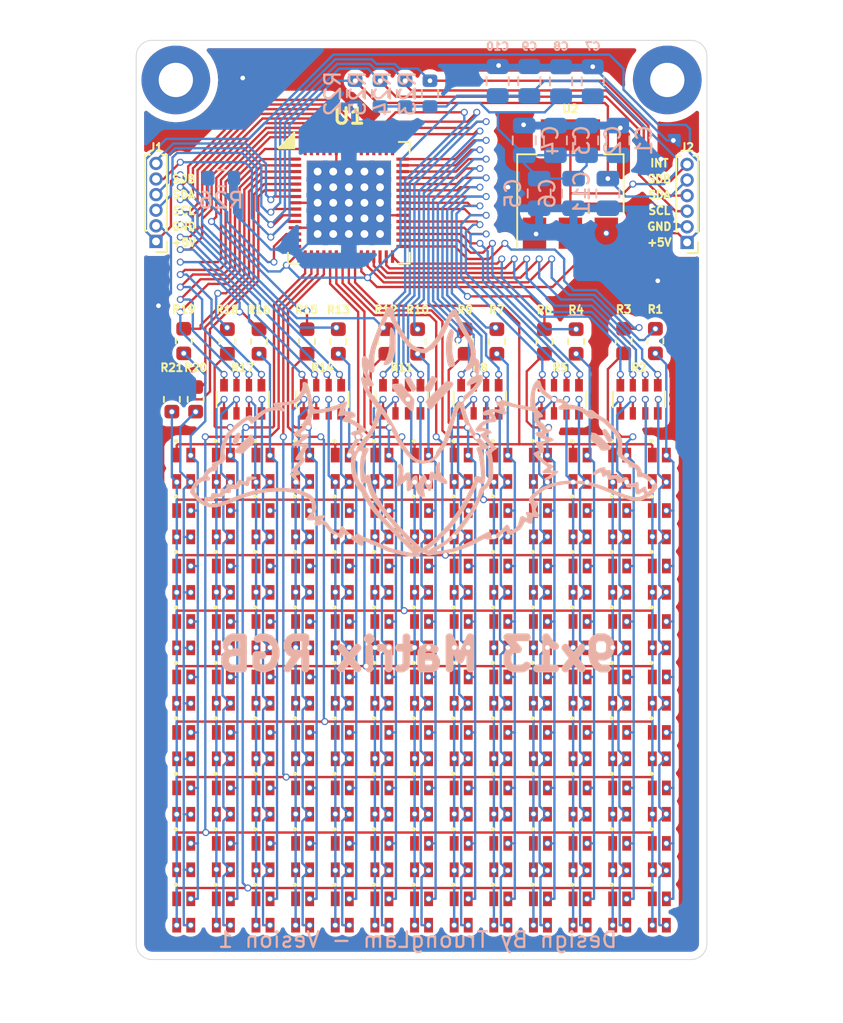
<source format=kicad_pcb>
(kicad_pcb (version 20211014) (generator pcbnew)
  (layers (0 "F.Cu" signal) (31 "B.Cu" signal) (34 "B.Paste" user) (35 "F.Paste" user) (36 "B.SilkS" user "B.Silkscreen") (37 "F.SilkS" user "F.Silkscreen") (38 "B.Mask" user) (39 "F.Mask" user) (44 "Edge.Cuts" user))
  (net 0 "")
  (net 1 "VCC")
  (net 2 "+3V3")
  (net 3 "SDB")
  (net 4 "INT")
  (net 5 "SDA")
  (net 6 "SCL")
  (net 7 "GND")
  (net 8 "Net-(L1-Pad4)")
  (net 9 "COL0")
  (net 10 "Net-(L1-Pad3)")
  (net 11 "Net-(L1-Pad2)")
  (net 12 "COL1")
  (net 13 "COL2")
  (net 14 "COL3")
  (net 15 "COL4")
  (net 16 "COL5")
  (net 17 "COL6")
  (net 18 "COL7")
  (net 19 "Net-(L10-Pad4)")
  (net 20 "Net-(L10-Pad3)")
  (net 21 "Net-(L10-Pad2)")
  (net 22 "Net-(L19-Pad4)")
  (net 23 "Net-(L19-Pad3)")
  (net 24 "Net-(L19-Pad2)")
  (net 25 "Net-(L28-Pad4)")
  (net 26 "Net-(L28-Pad3)")
  (net 27 "Net-(L28-Pad2)")
  (net 28 "Net-(L37-Pad4)")
  (net 29 "Net-(L37-Pad3)")
  (net 30 "Net-(L37-Pad2)")
  (net 31 "Net-(L46-Pad4)")
  (net 32 "Net-(L46-Pad3)")
  (net 33 "Net-(L46-Pad2)")
  (net 34 "Net-(L55-Pad4)")
  (net 35 "Net-(L55-Pad3)")
  (net 36 "Net-(L55-Pad2)")
  (net 37 "Net-(L64-Pad4)")
  (net 38 "Net-(L64-Pad3)")
  (net 39 "Net-(L64-Pad2)")
  (net 40 "Net-(L73-Pad4)")
  (net 41 "Net-(L73-Pad3)")
  (net 42 "Net-(L73-Pad2)")
  (net 43 "Net-(L82-Pad4)")
  (net 44 "Net-(L82-Pad3)")
  (net 45 "Net-(L82-Pad2)")
  (net 46 "Net-(L91-Pad4)")
  (net 47 "Net-(L91-Pad3)")
  (net 48 "Net-(L91-Pad2)")
  (net 49 "Net-(L100-Pad4)")
  (net 50 "Net-(L100-Pad3)")
  (net 51 "Net-(L100-Pad2)")
  (net 52 "Net-(L109-Pad4)")
  (net 53 "Net-(L109-Pad3)")
  (net 54 "Net-(L109-Pad2)")
  (net 55 "ROW0")
  (net 56 "ROW5")
  (net 57 "ROW6")
  (net 58 "ROW4")
  (net 59 "ROW2")
  (net 60 "ROW3")
  (net 61 "ROW1")
  (net 62 "ROW8")
  (net 63 "ROW7")
  (net 64 "COL11")
  (net 65 "COL12")
  (net 66 "COL17")
  (net 67 "COL18")
  (net 68 "COL23")
  (net 69 "COL24")
  (net 70 "COL29")
  (net 71 "COL30")
  (net 72 "COL35")
  (net 73 "COL36")
  (net 74 "COL37")
  (net 75 "COL38")
  (net 76 "COL10")
  (net 77 "COL8")
  (net 78 "COL9")
  (net 79 "COL16")
  (net 80 "COL14")
  (net 81 "COL15")
  (net 82 "COL13")
  (net 83 "COL22")
  (net 84 "COL20")
  (net 85 "COL21")
  (net 86 "COL19")
  (net 87 "COL28")
  (net 88 "COL26")
  (net 89 "COL27")
  (net 90 "COL25")
  (net 91 "COL34")
  (net 92 "COL32")
  (net 93 "COL33")
  (net 94 "COL31")
  (net 95 "Net-(U1-Pad13)")
  (footprint "foot-print:DIOSC160X150X35-4N" (layer "F.Cu") (at 114.3 67.818 -90)
    (fp_text reference "L1" hide)
    (fp_text value "LED_ARBG")
  )
  (footprint "foot-print:DIOSC160X150X35-4N" (layer "F.Cu") (at 114.3 71.374 -90)
    (fp_text reference "L2" hide)
    (fp_text value "LED_ARBG")
  )
  (footprint "foot-print:DIOSC160X150X35-4N" (layer "F.Cu") (at 114.3 74.93 -90)
    (fp_text reference "L3" hide)
    (fp_text value "LED_ARBG")
  )
  (footprint "foot-print:DIOSC160X150X35-4N" (layer "F.Cu") (at 114.3 78.486 -90)
    (fp_text reference "L4" hide)
    (fp_text value "LED_ARBG")
  )
  (footprint "foot-print:DIOSC160X150X35-4N" (layer "F.Cu") (at 114.3 82.042 -90)
    (fp_text reference "L5" hide)
    (fp_text value "LED_ARBG")
  )
  (footprint "foot-print:DIOSC160X150X35-4N" (layer "F.Cu") (at 114.3 85.598 -90)
    (fp_text reference "L6" hide)
    (fp_text value "LED_ARBG")
  )
  (footprint "foot-print:DIOSC160X150X35-4N" (layer "F.Cu") (at 114.3 89.154 -90)
    (fp_text reference "L7" hide)
    (fp_text value "LED_ARBG")
  )
  (footprint "foot-print:DIOSC160X150X35-4N" (layer "F.Cu") (at 114.3 92.71 -90)
    (fp_text reference "L8" hide)
    (fp_text value "LED_ARBG")
  )
  (footprint "foot-print:DIOSC160X150X35-4N" (layer "F.Cu") (at 114.3 96.266 -90)
    (fp_text reference "L9" hide)
    (fp_text value "LED_ARBG")
  )
  (footprint "foot-print:DIOSC160X150X35-4N" (layer "F.Cu") (at 111.76 67.818 -90)
    (fp_text reference "L10" hide)
    (fp_text value "LED_ARBG")
  )
  (footprint "foot-print:DIOSC160X150X35-4N" (layer "F.Cu") (at 111.76 71.374 -90)
    (fp_text reference "L11" hide)
    (fp_text value "LED_ARBG")
  )
  (footprint "foot-print:DIOSC160X150X35-4N" (layer "F.Cu") (at 111.76 74.93 -90)
    (fp_text reference "L12" hide)
    (fp_text value "LED_ARBG")
  )
  (footprint "foot-print:DIOSC160X150X35-4N" (layer "F.Cu") (at 111.76 78.486 -90)
    (fp_text reference "L13" hide)
    (fp_text value "LED_ARBG")
  )
  (footprint "foot-print:DIOSC160X150X35-4N" (layer "F.Cu") (at 111.76 82.042 -90)
    (fp_text reference "L14" hide)
    (fp_text value "LED_ARBG")
  )
  (footprint "foot-print:DIOSC160X150X35-4N" (layer "F.Cu") (at 111.76 85.598 -90)
    (fp_text reference "L15" hide)
    (fp_text value "LED_ARBG")
  )
  (footprint "foot-print:DIOSC160X150X35-4N" (layer "F.Cu") (at 111.76 89.154 -90)
    (fp_text reference "L16" hide)
    (fp_text value "LED_ARBG")
  )
  (footprint "foot-print:DIOSC160X150X35-4N" (layer "F.Cu") (at 111.76 92.71 -90)
    (fp_text reference "L17" hide)
    (fp_text value "LED_ARBG")
  )
  (footprint "foot-print:DIOSC160X150X35-4N" (layer "F.Cu") (at 111.76 96.266 -90)
    (fp_text reference "L18" hide)
    (fp_text value "LED_ARBG")
  )
  (footprint "foot-print:DIOSC160X150X35-4N" (layer "F.Cu") (at 109.22 67.818 -90)
    (fp_text reference "L19" hide)
    (fp_text value "LED_ARBG")
  )
  (footprint "foot-print:DIOSC160X150X35-4N" (layer "F.Cu") (at 109.22 71.374 -90)
    (fp_text reference "L20" hide)
    (fp_text value "LED_ARBG")
  )
  (footprint "foot-print:DIOSC160X150X35-4N" (layer "F.Cu") (at 109.22 74.93 -90)
    (fp_text reference "L21" hide)
    (fp_text value "LED_ARBG")
  )
  (footprint "foot-print:DIOSC160X150X35-4N" (layer "F.Cu") (at 109.22 78.486 -90)
    (fp_text reference "L22" hide)
    (fp_text value "LED_ARBG")
  )
  (footprint "foot-print:DIOSC160X150X35-4N" (layer "F.Cu") (at 109.22 82.042 -90)
    (fp_text reference "L23" hide)
    (fp_text value "LED_ARBG")
  )
  (footprint "foot-print:DIOSC160X150X35-4N" (layer "F.Cu") (at 109.22 85.598 -90)
    (fp_text reference "L24" hide)
    (fp_text value "LED_ARBG")
  )
  (footprint "foot-print:DIOSC160X150X35-4N" (layer "F.Cu") (at 109.22 89.154 -90)
    (fp_text reference "L25" hide)
    (fp_text value "LED_ARBG")
  )
  (footprint "foot-print:DIOSC160X150X35-4N" (layer "F.Cu") (at 109.22 92.71 -90)
    (fp_text reference "L26" hide)
    (fp_text value "LED_ARBG")
  )
  (footprint "foot-print:DIOSC160X150X35-4N" (layer "F.Cu") (at 109.22 96.266 -90)
    (fp_text reference "L27" hide)
    (fp_text value "LED_ARBG")
  )
  (footprint "foot-print:DIOSC160X150X35-4N" (layer "F.Cu") (at 106.68 67.818 -90)
    (fp_text reference "L28" hide)
    (fp_text value "LED_ARBG")
  )
  (footprint "foot-print:DIOSC160X150X35-4N" (layer "F.Cu") (at 106.68 71.374 -90)
    (fp_text reference "L29" hide)
    (fp_text value "LED_ARBG")
  )
  (footprint "foot-print:DIOSC160X150X35-4N" (layer "F.Cu") (at 106.68 74.93 -90)
    (fp_text reference "L30" hide)
    (fp_text value "LED_ARBG")
  )
  (footprint "foot-print:DIOSC160X150X35-4N" (layer "F.Cu") (at 106.68 78.486 -90)
    (fp_text reference "L31" hide)
    (fp_text value "LED_ARBG")
  )
  (footprint "foot-print:DIOSC160X150X35-4N" (layer "F.Cu") (at 106.68 82.042 -90)
    (fp_text reference "L32" hide)
    (fp_text value "LED_ARBG")
  )
  (footprint "foot-print:DIOSC160X150X35-4N" (layer "F.Cu") (at 106.68 85.598 -90)
    (fp_text reference "L33" hide)
    (fp_text value "LED_ARBG")
  )
  (footprint "foot-print:DIOSC160X150X35-4N" (layer "F.Cu") (at 106.68 89.154 -90)
    (fp_text reference "L34" hide)
    (fp_text value "LED_ARBG")
  )
  (footprint "foot-print:DIOSC160X150X35-4N" (layer "F.Cu") (at 106.68 92.71 -90)
    (fp_text reference "L35" hide)
    (fp_text value "LED_ARBG")
  )
  (footprint "foot-print:DIOSC160X150X35-4N" (layer "F.Cu") (at 106.68 96.266 -90)
    (fp_text reference "L36" hide)
    (fp_text value "LED_ARBG")
  )
  (footprint "foot-print:DIOSC160X150X35-4N" (layer "F.Cu") (at 104.14 67.818 -90)
    (fp_text reference "L37" hide)
    (fp_text value "LED_ARBG")
  )
  (footprint "foot-print:DIOSC160X150X35-4N" (layer "F.Cu") (at 104.14 71.374 -90)
    (fp_text reference "L38" hide)
    (fp_text value "LED_ARBG")
  )
  (footprint "foot-print:DIOSC160X150X35-4N" (layer "F.Cu") (at 104.14 74.93 -90)
    (fp_text reference "L39" hide)
    (fp_text value "LED_ARBG")
  )
  (footprint "foot-print:DIOSC160X150X35-4N" (layer "F.Cu") (at 104.14 78.486 -90)
    (fp_text reference "L40" hide)
    (fp_text value "LED_ARBG")
  )
  (footprint "foot-print:DIOSC160X150X35-4N" (layer "F.Cu") (at 104.14 82.042 -90)
    (fp_text reference "L41" hide)
    (fp_text value "LED_ARBG")
  )
  (footprint "foot-print:DIOSC160X150X35-4N" (layer "F.Cu") (at 104.14 85.598 -90)
    (fp_text reference "L42" hide)
    (fp_text value "LED_ARBG")
  )
  (footprint "foot-print:DIOSC160X150X35-4N" (layer "F.Cu") (at 104.14 89.154 -90)
    (fp_text reference "L43" hide)
    (fp_text value "LED_ARBG")
  )
  (footprint "foot-print:DIOSC160X150X35-4N" (layer "F.Cu") (at 104.14 92.71 -90)
    (fp_text reference "L44" hide)
    (fp_text value "LED_ARBG")
  )
  (footprint "foot-print:DIOSC160X150X35-4N" (layer "F.Cu") (at 104.14 96.266 -90)
    (fp_text reference "L45" hide)
    (fp_text value "LED_ARBG")
  )
  (footprint "foot-print:DIOSC160X150X35-4N" (layer "F.Cu") (at 101.6 67.818 -90)
    (fp_text reference "L46" hide)
    (fp_text value "LED_ARBG")
  )
  (footprint "foot-print:DIOSC160X150X35-4N" (layer "F.Cu") (at 101.6 71.374 -90)
    (fp_text reference "L47" hide)
    (fp_text value "LED_ARBG")
  )
  (footprint "foot-print:DIOSC160X150X35-4N" (layer "F.Cu") (at 101.6 74.93 -90)
    (fp_text reference "L48" hide)
    (fp_text value "LED_ARBG")
  )
  (footprint "foot-print:DIOSC160X150X35-4N" (layer "F.Cu") (at 101.6 78.486 -90)
    (fp_text reference "L49" hide)
    (fp_text value "LED_ARBG")
  )
  (footprint "foot-print:DIOSC160X150X35-4N" (layer "F.Cu") (at 101.6 82.042 -90)
    (fp_text reference "L50" hide)
    (fp_text value "LED_ARBG")
  )
  (footprint "foot-print:DIOSC160X150X35-4N" (layer "F.Cu") (at 101.6 85.598 -90)
    (fp_text reference "L51" hide)
    (fp_text value "LED_ARBG")
  )
  (footprint "foot-print:DIOSC160X150X35-4N" (layer "F.Cu") (at 101.6 89.154 -90)
    (fp_text reference "L52" hide)
    (fp_text value "LED_ARBG")
  )
  (footprint "foot-print:DIOSC160X150X35-4N" (layer "F.Cu") (at 101.6 92.71 -90)
    (fp_text reference "L53" hide)
    (fp_text value "LED_ARBG")
  )
  (footprint "foot-print:DIOSC160X150X35-4N" (layer "F.Cu") (at 101.6 96.266 -90)
    (fp_text reference "L54" hide)
    (fp_text value "LED_ARBG")
  )
  (footprint "foot-print:DIOSC160X150X35-4N" (layer "F.Cu") (at 99.06 67.818 -90)
    (fp_text reference "L55" hide)
    (fp_text value "LED_ARBG")
  )
  (footprint "foot-print:DIOSC160X150X35-4N" (layer "F.Cu") (at 99.06 71.374 -90)
    (fp_text reference "L56" hide)
    (fp_text value "LED_ARBG")
  )
  (footprint "foot-print:DIOSC160X150X35-4N" (layer "F.Cu") (at 99.06 74.93 -90)
    (fp_text reference "L57" hide)
    (fp_text value "LED_ARBG")
  )
  (footprint "foot-print:DIOSC160X150X35-4N" (layer "F.Cu") (at 99.06 78.486 -90)
    (fp_text reference "L58" hide)
    (fp_text value "LED_ARBG")
  )
  (footprint "foot-print:DIOSC160X150X35-4N" (layer "F.Cu") (at 99.06 82.042 -90)
    (fp_text reference "L59" hide)
    (fp_text value "LED_ARBG")
  )
  (footprint "foot-print:DIOSC160X150X35-4N" (layer "F.Cu") (at 99.06 85.598 -90)
    (fp_text reference "L60" hide)
    (fp_text value "LED_ARBG")
  )
  (footprint "foot-print:DIOSC160X150X35-4N" (layer "F.Cu") (at 99.06 89.154 -90)
    (fp_text reference "L61" hide)
    (fp_text value "LED_ARBG")
  )
  (footprint "foot-print:DIOSC160X150X35-4N" (layer "F.Cu") (at 99.06 92.71 -90)
    (fp_text reference "L62" hide)
    (fp_text value "LED_ARBG")
  )
  (footprint "foot-print:DIOSC160X150X35-4N" (layer "F.Cu") (at 99.06 96.266 -90)
    (fp_text reference "L63" hide)
    (fp_text value "LED_ARBG")
  )
  (footprint "foot-print:DIOSC160X150X35-4N" (layer "F.Cu") (at 96.52 67.818 -90)
    (fp_text reference "L64" hide)
    (fp_text value "LED_ARBG")
  )
  (footprint "foot-print:DIOSC160X150X35-4N" (layer "F.Cu") (at 96.52 71.374 -90)
    (fp_text reference "L65" hide)
    (fp_text value "LED_ARBG")
  )
  (footprint "foot-print:DIOSC160X150X35-4N" (layer "F.Cu") (at 96.52 74.93 -90)
    (fp_text reference "L66" hide)
    (fp_text value "LED_ARBG")
  )
  (footprint "foot-print:DIOSC160X150X35-4N" (layer "F.Cu") (at 96.52 78.486 -90)
    (fp_text reference "L67" hide)
    (fp_text value "LED_ARBG")
  )
  (footprint "foot-print:DIOSC160X150X35-4N" (layer "F.Cu") (at 96.52 82.042 -90)
    (fp_text reference "L68" hide)
    (fp_text value "LED_ARBG")
  )
  (footprint "foot-print:DIOSC160X150X35-4N" (layer "F.Cu") (at 96.52 85.598 -90)
    (fp_text reference "L69" hide)
    (fp_text value "LED_ARBG")
  )
  (footprint "foot-print:DIOSC160X150X35-4N" (layer "F.Cu") (at 96.52 89.154 -90)
    (fp_text reference "L70" hide)
    (fp_text value "LED_ARBG")
  )
  (footprint "foot-print:DIOSC160X150X35-4N" (layer "F.Cu") (at 96.52 92.71 -90)
    (fp_text reference "L71" hide)
    (fp_text value "LED_ARBG")
  )
  (footprint "foot-print:DIOSC160X150X35-4N" (layer "F.Cu") (at 96.52 96.266 -90)
    (fp_text reference "L72" hide)
    (fp_text value "LED_ARBG")
  )
  (footprint "foot-print:DIOSC160X150X35-4N" (layer "F.Cu") (at 93.98 67.818 -90)
    (fp_text reference "L73" hide)
    (fp_text value "LED_ARBG")
  )
  (footprint "foot-print:DIOSC160X150X35-4N" (layer "F.Cu") (at 93.98 71.374 -90)
    (fp_text reference "L74" hide)
    (fp_text value "LED_ARBG")
  )
  (footprint "foot-print:DIOSC160X150X35-4N" (layer "F.Cu") (at 93.98 74.93 -90)
    (fp_text reference "L75" hide)
    (fp_text value "LED_ARBG")
  )
  (footprint "foot-print:DIOSC160X150X35-4N" (layer "F.Cu") (at 93.98 78.486 -90)
    (fp_text reference "L76" hide)
    (fp_text value "LED_ARBG")
  )
  (footprint "foot-print:DIOSC160X150X35-4N" (layer "F.Cu") (at 93.98 82.042 -90)
    (fp_text reference "L77" hide)
    (fp_text value "LED_ARBG")
  )
  (footprint "foot-print:DIOSC160X150X35-4N" (layer "F.Cu") (at 93.98 85.598 -90)
    (fp_text reference "L78" hide)
    (fp_text value "LED_ARBG")
  )
  (footprint "foot-print:DIOSC160X150X35-4N" (layer "F.Cu") (at 93.98 89.154 -90)
    (fp_text reference "L79" hide)
    (fp_text value "LED_ARBG")
  )
  (footprint "foot-print:DIOSC160X150X35-4N" (layer "F.Cu") (at 93.98 92.71 -90)
    (fp_text reference "L80" hide)
    (fp_text value "LED_ARBG")
  )
  (footprint "foot-print:DIOSC160X150X35-4N" (layer "F.Cu") (at 93.98 96.266 -90)
    (fp_text reference "L81" hide)
    (fp_text value "LED_ARBG")
  )
  (footprint "foot-print:DIOSC160X150X35-4N" (layer "F.Cu") (at 91.44 67.818 -90)
    (fp_text reference "L82" hide)
    (fp_text value "LED_ARBG")
  )
  (footprint "foot-print:DIOSC160X150X35-4N" (layer "F.Cu") (at 91.44 71.374 -90)
    (fp_text reference "L83" hide)
    (fp_text value "LED_ARBG")
  )
  (footprint "foot-print:DIOSC160X150X35-4N" (layer "F.Cu") (at 91.44 74.93 -90)
    (fp_text reference "L84" hide)
    (fp_text value "LED_ARBG")
  )
  (footprint "foot-print:DIOSC160X150X35-4N" (layer "F.Cu") (at 91.44 78.486 -90)
    (fp_text reference "L85" hide)
    (fp_text value "LED_ARBG")
  )
  (footprint "foot-print:DIOSC160X150X35-4N" (layer "F.Cu") (at 91.44 82.042 -90)
    (fp_text reference "L86" hide)
    (fp_text value "LED_ARBG")
  )
  (footprint "foot-print:DIOSC160X150X35-4N" (layer "F.Cu") (at 91.44 85.598 -90)
    (fp_text reference "L87" hide)
    (fp_text value "LED_ARBG")
  )
  (footprint "foot-print:DIOSC160X150X35-4N" (layer "F.Cu") (at 91.44 89.154 -90)
    (fp_text reference "L88" hide)
    (fp_text value "LED_ARBG")
  )
  (footprint "foot-print:DIOSC160X150X35-4N" (layer "F.Cu") (at 91.44 92.71 -90)
    (fp_text reference "L89" hide)
    (fp_text value "LED_ARBG")
  )
  (footprint "foot-print:DIOSC160X150X35-4N" (layer "F.Cu") (at 91.44 96.266 -90)
    (fp_text reference "L90" hide)
    (fp_text value "LED_ARBG")
  )
  (footprint "foot-print:DIOSC160X150X35-4N" (layer "F.Cu") (at 88.9 67.818 -90)
    (fp_text reference "L91" hide)
    (fp_text value "LED_ARBG")
  )
  (footprint "foot-print:DIOSC160X150X35-4N" (layer "F.Cu") (at 88.9 71.374 -90)
    (fp_text reference "L92" hide)
    (fp_text value "LED_ARBG")
  )
  (footprint "foot-print:DIOSC160X150X35-4N" (layer "F.Cu") (at 88.9 74.93 -90)
    (fp_text reference "L93" hide)
    (fp_text value "LED_ARBG")
  )
  (footprint "foot-print:DIOSC160X150X35-4N" (layer "F.Cu") (at 88.9 78.486 -90)
    (fp_text reference "L94" hide)
    (fp_text value "LED_ARBG")
  )
  (footprint "foot-print:DIOSC160X150X35-4N" (layer "F.Cu") (at 88.9 82.042 -90)
    (fp_text reference "L95" hide)
    (fp_text value "LED_ARBG")
  )
  (footprint "foot-print:DIOSC160X150X35-4N" (layer "F.Cu") (at 88.9 85.598 -90)
    (fp_text reference "L96" hide)
    (fp_text value "LED_ARBG")
  )
  (footprint "foot-print:DIOSC160X150X35-4N" (layer "F.Cu") (at 88.9 89.154 -90)
    (fp_text reference "L97" hide)
    (fp_text value "LED_ARBG")
  )
  (footprint "foot-print:DIOSC160X150X35-4N" (layer "F.Cu") (at 88.9 92.71 -90)
    (fp_text reference "L98" hide)
    (fp_text value "LED_ARBG")
  )
  (footprint "foot-print:DIOSC160X150X35-4N" (layer "F.Cu") (at 88.9 96.266 -90)
    (fp_text reference "L99" hide)
    (fp_text value "LED_ARBG")
  )
  (footprint "foot-print:DIOSC160X150X35-4N" (layer "F.Cu") (at 86.36 67.818 -90)
    (fp_text reference "L100" hide)
    (fp_text value "LED_ARBG")
  )
  (footprint "foot-print:DIOSC160X150X35-4N" (layer "F.Cu") (at 86.36 71.374 -90)
    (fp_text reference "L101" hide)
    (fp_text value "LED_ARBG")
  )
  (footprint "foot-print:DIOSC160X150X35-4N" (layer "F.Cu") (at 86.36 74.93 -90)
    (fp_text reference "L102" hide)
    (fp_text value "LED_ARBG")
  )
  (footprint "foot-print:DIOSC160X150X35-4N" (layer "F.Cu") (at 86.36 78.486 -90)
    (fp_text reference "L103" hide)
    (fp_text value "LED_ARBG")
  )
  (footprint "foot-print:DIOSC160X150X35-4N" (layer "F.Cu") (at 86.36 82.042 -90)
    (fp_text reference "L104" hide)
    (fp_text value "LED_ARBG")
  )
  (footprint "foot-print:DIOSC160X150X35-4N" (layer "F.Cu") (at 86.36 85.598 -90)
    (fp_text reference "L105" hide)
    (fp_text value "LED_ARBG")
  )
  (footprint "foot-print:DIOSC160X150X35-4N" (layer "F.Cu") (at 86.36 89.154 -90)
    (fp_text reference "L106" hide)
    (fp_text value "LED_ARBG")
  )
  (footprint "foot-print:DIOSC160X150X35-4N" (layer "F.Cu") (at 86.36 92.71 -90)
    (fp_text reference "L107" hide)
    (fp_text value "LED_ARBG")
  )
  (footprint "foot-print:DIOSC160X150X35-4N" (layer "F.Cu") (at 86.36 96.266 -90)
    (fp_text reference "L108" hide)
    (fp_text value "LED_ARBG")
  )
  (footprint "foot-print:DIOSC160X150X35-4N" (layer "F.Cu") (at 83.82 67.818 -90)
    (fp_text reference "L109" hide)
    (fp_text value "LED_ARBG")
  )
  (footprint "foot-print:DIOSC160X150X35-4N" (layer "F.Cu") (at 83.82 71.374 -90)
    (fp_text reference "L110" hide)
    (fp_text value "LED_ARBG")
  )
  (footprint "foot-print:DIOSC160X150X35-4N" (layer "F.Cu") (at 83.82 74.93 -90)
    (fp_text reference "L111" hide)
    (fp_text value "LED_ARBG")
  )
  (footprint "foot-print:DIOSC160X150X35-4N" (layer "F.Cu") (at 83.82 78.486 -90)
    (fp_text reference "L112" hide)
    (fp_text value "LED_ARBG")
  )
  (footprint "foot-print:DIOSC160X150X35-4N" (layer "F.Cu") (at 83.82 82.042 -90)
    (fp_text reference "L113" hide)
    (fp_text value "LED_ARBG")
  )
  (footprint "foot-print:DIOSC160X150X35-4N" (layer "F.Cu") (at 83.82 85.598 -90)
    (fp_text reference "L114" hide)
    (fp_text value "LED_ARBG")
  )
  (footprint "foot-print:DIOSC160X150X35-4N" (layer "F.Cu") (at 83.82 89.154 -90)
    (fp_text reference "L115" hide)
    (fp_text value "LED_ARBG")
  )
  (footprint "foot-print:DIOSC160X150X35-4N" (layer "F.Cu") (at 83.82 92.71 -90)
    (fp_text reference "L116" hide)
    (fp_text value "LED_ARBG")
  )
  (footprint "foot-print:DIOSC160X150X35-4N" (layer "F.Cu") (at 83.82 96.266 -90)
    (fp_text reference "L117" hide)
    (fp_text value "LED_ARBG")
  )
  (footprint "Resistor_SMD:R_0603_1608Metric" (layer "F.Cu") (at 114.046 59.6645 90)
    (fp_text reference "R1")
    (fp_text value "51R")
  )
  (footprint "Resistor_SMD:R_0603_1608Metric" (layer "F.Cu") (at 108.966 59.69 90)
    (fp_text reference "R4")
    (fp_text value "51R")
  )
  (footprint "Resistor_SMD:R_0603_1608Metric" (layer "F.Cu") (at 106.934 59.69 90)
    (fp_text reference "R6")
    (fp_text value "51R")
  )
  (footprint "Resistor_SMD:R_0603_1608Metric" (layer "F.Cu") (at 101.854 59.69 90)
    (fp_text reference "R9")
    (fp_text value "51R")
  )
  (footprint "Resistor_SMD:R_0603_1608Metric" (layer "F.Cu") (at 98.806 59.69 90)
    (fp_text reference "R10")
    (fp_text value "51R")
  )
  (footprint "Resistor_SMD:R_0603_1608Metric" (layer "F.Cu") (at 96.774 59.69 90)
    (fp_text reference "R12")
    (fp_text value "51R")
  )
  (footprint "Resistor_SMD:R_0603_1608Metric" (layer "F.Cu") (at 93.726 59.69 90)
    (fp_text reference "R13")
    (fp_text value "51R")
  )
  (footprint "Resistor_SMD:R_0603_1608Metric" (layer "F.Cu") (at 91.72 59.69 90)
    (fp_text reference "R15")
    (fp_text value "51R")
  )
  (footprint "Resistor_SMD:R_0603_1608Metric" (layer "F.Cu") (at 88.646 59.69 90)
    (fp_text reference "R16")
    (fp_text value "51R")
  )
  (footprint "Resistor_SMD:R_0603_1608Metric" (layer "F.Cu") (at 86.614 59.69 90)
    (fp_text reference "R18")
    (fp_text value "51R")
  )
  (footprint "Resistor_SMD:R_0603_1608Metric" (layer "F.Cu") (at 83.82 59.6645 90)
    (fp_text reference "R19")
    (fp_text value "51R")
  )
  (footprint "Resistor_SMD:R_0603_1608Metric" (layer "F.Cu") (at 84.582 63.4 90)
    (fp_text reference "R20")
    (fp_text value "22R")
  )
  (footprint "Resistor_SMD:R_Array_Convex_4x0603" (layer "F.Cu") (at 107.95 63.4 -90)
    (fp_text reference "R5")
    (fp_text value "22R")
  )
  (footprint "Resistor_SMD:R_Array_Convex_4x0603" (layer "F.Cu") (at 102.8 63.4 -90)
    (fp_text reference "R8")
    (fp_text value "22R")
  )
  (footprint "Resistor_SMD:R_Array_Convex_4x0603" (layer "F.Cu") (at 97.79 63.4 -90)
    (fp_text reference "R11")
    (fp_text value "22R")
  )
  (footprint "Resistor_SMD:R_Array_Convex_4x0603" (layer "F.Cu") (at 92.71 63.4 -90)
    (fp_text reference "R14")
    (fp_text value "22R")
  )
  (footprint "Resistor_SMD:R_Array_Convex_4x0603" (layer "F.Cu") (at 87.6 63.4 -90)
    (fp_text reference "R17")
    (fp_text value "22R")
  )
  (footprint "Resistor_SMD:R_0603_1608Metric" (layer "F.Cu") (at 103.886 59.69 90)
    (fp_text reference "R7")
    (fp_text value "51R")
  )
  (footprint "Resistor_SMD:R_Array_Convex_4x0603" (layer "F.Cu") (at 113 63.4 -90)
    (fp_text reference "R2")
    (fp_text value "22R")
  )
  (footprint "Resistor_SMD:R_0603_1608Metric" (layer "F.Cu") (at 112.014 59.6645 90)
    (fp_text reference "R3")
    (fp_text value "51R")
  )
  (footprint "Resistor_SMD:R_0603_1608Metric" (layer "F.Cu") (at 83.058 63.4 90)
    (fp_text reference "R21")
    (fp_text value "22R")
  )
  (footprint "Connector_PinHeader_1.00mm:PinHeader_1x06_P1.00mm_Vertical" (layer "F.Cu") (at 82.042 53.276 180)
    (fp_text reference "J1")
    (fp_text value "IN")
  )
  (footprint "Package_TO_SOT_SMD:SOT-223-3_TabPin2" (layer "F.Cu") (at 108.6 49.6 90)
    (fp_text reference "U2")
    (fp_text value "AMS1117-3.3")
  )
  (footprint "MountingHole:MountingHole_2.2mm_M2_Pad" (layer "F.Cu") (at 83.312 42.926)
    (fp_text reference "MM1" hide)
    (fp_text value "MountingHole_2.2mm_M2_Pad")
  )
  (footprint "MountingHole:MountingHole_2.2mm_M2_Pad" (layer "F.Cu") (at 114.808 42.926)
    (fp_text reference "MM2" hide)
    (fp_text value "MountingHole_2.2mm_M2_Pad")
  )
  (footprint "Connector_PinHeader_1.00mm:PinHeader_1x06_P1.00mm_Vertical" (layer "F.Cu") (at 116.078 53.34 180)
    (fp_text reference "J2")
    (fp_text value "OUT")
  )
  (footprint "kbd:QFN-60-1EP_7x7mm_P0.4mm_EP5.4x5.4mm_ThermalReliefs" (layer "F.Cu") (at 94.4 50.8)
    (fp_text reference "U1")
    (fp_text value "IS31FL3741a")
  )
  (footprint "Capacitor_SMD:C_0805_2012Metric" (layer "B.Cu") (at 103.936 43 90)
    (fp_text reference "C10")
    (fp_text value "100nF")
  )
  (footprint "Capacitor_SMD:C_0805_2012Metric" (layer "B.Cu") (at 105.968 43 90)
    (fp_text reference "C9")
    (fp_text value "4.7uF")
  )
  (footprint "Capacitor_SMD:C_0805_2012Metric" (layer "B.Cu") (at 108 43.015 90)
    (fp_text reference "C8")
    (fp_text value "4.7uF")
  )
  (footprint "arisu:7" (layer "B.Cu") (at 99.06 65.532 180)
    (fp_text reference "G***" hide)
    (fp_text value "LOGO" hide)
  )
  (footprint "Capacitor_SMD:C_0805_2012Metric" (layer "B.Cu") (at 110.032 43.015 90)
    (fp_text reference "C7")
    (fp_text value "100nF")
  )
  (footprint "Capacitor_SMD:C_0805_2012Metric" (layer "B.Cu") (at 105.64 46.8 90)
    (fp_text reference "C4")
    (fp_text value "1uF")
  )
  (footprint "Resistor_SMD:R_0603_1608Metric" (layer "B.Cu") (at 99.6 43.8 -90)
    (fp_text reference "R23")
    (fp_text value "100k")
  )
  (footprint "Capacitor_SMD:C_0805_2012Metric" (layer "B.Cu") (at 107.64 46.8 90)
    (fp_text reference "C3")
    (fp_text value "100nF")
  )
  (footprint "Capacitor_SMD:C_0805_2012Metric" (layer "B.Cu") (at 109.64 46.8 90)
    (fp_text reference "C2")
    (fp_text value "100nF")
  )
  (footprint "Resistor_SMD:R_0603_1608Metric" (layer "B.Cu") (at 94.8 43.8 -90)
    (fp_text reference "R22")
    (fp_text value "100k")
  )
  (footprint "Resistor_SMD:R_0603_1608Metric" (layer "B.Cu") (at 96.4 43.8 -90)
    (fp_text reference "R25")
    (fp_text value "1.5k")
  )
  (footprint "Capacitor_SMD:C_0805_2012Metric" (layer "B.Cu") (at 111 50.2 -90)
    (fp_text reference "C11")
    (fp_text value "100nF")
  )
  (footprint "Capacitor_SMD:C_0805_2012Metric" (layer "B.Cu") (at 106.6 50.2 -90)
    (fp_text reference "C5")
    (fp_text value "1uF")
  )
  (footprint "Capacitor_SMD:C_0805_2012Metric" (layer "B.Cu") (at 108.8 50.2 -90)
    (fp_text reference "C6")
    (fp_text value "1uF")
  )
  (footprint "Capacitor_SMD:C_0805_2012Metric" (layer "B.Cu") (at 111.64 46.8 90)
    (fp_text reference "C1")
    (fp_text value "100nF")
  )
  (footprint "Resistor_SMD:R_0603_1608Metric" (layer "B.Cu") (at 86.216637 49.216637)
    (fp_text reference "R26")
    (fp_text value "20k")
  )
  (footprint "Resistor_SMD:R_0603_1608Metric" (layer "B.Cu") (at 98 43.8 -90)
    (fp_text reference "R24")
    (fp_text value "1.5k")
  )
  (gr_line (start 80.772 41.402) (end 80.772 98.298) (layer "Edge.Cuts") (width 0.05))
  (gr_line (start 117.348 98.298) (end 117.348 58.166) (layer "Edge.Cuts") (width 0.05))
  (gr_line (start 116.332 40.386) (end 81.788 40.386) (layer "Edge.Cuts") (width 0.05))
  (gr_line (start 81.788 99.314) (end 116.332 99.314) (layer "Edge.Cuts") (width 0.05))
  (gr_arc (start 116.332 40.386) (mid 117.05042 40.68358) (end 117.348 41.402) (layer "Edge.Cuts") (width 0.05))
  (gr_arc (start 80.772 41.402) (mid 81.06958 40.68358) (end 81.788 40.386) (layer "Edge.Cuts") (width 0.05))
  (gr_arc (start 81.788 99.314) (mid 81.06958 99.01642) (end 80.772 98.298) (layer "Edge.Cuts") (width 0.05))
  (gr_arc (start 117.348 98.298) (mid 117.05042 99.01642) (end 116.332 99.314) (layer "Edge.Cuts") (width 0.05))
  (gr_line (start 117.348 58.166) (end 117.348 41.402) (layer "Edge.Cuts") (width 0.05))
  (gr_text "9x13 Matrix RGB" (at 98.806 79.756) (layer "B.SilkS") (effects (font (size 2 2) (thickness 0.5)) (justify mirror)))
  (gr_text "Design By TruongLam - Vesion 1" (at 98.806 98.044) (layer "B.SilkS") (effects (font (size 1 1)) (justify mirror)))
  (gr_text "+5V" (at 83.82 53.34) (layer "F.SilkS") (effects (font (size 0.5 0.5) (thickness 0.125))))
  (gr_text "SCL" (at 114.3 51.308) (layer "F.SilkS") (effects (font (size 0.5 0.5) (thickness 0.125))))
  (gr_text "+5V" (at 114.3 53.34) (layer "F.SilkS") (effects (font (size 0.5 0.5) (thickness 0.125))))
  (gr_text "GND" (at 114.3 52.324) (layer "F.SilkS") (effects (font (size 0.5 0.5) (thickness 0.125))))
  (gr_text "SDA" (at 114.3 50.292) (layer "F.SilkS") (effects (font (size 0.5 0.5) (thickness 0.125))))
  (gr_text "INT" (at 114.3 48.26) (layer "F.SilkS") (effects (font (size 0.5 0.5) (thickness 0.125))))
  (gr_text "SDB" (at 114.3 49.276) (layer "F.SilkS") (effects (font (size 0.5 0.5) (thickness 0.125))))
  (gr_text "GND" (at 83.82 52.324) (layer "F.SilkS") (effects (font (size 0.5 0.5) (thickness 0.125))))
  (gr_text "SCL" (at 83.82 51.308) (layer "F.SilkS") (effects (font (size 0.5 0.5) (thickness 0.125))))
  (gr_text "SDB" (at 83.82 49.276) (layer "F.SilkS") (effects (font (size 0.5 0.5) (thickness 0.125))))
  (gr_text "SDA" (at 83.82 50.292) (layer "F.SilkS") (effects (font (size 0.5 0.5) (thickness 0.125))))
  (segment (start 83.4 49) (end 83.6 49) (width 0.15) (layer "F.Cu") (net 1))
  (segment (start 96.2 56.2) (end 107.45 56.2) (width 0.15) (layer "F.Cu") (net 1))
  (segment (start 90.95 54.25) (end 90.4 54.8) (width 0.15) (layer "F.Cu") (net 1))
  (segment (start 90.95 53.6) (end 90.95 54.25) (width 0.15) (layer "F.Cu") (net 1))
  (segment (start 95.2 54.25) (end 95.2 55.2) (width 0.15) (layer "F.Cu") (net 1))
  (segment (start 83 52.318) (end 83 49.4) (width 0.15) (layer "F.Cu") (net 1))
  (segment (start 115.488 52.75) (end 116.078 53.34) (width 0.15) (layer "F.Cu") (net 1))
  (segment (start 82.042 53.2591) (end 82.042 53.276) (width 0.15) (layer "F.Cu") (net 1))
  (segment (start 83 49.4) (end 83.4 49) (width 0.15) (layer "F.Cu") (net 1))
  (segment (start 82.042 53.276) (end 83 52.318) (width 0.15) (layer "F.Cu") (net 1))
  (segment (start 107.45 56.2) (end 110.9 52.75) (width 0.15) (layer "F.Cu") (net 1))
  (segment (start 90.95 53.2) (end 90.95 53.6) (width 0.15) (layer "F.Cu") (net 1))
  (segment (start 95.6 55.6) (end 96.2 56.2) (width 0.15) (layer "F.Cu") (net 1))
  (segment (start 95.2 55.2) (end 95.6 55.6) (width 0.15) (layer "F.Cu") (net 1))
  (segment (start 110.9 52.75) (end 115.488 52.75) (width 0.15) (layer "F.Cu") (net 1))
  (via (at 83.6 49) (size 0.45) (drill 0.3) (layers "F.Cu" "B.Cu") (net 1))
  (via (at 110.9 52.75) (size 0.45) (drill 0.3) (layers "F.Cu" "B.Cu") (net 1))
  (via (at 95.6 55.6) (size 0.45) (drill 0.3) (layers "F.Cu" "B.Cu") (net 1))
  (via (at 90.4 54.8) (size 0.45) (drill 0.3) (layers "F.Cu" "B.Cu") (net 1))
  (segment (start 116 45.8) (end 114.253223 45.8) (width 0.15) (layer "B.Cu") (net 1))
  (segment (start 116.256548 46.056548) (end 116 45.8) (width 0.15) (layer "B.Cu") (net 1))
  (segment (start 105.64 47.75) (end 103.95048 46.06048) (width 0.15) (layer "B.Cu") (net 1))
  (segment (start 81.773511 47.626489) (end 81.772963 47.626489) (width 0.15) (layer "B.Cu") (net 1))
  (segment (start 103.4 45) (end 104 45) (width 0.15) (layer "B.Cu") (net 1))
  (segment (start 111.10144 41.30144) (end 93.40422 41.30144) (width 0.15) (layer "B.Cu") (net 1))
  (segment (start 86.2 51.6) (end 83.6 49) (width 0.15) (layer "B.Cu") (net 1))
  (segment (start 95.6 55.6) (end 91.2 55.6) (width 0.15) (layer "B.Cu") (net 1))
  (segment (start 90 55.2) (end 89.223586 55.2) (width 0.15) (layer "B.Cu") (net 1))
  (segment (start 102.8 44.4) (end 103.4 45) (width 0.15) (layer "B.Cu") (net 1))
  (segment (start 116.078 53.34) (end 116.8 52.618) (width 0.15) (layer "B.Cu") (net 1))
  (segment (start 86.2 52.176414) (end 86.2 51.6) (width 0.15) (layer "B.Cu") (net 1))
  (segment (start 93.40422 41.30144) (end 88.004217 46.70144) (width 0.15) (layer "B.Cu") (net 1))
  (segment (start 81.392489 52.626489) (end 82.042 53.276) (width 0.15) (layer "B.Cu") (net 1))
  (segment (start 108.8 49.25) (end 109.64 48.41) (width 0.15) (layer "B.Cu") (net 1))
  (segment (start 112 42.2) (end 111.10144 41.30144) (width 0.15) (layer "B.Cu") (net 1))
  (segment (start 89.223586 55.2) (end 86.2 52.176414) (width 0.15) (layer "B.Cu") (net 1))
  (segment (start 105.64 47.75) (end 111.64 47.75) (width 0.15) (layer "B.Cu") (net 1))
  (segment (start 81.392489 48.006963) (end 81.392489 52.626489) (width 0.15) (layer "B.Cu") (net 1))
  (segment (start 88.004217 46.70144) (end 82.69856 46.70144) (width 0.15) (layer "B.Cu") (net 1))
  (segment (start 81.772963 47.626489) (end 81.392489 48.006963) (width 0.15) (layer "B.Cu") (net 1))
  (segment (start 103.95048 45.04952) (end 104 45) (width 0.15) (layer "B.Cu") (net 1))
  (segment (start 116.256548 47.6) (end 116.256548 46.056548) (width 0.15) (layer "B.Cu") (net 1))
  (segment (start 97.7072 48.0928) (end 101.4 44.4) (width 0.15) (layer "B.Cu") (net 1))
  (segment (start 116.8 48.143452) (end 116.256548 47.6) (width 0.15) (layer "B.Cu") (net 1))
  (segment (start 106.6 49.25) (end 108.8 49.25) (width 0.15) (layer "B.Cu") (net 1))
  (segment (start 109.64 48.41) (end 109.64 47.75) (width 0.15) (layer "B.Cu") (net 1))
  (segment (start 108 43.9525) (end 110.032 43.9525) (width 0.15) (layer "B.Cu") (net 1))
  (segment (start 112 43.546777) (end 112 42.2) (width 0.15) (layer "B.Cu") (net 1))
  (segment (start 95.6 55.6) (end 97.7072 53.4928) (width 0.15) (layer "B.Cu") (net 1))
  (segment (start 106.9525 45) (end 108 43.9525) (width 0.15) (layer "B.Cu") (net 1))
  (segment (start 103.95048 46.06048) (end 103.95048 45.04952) (width 0.15) (layer "B.Cu") (net 1))
  (segment (start 116.8 52.618) (end 116.8 48.143452) (width 0.15) (layer "B.Cu") (net 1))
  (segment (start 91.2 55.6) (end 90.4 54.8) (width 0.15) (layer "B.Cu") (net 1))
  (segment (start 105.64 48.29) (end 106.6 49.25) (width 0.15) (layer "B.Cu") (net 1))
  (segment (start 105.64 47.75) (end 105.64 48.29) (width 0.15) (layer "B.Cu") (net 1))
  (segment (start 101.4 44.4) (end 102.8 44.4) (width 0.15) (layer "B.Cu") (net 1))
  (segment (start 104 45) (end 106.9525 45) (width 0.15) (layer "B.Cu") (net 1))
  (segment (start 90.4 54.8) (end 90 55.2) (width 0.15) (layer "B.Cu") (net 1))
  (segment (start 82.69856 46.70144) (end 81.773511 47.626489) (width 0.15) (layer "B.Cu") (net 1))
  (segment (start 114.253223 45.8) (end 112 43.546777) (width 0.15) (layer "B.Cu") (net 1))
  (segment (start 97.7072 53.4928) (end 97.7072 48.0928) (width 0.15) (layer "B.Cu") (net 1))
  (segment (start 112 50.2) (end 108.6 50.2) (width 0.15) (layer "F.Cu") (net 2))
  (segment (start 108.6 50.2) (end 108.6 46.45) (width 0.15) (layer "F.Cu") (net 2))
  (segment (start 108.6 52.75) (end 108.6 50.2) (width 0.15) (layer "F.Cu") (net 2))
  (segment (start 112.6 49.6) (end 112 50.2) (width 0.15) (layer "F.Cu") (net 2))
  (via (at 112.6 49.6) (size 0.45) (drill 0.3) (layers "F.Cu" "B.Cu") (net 2))
  (segment (start 115.428489 47.986756) (end 110.441733 43) (width 0.15) (layer "B.Cu") (net 2))
  (segment (start 106.9055 43) (end 105.968 43.9375) (width 0.15) (layer "B.Cu") (net 2))
  (segment (start 100.65 44.625) (end 101.3375 43.9375) (width 0.15) (layer "B.Cu") (net 2))
  (segment (start 110.441733 43) (end 106.9055 43) (width 0.15) (layer "B.Cu") (net 2))
  (segment (start 112.6 49.6) (end 114.6 49.6) (width 0.15) (layer "B.Cu") (net 2))
  (segment (start 101.3375 43.9375) (end 105.968 43.9375) (width 0.15) (layer "B.Cu") (net 2))
  (segment (start 115.428489 48.771511) (end 115.428489 47.986756) (width 0.15) (layer "B.Cu") (net 2))
  (segment (start 96.4 44.625) (end 99.6 44.625) (width 0.15) (layer "B.Cu") (net 2))
  (segment (start 99.6 44.625) (end 100.65 44.625) (width 0.15) (layer "B.Cu") (net 2))
  (segment (start 114.6 49.6) (end 115.428489 48.771511) (width 0.15) (layer "B.Cu") (net 2))
  (segment (start 111 44.6) (end 111 49.25) (width 0.15) (layer "F.Cu") (net 3))
  (segment (start 89.4 53) (end 90.4 52) (width 0.15) (layer "F.Cu") (net 3))
  (segment (start 82.524 49.276) (end 82.042 49.276) (width 0.15) (layer "F.Cu") (net 3))
  (segment (start 90.4 52) (end 90.95 52) (width 0.15) (layer "F.Cu") (net 3))
  (segment (start 94.8 42.975) (end 96.225 44.4) (width 0.15) (layer "F.Cu") (net 3))
  (segment (start 83.6 48.2) (end 82.524 49.276) (width 0.15) (layer "F.Cu") (net 3))
  (segment (start 96.225 44.4) (end 110.8 44.4) (width 0.15) (layer "F.Cu") (net 3))
  (segment (start 110.8 44.4) (end 111 44.6) (width 0.15) (layer "F.Cu") (net 3))
  (via (at 94.8 42.975) (size 0.45) (drill 0.3) (layers "F.Cu" "B.Cu") (net 3))
  (via (at 89.4 53) (size 0.45) (drill 0.3) (layers "F.Cu" "B.Cu") (net 3))
  (via (at 111 49.25) (size 0.45) (drill 0.3) (layers "F.Cu" "B.Cu") (net 3))
  (via (at 83.6 48.2) (size 0.45) (drill 0.3) (layers "F.Cu" "B.Cu") (net 3))
  (segment (start 83.6 48.2) (end 87.729242 48.2) (width 0.15) (layer "B.Cu") (net 3))
  (segment (start 88.189167 51.789167) (end 89.4 53) (width 0.15) (layer "B.Cu") (net 3))
  (segment (start 115.018 50.4) (end 116.078 49.34) (width 0.15) (layer "B.Cu") (net 3))
  (segment (start 93.425 42.975) (end 94.8 42.975) (width 0.15) (layer "B.Cu") (net 3))
  (segment (start 112.15 50.4) (end 115.018 50.4) (width 0.15) (layer "B.Cu") (net 3))
  (segment (start 82.042 49.2028) (end 82.042 49.276) (width 0.15) (layer "B.Cu") (net 3))
  (segment (start 111 49.25) (end 112.15 50.4) (width 0.15) (layer "B.Cu") (net 3))
  (segment (start 88.189167 48.659925) (end 88.189167 51.789167) (width 0.15) (layer "B.Cu") (net 3))
  (segment (start 90.6 51.8) (end 90.6 45.8) (width 0.15) (layer "B.Cu") (net 3))
  (segment (start 87.729242 48.2) (end 88.189167 48.659925) (width 0.15) (layer "B.Cu") (net 3))
  (segment (start 89.4 53) (end 90.6 51.8) (width 0.15) (layer "B.Cu") (net 3))
  (segment (start 89.4 53) (end 89.376414 52.976414) (width 0.15) (layer "B.Cu") (net 3))
  (segment (start 90.6 45.8) (end 93.425 42.975) (width 0.15) (layer "B.Cu") (net 3))
  (segment (start 89.4 50.6) (end 89.6 50.4) (width 0.15) (layer "F.Cu") (net 4))
  (segment (start 115.018 49.4) (end 116.078 48.34) (width 0.15) (layer "F.Cu") (net 4))
  (segment (start 110.712998 42.975) (end 113.59904 45.861042) (width 0.15) (layer "F.Cu") (net 4))
  (segment (start 89.6 50.4) (end 90.95 50.4) (width 0.15) (layer "F.Cu") (net 4))
  (segment (start 113.59904 45.861042) (end 113.59904 48.575454) (width 0.15) (layer "F.Cu") (net 4))
  (segment (start 99.6 42.975) (end 110.712998 42.975) (width 0.15) (layer "F.Cu") (net 4))
  (segment (start 113.59904 48.575454) (end 114.423586 49.4) (width 0.15) (layer "F.Cu") (net 4))
  (segment (start 114.423586 49.4) (end 115.018 49.4) (width 0.15) (layer "F.Cu") (net 4))
  (via (at 99.6 42.975) (size 0.45) (drill 0.3) (layers "F.Cu" "B.Cu") (net 4))
  (via (at 89.4 50.6) (size 0.45) (drill 0.3) (layers "F.Cu" "B.Cu") (net 4))
  (segment (start 89.70048 45.428763) (end 93.528285 41.60096) (width 0.15) (layer "B.Cu") (net 4))
  (segment (start 89.087727 50.287727) (end 89.087727 48.287728) (width 0.15) (layer "B.Cu") (net 4))
  (segment (start 97.349066 41.90048) (end 97.648586 42.2) (width 0.15) (layer "B.Cu") (net 4))
  (segment (start 98.825 42.2) (end 99.6 42.975) (width 0.15) (layer "B.Cu") (net 4))
  (segment (start 97.648586 42.2) (end 98.825 42.2) (width 0.15) (layer "B.Cu") (net 4))
  (segment (start 95.873132 41.60096) (end 96.172652 41.90048) (width 0.15) (layer "B.Cu") (net 4))
  (segment (start 89.4 50.6) (end 89.70048 50.29952) (width 0.15) (layer "B.Cu") (net 4))
  (segment (start 93.528285 41.60096) (end 95.873132 41.60096) (width 0.15) (layer "B.Cu") (net 4))
  (segment (start 82.042 48.11083) (end 82.042 48.276) (width 0.15) (layer "B.Cu") (net 4))
  (segment (start 87.80096 47.00096) (end 83.15187 47.00096) (width 0.15) (layer "B.Cu") (net 4))
  (segment (start 96.172652 41.90048) (end 97.349066 41.90048) (width 0.15) (layer "B.Cu") (net 4))
  (segment (start 89.087727 48.287728) (end 87.80096 47.00096) (width 0.15) (layer "B.Cu") (net 4))
  (segment (start 89.4 50.6) (end 89.087727 50.287727) (width 0.15) (layer "B.Cu") (net 4))
  (segment (start 83.15187 47.00096) (end 82.042 48.11083) (width 0.15) (layer "B.Cu") (net 4))
  (segment (start 89.70048 50.29952) (end 89.70048 45.428763) (width 0.15) (layer "B.Cu") (net 4))
  (segment (start 89.6 51.2) (end 90.95 51.2) (width 0.15) (layer "F.Cu") (net 5))
  (segment (start 110.914414 43.6) (end 113.29952 45.985107) (width 0.15) (layer "F.Cu") (net 5))
  (segment (start 98.4 43.6) (end 110.914414 43.6) (width 0.15) (layer "F.Cu") (net 5))
  (segment (start 89.4 51.4) (end 89.6 51.2) (width 0.15) (layer "F.Cu") (net 5))
  (segment (start 113.29952 48.69952) (end 114.94 50.34) (width 0.15) (layer "F.Cu") (net 5))
  (segment (start 113.29952 45.985107) (end 113.29952 48.69952) (width 0.15) (layer "F.Cu") (net 5))
  (segment (start 98 42.975) (end 98 43.2) (width 0.15) (layer "F.Cu") (net 5))
  (segment (start 98 43.2) (end 98.4 43.6) (width 0.15) (layer "F.Cu") (net 5))
  (segment (start 114.94 50.34) (end 116.078 50.34) (width 0.15) (layer "F.Cu") (net 5))
  (via (at 89.4 51.4) (size 0.45) (drill 0.3) (layers "F.Cu" "B.Cu") (net 5))
  (via (at 98 42.975) (size 0.45) (drill 0.3) (layers "F.Cu" "B.Cu") (net 5))
  (segment (start 88.788207 51.011793) (end 89.176414 51.4) (width 0.15) (layer "B.Cu") (net 5))
  (segment (start 89.4 51.4) (end 90 50.8) (width 0.15) (layer "B.Cu") (net 5))
  (segment (start 90 50.8) (end 90 45.552829) (width 0.15) (layer "B.Cu") (net 5))
  (segment (start 82.8 49.518) (end 82.8 47.776414) (width 0.15) (layer "B.Cu") (net 5))
  (segment (start 90 45.552829) (end 93.65235 41.90048) (width 0.15) (layer "B.Cu") (net 5))
  (segment (start 95.749066 41.90048) (end 96.048586 42.2) (width 0.15) (layer "B.Cu") (net 5))
  (segment (start 93.65235 41.90048) (end 95.749066 41.90048) (width 0.15) (layer "B.Cu") (net 5))
  (segment (start 82.042 50.276) (end 82.8 49.518) (width 0.15) (layer "B.Cu") (net 5))
  (segment (start 88.788207 48.411793) (end 88.788207 51.011793) (width 0.15) (layer "B.Cu") (net 5))
  (segment (start 96.048586 42.2) (end 97.225 42.2) (width 0.15) (layer "B.Cu") (net 5))
  (segment (start 87.676894 47.30048) (end 88.788207 48.411793) (width 0.15) (layer "B.Cu") (net 5))
  (segment (start 97.225 42.2) (end 98 42.975) (width 0.15) (layer "B.Cu") (net 5))
  (segment (start 89.176414 51.4) (end 89.4 51.4) (width 0.15) (layer "B.Cu") (net 5))
  (segment (start 83.275935 47.30048) (end 87.676894 47.30048) (width 0.15) (layer "B.Cu") (net 5))
  (segment (start 82.8 47.776414) (end 83.275935 47.30048) (width 0.15) (layer "B.Cu") (net 5))
  (segment (start 96.4 42.975) (end 97.425 44) (width 0.15) (layer "F.Cu") (net 6))
  (segment (start 89.6 52.2) (end 90.2 51.6) (width 0.15) (layer "F.Cu") (net 6))
  (segment (start 110.890828 44) (end 113 46.109172) (width 0.15) (layer "F.Cu") (net 6))
  (segment (start 97.425 44) (end 110.890828 44) (width 0.15) (layer "F.Cu") (net 6))
  (segment (start 90.2 51.6) (end 90.95 51.6) (width 0.15) (layer "F.Cu") (net 6))
  (segment (start 113 49) (end 115.34 51.34) (width 0.15) (layer "F.Cu") (net 6))
  (segment (start 89.4 52.2) (end 89.6 52.2) (width 0.15) (layer "F.Cu") (net 6))
  (segment (start 115.34 51.34) (end 116.078 51.34) (width 0.15) (layer "F.Cu") (net 6))
  (segment (start 113 46.109172) (end 113 49) (width 0.15) (layer "F.Cu") (net 6))
  (via (at 96.4 42.975) (size 0.45) (drill 0.3) (layers "F.Cu" "B.Cu") (net 6))
  (via (at 89.4 52.2) (size 0.45) (drill 0.3) (layers "F.Cu" "B.Cu") (net 6))
  (segment (start 93.776415 42.2) (end 95.625 42.2) (width 0.15) (layer "B.Cu") (net 6))
  (segment (start 88.488687 48.535859) (end 88.488687 51.288687) (width 0.15) (layer "B.Cu") (net 6))
  (segment (start 88.488687 51.288687) (end 89.4 52.2) (width 0.15) (layer "B.Cu") (net 6))
  (segment (start 83 50.318) (end 83 49.741586) (width 0.15) (layer "B.Cu") (net 6))
  (segment (start 87.552828 47.6) (end 88.488687 48.535859) (width 0.15) (layer "B.Cu") (net 6))
  (segment (start 89.4 52.2) (end 90.29952 51.30048) (width 0.15) (layer "B.Cu") (net 6))
  (segment (start 83.4 47.6) (end 87.552828 47.6) (width 0.15) (layer "B.Cu") (net 6))
  (segment (start 82.1884 51.276) (end 82.042 51.276) (width 0.15) (layer "B.Cu") (net 6))
  (segment (start 83.09952 49.642065) (end 83.09952 47.90048) (width 0.15) (layer "B.Cu") (net 6))
  (segment (start 83.09952 47.90048) (end 83.4 47.6) (width 0.15) (layer "B.Cu") (net 6))
  (segment (start 90.29952 51.30048) (end 90.29952 45.676895) (width 0.15) (layer "B.Cu") (net 6))
  (segment (start 95.625 42.2) (end 96.4 42.975) (width 0.15) (layer "B.Cu") (net 6))
  (segment (start 82.042 51.276) (end 83 50.318) (width 0.15) (layer "B.Cu") (net 6))
  (segment (start 83 49.741586) (end 83.09952 49.642065) (width 0.15) (layer "B.Cu") (net 6))
  (segment (start 90.29952 45.676895) (end 93.776415 42.2) (width 0.15) (layer "B.Cu") (net 6))
  (segment (start 90.95 50.8) (end 92.4 50.8) (width 0.15) (layer "F.Cu") (net 7))
  (segment (start 97.85 51.6) (end 96.6 51.6) (width 0.15) (layer "F.Cu") (net 7))
  (segment (start 93.6 48.6) (end 93.4 48.8) (width 0.15) (layer "F.Cu") (net 7))
  (segment (start 96.6 51.6) (end 96.4 51.8) (width 0.15) (layer "F.Cu") (net 7))
  (segment (start 91.8 52.4) (end 92.4 51.8) (width 0.15) (layer "F.Cu") (net 7))
  (segment (start 90.95 52.4) (end 91.8 52.4) (width 0.15) (layer "F.Cu") (net 7))
  (segment (start 93.6 47.35) (end 93.6 48.6) (width 0.15) (layer "F.Cu") (net 7))
  (via (at 87.6 42.8) (size 0.45) (drill 0.3) (layers "F.Cu" "B.Cu") (net 7))
  (via (at 105.6 45.8) (size 0.45) (drill 0.3) (layers "F.Cu" "B.Cu") (net 7))
  (via (at 115.2 46.8) (size 0.45) (drill 0.3) (layers "F.Cu" "B.Cu") (net 7))
  (via (at 114.2 55.8) (size 0.45) (drill 0.3) (layers "F.Cu" "B.Cu") (net 7))
  (via (at 106.4 52.8) (size 0.45) (drill 0.3) (layers "F.Cu" "B.Cu") (net 7))
  (via (at 82.2 57.4) (size 0.45) (drill 0.3) (layers "F.Cu" "B.Cu") (net 7))
  (via (at 104 42) (size 0.45) (drill 0.3) (layers "F.Cu" "B.Cu") (net 7))
  (via (at 111.8 46) (size 0.45) (drill 0.3) (layers "F.Cu" "B.Cu") (net 7))
  (via (at 113.8 51) (size 0.45) (drill 0.3) (layers "F.Cu" "B.Cu") (net 7))
  (via (at 114.4 48) (size 0.45) (drill 0.3) (layers "F.Cu" "B.Cu") (net 7))
  (via (at 104.6 49.8) (size 0.45) (drill 0.3) (layers "F.Cu" "B.Cu") (net 7))
  (via (at 110.032 42.0775) (size 0.45) (drill 0.3) (layers "F.Cu" "B.Cu") (net 7))
  (via (at 94.8 44.6) (size 0.45) (drill 0.3) (layers "F.Cu" "B.Cu") (net 7))
  (segment (start 91.4 53.8) (end 92.4 52.8) (width 0.15) (layer "B.Cu") (net 7))
  (segment (start 87.041637 49.216637) (end 87.041637 51.441637) (width 0.15) (layer "B.Cu") (net 7))
  (segment (start 87.041637 51.441637) (end 89.4 53.8) (width 0.15) (layer "B.Cu") (net 7))
  (segment (start 89.4 53.8) (end 91.4 53.8) (width 0.15) (layer "B.Cu") (net 7))
  (segment (start 82.2 57.4) (end 83 56.6) (width 0.15) (layer "B.Cu") (net 7))
  (segment (start 115.2 46.8) (end 114.77725 46.8) (width 0.15) (layer "B.Cu") (net 7))
  (segment (start 83 53) (end 82.4 52.4) (width 0.15) (layer "B.Cu") (net 7))
  (segment (start 114.77725 46.8) (end 110.05475 42.0775) (width 0.15) (layer "B.Cu") (net 7))
  (segment (start 110.05475 42.0775) (end 110.032 42.0775) (width 0.15) (layer "B.Cu") (net 7))
  (segment (start 83 56.6) (end 83 53) (width 0.15) (layer "B.Cu") (net 7))
  (segment (start 112.4 46) (end 114.4 48) (width 0.15) (layer "B.Cu") (net 7))
  (segment (start 111.8 46) (end 112.4 46) (width 0.15) (layer "B.Cu") (net 7))
  (segment (start 113.4 64.3) (end 113.4 63.4) (width 0.15) (layer "F.Cu") (net 8))
  (segment (start 113.856 72.1995) (end 113.85 72.2055) (width 0.15) (layer "F.Cu") (net 8))
  (segment (start 113.85 89.9855) (end 113.85 89.999) (width 0.15) (layer "F.Cu") (net 8))
  (segment (start 113.856 86.4235) (end 113.85 86.4295) (width 0.15) (layer "F.Cu") (net 8))
  (segment (start 113.85 93.593) (end 113.85 93.555) (width 0.15) (layer "F.Cu") (net 8))
  (segment (start 113.856 82.8675) (end 113.85 82.8735) (width 0.15) (layer "F.Cu") (net 8))
  (segment (start 113.856 93.599) (end 113.85 93.593) (width 0.15) (layer "F.Cu") (net 8))
  (segment (start 113.856 89.9795) (end 113.85 89.9855) (width 0.15) (layer "F.Cu") (net 8))
  (segment (start 113.856 68.669) (end 113.856 68.707) (width 0.15) (layer "F.Cu") (net 8))
  (segment (start 113.856 79.3115) (end 113.85 79.3175) (width 0.15) (layer "F.Cu") (net 8))
  (segment (start 113.85 75.7615) (end 113.85 75.775) (width 0.15) (layer "F.Cu") (net 8))
  (segment (start 113.856 75.7555) (end 113.85 75.7615) (width 0.15) (layer "F.Cu") (net 8))
  (segment (start 113.85 82.8735) (end 113.85 82.887) (width 0.15) (layer "F.Cu") (net 8))
  (segment (start 113.85 79.3175) (end 113.85 79.331) (width 0.15) (layer "F.Cu") (net 8))
  (segment (start 113.85 72.2055) (end 113.85 72.219) (width 0.15) (layer "F.Cu") (net 8))
  (segment (start 113.85 86.4295) (end 113.85 86.443) (width 0.15) (layer "F.Cu") (net 8))
  (segment (start 113.85 68.663) (end 113.856 68.669) (width 0.15) (layer "F.Cu") (net 8))
  (via (at 113.856 82.8675) (size 0.45) (drill 0.3) (layers "F.Cu" "B.Cu") (net 8))
  (via (at 113.856 75.7555) (size 0.45) (drill 0.3) (layers "F.Cu" "B.Cu") (net 8))
  (via (at 113.856 93.599) (size 0.45) (drill 0.3) (layers "F.Cu" "B.Cu") (net 8))
  (via (at 113.4 63.4) (size 0.45) (drill 0.3) (layers "F.Cu" "B.Cu") (net 8))
  (via (at 113.856 89.9795) (size 0.45) (drill 0.3) (layers "F.Cu" "B.Cu") (net 8))
  (via (at 113.856 68.707) (size 0.45) (drill 0.3) (layers "F.Cu" "B.Cu") (net 8))
  (via (at 113.85 97.111) (size 0.45) (drill 0.3) (layers "F.Cu" "B.Cu") (net 8))
  (via (at 113.856 72.1995) (size 0.45) (drill 0.3) (layers "F.Cu" "B.Cu") (net 8))
  (via (at 113.856 79.3115) (size 0.45) (drill 0.3) (layers "F.Cu" "B.Cu") (net 8))
  (via (at 113.856 86.4235) (size 0.45) (drill 0.3) (layers "F.Cu" "B.Cu") (net 8))
  (segment (start 113.856 75.7555) (end 113.856 79.3115) (width 0.15) (layer "B.Cu") (net 8))
  (segment (start 113.856 82.8675) (end 113.856 86.4235) (width 0.15) (layer "B.Cu") (net 8))
  (segment (start 113.856 86.4235) (end 113.856 89.9795) (width 0.15) (layer "B.Cu") (net 8))
  (segment (start 113.43 68.281) (end 113.856 68.707) (width 0.15) (layer "B.Cu") (net 8))
  (segment (start 113.856 72.1995) (end 113.856 75.7555) (width 0.15) (layer "B.Cu") (net 8))
  (segment (start 113.856 97.1055) (end 113.85 97.111) (width 0.15) (layer "B.Cu") (net 8))
  (segment (start 113.856 93.599) (end 113.856 97.1055) (width 0.15) (layer "B.Cu") (net 8))
  (segment (start 113.856 79.3115) (end 113.856 82.8675) (width 0.15) (layer "B.Cu") (net 8))
  (segment (start 113.43 63.43) (end 113.43 68.281) (width 0.15) (layer "B.Cu") (net 8))
  (segment (start 113.856 89.9795) (end 113.856 93.599) (width 0.15) (layer "B.Cu") (net 8))
  (segment (start 113.856 68.707) (end 113.856 72.1995) (width 0.15) (layer "B.Cu") (net 8))
  (segment (start 113.4 63.4) (end 113.43 63.43) (width 0.15) (layer "B.Cu") (net 8))
  (segment (start 95.6 54.86978) (end 95.6 54.25) (width 0.15) (layer "F.Cu") (net 9))
  (segment (start 105.90048 55.89952) (end 101.381591 55.89952) (width 0.15) (layer "F.Cu") (net 9))
  (segment (start 96.6307 55.90048) (end 95.6 54.86978) (width 0.15) (layer "F.Cu") (net 9))
  (segment (start 101.380631 55.90048) (end 96.6307 55.90048) (width 0.15) (layer "F.Cu") (net 9))
  (segment (start 101.381591 55.89952) (end 101.380631 55.90048) (width 0.15) (layer "F.Cu") (net 9))
  (segment (start 107.4 54.4) (end 105.90048 55.89952) (width 0.15) (layer "F.Cu") (net 9))
  (via (at 114.046 58.877) (size 0.45) (drill 0.3) (layers "F.Cu" "B.Cu") (net 9))
  (via (at 107.4 54.4) (size 0.45) (drill 0.3) (layers "F.Cu" "B.Cu") (net 9))
  (segment (start 108.50048 56.70048) (end 110.124066 56.70048) (width 0.15) (layer "B.Cu") (net 9))
  (segment (start 113.023586 59.6) (end 113.323 59.6) (width 0.15) (layer "B.Cu") (net 9))
  (segment (start 110.124066 56.70048) (end 113.023586 59.6) (width 0.15) (layer "B.Cu") (net 9))
  (segment (start 113.323 59.6) (end 114.046 58.877) (width 0.15) (layer "B.Cu") (net 9))
  (segment (start 107.4 55.6) (end 108.50048 56.70048) (width 0.15) (layer "B.Cu") (net 9))
  (segment (start 107.4 54.4) (end 107.4 55.6) (width 0.15) (layer "B.Cu") (net 9))
  (segment (start 114.744 89.9795) (end 114.75 89.9855) (width 0.15) (layer "F.Cu") (net 10))
  (segment (start 114.744 82.8675) (end 114.75 82.8735) (width 0.15) (layer "F.Cu") (net 10))
  (segment (start 114.744 86.4235) (end 114.75 86.4295) (width 0.15) (layer "F.Cu") (net 10))
  (segment (start 114.75 75.7615) (end 114.75 75.775) (width 0.15) (layer "F.Cu") (net 10))
  (segment (start 114.744 75.7555) (end 114.75 75.7615) (width 0.15) (layer "F.Cu") (net 10))
  (segment (start 114.2 63.43) (end 114.23 63.4) (width 0.15) (layer "F.Cu") (net 10))
  (segment (start 114.75 82.8735) (end 114.75 82.887) (width 0.15) (layer "F.Cu") (net 10))
  (segment (start 114.744 93.599) (end 114.75 93.593) (width 0.15) (layer "F.Cu") (net 10))
  (segment (start 114.744 79.3115) (end 114.75 79.3175) (width 0.15) (layer "F.Cu") (net 10))
  (segment (start 114.75 86.4295) (end 114.75 86.443) (width 0.15) (layer "F.Cu") (net 10))
  (segment (start 114.75 93.593) (end 114.75 93.555) (width 0.15) (layer "F.Cu") (net 10))
  (segment (start 114.75 79.3175) (end 114.75 79.331) (width 0.15) (layer "F.Cu") (net 10))
  (segment (start 114.75 68.663) (end 114.744 68.669) (width 0.15) (layer "F.Cu") (net 10))
  (segment (start 114.75 89.9855) (end 114.75 89.999) (width 0.15) (layer "F.Cu") (net 10))
  (segment (start 114.744 72.1995) (end 114.75 72.2055) (width 0.15) (layer "F.Cu") (net 10))
  (segment (start 114.744 68.669) (end 114.744 68.707) (width 0.15) (layer "F.Cu") (net 10))
  (segment (start 114.2 64.3) (end 114.2 63.43) (width 0.15) (layer "F.Cu") (net 10))
  (segment (start 114.75 72.2055) (end 114.75 72.219) (width 0.15) (layer "F.Cu") (net 10))
  (via (at 114.744 89.9795) (size 0.45) (drill 0.3) (layers "F.Cu" "B.Cu") (net 10))
  (via (at 114.744 79.3115) (size 0.45) (drill 0.3) (layers "F.Cu" "B.Cu") (net 10))
  (via (at 114.744 82.8675) (size 0.45) (drill 0.3) (layers "F.Cu" "B.Cu") (net 10))
  (via (at 114.744 75.7555) (size 0.45) (drill 0.3) (layers "F.Cu" "B.Cu") (net 10))
  (via (at 114.744 86.4235) (size 0.45) (drill 0.3) (layers "F.Cu" "B.Cu") (net 10))
  (via (at 114.744 72.1995) (size 0.45) (drill 0.3) (layers "F.Cu" "B.Cu") (net 10))
  (via (at 114.744 68.707) (size 0.45) (drill 0.3) (layers "F.Cu" "B.Cu") (net 10))
  (via (at 114.23 63.4) (size 0.45) (drill 0.3) (layers "F.Cu" "B.Cu") (net 10))
  (via (at 114.744 93.599) (size 0.45) (drill 0.3) (layers "F.Cu" "B.Cu") (net 10))
  (via (at 114.75 97.111) (size 0.45) (drill 0.3) (layers "F.Cu" "B.Cu") (net 10))
  (segment (start 114.52 89.7545) (end 114.744 89.9795) (width 0.15) (layer "B.Cu") (net 10))
  (segment (start 114.23 68.193) (end 114.744 68.707) (width 0.15) (layer "B.Cu") (net 10))
  (segment (start 114.3 86.868) (end 114.3 89.535) (width 0.15) (layer "B.Cu") (net 10))
  (segment (start 114.3 71.755) (end 114.52 71.9745) (width 0.15) (layer "B.Cu") (net 10))
  (segment (start 114.744 86.4235) (end 114.3 86.868) (width 0.15) (layer "B.Cu") (net 10))
  (segment (start 114.3 90.424) (end 114.3 93.1545) (width 0.15) (layer "B.Cu") (net 10))
  (segment (start 114.744 89.9795) (end 114.3 90.424) (width 0.15) (layer "B.Cu") (net 10))
  (segment (start 114.3 89.535) (end 114.52 89.7545) (width 0.15) (layer "B.Cu") (net 10))
  (segment (start 114.52 82.6425) (end 114.744 82.8675) (width 0.15) (layer "B.Cu") (net 10))
  (segment (start 114.3 97.096) (end 114.315 97.111) (width 0.15) (layer "B.Cu") (net 10))
  (segment (start 114.52 79.0865) (end 114.744 79.3115) (width 0.15) (layer "B.Cu") (net 10))
  (segment (start 114.52 86.1985) (end 114.744 86.4235) (width 0.15) (layer "B.Cu") (net 10))
  (segment (start 114.744 72.1995) (end 114.3 72.644) (width 0.15) (layer "B.Cu") (net 10))
  (segment (start 114.23 63.4) (end 114.23 68.193) (width 0.15) (layer "B.Cu") (net 10))
  (segment (start 114.284 85.9628) (end 114.52 86.1985) (width 0.15) (layer "B.Cu") (net 10))
  (segment (start 114.3 94.0435) (end 114.3 97.096) (width 0.15) (layer "B.Cu") (net 10))
  (segment (start 114.3 79.756) (end 114.3 82.423) (width 0.15) (layer "B.Cu") (net 10))
  (segment (start 114.3 93.1545) (end 114.52 93.374) (width 0.15) (layer "B.Cu") (net 10))
  (segment (start 114.744 68.707) (end 114.3 69.1515) (width 0.15) (layer "B.Cu") (net 10))
  (segment (start 114.3 82.423) (end 114.52 82.6425) (width 0.15) (layer "B.Cu") (net 10))
  (segment (start 114.744 75.7555) (end 114.284 76.2162) (width 0.15) (layer "B.Cu") (net 10))
  (segment (start 114.3 72.644) (end 114.3 75.311) (width 0.15) (layer "B.Cu") (net 10))
  (segment (start 114.744 93.599) (end 114.3 94.0435) (width 0.15) (layer "B.Cu") (net 10))
  (segment (start 114.3 69.1515) (end 114.3 71.755) (width 0.15) (layer "B.Cu") (net 10))
  (segment (start 114.284 78.8508) (end 114.52 79.0865) (width 0.15) (layer "B.Cu") (net 10))
  (segment (start 114.315 97.111) (end 114.75 97.111) (width 0.15) (layer "B.Cu") (net 10))
  (segment (start 114.744 79.3115) (end 114.3 79.756) (width 0.15) (layer "B.Cu") (net 10))
  (segment (start 114.744 82.8675) (end 114.284 83.3282) (width 0.15) (layer "B.Cu") (net 10))
  (segment (start 114.284 83.3282) (end 114.284 85.9628) (width 0.15) (layer "B.Cu") (net 10))
  (segment (start 114.52 75.5305) (end 114.744 75.7555) (width 0.15) (layer "B.Cu") (net 10))
  (segment (start 114.52 71.9745) (end 114.744 72.1995) (width 0.15) (layer "B.Cu") (net 10))
  (segment (start 114.284 76.2162) (end 114.284 78.8508) (width 0.15) (layer "B.Cu") (net 10))
  (segment (start 114.52 93.374) (end 114.744 93.599) (width 0.15) (layer "B.Cu") (net 10))
  (segment (start 114.3 75.311) (end 114.52 75.5305) (width 0.15) (layer "B.Cu") (net 10))
  (segment (start 114.744 66.9925) (end 114.75 66.9865) (width 0.15) (layer "F.Cu") (net 11))
  (segment (start 114.75 66.9865) (end 114.75 66.973) (width 0.15) (layer "F.Cu") (net 11))
  (via (at 114.75 77.641) (size 0.45) (drill 0.3) (layers "F.Cu" "B.Cu") (net 11))
  (via (at 114.744 66.9925) (size 0.45) (drill 0.3) (layers "F.Cu" "B.Cu") (net 11))
  (via (at 114.75 81.197) (size 0.45) (drill 0.3) (layers "F.Cu" "B.Cu") (net 11))
  (via (at 114.75 91.865) (size 0.45) (drill 0.3) (layers "F.Cu" "B.Cu") (net 11))
  (via (at 114.75 84.753) (size 0.45) (drill 0.3) (layers "F.Cu" "B.Cu") (net 11))
  (via (at 114.046 60.452) (size 0.45) (drill 0.3) (layers "F.Cu" "B.Cu") (net 11))
  (via (at 114.75 88.309) (size 0.45) (drill 0.3) (layers "F.Cu" "B.Cu") (net 11))
  (via (at 114.75 70.529) (size 0.45) (drill 0.3) (layers "F.Cu" "B.Cu") (net 11))
  (via (at 114.75 74.085) (size 0.45) (drill 0.3) (layers "F.Cu" "B.Cu") (net 11))
  (via (at 114.75 95.421) (size 0.45) (drill 0.3) (layers "F.Cu" "B.Cu") (net 11))
  (segment (start 115.195 77.6505) (end 115.195 81.1875) (width 0.15) (layer "B.Cu") (net 11))
  (segment (start 114.046 60.452) (end 114.744 61.15) (width 0.15) (layer "B.Cu") (net 11))
  (segment (start 114.75 74.085) (end 115.185 74.085) (width 0.15) (layer "B.Cu") (net 11))
  (segment (start 115.195 95.4115) (end 115.195 91.8745) (width 0.15) (layer "B.Cu") (net 11))
  (segment (start 115.195 74.0755) (end 115.185 74.085) (width 0.15) (layer "B.Cu") (net 11))
  (segment (start 115.185 95.421) (end 115.195 95.4115) (width 0.15) (layer "B.Cu") (net 11))
  (segment (start 115.185 81.197) (end 115.195 81.2065) (width 0.15) (layer "B.Cu") (net 11))
  (segment (start 115.195 91.8745) (end 115.185 91.865) (width 0.15) (layer "B.Cu") (net 11))
  (segment (start 114.744 61.15) (end 114.744 66.9925) (width 0.15) (layer "B.Cu") (net 11))
  (segment (start 114.75 70.529) (end 115.185 70.529) (width 0.15) (layer "B.Cu") (net 11))
  (segment (start 114.744 66.9925) (end 115.195 67.4425) (width 0.15) (layer "B.Cu") (net 11))
  (segment (start 115.185 74.085) (end 115.195 74.0945) (width 0.15) (layer "B.Cu") (net 11))
  (segment (start 115.185 77.641) (end 115.195 77.6505) (width 0.15) (layer "B.Cu") (net 11))
  (segment (start 115.195 88.2995) (end 115.185 88.309) (width 0.15) (layer "B.Cu") (net 11))
  (segment (start 115.195 70.5385) (end 115.195 74.0755) (width 0.15) (layer "B.Cu") (net 11))
  (segment (start 115.195 84.7435) (end 115.185 84.753) (width 0.15) (layer "B.Cu") (net 11))
  (segment (start 115.195 84.7625) (end 115.195 88.2995) (width 0.15) (layer "B.Cu") (net 11))
  (segment (start 114.75 77.641) (end 115.185 77.641) (width 0.15) (layer "B.Cu") (net 11))
  (segment (start 115.195 88.3185) (end 115.195 91.8555) (width 0.15) (layer "B.Cu") (net 11))
  (segment (start 114.75 88.309) (end 115.185 88.309) (width 0.15) (layer "B.Cu") (net 11))
  (segment (start 115.195 81.1875) (end 115.185 81.197) (width 0.15) (layer "B.Cu") (net 11))
  (segment (start 115.195 74.0945) (end 115.195 77.6315) (width 0.15) (layer "B.Cu") (net 11))
  (segment (start 114.75 84.753) (end 115.185 84.753) (width 0.15) (layer "B.Cu") (net 11))
  (segment (start 115.185 91.865) (end 114.75 91.865) (width 0.15) (layer "B.Cu") (net 11))
  (segment (start 114.75 81.197) (end 115.185 81.197) (width 0.15) (layer "B.Cu") (net 11))
  (segment (start 115.195 91.8555) (end 115.185 91.865) (width 0.15) (layer "B.Cu") (net 11))
  (segment (start 115.195 67.4425) (end 115.195 70.5195) (width 0.15) (layer "B.Cu") (net 11))
  (segment (start 115.185 84.753) (end 115.195 84.7625) (width 0.15) (layer "B.Cu") (net 11))
  (segment (start 115.195 70.5195) (end 115.185 70.529) (width 0.15) (layer "B.Cu") (net 11))
  (segment (start 115.185 88.309) (end 115.195 88.3185) (width 0.15) (layer "B.Cu") (net 11))
  (segment (start 115.195 77.6315) (end 115.185 77.641) (width 0.15) (layer "B.Cu") (net 11))
  (segment (start 115.195 81.2065) (end 115.195 84.7435) (width 0.15) (layer "B.Cu") (net 11))
  (segment (start 114.75 95.421) (end 115.185 95.421) (width 0.15) (layer "B.Cu") (net 11))
  (segment (start 115.185 70.529) (end 115.195 70.5385) (width 0.15) (layer "B.Cu") (net 11))
  (segment (start 96.754766 55.60096) (end 96 54.846194) (width 0.15) (layer "F.Cu") (net 12))
  (segment (start 101.257525 55.6) (end 101.256565 55.60096) (width 0.15) (layer "F.Cu") (net 12))
  (segment (start 105.4 55.6) (end 101.257525 55.6) (width 0.15) (layer "F.Cu") (net 12))
  (segment (start 101.256565 55.60096) (end 96.754766 55.60096) (width 0.15) (layer "F.Cu") (net 12))
  (segment (start 114.2 62.5) (end 114.2 61.8) (width 0.15) (layer "F.Cu") (net 12))
  (segment (start 106.6 54.4) (end 105.4 55.6) (width 0.15) (layer "F.Cu") (net 12))
  (segment (start 114.23 61.83) (end 114.2 61.8) (width 0.15) (layer "F.Cu") (net 12))
  (segment (start 96 54.846194) (end 96 54.25) (width 0.15) (layer "F.Cu") (net 12))
  (via (at 114.2 61.8) (size 0.45) (drill 0.3) (layers "F.Cu" "B.Cu") (net 12))
  (via (at 106.6 54.4) (size 0.45) (drill 0.3) (layers "F.Cu" "B.Cu") (net 12))
  (segment (start 113.2 60.8) (end 114.2 61.8) (width 0.15) (layer "B.Cu") (net 12))
  (segment (start 110 57) (end 113.2 60.2) (width 0.15) (layer "B.Cu") (net 12))
  (segment (start 106.6 55.6) (end 108 57) (width 0.15) (layer "B.Cu") (net 12))
  (segment (start 108 57) (end 110 57) (width 0.15) (layer "B.Cu") (net 12))
  (segment (start 113.2 60.2) (end 113.2 60.8) (width 0.15) (layer "B.Cu") (net 12))
  (segment (start 106.6 54.4) (end 106.6 55.6) (width 0.15) (layer "B.Cu") (net 12))
  (segment (start 96.4 54.822608) (end 96.4 54.25) (width 0.15) (layer "F.Cu") (net 13))
  (segment (start 113.43 61.83) (end 113.4 61.8) (width 0.15) (layer "F.Cu") (net 13))
  (segment (start 113.4 62.5) (end 113.4 61.8) (width 0.15) (layer "F.Cu") (net 13))
  (segment (start 105.8 54.4) (end 104.90048 55.29952) (width 0.15) (layer "F.Cu") (net 13))
  (segment (start 96.878832 55.30144) (end 96.4 54.822608) (width 0.15) (layer "F.Cu") (net 13))
  (segment (start 101.13442 55.29952) (end 101.1325 55.30144) (width 0.15) (layer "F.Cu") (net 13))
  (segment (start 101.1325 55.30144) (end 96.878832 55.30144) (width 0.15) (layer "F.Cu") (net 13))
  (segment (start 104.90048 55.29952) (end 101.13442 55.29952) (width 0.15) (layer "F.Cu") (net 13))
  (via (at 113.4 61.8) (size 0.45) (drill 0.3) (layers "F.Cu" "B.Cu") (net 13))
  (via (at 105.8 54.4) (size 0.45) (drill 0.3) (layers "F.Cu" "B.Cu") (net 13))
  (segment (start 105.8 55.6) (end 107.6 57.4) (width 0.15) (layer "B.Cu") (net 13))
  (segment (start 112.8 61.2) (end 113.4 61.8) (width 0.15) (layer "B.Cu") (net 13))
  (segment (start 112.8 60.223586) (end 112.8 61.2) (width 0.15) (layer "B.Cu") (net 13))
  (segment (start 105.8 54.4) (end 105.8 55.6) (width 0.15) (layer "B.Cu") (net 13))
  (segment (start 109.976414 57.4) (end 112.8 60.223586) (width 0.15) (layer "B.Cu") (net 13))
  (segment (start 107.6 57.4) (end 109.976414 57.4) (width 0.15) (layer "B.Cu") (net 13))
  (segment (start 97.002898 55.00192) (end 96.8 54.799022) (width 0.15) (layer "F.Cu") (net 14))
  (segment (start 104.4 55) (end 101.010355 55) (width 0.15) (layer "F.Cu") (net 14))
  (segment (start 96.8 54.799022) (end 96.8 54.25) (width 0.15) (layer "F.Cu") (net 14))
  (segment (start 101.010355 55) (end 101.008435 55.00192) (width 0.15) (layer "F.Cu") (net 14))
  (segment (start 105 54.4) (end 104.4 55) (width 0.15) (layer "F.Cu") (net 14))
  (segment (start 101.008435 55.00192) (end 97.002898 55.00192) (width 0.15) (layer "F.Cu") (net 14))
  (segment (start 112.63 61.83) (end 112.6 61.8) (width 0.15) (layer "F.Cu") (net 14))
  (segment (start 112.6 62.5) (end 112.6 61.8) (width 0.15) (layer "F.Cu") (net 14))
  (via (at 105 54.4) (size 0.45) (drill 0.3) (layers "F.Cu" "B.Cu") (net 14))
  (via (at 112.6 61.8) (size 0.45) (drill 0.3) (layers "F.Cu" "B.Cu") (net 14))
  (segment (start 112.4 61.6) (end 112.6 61.8) (width 0.15) (layer "B.Cu") (net 14))
  (segment (start 112.4 60.247172) (end 112.4 61.6) (width 0.15) (layer "B.Cu") (net 14))
  (segment (start 109.952828 57.8) (end 112.4 60.247172) (width 0.15) (layer "B.Cu") (net 14))
  (segment (start 107.2 57.8) (end 109.952828 57.8) (width 0.15) (layer "B.Cu") (net 14))
  (segment (start 105 55.6) (end 107.2 57.8) (width 0.15) (layer "B.Cu") (net 14))
  (segment (start 105 54.4) (end 105 55.6) (width 0.15) (layer "B.Cu") (net 14))
  (segment (start 97.6524 54.7024) (end 97.2 54.25) (width 0.15) (layer "F.Cu") (net 15))
  (segment (start 111.8 62.5) (end 111.8 61.8) (width 0.15) (layer "F.Cu") (net 15))
  (segment (start 100.88437 54.7024) (end 97.6524 54.7024) (width 0.15) (layer "F.Cu") (net 15))
  (segment (start 111.83 61.83) (end 111.8 61.8) (width 0.15) (layer "F.Cu") (net 15))
  (segment (start 103.90048 54.69952) (end 100.88725 54.69952) (width 0.15) (layer "F.Cu") (net 15))
  (segment (start 100.88725 54.69952) (end 100.88437 54.7024) (width 0.15) (layer "F.Cu") (net 15))
  (segment (start 104.2 54.4) (end 103.90048 54.69952) (width 0.15) (layer "F.Cu") (net 15))
  (via (at 104.2 54.4) (size 0.45) (drill 0.3) (layers "F.Cu" "B.Cu") (net 15))
  (via (at 111.8 61.8) (size 0.45) (drill 0.3) (layers "F.Cu" "B.Cu") (net 15))
  (segment (start 111.8 60.070758) (end 111.8 61.8) (width 0.15) (layer "B.Cu") (net 15))
  (segment (start 104.2 55.6) (end 106.69952 58.09952) (width 0.15) (layer "B.Cu") (net 15))
  (segment (start 104.2 54.4) (end 104.2 55.6) (width 0.15) (layer "B.Cu") (net 15))
  (segment (start 106.69952 58.09952) (end 109.828762 58.09952) (width 0.15) (layer "B.Cu") (net 15))
  (segment (start 109.828762 58.09952) (end 111.8 60.070758) (width 0.15) (layer "B.Cu") (net 15))
  (segment (start 101.2 53.6) (end 102 54.4) (width 0.15) (layer "F.Cu") (net 16))
  (segment (start 112.923 58.877) (end 113 58.8) (width 0.15) (layer "F.Cu") (net 16))
  (segment (start 102 54.4) (end 103.4 54.4) (width 0.15) (layer "F.Cu") (net 16))
  (segment (start 97.85 53.6) (end 101.2 53.6) (width 0.15) (layer "F.Cu") (net 16))
  (segment (start 103.4 54.4) (end 104.4 53.4) (width 0.15) (layer "F.Cu") (net 16))
  (segment (start 112.014 58.877) (end 112.923 58.877) (width 0.15) (layer "F.Cu") (net 16))
  (via (at 113 58.8) (size 0.45) (drill 0.3) (layers "F.Cu" "B.Cu") (net 16))
  (via (at 104.4 53.4) (size 0.45) (drill 0.3) (layers "F.Cu" "B.Cu") (net 16))
  (segment (start 112.647172 58.8) (end 110.248132 56.40096) (width 0.15) (layer "B.Cu") (net 16))
  (segment (start 113 58.8) (end 112.647172 58.8) (width 0.15) (layer "B.Cu") (net 16))
  (segment (start 108.2 54.4) (end 107.6 53.8) (width 0.15) (layer "B.Cu") (net 16))
  (segment (start 110.248132 56.40096) (end 108.80096 56.40096) (width 0.15) (layer "B.Cu") (net 16))
  (segment (start 104.8 53.8) (end 104.4 53.4) (width 0.15) (layer "B.Cu") (net 16))
  (segment (start 107.6 53.8) (end 104.8 53.8) (width 0.15) (layer "B.Cu") (net 16))
  (segment (start 108.2 55.8) (end 108.2 54.4) (width 0.15) (layer "B.Cu") (net 16))
  (segment (start 108.80096 56.40096) (end 108.2 55.8) (width 0.15) (layer "B.Cu") (net 16))
  (segment (start 103 54) (end 102.2 54) (width 0.15) (layer "F.Cu") (net 17))
  (segment (start 101.4 53.2) (end 97.85 53.2) (width 0.15) (layer "F.Cu") (net 17))
  (segment (start 103.6 53.4) (end 103 54) (width 0.15) (layer "F.Cu") (net 17))
  (segment (start 102.2 54) (end 101.4 53.2) (width 0.15) (layer "F.Cu") (net 17))
  (via (at 103.6 53.4) (size 0.45) (drill 0.3) (layers "F.Cu" "B.Cu") (net 17))
  (via (at 108.966 58.9025) (size 0.45) (drill 0.3) (layers "F.Cu" "B.Cu") (net 17))
  (segment (start 107.078914 58.9025) (end 108.966 58.9025) (width 0.15) (layer "B.Cu") (net 17))
  (segment (start 103.6 55.423586) (end 107.078914 58.9025) (width 0.15) (layer "B.Cu") (net 17))
  (segment (start 103.6 53.4) (end 103.6 55.423586) (width 0.15) (layer "B.Cu") (net 17))
  (segment (start 102.8 53.4) (end 102.188207 53.4) (width 0.15) (layer "F.Cu") (net 18))
  (segment (start 109.2 61.8) (end 109.15 61.85) (width 0.15) (layer "F.Cu") (net 18))
  (segment (start 109.15 61.85) (end 109.15 62.5) (width 0.15) (layer "F.Cu") (net 18))
  (segment (start 102.188207 53.4) (end 101.588207 52.8) (width 0.15) (layer "F.Cu") (net 18))
  (segment (start 101.588207 52.8) (end 97.85 52.8) (width 0.15) (layer "F.Cu") (net 18))
  (via (at 109.2 61.8) (size 0.45) (drill 0.3) (layers "F.Cu" "B.Cu") (net 18))
  (via (at 102.8 53.4) (size 0.45) (drill 0.3) (layers "F.Cu" "B.Cu") (net 18))
  (segment (start 109.2 61.6) (end 103.30048 55.70048) (width 0.15) (layer "B.Cu") (net 18))
  (segment (start 103.30048 53.90048) (end 102.8 53.4) (width 0.15) (layer "B.Cu") (net 18))
  (segment (start 109.2 61.8) (end 109.2 61.6) (width 0.15) (layer "B.Cu") (net 18))
  (segment (start 103.30048 55.70048) (end 103.30048 53.90048) (width 0.15) (layer "B.Cu") (net 18))
  (segment (start 111.316 89.9795) (end 111.31 89.9855) (width 0.15) (layer "F.Cu") (net 19))
  (segment (start 111.316 68.669) (end 111.316 68.707) (width 0.15) (layer "F.Cu") (net 19))
  (segment (start 111.316 82.8675) (end 111.31 82.8735) (width 0.15) (layer "F.Cu") (net 19))
  (segment (start 111.316 75.7555) (end 111.31 75.7615) (width 0.15) (layer "F.Cu") (net 19))
  (segment (start 111.31 82.8735) (end 111.31 82.887) (width 0.15) (layer "F.Cu") (net 19))
  (segment (start 111.31 72.2055) (end 111.31 72.219) (width 0.15) (layer "F.Cu") (net 19))
  (segment (start 111.31 86.4295) (end 111.31 86.443) (width 0.15) (layer "F.Cu") (net 19))
  (segment (start 111.31 79.3175) (end 111.31 79.331) (width 0.15) (layer "F.Cu") (net 19))
  (segment (start 111.31 89.9855) (end 111.31 89.999) (width 0.15) (layer "F.Cu") (net 19))
  (segment (start 111.316 72.1995) (end 111.31 72.2055) (width 0.15) (layer "F.Cu") (net 19))
  (segment (start 111.316 79.3115) (end 111.31 79.3175) (width 0.15) (layer "F.Cu") (net 19))
  (segment (start 111.31 75.7615) (end 111.31 75.775) (width 0.15) (layer "F.Cu") (net 19))
  (segment (start 111.31 93.593) (end 111.31 93.555) (width 0.15) (layer "F.Cu") (net 19))
  (segment (start 111.8 64.3) (end 111.8 63.4) (width 0.15) (layer "F.Cu") (net 19))
  (segment (start 111.316 86.4235) (end 111.31 86.4295) (width 0.15) (layer "F.Cu") (net 19))
  (segment (start 111.31 68.663) (end 111.316 68.669) (width 0.15) (layer "F.Cu") (net 19))
  (segment (start 111.316 93.599) (end 111.31 93.593) (width 0.15) (layer "F.Cu") (net 19))
  (via (at 111.316 82.8675) (size 0.45) (drill 0.3) (layers "F.Cu" "B.Cu") (net 19))
  (via (at 111.316 75.7555) (size 0.45) (drill 0.3) (layers "F.Cu" "B.Cu") (net 19))
  (via (at 111.316 86.4235) (size 0.45) (drill 0.3) (layers "F.Cu" "B.Cu") (net 19))
  (via (at 111.316 72.1995) (size 0.45) (drill 0.3) (layers "F.Cu" "B.Cu") (net 19))
  (via (at 111.31 97.111) (size 0.45) (drill 0.3) (layers "F.Cu" "B.Cu") (net 19))
  (via (at 111.316 68.707) (size 0.45) (drill 0.3) (layers "F.Cu" "B.Cu") (net 19))
  (via (at 111.316 79.3115) (size 0.45) (drill 0.3) (layers "F.Cu" "B.Cu") (net 19))
  (via (at 111.8 63.4) (size 0.45) (drill 0.3) (layers "F.Cu" "B.Cu") (net 19))
  (via (at 111.316 93.599) (size 0.45) (drill 0.3) (layers "F.Cu" "B.Cu") (net 19))
  (via (at 111.316 89.9795) (size 0.45) (drill 0.3) (layers "F.Cu" "B.Cu") (net 19))
  (segment (start 111.31 79.1574) (end 111.316 79.1634) (width 0.15) (layer "B.Cu") (net 19))
  (segment (start 111.31 72.1992) (end 111.3157 72.1992) (width 0.15) (layer "B.Cu") (net 19))
  (segment (start 111.3157 72.1992) (end 111.316 72.1995) (width 0.15) (layer "B.Cu") (net 19))
  (segment (start 111.3156 75.7551) (end 111.316 75.7555) (width 0.15) (layer "B.Cu") (net 19))
  (segment (start 111.8 63.4) (end 111.30048 63.89952) (width 0.15) (layer "B.Cu") (net 19))
  (segment (start 111.3157 93.5987) (end 111.316 93.599) (width 0.15) (layer "B.Cu") (net 19))
  (segment (start 111.316 79.1634) (end 111.316 79.3115) (width 0.15) (layer "B.Cu") (net 19))
  (segment (start 111.316 86.5713) (end 111.316 86.4235) (width 0.15) (layer "B.Cu") (net 19))
  (segment (start 111.31 75.7551) (end 111.31 72.1992) (width 0.15) (layer "B.Cu") (net 19))
  (segment (start 111.31 93.5987) (end 111.3157 93.5987) (width 0.15) (layer "B.Cu") (net 19))
  (segment (start 111.31 89.9791) (end 111.31 86.5773) (width 0.15) (layer "B.Cu") (net 19))
  (segment (start 111.31 86.5773) (end 111.316 86.5713) (width 0.15) (layer "B.Cu") (net 19))
  (segment (start 111.31 82.8675) (end 111.316 82.8675) (width 0.15) (layer "B.Cu") (net 19))
  (segment (start 111.30048 68.69148) (end 111.316 68.707) (width 0.15) (layer "B.Cu") (net 19))
  (segment (start 111.31 93.5987) (end 111.31 89.9791) (width 0.15) (layer "B.Cu") (net 19))
  (segment (start 111.31 97.111) (end 111.31 93.5987) (width 0.15) (layer "B.Cu") (net 19))
  (segment (start 111.31 75.7551) (end 111.3156 75.7551) (width 0.15) (layer "B.Cu") (net 19))
  (segment (start 111.31 72.1992) (end 111.31 68.7125) (width 0.15) (layer "B.Cu") (net 19))
  (segment (start 111.3156 89.9791) (end 111.316 89.9795) (width 0.15) (layer "B.Cu") (net 19))
  (segment (start 111.31 68.7125) (end 111.316 68.707) (width 0.15) (layer "B.Cu") (net 19))
  (segment (start 111.30048 63.89952) (end 111.30048 68.69148) (width 0.15) (layer "B.Cu") (net 19))
  (segment (start 111.31 86.5773) (end 111.31 82.8675) (width 0.15) (layer "B.Cu") (net 19))
  (segment (start 111.31 89.9791) (end 111.3156 89.9791) (width 0.15) (layer "B.Cu") (net 19))
  (segment (start 111.31 82.8675) (end 111.31 79.1574) (width 0.15) (layer "B.Cu") (net 19))
  (segment (start 111.31 79.1574) (end 111.31 75.7551) (width 0.15) (layer "B.Cu") (net 19))
  (segment (start 112.204 86.4235) (end 112.21 86.4295) (width 0.15) (layer "F.Cu") (net 20))
  (segment (start 112.204 93.599) (end 112.21 93.593) (width 0.15) (layer "F.Cu") (net 20))
  (segment (start 112.21 82.8735) (end 112.21 82.887) (width 0.15) (layer "F.Cu") (net 20))
  (segment (start 112.21 72.2055) (end 112.21 72.219) (width 0.15) (layer "F.Cu") (net 20))
  (segment (start 112.6 64.3) (end 112.6 63.4) (width 0.15) (layer "F.Cu") (net 20))
  (segment (start 112.21 89.9855) (end 112.21 89.999) (width 0.15) (layer "F.Cu") (net 20))
  (segment (start 112.204 75.7555) (end 112.21 75.7615) (width 0.15) (layer "F.Cu") (net 20))
  (segment (start 112.21 75.7615) (end 112.21 75.775) (width 0.15) (layer "F.Cu") (net 20))
  (segment (start 112.21 68.663) (end 112.204 68.669) (width 0.15) (layer "F.Cu") (net 20))
  (segment (start 112.21 79.3175) (end 112.21 79.331) (width 0.15) (layer "F.Cu") (net 20))
  (segment (start 112.204 79.3115) (end 112.21 79.3175) (width 0.15) (layer "F.Cu") (net 20))
  (segment (start 112.21 93.593) (end 112.21 93.555) (width 0.15) (layer "F.Cu") (net 20))
  (segment (start 112.21 86.4295) (end 112.21 86.443) (width 0.15) (layer "F.Cu") (net 20))
  (segment (start 112.204 72.1995) (end 112.21 72.2055) (width 0.15) (layer "F.Cu") (net 20))
  (segment (start 112.204 68.669) (end 112.204 68.707) (width 0.15) (layer "F.Cu") (net 20))
  (segment (start 112.204 82.8675) (end 112.21 82.8735) (width 0.15) (layer "F.Cu") (net 20))
  (segment (start 112.204 89.9795) (end 112.21 89.9855) (width 0.15) (layer "F.Cu") (net 20))
  (via (at 112.204 89.9795) (size 0.45) (drill 0.3) (layers "F.Cu" "B.Cu") (net 20))
  (via (at 112.204 93.599) (size 0.45) (drill 0.3) (layers "F.Cu" "B.Cu") (net 20))
  (via (at 112.204 75.7555) (size 0.45) (drill 0.3) (layers "F.Cu" "B.Cu") (net 20))
  (via (at 112.6 63.4) (size 0.45) (drill 0.3) (layers "F.Cu" "B.Cu") (net 20))
  (via (at 112.204 79.3115) (size 0.45) (drill 0.3) (layers "F.Cu" "B.Cu") (net 20))
  (via (at 112.204 68.707) (size 0.45) (drill 0.3) (layers "F.Cu" "B.Cu") (net 20))
  (via (at 112.204 82.8675) (size 0.45) (drill 0.3) (layers "F.Cu" "B.Cu") (net 20))
  (via (at 112.204 86.4235) (size 0.45) (drill 0.3) (layers "F.Cu" "B.Cu") (net 20))
  (via (at 112.21 97.111) (size 0.45) (drill 0.3) (layers "F.Cu" "B.Cu") (net 20))
  (via (at 112.204 72.1995) (size 0.45) (drill 0.3) (layers "F.Cu" "B.Cu") (net 20))
  (segment (start 111.76 94.0435) (end 111.76 97.096) (width 0.15) (layer "B.Cu") (net 20))
  (segment (start 111.775 97.111) (end 112.21 97.111) (width 0.15) (layer "B.Cu") (net 20))
  (segment (start 111.744 86.8842) (end 111.744 89.5188) (width 0.15) (layer "B.Cu") (net 20))
  (segment (start 111.6 64.4) (end 111.6 68) (width 0.15) (layer "B.Cu") (net 20))
  (segment (start 112.204 68.604) (end 112.204 68.707) (width 0.15) (layer "B.Cu") (net 20))
  (segment (start 111.98 93.374) (end 112.204 93.599) (width 0.15) (layer "B.Cu") (net 20))
  (segment (start 111.76 97.096) (end 111.775 97.111) (width 0.15) (layer "B.Cu") (net 20))
  (segment (start 112.204 89.9795) (end 111.76 90.424) (width 0.15) (layer "B.Cu") (net 20))
  (segment (start 111.98 89.7545) (end 112.204 89.9795) (width 0.15) (layer "B.Cu") (net 20))
  (segment (start 111.98 82.6425) (end 112.204 82.8675) (width 0.15) (layer "B.Cu") (net 20))
  (segment (start 111.744 72.6602) (end 111.744 75.2948) (width 0.15) (layer "B.Cu") (net 20))
  (segment (start 112.204 82.8675) (end 111.68 83.3917) (width 0.15) (layer "B.Cu") (net 20))
  (segment (start 111.68 82.3433) (end 111.98 82.6425) (width 0.15) (layer "B.Cu") (net 20))
  (segment (start 112.204 75.7555) (end 111.76 76.2) (width 0.15) (layer "B.Cu") (net 20))
  (segment (start 112.204 79.3115) (end 111.68 79.8357) (width 0.15) (layer "B.Cu") (net 20))
  (segment (start 111.98 71.9745) (end 112.204 72.1995) (width 0.15) (layer "B.Cu") (net 20))
  (segment (start 111.744 75.2948) (end 111.98 75.5305) (width 0.15) (layer "B.Cu") (net 20))
  (segment (start 112.6 63.4) (end 111.6 64.4) (width 0.15) (layer "B.Cu") (net 20))
  (segment (start 111.76 76.2) (end 111.76 78.867) (width 0.15) (layer "B.Cu") (net 20))
  (segment (start 111.76 90.424) (end 111.76 93.1545) (width 0.15) (layer "B.Cu") (net 20))
  (segment (start 111.68 83.3917) (end 111.68 85.8993) (width 0.15) (layer "B.Cu") (net 20))
  (segment (start 112.204 72.1995) (end 111.744 72.6602) (width 0.15) (layer "B.Cu") (net 20))
  (segment (start 111.76 93.1545) (end 111.98 93.374) (width 0.15) (layer "B.Cu") (net 20))
  (segment (start 111.98 79.0865) (end 112.204 79.3115) (width 0.15) (layer "B.Cu") (net 20))
  (segment (start 112.204 93.599) (end 111.76 94.0435) (width 0.15) (layer "B.Cu") (net 20))
  (segment (start 111.744 89.5188) (end 111.98 89.7545) (width 0.15) (layer "B.Cu") (net 20))
  (segment (start 111.68 79.8357) (end 111.68 82.3433) (width 0.15) (layer "B.Cu") (net 20))
  (segment (start 112.204 86.4235) (end 111.744 86.8842) (width 0.15) (layer "B.Cu") (net 20))
  (segment (start 111.76 69.1515) (end 111.76 71.755) (width 0.15) (layer "B.Cu") (net 20))
  (segment (start 111.98 75.5305) (end 112.204 75.7555) (width 0.15) (layer "B.Cu") (net 20))
  (segment (start 112.204 68.707) (end 111.76 69.1515) (width 0.15) (layer "B.Cu") (net 20))
  (segment (start 111.76 78.867) (end 111.98 79.0865) (width 0.15) (layer "B.Cu") (net 20))
  (segment (start 111.98 86.1985) (end 112.204 86.4235) (width 0.15) (layer "B.Cu") (net 20))
  (segment (start 111.68 85.8993) (end 111.98 86.1985) (width 0.15) (layer "B.Cu") (net 20))
  (segment (start 111.6 68) (end 112.204 68.604) (width 0.15) (layer "B.Cu") (net 20))
  (segment (start 111.76 71.755) (end 111.98 71.9745) (width 0.15) (layer "B.Cu") (net 20))
  (segment (start 112.21 66.9865) (end 112.21 66.973) (width 0.15) (layer "F.Cu") (net 21))
  (segment (start 111.876978 65.8) (end 111 64.923022) (width 0.15) (layer "F.Cu") (net 21))
  (segment (start 111 61.466) (end 112.014 60.452) (width 0.15) (layer "F.Cu") (net 21))
  (segment (start 112.204 66.9925) (end 112.21 66.9865) (width 0.15) (layer "F.Cu") (net 21))
  (segment (start 111 64.923022) (end 111 61.466) (width 0.15) (layer "F.Cu") (net 21))
  (segment (start 112.6 65.8) (end 111.876978 65.8) (width 0.15) (layer "F.Cu") (net 21))
  (via (at 112.21 88.309) (size 0.45) (drill 0.3) (layers "F.Cu" "B.Cu") (net 21))
  (via (at 112.6 65.8) (size 0.45) (drill 0.3) (layers "F.Cu" "B.Cu") (net 21))
  (via (at 112.21 91.865) (size 0.45) (drill 0.3) (layers "F.Cu" "B.Cu") (net 21))
  (via (at 112.21 81.197) (size 0.45) (drill 0.3) (layers "F.Cu" "B.Cu") (net 21))
  (via (at 112.21 74.085) (size 0.45) (drill 0.3) (layers "F.Cu" "B.Cu") (net 21))
  (via (at 112.21 95.421) (size 0.45) (drill 0.3) (layers "F.Cu" "B.Cu") (net 21))
  (via (at 112.21 70.529) (size 0.45) (drill 0.3) (layers "F.Cu" "B.Cu") (net 21))
  (via (at 112.21 77.641) (size 0.45) (drill 0.3) (layers "F.Cu" "B.Cu") (net 21))
  (via (at 112.21 84.753) (size 0.45) (drill 0.3) (layers "F.Cu" "B.Cu") (net 21))
  (via (at 112.204 66.9925) (size 0.45) (drill 0.3) (layers "F.Cu" "B.Cu") (net 21))
  (segment (start 112.655 70.5385) (end 112.645 70.529) (width 0.15) (layer "B.Cu") (net 21))
  (segment (start 112.204 66.9925) (end 112.204 66.196) (width 0.15) (layer "B.Cu") (net 21))
  (segment (start 112.655 91.8745) (end 112.645 91.865) (width 0.15) (layer "B.Cu") (net 21))
  (segment (start 112.645 95.421) (end 112.655 95.4115) (width 0.15) (layer "B.Cu") (net 21))
  (segment (start 112.655 70.5195) (end 112.655 67.4425) (width 0.15) (layer "B.Cu") (net 21))
  (segment (start 112.645 77.641) (end 112.655 77.6315) (width 0.15) (layer "B.Cu") (net 21))
  (segment (start 112.204 66.196) (end 112.6 65.8) (width 0.15) (layer "B.Cu") (net 21))
  (segment (start 112.655 84.7435) (end 112.655 81.2065) (width 0.15) (layer "B.Cu") (net 21))
  (segment (start 112.655 88.3185) (end 112.645 88.309) (width 0.15) (layer "B.Cu") (net 21))
  (segment (start 112.655 84.7625) (end 112.645 84.753) (width 0.15) (layer "B.Cu") (net 21))
  (segment (start 112.655 81.2065) (end 112.645 81.197) (width 0.15) (layer "B.Cu") (net 21))
  (segment (start 112.655 91.8555) (end 112.655 88.3185) (width 0.15) (layer "B.Cu") (net 21))
  (segment (start 112.429 67.2175) (end 112.204 66.9925) (width 0.15) (layer "B.Cu") (net 21))
  (segment (start 112.21 95.421) (end 112.645 95.421) (width 0.15) (layer "B.Cu") (net 21))
  (segment (start 112.655 77.6505) (end 112.645 77.641) (width 0.15) (layer "B.Cu") (net 21))
  (segment (start 112.645 88.309) (end 112.655 88.2995) (width 0.15) (layer "B.Cu") (net 21))
  (segment (start 112.655 88.2995) (end 112.655 84.7625) (width 0.15) (layer "B.Cu") (net 21))
  (segment (start 112.645 74.085) (end 112.655 74.0755) (width 0.15) (layer "B.Cu") (net 21))
  (segment (start 112.21 70.529) (end 112.645 70.529) (width 0.15) (layer "B.Cu") (net 21))
  (segment (start 112.655 77.6315) (end 112.655 74.0945) (width 0.15) (layer "B.Cu") (net 21))
  (segment (start 112.655 81.1875) (end 112.655 77.6505) (width 0.15) (layer "B.Cu") (net 21))
  (segment (start 112.645 84.753) (end 112.655 84.7435) (width 0.15) (layer "B.Cu") (net 21))
  (segment (start 112.655 67.4425) (end 112.429 67.2175) (width 0.15) (layer "B.Cu") (net 21))
  (segment (start 112.645 70.529) (end 112.655 70.5195) (width 0.15) (layer "B.Cu") (net 21))
  (segment (start 112.655 74.0945) (end 112.645 74.085) (width 0.15) (layer "B.Cu") (net 21))
  (segment (start 112.645 91.865) (end 112.655 91.8555) (width 0.15) (layer "B.Cu") (net 21))
  (segment (start 112.655 95.4115) (end 112.655 91.8745) (width 0.15) (layer "B.Cu") (net 21))
  (segment (start 112.655 74.0755) (end 112.655 70.5385) (width 0.15) (layer "B.Cu") (net 21))
  (segment (start 112.21 84.753) (end 112.645 84.753) (width 0.15) (layer "B.Cu") (net 21))
  (segment (start 112.21 77.641) (end 112.645 77.641) (width 0.15) (layer "B.Cu") (net 21))
  (segment (start 112.21 91.865) (end 112.645 91.865) (width 0.15) (layer "B.Cu") (net 21))
  (segment (start 112.645 81.197) (end 112.655 81.1875) (width 0.15) (layer "B.Cu") (net 21))
  (segment (start 112.21 88.309) (end 112.645 88.309) (width 0.15) (layer "B.Cu") (net 21))
  (segment (start 112.21 81.197) (end 112.645 81.197) (width 0.15) (layer "B.Cu") (net 21))
  (segment (start 112.21 74.085) (end 112.645 74.085) (width 0.15) (layer "B.Cu") (net 21))
  (segment (start 108.77 75.7615) (end 108.77 75.775) (width 0.15) (layer "F.Cu") (net 22))
  (segment (start 108.77 72.2055) (end 108.77 72.219) (width 0.15) (layer "F.Cu") (net 22))
  (segment (start 108.776 93.599) (end 108.77 93.593) (width 0.15) (layer "F.Cu") (net 22))
  (segment (start 108.77 89.9855) (end 108.77 89.999) (width 0.15) (layer "F.Cu") (net 22))
  (segment (start 108.776 86.4235) (end 108.77 86.4295) (width 0.15) (layer "F.Cu") (net 22))
  (segment (start 108.776 75.7555) (end 108.77 75.7615) (width 0.15) (layer "F.Cu") (net 22))
  (segment (start 108.77 79.3175) (end 108.77 79.331) (width 0.15) (layer "F.Cu") (net 22))
  (segment (start 108.35 64.3) (end 108.35 63.4) (width 0.15) (layer "F.Cu") (net 22))
  (segment (start 108.776 79.3115) (end 108.77 79.3175) (width 0.15) (layer "F.Cu") (net 22))
  (segment (start 108.77 93.593) (end 108.77 93.555) (width 0.15) (layer "F.Cu") (net 22))
  (segment (start 108.776 89.9795) (end 108.77 89.9855) (width 0.15) (layer "F.Cu") (net 22))
  (segment (start 108.776 72.1995) (end 108.77 72.2055) (width 0.15) (layer "F.Cu") (net 22))
  (segment (start 108.776 68.669) (end 108.776 68.707) (width 0.15) (layer "F.Cu") (net 22))
  (segment (start 108.776 82.8675) (end 108.77 82.8735) (width 0.15) (layer "F.Cu") (net 22))
  (segment (start 108.77 86.4295) (end 108.77 86.443) (width 0.15) (layer "F.Cu") (net 22))
  (segment (start 108.77 68.663) (end 108.776 68.669) (width 0.15) (layer "F.Cu") (net 22))
  (segment (start 108.77 82.8735) (end 108.77 82.887) (width 0.15) (layer "F.Cu") (net 22))
  (via (at 108.776 89.9795) (size 0.45) (drill 0.3) (layers "F.Cu" "B.Cu") (net 22))
  (via (at 108.776 68.707) (size 0.45) (drill 0.3) (layers "F.Cu" "B.Cu") (net 22))
  (via (at 108.776 72.1995) (size 0.45) (drill 0.3) (layers "F.Cu" "B.Cu") (net 22))
  (via (at 108.776 93.599) (size 0.45) (drill 0.3) (layers "F.Cu" "B.Cu") (net 22))
  (via (at 108.776 86.4235) (size 0.45) (drill 0.3) (layers "F.Cu" "B.Cu") (net 22))
  (via (at 108.776 82.8675) (size 0.45) (drill 0.3) (layers "F.Cu" "B.Cu") (net 22))
  (via (at 108.35 63.4) (size 0.45) (drill 0.3) (layers "F.Cu" "B.Cu") (net 22))
  (via (at 108.776 75.7555) (size 0.45) (drill 0.3) (layers "F.Cu" "B.Cu") (net 22))
  (via (at 108.776 79.3115) (size 0.45) (drill 0.3) (layers "F.Cu" "B.Cu") (net 22))
  (via (at 108.77 97.111) (size 0.45) (drill 0.3) (layers "F.Cu" "B.Cu") (net 22))
  (segment (start 108.776 82.8675) (end 108.776 86.4235) (width 0.15) (layer "B.Cu") (net 22))
  (segment (start 108.776 68.707) (end 108.776 72.1995) (width 0.15) (layer "B.Cu") (net 22))
  (segment (start 108.776 97.1055) (end 108.77 97.111) (width 0.15) (layer "B.Cu") (net 22))
  (segment (start 108.776 79.3115) (end 108.776 82.8675) (width 0.15) (layer "B.Cu") (net 22))
  (segment (start 108.776 72.1995) (end 108.776 75.7555) (width 0.15) (layer "B.Cu") (net 22))
  (segment (start 108.35 63.4) (end 108.35 68.281) (width 0.15) (layer "B.Cu") (net 22))
  (segment (start 108.35 68.281) (end 108.776 68.707) (width 0.15) (layer "B.Cu") (net 22))
  (segment (start 108.776 93.599) (end 108.776 97.1055) (width 0.15) (layer "B.Cu") (net 22))
  (segment (start 108.776 86.4235) (end 108.776 89.9795) (width 0.15) (layer "B.Cu") (net 22))
  (segment (start 108.776 89.9795) (end 108.776 93.599) (width 0.15) (layer "B.Cu") (net 22))
  (segment (start 108.776 75.7555) (end 108.776 79.3115) (width 0.15) (layer "B.Cu") (net 22))
  (segment (start 109.664 89.9795) (end 109.67 89.9855) (width 0.15) (layer "F.Cu") (net 23))
  (segment (start 109.67 72.2055) (end 109.67 72.219) (width 0.15) (layer "F.Cu") (net 23))
  (segment (start 109.664 79.3115) (end 109.67 79.3175) (width 0.15) (layer "F.Cu") (net 23))
  (segment (start 109.15 64.3) (end 109.15 63.4) (width 0.15) (layer "F.Cu") (net 23))
  (segment (start 109.664 68.669) (end 109.664 68.707) (width 0.15) (layer "F.Cu") (net 23))
  (segment (start 109.67 93.593) (end 109.67 93.555) (width 0.15) (layer "F.Cu") (net 23))
  (segment (start 109.664 72.1995) (end 109.67 72.2055) (width 0.15) (layer "F.Cu") (net 23))
  (segment (start 109.664 86.4235) (end 109.67 86.4295) (width 0.15) (layer "F.Cu") (net 23))
  (segment (start 109.664 82.8675) (end 109.67 82.8735) (width 0.15) (layer "F.Cu") (net 23))
  (segment (start 109.67 75.7615) (end 109.67 75.775) (width 0.15) (layer "F.Cu") (net 23))
  (segment (start 109.67 82.8735) (end 109.67 82.887) (width 0.15) (layer "F.Cu") (net 23))
  (segment (start 109.67 68.663) (end 109.664 68.669) (width 0.15) (layer "F.Cu") (net 23))
  (segment (start 109.67 89.9855) (end 109.67 89.999) (width 0.15) (layer "F.Cu") (net 23))
  (segment (start 109.664 75.7555) (end 109.67 75.7615) (width 0.15) (layer "F.Cu") (net 23))
  (segment (start 109.67 86.4295) (end 109.67 86.443) (width 0.15) (layer "F.Cu") (net 23))
  (segment (start 109.664 93.599) (end 109.67 93.593) (width 0.15) (layer "F.Cu") (net 23))
  (segment (start 109.67 79.3175) (end 109.67 79.331) (width 0.15) (layer "F.Cu") (net 23))
  (via (at 109.67 97.111) (size 0.45) (drill 0.3) (layers "F.Cu" "B.Cu") (net 23))
  (via (at 109.664 93.599) (size 0.45) (drill 0.3) (layers "F.Cu" "B.Cu") (net 23))
  (via (at 109.664 79.3115) (size 0.45) (drill 0.3) (layers "F.Cu" "B.Cu") (net 23))
  (via (at 109.664 89.9795) (size 0.45) (drill 0.3) (layers "F.Cu" "B.Cu") (net 23))
  (via (at 109.664 82.8675) (size 0.45) (drill 0.3) (layers "F.Cu" "B.Cu") (net 23))
  (via (at 109.664 72.1995) (size 0.45) (drill 0.3) (layers "F.Cu" "B.Cu") (net 23))
  (via (at 109.664 75.7555) (size 0.45) (drill 0.3) (layers "F.Cu" "B.Cu") (net 23))
  (via (at 109.664 68.707) (size 0.45) (drill 0.3) (layers "F.Cu" "B.Cu") (net 23))
  (via (at 109.15 63.4) (size 0.45) (drill 0.3) (layers "F.Cu" "B.Cu") (net 23))
  (via (at 109.664 86.4235) (size 0.45) (drill 0.3) (layers "F.Cu" "B.Cu") (net 23))
  (segment (start 109.22 90.424) (end 109.22 93.1545) (width 0.15) (layer "B.Cu") (net 23))
  (segment (start 109.22 71.755) (end 109.44 71.9745) (width 0.15) (layer "B.Cu") (net 23))
  (segment (start 109.235 97.111) (end 109.67 97.111) (width 0.15) (layer "B.Cu") (net 23))
  (segment (start 109.664 93.599) (end 109.22 94.0435) (width 0.15) (layer "B.Cu") (net 23))
  (segment (start 109.44 82.6425) (end 109.664 82.8675) (width 0.15) (layer "B.Cu") (net 23))
  (segment (start 109.22 79.756) (end 109.22 82.423) (width 0.15) (layer "B.Cu") (net 23))
  (segment (start 109.15 63.4) (end 109.15 68.193) (width 0.15) (layer "B.Cu") (net 23))
  (segment (start 109.22 69.1515) (end 109.22 71.755) (width 0.15) (layer "B.Cu") (net 23))
  (segment (start 109.664 75.7555) (end 109.22 76.2) (width 0.15) (layer "B.Cu") (net 23))
  (segment (start 109.22 82.423) (end 109.44 82.6425) (width 0.15) (layer "B.Cu") (net 23))
  (segment (start 109.664 89.9795) (end 109.22 90.424) (width 0.15) (layer "B.Cu") (net 23))
  (segment (start 109.44 86.1985) (end 109.664 86.4235) (width 0.15) (layer "B.Cu") (net 23))
  (segment (start 109.22 83.312) (end 109.22 85.979) (width 0.15) (layer "B.Cu") (net 23))
  (segment (start 109.44 75.5305) (end 109.664 75.7555) (width 0.15) (layer "B.Cu") (net 23))
  (segment (start 109.44 93.374) (end 109.664 93.599) (width 0.15) (layer "B.Cu") (net 23))
  (segment (start 109.22 97.096) (end 109.235 97.111) (width 0.15) (layer "B.Cu") (net 23))
  (segment (start 109.22 93.1545) (end 109.44 93.374) (width 0.15) (layer "B.Cu") (net 23))
  (segment (start 109.44 79.0865) (end 109.664 79.3115) (width 0.15) (layer "B.Cu") (net 23))
  (segment (start 109.22 75.311) (end 109.44 75.5305) (width 0.15) (layer "B.Cu") (net 23))
  (segment (start 109.664 82.8675) (end 109.22 83.312) (width 0.15) (layer "B.Cu") (net 23))
  (segment (start 109.664 72.1995) (end 109.22 72.644) (width 0.15) (layer "B.Cu") (net 23))
  (segment (start 109.664 68.707) (end 109.22 69.1515) (width 0.15) (layer "B.Cu") (net 23))
  (segment (start 109.22 85.979) (end 109.44 86.1985) (width 0.15) (layer "B.Cu") (net 23))
  (segment (start 109.22 89.535) (end 109.44 89.7545) (width 0.15) (layer "B.Cu") (net 23))
  (segment (start 109.664 79.3115) (end 109.22 79.756) (width 0.15) (layer "B.Cu") (net 23))
  (segment (start 109.15 68.193) (end 109.664 68.707) (width 0.15) (layer "B.Cu") (net 23))
  (segment (start 109.44 71.9745) (end 109.664 72.1995) (width 0.15) (layer "B.Cu") (net 23))
  (segment (start 109.22 78.867) (end 109.44 79.0865) (width 0.15) (layer "B.Cu") (net 23))
  (segment (start 109.22 76.2) (end 109.22 78.867) (width 0.15) (layer "B.Cu") (net 23))
  (segment (start 109.22 94.0435) (end 109.22 97.096) (width 0.15) (layer "B.Cu") (net 23))
  (segment (start 109.22 86.868) (end 109.22 89.535) (width 0.15) (layer "B.Cu") (net 23))
  (segment (start 109.44 89.7545) (end 109.664 89.9795) (width 0.15) (layer "B.Cu") (net 23))
  (segment (start 109.664 86.4235) (end 109.22 86.868) (width 0.15) (layer "B.Cu") (net 23))
  (segment (start 109.22 72.644) (end 109.22 75.311) (width 0.15) (layer "B.Cu") (net 23))
  (segment (start 109.664 66.9925) (end 109.67 66.9865) (width 0.15) (layer "F.Cu") (net 24))
  (segment (start 109.67 66.9865) (end 109.67 66.973) (width 0.15) (layer "F.Cu") (net 24))
  (via (at 109.67 81.197) (size 0.45) (drill 0.3) (layers "F.Cu" "B.Cu") (net 24))
  (via (at 108.966 60.4775) (size 0.45) (drill 0.3) (layers "F.Cu" "B.Cu") (net 24))
  (via (at 109.67 77.641) (size 0.45) (drill 0.3) (layers "F.Cu" "B.Cu") (net 24))
  (via (at 109.67 84.753) (size 0.45) (drill 0.3) (layers "F.Cu" "B.Cu") (net 24))
  (via (at 109.664 66.9925) (size 0.45) (drill 0.3) (layers "F.Cu" "B.Cu") (net 24))
  (via (at 109.67 91.865) (size 0.45) (drill 0.3) (layers "F.Cu" "B.Cu") (net 24))
  (via (at 109.67 74.085) (size 0.45) (drill 0.3) (layers "F.Cu" "B.Cu") (net 24))
  (via (at 109.67 70.529) (size 0.45) (drill 0.3) (layers "F.Cu" "B.Cu") (net 24))
  (via (at 109.67 88.309) (size 0.45) (drill 0.3) (layers "F.Cu" "B.Cu") (net 24))
  (via (at 109.67 95.421) (size 0.45) (drill 0.3) (layers "F.Cu" "B.Cu") (net 24))
  (segment (start 109.835941 67.164059) (end 110.115 67.4425) (width 0.15) (layer "B.Cu") (net 24))
  (segment (start 110.115 74.0945) (end 110.115 77.6315) (width 0.15) (layer "B.Cu") (net 24))
  (segment (start 110.115 88.2995) (end 110.105 88.309) (width 0.15) (layer "B.Cu") (net 24))
  (segment (start 110.115 70.5385) (end 110.115 74.0755) (width 0.15) (layer "B.Cu") (net 24))
  (segment (start 109.67 77.641) (end 110.105 77.641) (width 0.15) (layer "B.Cu") (net 24))
  (segment (start 110.115 88.3185) (end 110.115 91.8555) (width 0.15) (layer "B.Cu") (net 24))
  (segment (start 109.835941 61.347441) (end 108.966 60.4775) (width 0.15) (layer "B.Cu") (net 24))
  (segment (start 109.67 88.309) (end 110.105 88.309) (width 0.15) (layer "B.Cu") (net 24))
  (segment (start 109.67 70.529) (end 110.105 70.529) (width 0.15) (layer "B.Cu") (net 24))
  (segment (start 109.835941 67.164059) (end 109.835941 61.347441) (width 0.15) (layer "B.Cu") (net 24))
  (segment (start 110.115 77.6505) (end 110.115 81.1875) (width 0.15) (layer "B.Cu") (net 24))
  (segment (start 110.115 74.0755) (end 110.105 74.085) (width 0.15) (layer "B.Cu") (net 24))
  (segment (start 110.105 84.753) (end 110.115 84.7625) (width 0.15) (layer "B.Cu") (net 24))
  (segment (start 110.115 91.8745) (end 110.115 95.4115) (width 0.15) (layer "B.Cu") (net 24))
  (segment (start 110.115 95.4115) (end 110.105 95.421) (width 0.15) (layer "B.Cu") (net 24))
  (segment (start 110.105 70.529) (end 110.115 70.5385) (width 0.15) (layer "B.Cu") (net 24))
  (segment (start 109.67 74.085) (end 110.105 74.085) (width 0.15) (layer "B.Cu") (net 24))
  (segment (start 110.105 88.309) (end 110.115 88.3185) (width 0.15) (layer "B.Cu") (net 24))
  (segment (start 110.105 95.421) (end 109.67 95.421) (width 0.15) (layer "B.Cu") (net 24))
  (segment (start 110.115 84.7625) (end 110.115 88.2995) (width 0.15) (layer "B.Cu") (net 24))
  (segment (start 109.67 81.197) (end 110.105 81.197) (width 0.15) (layer "B.Cu") (net 24))
  (segment (start 109.67 91.865) (end 110.105 91.865) (width 0.15) (layer "B.Cu") (net 24))
  (segment (start 110.115 81.1875) (end 110.105 81.197) (width 0.15) (layer "B.Cu") (net 24))
  (segment (start 110.105 91.865) (end 110.115 91.8745) (width 0.15) (layer "B.Cu") (net 24))
  (segment (start 110.105 77.641) (end 110.115 77.6505) (width 0.15) (layer "B.Cu") (net 24))
  (segment (start 110.115 77.6315) (end 110.105 77.641) (width 0.15) (layer "B.Cu") (net 24))
  (segment (start 110.115 67.4425) (end 110.115 70.5195) (width 0.15) (layer "B.Cu") (net 24))
  (segment (start 110.105 81.197) (end 110.115 81.2065) (width 0.15) (layer "B.Cu") (net 24))
  (segment (start 109.67 84.753) (end 110.105 84.753) (width 0.15) (layer "B.Cu") (net 24))
  (segment (start 110.105 74.085) (end 110.115 74.0945) (width 0.15) (layer "B.Cu") (net 24))
  (segment (start 110.115 84.7435) (end 110.105 84.753) (width 0.15) (layer "B.Cu") (net 24))
  (segment (start 110.115 81.2065) (end 110.115 84.7435) (width 0.15) (layer "B.Cu") (net 24))
  (segment (start 110.115 91.8555) (end 110.105 91.865) (width 0.15) (layer "B.Cu") (net 24))
  (segment (start 110.115 70.5195) (end 110.105 70.529) (width 0.15) (layer "B.Cu") (net 24))
  (segment (start 109.664 66.9925) (end 109.835941 67.164059) (width 0.15) (layer "B.Cu") (net 24))
  (segment (start 106.236 72.1995) (end 106.23 72.2055) (width 0.15) (layer "F.Cu") (net 25))
  (segment (start 106.75 64.3) (end 106.75 63.4) (width 0.15) (layer "F.Cu") (net 25))
  (segment (start 106.23 68.663) (end 106.236 68.669) (width 0.15) (layer "F.Cu") (net 25))
  (segment (start 106.23 79.3175) (end 106.23 79.331) (width 0.15) (layer "F.Cu") (net 25))
  (segment (start 106.23 86.4295) (end 106.23 86.443) (width 0.15) (layer "F.Cu") (net 25))
  (segment (start 106.236 79.3115) (end 106.23 79.3175) (width 0.15) (layer "F.Cu") (net 25))
  (segment (start 106.236 89.9795) (end 106.23 89.9855) (width 0.15) (layer "F.Cu") (net 25))
  (segment (start 106.23 72.2055) (end 106.23 72.219) (width 0.15) (layer "F.Cu") (net 25))
  (segment (start 106.23 75.7615) (end 106.23 75.775) (width 0.15) (layer "F.Cu") (net 25))
  (segment (start 106.236 68.669) (end 106.236 68.707) (width 0.15) (layer "F.Cu") (net 25))
  (segment (start 106.23 82.8735) (end 106.23 82.887) (width 0.15) (layer "F.Cu") (net 25))
  (segment (start 106.236 82.8675) (end 106.23 82.8735) (width 0.15) (layer "F.Cu") (net 25))
  (segment (start 106.236 93.599) (end 106.23 93.593) (width 0.15) (layer "F.Cu") (net 25))
  (segment (start 106.23 93.593) (end 106.23 93.555) (width 0.15) (layer "F.Cu") (net 25))
  (segment (start 106.236 75.7555) (end 106.23 75.7615) (width 0.15) (layer "F.Cu") (net 25))
  (segment (start 106.23 89.9855) (end 106.23 89.999) (width 0.15) (layer "F.Cu") (net 25))
  (segment (start 106.236 86.4235) (end 106.23 86.4295) (width 0.15) (layer "F.Cu") (net 25))
  (via (at 106.236 68.707) (size 0.45) (drill 0.3) (layers "F.Cu" "B.Cu") (net 25))
  (via (at 106.75 63.4) (size 0.45) (drill 0.3) (layers "F.Cu" "B.Cu") (net 25))
  (via (at 106.236 75.7555) (size 0.45) (drill 0.3) (layers "F.Cu" "B.Cu") (net 25))
  (via (at 106.236 86.4235) (size 0.45) (drill 0.3) (layers "F.Cu" "B.Cu") (net 25))
  (via (at 106.236 79.3115) (size 0.45) (drill 0.3) (layers "F.Cu" "B.Cu") (net 25))
  (via (at 106.236 89.9795) (size 0.45) (drill 0.3) (layers "F.Cu" "B.Cu") (net 25))
  (via (at 106.236 82.8675) (size 0.45) (drill 0.3) (layers "F.Cu" "B.Cu") (net 25))
  (via (at 106.236 93.599) (size 0.45) (drill 0.3) (layers "F.Cu" "B.Cu") (net 25))
  (via (at 106.23 97.111) (size 0.45) (drill 0.3) (layers "F.Cu" "B.Cu") (net 25))
  (via (at 106.236 72.1995) (size 0.45) (drill 0.3) (layers "F.Cu" "B.Cu") (net 25))
  (segment (start 106.23 75.7552) (end 106.2357 75.7552) (width 0.15) (layer "B.Cu") (net 25))
  (segment (start 106.23 93.5987) (end 106.23 89.9792) (width 0.15) (layer "B.Cu") (net 25))
  (segment (start 106.2357 75.7552) (end 106.236 75.7555) (width 0.15) (layer "B.Cu") (net 25))
  (segment (start 106.23 97.111) (end 106.23 93.5987) (width 0.15) (layer "B.Cu") (net 25))
  (segment (start 106.2357 72.1992) (end 106.236 72.1995) (width 0.15) (layer "B.Cu") (net 25))
  (segment (start 106.2357 79.3112) (end 106.236 79.3115) (width 0.15) (layer "B.Cu") (net 25))
  (segment (start 106.23 72.1992) (end 106.23 68.7125) (width 0.15) (layer "B.Cu") (net 25))
  (segment (start 106.2357 89.9792) (end 106.236 89.9795) (width 0.15) (layer "B.Cu") (net 25))
  (segment (start 106.23 75.7552) (end 106.23 72.1992) (width 0.15) (layer "B.Cu") (net 25))
  (segment (start 106.23 72.1992) (end 106.2357 72.1992) (width 0.15) (layer "B.Cu") (net 25))
  (segment (start 106.23 82.8672) (end 106.2357 82.8672) (width 0.15) (layer "B.Cu") (net 25))
  (segment (start 106.23 68.7125) (end 106.236 68.707) (width 0.15) (layer "B.Cu") (net 25))
  (segment (start 106.2357 93.5987) (end 106.236 93.599) (width 0.15) (layer "B.Cu") (net 25))
  (segment (start 106.2357 86.4232) (end 106.236 86.4235) (width 0.15) (layer "B.Cu") (net 25))
  (segment (start 106.23 82.8672) (end 106.23 79.3112) (width 0.15) (layer "B.Cu") (net 25))
  (segment (start 106.23 79.3112) (end 106.2357 79.3112) (width 0.15) (layer "B.Cu") (net 25))
  (segment (start 106.23 93.5987) (end 106.2357 93.5987) (width 0.15) (layer "B.Cu") (net 25))
  (segment (start 106.236 63.914) (end 106.236 68.707) (width 0.15) (layer "B.Cu") (net 25))
  (segment (start 106.2357 82.8672) (end 106.236 82.8675) (width 0.15) (layer "B.Cu") (net 25))
  (segment (start 106.23 86.4232) (end 106.23 82.8672) (width 0.15) (layer "B.Cu") (net 25))
  (segment (start 106.23 86.4232) (end 106.2357 86.4232) (width 0.15) (layer "B.Cu") (net 25))
  (segment (start 106.23 89.9792) (end 106.2357 89.9792) (width 0.15) (layer "B.Cu") (net 25))
  (segment (start 106.23 89.9792) (end 106.23 86.4232) (width 0.15) (layer "B.Cu") (net 25))
  (segment (start 106.23 79.3112) (end 106.23 75.7552) (width 0.15) (layer "B.Cu") (net 25))
  (segment (start 106.75 63.4) (end 106.236 63.914) (width 0.15) (layer "B.Cu") (net 25))
  (segment (start 107.13 79.3175) (end 107.13 79.331) (width 0.15) (layer "F.Cu") (net 26))
  (segment (start 107.124 79.3115) (end 107.13 79.3175) (width 0.15) (layer "F.Cu") (net 26))
  (segment (start 107.124 93.599) (end 107.13 93.593) (width 0.15) (layer "F.Cu") (net 26))
  (segment (start 107.13 68.663) (end 107.124 68.669) (width 0.15) (layer "F.Cu") (net 26))
  (segment (start 107.13 82.8735) (end 107.13 82.887) (width 0.15) (layer "F.Cu") (net 26))
  (segment (start 107.124 89.9795) (end 107.13 89.9855) (width 0.15) (layer "F.Cu") (net 26))
  (segment (start 107.124 68.669) (end 107.124 68.707) (width 0.15) (layer "F.Cu") (net 26))
  (segment (start 107.124 72.1995) (end 107.13 72.2055) (width 0.15) (layer "F.Cu") (net 26))
  (segment (start 107.124 75.7555) (end 107.13 75.7615) (width 0.15) (layer "F.Cu") (net 26))
  (segment (start 107.13 93.593) (end 107.13 93.555) (width 0.15) (layer "F.Cu") (net 26))
  (segment (start 107.13 75.7615) (end 107.13 75.775) (width 0.15) (layer "F.Cu") (net 26))
  (segment (start 107.13 72.2055) (end 107.13 72.219) (width 0.15) (layer "F.Cu") (net 26))
  (segment (start 107.124 86.4235) (end 107.13 86.4295) (width 0.15) (layer "F.Cu") (net 26))
  (segment (start 107.13 89.9855) (end 107.13 89.999) (width 0.15) (layer "F.Cu") (net 26))
  (segment (start 107.13 86.4295) (end 107.13 86.443) (width 0.15) (layer "F.Cu") (net 26))
  (segment (start 107.124 82.8675) (end 107.13 82.8735) (width 0.15) (layer "F.Cu") (net 26))
  (segment (start 107.55 64.3) (end 107.55 63.4) (width 0.15) (layer "F.Cu") (net 26))
  (via (at 107.124 72.1995) (size 0.45) (drill 0.3) (layers "F.Cu" "B.Cu") (net 26))
  (via (at 107.124 79.3115) (size 0.45) (drill 0.3) (layers "F.Cu" "B.Cu") (net 26))
  (via (at 107.124 75.7555) (size 0.45) (drill 0.3) (layers "F.Cu" "B.Cu") (net 26))
  (via (at 107.124 86.4235) (size 0.45) (drill 0.3) (layers "F.Cu" "B.Cu") (net 26))
  (via (at 107.124 82.8675) (size 0.45) (drill 0.3) (layers "F.Cu" "B.Cu") (net 26))
  (via (at 107.13 97.111) (size 0.45) (drill 0.3) (layers "F.Cu" "B.Cu") (net 26))
  (via (at 107.124 89.9795) (size 0.45) (drill 0.3) (layers "F.Cu" "B.Cu") (net 26))
  (via (at 107.124 68.707) (size 0.45) (drill 0.3) (layers "F.Cu" "B.Cu") (net 26))
  (via (at 107.124 93.599) (size 0.45) (drill 0.3) (layers "F.Cu" "B.Cu") (net 26))
  (via (at 107.55 63.4) (size 0.45) (drill 0.3) (layers "F.Cu" "B.Cu") (net 26))
  (segment (start 107.124 89.9795) (end 106.632 90.472) (width 0.15) (layer "B.Cu") (net 26))
  (segment (start 106.68 82.423) (end 106.9 82.6425) (width 0.15) (layer "B.Cu") (net 26))
  (segment (start 106.632 89.487) (end 106.9 89.7545) (width 0.15) (layer "B.Cu") (net 26))
  (segment (start 106.68 78.867) (end 106.9 79.0865) (width 0.15) (layer "B.Cu") (net 26))
  (segment (start 106.9 89.7545) (end 107.124 89.9795) (width 0.15) (layer "B.Cu") (net 26))
  (segment (start 106.6 64.35) (end 106.6 68.183) (width 0.15) (layer "B.Cu") (net 26))
  (segment (start 106.632 86.916) (end 106.632 89.487) (width 0.15) (layer "B.Cu") (net 26))
  (segment (start 106.632 93.1065) (end 106.9 93.374) (width 0.15) (layer "B.Cu") (net 26))
  (segment (start 106.68 83.312) (end 106.68 85.979) (width 0.15) (layer "B.Cu") (net 26))
  (segment (start 106.9 93.374) (end 107.124 93.599) (width 0.15) (layer "B.Cu") (net 26))
  (segment (start 106.68 71.755) (end 106.9 71.9745) (width 0.15) (layer "B.Cu") (net 26))
  (segment (start 107.124 82.8675) (end 106.68 83.312) (width 0.15) (layer "B.Cu") (net 26))
  (segment (start 106.68 72.644) (end 106.68 75.311) (width 0.15) (layer "B.Cu") (net 26))
  (segment (start 107.124 79.3115) (end 106.68 79.756) (width 0.15) (layer "B.Cu") (net 26))
  (segment (start 107.124 86.4235) (end 106.632 86.916) (width 0.15) (layer "B.Cu") (net 26))
  (segment (start 106.68 85.979) (end 106.9 86.1985) (width 0.15) (layer "B.Cu") (net 26))
  (segment (start 106.6 68.183) (end 107.124 68.707) (width 0.15) (layer "B.Cu") (net 26))
  (segment (start 106.9 79.0865) (end 107.124 79.3115) (width 0.15) (layer "B.Cu") (net 26))
  (segment (start 106.68 97.096) (end 106.695 97.111) (width 0.15) (layer "B.Cu") (net 26))
  (segment (start 107.55 63.4) (end 106.6 64.35) (width 0.15) (layer "B.Cu") (net 26))
  (segment (start 107.124 72.1995) (end 106.68 72.644) (width 0.15) (layer "B.Cu") (net 26))
  (segment (start 106.68 76.2) (end 106.68 78.867) (width 0.15) (layer "B.Cu") (net 26))
  (segment (start 107.124 93.599) (end 106.68 94.0435) (width 0.15) (layer "B.Cu") (net 26))
  (segment (start 106.68 75.311) (end 106.9 75.5305) (width 0.15) (layer "B.Cu") (net 26))
  (segment (start 106.68 79.756) (end 106.68 82.423) (width 0.15) (layer "B.Cu") (net 26))
  (segment (start 106.68 94.0435) (end 106.68 97.096) (width 0.15) (layer "B.Cu") (net 26))
  (segment (start 106.632 90.472) (end 106.632 93.1065) (width 0.15) (layer "B.Cu") (net 26))
  (segment (start 106.9 71.9745) (end 107.124 72.1995) (width 0.15) (layer "B.Cu") (net 26))
  (segment (start 107.124 75.7555) (end 106.68 76.2) (width 0.15) (layer "B.Cu") (net 26))
  (segment (start 106.68 69.1515) (end 106.68 71.755) (width 0.15) (layer "B.Cu") (net 26))
  (segment (start 106.695 97.111) (end 107.13 97.111) (width 0.15) (layer "B.Cu") (net 26))
  (segment (start 106.9 75.5305) (end 107.124 75.7555) (width 0.15) (layer "B.Cu") (net 26))
  (segment (start 106.9 82.6425) (end 107.124 82.8675) (width 0.15) (layer "B.Cu") (net 26))
  (segment (start 107.124 68.707) (end 106.68 69.1515) (width 0.15) (layer "B.Cu") (net 26))
  (segment (start 106.9 86.1985) (end 107.124 86.4235) (width 0.15) (layer "B.Cu") (net 26))
  (segment (start 107.2 65.2) (end 106.196978 65.2) (width 0.15) (layer "F.Cu") (net 27))
  (segment (start 105.8 64.803022) (end 105.8 61.6115) (width 0.15) (layer "F.Cu") (net 27))
  (segment (start 107.13 66.9865) (end 107.13 66.973) (width 0.15) (layer "F.Cu") (net 27))
  (segment (start 107.124 66.9925) (end 107.13 66.9865) (width 0.15) (layer "F.Cu") (net 27))
  (segment (start 106.196978 65.2) (end 105.8 64.803022) (width 0.15) (layer "F.Cu") (net 27))
  (segment (start 105.8 61.6115) (end 106.934 60.4775) (width 0.15) (layer "F.Cu") (net 27))
  (via (at 107.13 95.421) (size 0.45) (drill 0.3) (layers "F.Cu" "B.Cu") (net 27))
  (via (at 107.13 91.865) (size 0.45) (drill 0.3) (layers "F.Cu" "B.Cu") (net 27))
  (via (at 107.13 70.529) (size 0.45) (drill 0.3) (layers "F.Cu" "B.Cu") (net 27))
  (via (at 107.13 84.753) (size 0.45) (drill 0.3) (layers "F.Cu" "B.Cu") (net 27))
  (via (at 107.13 88.309) (size 0.45) (drill 0.3) (layers "F.Cu" "B.Cu") (net 27))
  (via (at 107.2 65.2) (size 0.45) (drill 0.3) (layers "F.Cu" "B.Cu") (net 27))
  (via (at 107.13 77.641) (size 0.45) (drill 0.3) (layers "F.Cu" "B.Cu") (net 27))
  (via (at 107.13 74.085) (size 0.45) (drill 0.3) (layers "F.Cu" "B.Cu") (net 27))
  (via (at 107.13 81.197) (size 0.45) (drill 0.3) (layers "F.Cu" "B.Cu") (net 27))
  (via (at 107.124 66.9925) (size 0.45) (drill 0.3) (layers "F.Cu" "B.Cu") (net 27))
  (segment (start 107.575 77.6505) (end 107.565 77.641) (width 0.15) (layer "B.Cu") (net 27))
  (segment (start 107.13 74.085) (end 107.565 74.085) (width 0.15) (layer "B.Cu") (net 27))
  (segment (start 107.565 84.753) (end 107.575 84.7435) (width 0.15) (layer "B.Cu") (net 27))
  (segment (start 107.575 88.2995) (end 107.575 84.7625) (width 0.15) (layer "B.Cu") (net 27))
  (segment (start 107.565 88.309) (end 107.575 88.2995) (width 0.15) (layer "B.Cu") (net 27))
  (segment (start 107.575 67.4425) (end 107.349 67.2175) (width 0.15) (layer "B.Cu") (net 27))
  (segment (start 107.565 70.529) (end 107.575 70.5195) (width 0.15) (layer "B.Cu") (net 27))
  (segment (start 107.575 91.8555) (end 107.575 88.3185) (width 0.15) (layer "B.Cu") (net 27))
  (segment (start 107.2 65.2) (end 107.124 65.276) (width 0.15) (layer "B.Cu") (net 27))
  (segment (start 107.13 81.197) (end 107.565 81.197) (width 0.15) (layer "B.Cu") (net 27))
  (segment (start 107.575 81.1875) (end 107.575 77.6505) (width 0.15) (layer "B.Cu") (net 27))
  (segment (start 107.565 95.421) (end 107.575 95.4115) (width 0.15) (layer "B.Cu") (net 27))
  (segment (start 107.575 77.6315) (end 107.575 74.0945) (width 0.15) (layer "B.Cu") (net 27))
  (segment (start 107.349 67.2175) (end 107.124 66.9925) (width 0.15) (layer "B.Cu") (net 27))
  (segment (start 107.575 74.0755) (end 107.575 70.5385) (width 0.15) (layer "B.Cu") (net 27))
  (segment (start 107.575 88.3185) (end 107.565 88.309) (width 0.15) (layer "B.Cu") (net 27))
  (segment (start 107.575 84.7435) (end 107.575 81.2065) (width 0.15) (layer "B.Cu") (net 27))
  (segment (start 107.575 74.0945) (end 107.565 74.085) (width 0.15) (layer "B.Cu") (net 27))
  (segment (start 107.565 91.865) (end 107.575 91.8555) (width 0.15) (layer "B.Cu") (net 27))
  (segment (start 107.575 81.2065) (end 107.565 81.197) (width 0.15) (layer "B.Cu") (net 27))
  (segment (start 107.565 74.085) (end 107.575 74.0755) (width 0.15) (layer "B.Cu") (net 27))
  (segment (start 107.575 70.5385) (end 107.565 70.529) (width 0.15) (layer "B.Cu") (net 27))
  (segment (start 107.13 77.641) (end 107.565 77.641) (width 0.15) (layer "B.Cu") (net 27))
  (segment (start 107.575 95.4115) (end 107.575 91.8745) (width 0.15) (layer "B.Cu") (net 27))
  (segment (start 107.575 84.7625) (end 107.565 84.753) (width 0.15) (layer "B.Cu") (net 27))
  (segment (start 107.13 91.865) (end 107.565 91.865) (width 0.15) (layer "B.Cu") (net 27))
  (segment (start 107.575 70.5195) (end 107.575 67.4425) (width 0.15) (layer "B.Cu") (net 27))
  (segment (start 107.13 70.529) (end 107.565 70.529) (width 0.15) (layer "B.Cu") (net 27))
  (segment (start 107.575 91.8745) (end 107.565 91.865) (width 0.15) (layer "B.Cu") (net 27))
  (segment (start 107.565 81.197) (end 107.575 81.1875) (width 0.15) (layer "B.Cu") (net 27))
  (segment (start 107.124 65.276) (end 107.124 66.9925) (width 0.15) (layer "B.Cu") (net 27))
  (segment (start 107.13 88.309) (end 107.565 88.309) (width 0.15) (layer "B.Cu") (net 27))
  (segment (start 107.13 84.753) (end 107.565 84.753) (width 0.15) (layer "B.Cu") (net 27))
  (segment (start 107.13 95.421) (end 107.565 95.421) (width 0.15) (layer "B.Cu") (net 27))
  (segment (start 107.565 77.641) (end 107.575 77.6315) (width 0.15) (layer "B.Cu") (net 27))
  (segment (start 103.69 72.2055) (end 103.69 72.219) (width 0.15) (layer "F.Cu") (net 28))
  (segment (start 103.69 86.4295) (end 103.69 86.443) (width 0.15) (layer "F.Cu") (net 28))
  (segment (start 103.696 75.7555) (end 103.69 75.7615) (width 0.15) (layer "F.Cu") (net 28))
  (segment (start 103.696 79.3115) (end 103.69 79.3175) (width 0.15) (layer "F.Cu") (net 28))
  (segment (start 103.696 82.8675) (end 103.69 82.8735) (width 0.15) (layer "F.Cu") (net 28))
  (segment (start 103.69 75.7615) (end 103.69 75.775) (width 0.15) (layer "F.Cu") (net 28))
  (segment (start 103.69 68.663) (end 103.696 68.669) (width 0.15) (layer "F.Cu") (net 28))
  (segment (start 103.2 64.3) (end 103.2 63.4) (width 0.15) (layer "F.Cu") (net 28))
  (segment (start 103.696 86.4235) (end 103.69 86.4295) (width 0.15) (layer "F.Cu") (net 28))
  (segment (start 103.69 79.3175) (end 103.69 79.331) (width 0.15) (layer "F.Cu") (net 28))
  (segment (start 103.69 93.593) (end 103.69 93.555) (width 0.15) (layer "F.Cu") (net 28))
  (segment (start 103.696 89.9795) (end 103.69 89.9855) (width 0.15) (layer "F.Cu") (net 28))
  (segment (start 103.696 68.669) (end 103.696 68.707) (width 0.15) (layer "F.Cu") (net 28))
  (segment (start 103.696 72.1995) (end 103.69 72.2055) (width 0.15) (layer "F.Cu") (net 28))
  (segment (start 103.69 82.8735) (end 103.69 82.887) (width 0.15) (layer "F.Cu") (net 28))
  (segment (start 103.696 93.599) (end 103.69 93.593) (width 0.15) (layer "F.Cu") (net 28))
  (segment (start 103.69 89.9855) (end 103.69 89.999) (width 0.15) (layer "F.Cu") (net 28))
  (via (at 103.696 79.3115) (size 0.45) (drill 0.3) (layers "F.Cu" "B.Cu") (net 28))
  (via (at 103.696 82.8675) (size 0.45) (drill 0.3) (layers "F.Cu" "B.Cu") (net 28))
  (via (at 103.696 89.9795) (size 0.45) (drill 0.3) (layers "F.Cu" "B.Cu") (net 28))
  (via (at 103.696 68.707) (size 0.45) (drill 0.3) (layers "F.Cu" "B.Cu") (net 28))
  (via (at 103.696 72.1995) (size 0.45) (drill 0.3) (layers "F.Cu" "B.Cu") (net 28))
  (via (at 103.696 93.599) (size 0.45) (drill 0.3) (layers "F.Cu" "B.Cu") (net 28))
  (via (at 103.2 63.4) (size 0.45) (drill 0.3) (layers "F.Cu" "B.Cu") (net 28))
  (via (at 103.696 75.7555) (size 0.45) (drill 0.3) (layers "F.Cu" "B.Cu") (net 28))
  (via (at 103.696 86.4235) (size 0.45) (drill 0.3) (layers "F.Cu" "B.Cu") (net 28))
  (via (at 103.69 97.111) (size 0.45) (drill 0.3) (layers "F.Cu" "B.Cu") (net 28))
  (segment (start 103.696 89.9795) (end 103.696 93.599) (width 0.15) (layer "B.Cu") (net 28))
  (segment (start 103.696 82.8675) (end 103.696 86.4235) (width 0.15) (layer "B.Cu") (net 28))
  (segment (start 103.696 68.707) (end 103.696 72.1995) (width 0.15) (layer "B.Cu") (net 28))
  (segment (start 103.696 72.1995) (end 103.696 75.7555) (width 0.15) (layer "B.Cu") (net 28))
  (segment (start 103.696 86.4235) (end 103.696 89.9795) (width 0.15) (layer "B.Cu") (net 28))
  (segment (start 103.696 97.1055) (end 103.69 97.111) (width 0.15) (layer "B.Cu") (net 28))
  (segment (start 103.696 79.3115) (end 103.696 82.8675) (width 0.15) (layer "B.Cu") (net 28))
  (segment (start 103.27 68.281) (end 103.696 68.707) (width 0.15) (layer "B.Cu") (net 28))
  (segment (start 103.27 63.47) (end 103.27 68.281) (width 0.15) (layer "B.Cu") (net 28))
  (segment (start 103.2 63.4) (end 103.27 63.47) (width 0.15) (layer "B.Cu") (net 28))
  (segment (start 103.696 75.7555) (end 103.696 79.3115) (width 0.15) (layer "B.Cu") (net 28))
  (segment (start 103.696 93.599) (end 103.696 97.1055) (width 0.15) (layer "B.Cu") (net 28))
  (segment (start 104.59 79.3175) (end 104.59 79.331) (width 0.15) (layer "F.Cu") (net 29))
  (segment (start 104.59 75.7615) (end 104.59 75.775) (width 0.15) (layer "F.Cu") (net 29))
  (segment (start 104.584 82.8675) (end 104.59 82.8735) (width 0.15) (layer "F.Cu") (net 29))
  (segment (start 104.59 72.2055) (end 104.59 72.219) (width 0.15) (layer "F.Cu") (net 29))
  (segment (start 104.59 89.9855) (end 104.59 89.999) (width 0.15) (layer "F.Cu") (net 29))
  (segment (start 104 64.3) (end 104 63.4) (width 0.15) (layer "F.Cu") (net 29))
  (segment (start 104.584 79.3115) (end 104.59 79.3175) (width 0.15) (layer "F.Cu") (net 29))
  (segment (start 104.59 93.593) (end 104.59 93.555) (width 0.15) (layer "F.Cu") (net 29))
  (segment (start 104.584 75.7555) (end 104.59 75.7615) (width 0.15) (layer "F.Cu") (net 29))
  (segment (start 104.59 82.8735) (end 104.59 82.887) (width 0.15) (layer "F.Cu") (net 29))
  (segment (start 104.584 93.599) (end 104.59 93.593) (width 0.15) (layer "F.Cu") (net 29))
  (segment (start 104.584 86.4235) (end 104.59 86.4295) (width 0.15) (layer "F.Cu") (net 29))
  (segment (start 104.584 68.669) (end 104.584 68.707) (width 0.15) (layer "F.Cu") (net 29))
  (segment (start 104.584 89.9795) (end 104.59 89.9855) (width 0.15) (layer "F.Cu") (net 29))
  (segment (start 104.584 72.1995) (end 104.59 72.2055) (width 0.15) (layer "F.Cu") (net 29))
  (segment (start 104.59 68.663) (end 104.584 68.669) (width 0.15) (layer "F.Cu") (net 29))
  (segment (start 104.59 86.4295) (end 104.59 86.443) (width 0.15) (layer "F.Cu") (net 29))
  (via (at 104.584 82.8675) (size 0.45) (drill 0.3) (layers "F.Cu" "B.Cu") (net 29))
  (via (at 104.584 75.7555) (size 0.45) (drill 0.3) (layers "F.Cu" "B.Cu") (net 29))
  (via (at 104.584 79.3115) (size 0.45) (drill 0.3) (layers "F.Cu" "B.Cu") (net 29))
  (via (at 104.584 86.4235) (size 0.45) (drill 0.3) (layers "F.Cu" "B.Cu") (net 29))
  (via (at 104 63.4) (size 0.45) (drill 0.3) (layers "F.Cu" "B.Cu") (net 29))
  (via (at 104.584 72.1995) (size 0.45) (drill 0.3) (layers "F.Cu" "B.Cu") (net 29))
  (via (at 104.584 68.707) (size 0.45) (drill 0.3) (layers "F.Cu" "B.Cu") (net 29))
  (via (at 104.584 93.599) (size 0.45) (drill 0.3) (layers "F.Cu" "B.Cu") (net 29))
  (via (at 104.584 89.9795) (size 0.45) (drill 0.3) (layers "F.Cu" "B.Cu") (net 29))
  (via (at 104.59 97.111) (size 0.45) (drill 0.3) (layers "F.Cu" "B.Cu") (net 29))
  (segment (start 104.584 86.4235) (end 104.14 86.868) (width 0.15) (layer "B.Cu") (net 29))
  (segment (start 104.07 68.193) (end 104.584 68.707) (width 0.15) (layer "B.Cu") (net 29))
  (segment (start 104.36 82.6425) (end 104.584 82.8675) (width 0.15) (layer "B.Cu") (net 29))
  (segment (start 104.584 79.3115) (end 104.124 79.7722) (width 0.15) (layer "B.Cu") (net 29))
  (segment (start 104.36 86.1985) (end 104.584 86.4235) (width 0.15) (layer "B.Cu") (net 29))
  (segment (start 104.36 71.9745) (end 104.584 72.1995) (width 0.15) (layer "B.Cu") (net 29))
  (segment (start 104.14 83.312) (end 104.14 85.979) (width 0.15) (layer "B.Cu") (net 29))
  (segment (start 104.092 78.819) (end 104.36 79.0865) (width 0.15) (layer "B.Cu") (net 29))
  (segment (start 104.14 71.755) (end 104.36 71.9745) (width 0.15) (layer "B.Cu") (net 29))
  (segment (start 104.36 89.7545) (end 104.584 89.9795) (width 0.15) (layer "B.Cu") (net 29))
  (segment (start 104.07 63.47) (end 104.07 68.193) (width 0.15) (layer "B.Cu") (net 29))
  (segment (start 104.124 79.7722) (end 104.124 82.4068) (width 0.15) (layer "B.Cu") (net 29))
  (segment (start 104.584 68.707) (end 104.14 69.1515) (width 0.15) (layer "B.Cu") (net 29))
  (segment (start 104.362 72.1995) (end 104.14 72.421) (width 0.15) (layer "B.Cu") (net 29))
  (segment (start 104.14 86.868) (end 104.14 89.535) (width 0.15) (layer "B.Cu") (net 29))
  (segment (start 104.14 97.096) (end 104.155 97.111) (width 0.15) (layer "B.Cu") (net 29))
  (segment (start 104.36 93.374) (end 104.584 93.599) (width 0.15) (layer "B.Cu") (net 29))
  (segment (start 104.584 93.599) (end 104.14 94.0435) (width 0.15) (layer "B.Cu") (net 29))
  (segment (start 104.36 75.5305) (end 104.584 75.7555) (width 0.15) (layer "B.Cu") (net 29))
  (segment (start 104.584 75.7555) (end 104.092 76.248) (width 0.15) (layer "B.Cu") (net 29))
  (segment (start 104.584 82.8675) (end 104.14 83.312) (width 0.15) (layer "B.Cu") (net 29))
  (segment (start 104.124 82.4068) (end 104.36 82.6425) (width 0.15) (layer "B.Cu") (net 29))
  (segment (start 104.36 79.0865) (end 104.584 79.3115) (width 0.15) (layer "B.Cu") (net 29))
  (segment (start 104.14 94.0435) (end 104.14 97.096) (width 0.15) (layer "B.Cu") (net 29))
  (segment (start 104.14 72.421) (end 104.14 75.311) (width 0.15) (layer "B.Cu") (net 29))
  (segment (start 104.14 89.535) (end 104.36 89.7545) (width 0.15) (layer "B.Cu") (net 29))
  (segment (start 104.14 85.979) (end 104.36 86.1985) (width 0.15) (layer "B.Cu") (net 29))
  (segment (start 104.14 90.424) (end 104.14 93.1545) (width 0.15) (layer "B.Cu") (net 29))
  (segment (start 104.14 93.1545) (end 104.36 93.374) (width 0.15) (layer "B.Cu") (net 29))
  (segment (start 104 63.4) (end 104.07 63.47) (width 0.15) (layer "B.Cu") (net 29))
  (segment (start 104.092 76.248) (end 104.092 78.819) (width 0.15) (layer "B.Cu") (net 29))
  (segment (start 104.155 97.111) (end 104.59 97.111) (width 0.15) (layer "B.Cu") (net 29))
  (segment (start 104.584 89.9795) (end 104.14 90.424) (width 0.15) (layer "B.Cu") (net 29))
  (segment (start 104.584 72.1995) (end 104.362 72.1995) (width 0.15) (layer "B.Cu") (net 29))
  (segment (start 104.14 69.1515) (end 104.14 71.755) (width 0.15) (layer "B.Cu") (net 29))
  (segment (start 104.14 75.311) (end 104.36 75.5305) (width 0.15) (layer "B.Cu") (net 29))
  (segment (start 104.59 66.9865) (end 104.59 66.973) (width 0.15) (layer "F.Cu") (net 30))
  (segment (start 104.584 66.9925) (end 104.59 66.9865) (width 0.15) (layer "F.Cu") (net 30))
  (via (at 104.59 77.641) (size 0.45) (drill 0.3) (layers "F.Cu" "B.Cu") (net 30))
  (via (at 104.59 91.865) (size 0.45) (drill 0.3) (layers "F.Cu" "B.Cu") (net 30))
  (via (at 104.584 66.9925) (size 0.45) (drill 0.3) (layers "F.Cu" "B.Cu") (net 30))
  (via (at 104.59 95.421) (size 0.45) (drill 0.3) (layers "F.Cu" "B.Cu") (net 30))
  (via (at 104.59 84.753) (size 0.45) (drill 0.3) (layers "F.Cu" "B.Cu") (net 30))
  (via (at 104.59 88.309) (size 0.45) (drill 0.3) (layers "F.Cu" "B.Cu") (net 30))
  (via (at 104.59 70.529) (size 0.45) (drill 0.3) (layers "F.Cu" "B.Cu") (net 30))
  (via (at 103.886 60.4775) (size 0.45) (drill 0.3) (layers "F.Cu" "B.Cu") (net 30))
  (via (at 104.59 81.197) (size 0.45) (drill 0.3) (layers "F.Cu" "B.Cu") (net 30))
  (via (at 104.59 74.085) (size 0.45) (drill 0.3) (layers "F.Cu" "B.Cu") (net 30))
  (segment (start 104.59 70.529) (end 105.025 70.529) (width 0.15) (layer "B.Cu") (net 30))
  (segment (start 104.59 77.641) (end 105.025 77.641) (width 0.15) (layer "B.Cu") (net 30))
  (segment (start 105.035 81.2065) (end 105.035 84.7435) (width 0.15) (layer "B.Cu") (net 30))
  (segment (start 105.035 67.4425) (end 105.035 70.5195) (width 0.15) (layer "B.Cu") (net 30))
  (segment (start 105.035 77.6505) (end 105.035 81.1875) (width 0.15) (layer "B.Cu") (net 30))
  (segment (start 105.035 88.3185) (end 105.035 91.8555) (width 0.15) (layer "B.Cu") (net 30))
  (segment (start 105.035 91.8555) (end 105.025 91.865) (width 0.15) (layer "B.Cu") (net 30))
  (segment (start 105.035 70.5195) (end 105.025 70.529) (width 0.15) (layer "B.Cu") (net 30))
  (segment (start 104.59 91.865) (end 105.025 91.865) (width 0.15) (layer "B.Cu") (net 30))
  (segment (start 104.584 66.9925) (end 104.584 61.1755) (width 0.15) (layer "B.Cu") (net 30))
  (segment (start 105.025 95.421) (end 104.59 95.421) (width 0.15) (layer "B.Cu") (net 30))
  (segment (start 105.035 88.2995) (end 105.025 88.309) (width 0.15) (layer "B.Cu") (net 30))
  (segment (start 105.025 70.529) (end 105.035 70.5385) (width 0.15) (layer "B.Cu") (net 30))
  (segment (start 105.035 95.4115) (end 105.025 95.421) (width 0.15) (layer "B.Cu") (net 30))
  (segment (start 105.035 74.0755) (end 105.025 74.085) (width 0.15) (layer "B.Cu") (net 30))
  (segment (start 105.025 88.309) (end 105.035 88.3185) (width 0.15) (layer "B.Cu") (net 30))
  (segment (start 105.025 74.085) (end 105.035 74.0945) (width 0.15) (layer "B.Cu") (net 30))
  (segment (start 105.025 91.865) (end 105.035 91.8745) (width 0.15) (layer "B.Cu") (net 30))
  (segment (start 105.035 77.6315) (end 105.025 77.641) (width 0.15) (layer "B.Cu") (net 30))
  (segment (start 105.035 84.7625) (end 105.035 88.2995) (width 0.15) (layer "B.Cu") (net 30))
  (segment (start 104.59 81.197) (end 105.025 81.197) (width 0.15) (layer "B.Cu") (net 30))
  (segment (start 104.584 66.9925) (end 105.035 67.4425) (width 0.15) (layer "B.Cu") (net 30))
  (segment (start 105.035 91.8745) (end 105.035 95.4115) (width 0.15) (layer "B.Cu") (net 30))
  (segment (start 105.025 84.753) (end 105.035 84.7625) (width 0.15) (layer "B.Cu") (net 30))
  (segment (start 104.584 61.1755) (end 103.886 60.4775) (width 0.15) (layer "B.Cu") (net 30))
  (segment (start 104.59 88.309) (end 105.025 88.309) (width 0.15) (layer "B.Cu") (net 30))
  (segment (start 105.025 81.197) (end 105.035 81.2065) (width 0.15) (layer "B.Cu") (net 30))
  (segment (start 104.59 74.085) (end 105.025 74.085) (width 0.15) (layer "B.Cu") (net 30))
  (segment (start 105.035 81.1875) (end 105.025 81.197) (width 0.15) (layer "B.Cu") (net 30))
  (segment (start 105.035 84.7435) (end 105.025 84.753) (width 0.15) (layer "B.Cu") (net 30))
  (segment (start 105.035 70.5385) (end 105.035 74.0755) (width 0.15) (layer "B.Cu") (net 30))
  (segment (start 105.025 77.641) (end 105.035 77.6505) (width 0.15) (layer "B.Cu") (net 30))
  (segment (start 104.59 84.753) (end 105.025 84.753) (width 0.15) (layer "B.Cu") (net 30))
  (segment (start 105.035 74.0945) (end 105.035 77.6315) (width 0.15) (layer "B.Cu") (net 30))
  (segment (start 101.156 89.9795) (end 101.15 89.9855) (width 0.15) (layer "F.Cu") (net 31))
  (segment (start 101.156 86.4235) (end 101.15 86.4295) (width 0.15) (layer "F.Cu") (net 31))
  (segment (start 101.156 75.7555) (end 101.15 75.7615) (width 0.15) (layer "F.Cu") (net 31))
  (segment (start 101.15 89.9855) (end 101.15 89.999) (width 0.15) (layer "F.Cu") (net 31))
  (segment (start 101.156 79.3115) (end 101.15 79.3175) (width 0.15) (layer "F.Cu") (net 31))
  (segment (start 101.15 93.593) (end 101.15 93.555) (width 0.15) (layer "F.Cu") (net 31))
  (segment (start 101.156 68.669) (end 101.156 68.707) (width 0.15) (layer "F.Cu") (net 31))
  (segment (start 101.6 64.3) (end 101.6 63.4) (width 0.15) (layer "F.Cu") (net 31))
  (segment (start 101.15 75.7615) (end 101.15 75.775) (width 0.15) (layer "F.Cu") (net 31))
  (segment (start 101.15 72.2055) (end 101.15 72.219) (width 0.15) (layer "F.Cu") (net 31))
  (segment (start 101.156 72.1995) (end 101.15 72.2055) (width 0.15) (layer "F.Cu") (net 31))
  (segment (start 101.156 82.8675) (end 101.15 82.8735) (width 0.15) (layer "F.Cu") (net 31))
  (segment (start 101.15 82.8735) (end 101.15 82.887) (width 0.15) (layer "F.Cu") (net 31))
  (segment (start 101.15 68.663) (end 101.156 68.669) (width 0.15) (layer "F.Cu") (net 31))
  (segment (start 101.15 86.4295) (end 101.15 86.443) (width 0.15) (layer "F.Cu") (net 31))
  (segment (start 101.156 93.599) (end 101.15 93.593) (width 0.15) (layer "F.Cu") (net 31))
  (segment (start 101.15 79.3175) (end 101.15 79.331) (width 0.15) (layer "F.Cu") (net 31))
  (via (at 101.156 82.8675) (size 0.45) (drill 0.3) (layers "F.Cu" "B.Cu") (net 31))
  (via (at 101.15 97.111) (size 0.45) (drill 0.3) (layers "F.Cu" "B.Cu") (net 31))
  (via (at 101.156 79.3115) (size 0.45) (drill 0.3) (layers "F.Cu" "B.Cu") (net 31))
  (via (at 101.156 68.707) (size 0.45) (drill 0.3) (layers "F.Cu" "B.Cu") (net 31))
  (via (at 101.156 86.4235) (size 0.45) (drill 0.3) (layers "F.Cu" "B.Cu") (net 31))
  (via (at 101.156 89.9795) (size 0.45) (drill 0.3) (layers "F.Cu" "B.Cu") (net 31))
  (via (at 101.156 72.1995) (size 0.45) (drill 0.3) (layers "F.Cu" "B.Cu") (net 31))
  (via (at 101.156 75.7555) (size 0.45) (drill 0.3) (layers "F.Cu" "B.Cu") (net 31))
  (via (at 101.156 93.599) (size 0.45) (drill 0.3) (layers "F.Cu" "B.Cu") (net 31))
  (via (at 101.6 63.4) (size 0.45) (drill 0.3) (layers "F.Cu" "B.Cu") (net 31))
  (segment (start 101.6 63.4) (end 101 64) (width 0.15) (layer "B.Cu") (net 31))
  (segment (start 101.15 93.5987) (end 101.1557 93.5987) (width 0.15) (layer "B.Cu") (net 31))
  (segment (start 101.1557 75.7552) (end 101.156 75.7555) (width 0.15) (layer "B.Cu") (net 31))
  (segment (start 101.15 86.4232) (end 101.1557 86.4232) (width 0.15) (layer "B.Cu") (net 31))
  (segment (start 101.15 72.1991) (end 101.15 68.7125) (width 0.15) (layer "B.Cu") (net 31))
  (segment (start 101.15 86.4232) (end 101.15 82.8672) (width 0.15) (layer "B.Cu") (net 31))
  (segment (start 101 68.6) (end 101.107 68.707) (width 0.15) (layer "B.Cu") (net 31))
  (segment (start 101.15 89.9792) (end 101.15 86.4232) (width 0.15) (layer "B.Cu") (net 31))
  (segment (start 101.15 82.8672) (end 101.1557 82.8672) (width 0.15) (layer "B.Cu") (net 31))
  (segment (start 101.15 75.7552) (end 101.15 72.1991) (width 0.15) (layer "B.Cu") (net 31))
  (segment (start 101.156 79.1871) (end 101.156 79.3115) (width 0.15) (layer "B.Cu") (net 31))
  (segment (start 101.1557 89.9792) (end 101.156 89.9795) (width 0.15) (layer "B.Cu") (net 31))
  (segment (start 101.15 89.9792) (end 101.1557 89.9792) (width 0.15) (layer "B.Cu") (net 31))
  (segment (start 101.15 79.1811) (end 101.15 75.7552) (width 0.15) (layer "B.Cu") (net 31))
  (segment (start 101.15 82.8672) (end 101.15 79.1811) (width 0.15) (layer "B.Cu") (net 31))
  (segment (start 101.15 97.111) (end 101.15 93.5987) (width 0.15) (layer "B.Cu") (net 31))
  (segment (start 101.15 68.7125) (end 101.156 68.707) (width 0.15) (layer "B.Cu") (net 31))
  (segment (start 101.1556 72.1991) (end 101.156 72.1995) (width 0.15) (layer "B.Cu") (net 31))
  (segment (start 101.107 68.707) (end 101.156 68.707) (width 0.15) (layer "B.Cu") (net 31))
  (segment (start 101.15 75.7552) (end 101.1557 75.7552) (width 0.15) (layer "B.Cu") (net 31))
  (segment (start 101.1557 82.8672) (end 101.156 82.8675) (width 0.15) (layer "B.Cu") (net 31))
  (segment (start 101 64) (end 101 68.6) (width 0.15) (layer "B.Cu") (net 31))
  (segment (start 101.15 93.5987) (end 101.15 89.9792) (width 0.15) (layer "B.Cu") (net 31))
  (segment (start 101.15 72.1991) (end 101.1556 72.1991) (width 0.15) (layer "B.Cu") (net 31))
  (segment (start 101.1557 86.4232) (end 101.156 86.4235) (width 0.15) (layer "B.Cu") (net 31))
  (segment (start 101.15 79.1811) (end 101.156 79.1871) (width 0.15) (layer "B.Cu") (net 31))
  (segment (start 101.1557 93.5987) (end 101.156 93.599) (width 0.15) (layer "B.Cu") (net 31))
  (segment (start 102.05 82.8735) (end 102.05 82.887) (width 0.15) (layer "F.Cu") (net 32))
  (segment (start 102.05 75.7615) (end 102.05 75.775) (width 0.15) (layer "F.Cu") (net 32))
  (segment (start 102.044 79.3115) (end 102.05 79.3175) (width 0.15) (layer "F.Cu") (net 32))
  (segment (start 102.044 72.1995) (end 102.05 72.2055) (width 0.15) (layer "F.Cu") (net 32))
  (segment (start 102.05 86.4295) (end 102.05 86.443) (width 0.15) (layer "F.Cu") (net 32))
  (segment (start 102.044 89.9795) (end 102.05 89.9855) (width 0.15) (layer "F.Cu") (net 32))
  (segment (start 102.05 79.3175) (end 102.05 79.331) (width 0.15) (layer "F.Cu") (net 32))
  (segment (start 102.05 93.593) (end 102.05 93.555) (width 0.15) (layer "F.Cu") (net 32))
  (segment (start 102.05 68.663) (end 102.044 68.669) (width 0.15) (layer "F.Cu") (net 32))
  (segment (start 102.05 72.2055) (end 102.05 72.219) (width 0.15) (layer "F.Cu") (net 32))
  (segment (start 102.4 64.3) (end 102.4 63.4) (width 0.15) (layer "F.Cu") (net 32))
  (segment (start 102.044 82.8675) (end 102.05 82.8735) (width 0.15) (layer "F.Cu") (net 32))
  (segment (start 102.044 86.4235) (end 102.05 86.4295) (width 0.15) (layer "F.Cu") (net 32))
  (segment (start 102.044 93.599) (end 102.05 93.593) (width 0.15) (layer "F.Cu") (net 32))
  (segment (start 102.05 89.9855) (end 102.05 89.999) (width 0.15) (layer "F.Cu") (net 32))
  (segment (start 102.044 68.669) (end 102.044 68.707) (width 0.15) (layer "F.Cu") (net 32))
  (segment (start 102.044 75.7555) (end 102.05 75.7615) (width 0.15) (layer "F.Cu") (net 32))
  (via (at 102.044 68.707) (size 0.45) (drill 0.3) (layers "F.Cu" "B.Cu") (net 32))
  (via (at 102.044 93.599) (size 0.45) (drill 0.3) (layers "F.Cu" "B.Cu") (net 32))
  (via (at 102.044 86.4235) (size 0.45) (drill 0.3) (layers "F.Cu" "B.Cu") (net 32))
  (via (at 102.044 89.9795) (size 0.45) (drill 0.3) (layers "F.Cu" "B.Cu") (net 32))
  (via (at 102.044 79.3115) (size 0.45) (drill 0.3) (layers "F.Cu" "B.Cu") (net 32))
  (via (at 102.044 72.1995) (size 0.45) (drill 0.3) (layers "F.Cu" "B.Cu") (net 32))
  (via (at 102.4 63.4) (size 0.45) (drill 0.3) (layers "F.Cu" "B.Cu") (net 32))
  (via (at 102.044 75.7555) (size 0.45) (drill 0.3) (layers "F.Cu" "B.Cu") (net 32))
  (via (at 102.05 97.111) (size 0.45) (drill 0.3) (layers "F.Cu" "B.Cu") (net 32))
  (via (at 102.044 82.8675) (size 0.45) (drill 0.3) (layers "F.Cu" "B.Cu") (net 32))
  (segment (start 101.6 83.312) (end 101.6 85.979) (width 0.15) (layer "B.Cu") (net 32))
  (segment (start 101.6 86.868) (end 101.6 89.535) (width 0.15) (layer "B.Cu") (net 32))
  (segment (start 101.473 82.296) (end 101.82 82.6425) (width 0.15) (layer "B.Cu") (net 32))
  (segment (start 101.4 64.4) (end 101.4 68.063) (width 0.15) (layer "B.Cu") (net 32))
  (segment (start 102.044 86.4235) (end 101.6 86.868) (width 0.15) (layer "B.Cu") (net 32))
  (segment (start 101.552 75.263) (end 101.82 75.5305) (width 0.15) (layer "B.Cu") (net 32))
  (segment (start 101.6 93.1545) (end 101.82 93.374) (width 0.15) (layer "B.Cu") (net 32))
  (segment (start 101.82 71.9745) (end 102.044 72.1995) (width 0.15) (layer "B.Cu") (net 32))
  (segment (start 101.6 76.2) (end 101.6 78.867) (width 0.15) (layer "B.Cu") (net 32))
  (segment (start 101.6 97.096) (end 101.615 97.111) (width 0.15) (layer "B.Cu") (net 32))
  (segment (start 102.044 89.9795) (end 101.6 90.424) (width 0.15) (layer "B.Cu") (net 32))
  (segment (start 102.044 72.1995) (end 101.552 72.692) (width 0.15) (layer "B.Cu") (net 32))
  (segment (start 101.552 72.692) (end 101.552 75.263) (width 0.15) (layer "B.Cu") (net 32))
  (segment (start 101.473 79.883) (end 101.473 82.296) (width 0.15) (layer "B.Cu") (net 32))
  (segment (start 101.6 90.424) (end 101.6 93.1545) (width 0.15) (layer "B.Cu") (net 32))
  (segment (start 101.6 94.0435) (end 101.6 97.096) (width 0.15) (layer "B.Cu") (net 32))
  (segment (start 101.82 89.7545) (end 102.044 89.9795) (width 0.15) (layer "B.Cu") (net 32))
  (segment (start 102.044 82.8675) (end 101.6 83.312) (width 0.15) (layer "B.Cu") (net 32))
  (segment (start 101.584 71.7388) (end 101.82 71.9745) (width 0.15) (layer "B.Cu") (net 32))
  (segment (start 101.6 89.535) (end 101.82 89.7545) (width 0.15) (layer "B.Cu") (net 32))
  (segment (start 101.82 93.374) (end 102.044 93.599) (width 0.15) (layer "B.Cu") (net 32))
  (segment (start 101.82 86.1985) (end 102.044 86.4235) (width 0.15) (layer "B.Cu") (net 32))
  (segment (start 101.615 97.111) (end 102.05 97.111) (width 0.15) (layer "B.Cu") (net 32))
  (segment (start 102.4 63.4) (end 101.4 64.4) (width 0.15) (layer "B.Cu") (net 32))
  (segment (start 101.82 75.5305) (end 102.044 75.7555) (width 0.15) (layer "B.Cu") (net 32))
  (segment (start 102.044 75.7555) (end 101.6 76.2) (width 0.15) (layer "B.Cu") (net 32))
  (segment (start 101.82 79.0865) (end 102.044 79.3115) (width 0.15) (layer "B.Cu") (net 32))
  (segment (start 102.044 93.599) (end 101.6 94.0435) (width 0.15) (layer "B.Cu") (net 32))
  (segment (start 101.4 68.063) (end 102.044 68.707) (width 0.15) (layer "B.Cu") (net 32))
  (segment (start 101.6 78.867) (end 101.82 79.0865) (width 0.15) (layer "B.Cu") (net 32))
  (segment (start 102.044 79.3115) (end 101.473 79.883) (width 0.15) (layer "B.Cu") (net 32))
  (segment (start 101.6 85.979) (end 101.82 86.1985) (width 0.15) (layer "B.Cu") (net 32))
  (segment (start 102.044 68.707) (end 101.584 69.1677) (width 0.15) (layer "B.Cu") (net 32))
  (segment (start 101.82 82.6425) (end 102.044 82.8675) (width 0.15) (layer "B.Cu") (net 32))
  (segment (start 101.584 69.1677) (end 101.584 71.7388) (width 0.15) (layer "B.Cu") (net 32))
  (segment (start 102.05 66.9865) (end 102.05 66.973) (width 0.15) (layer "F.Cu") (net 33))
  (segment (start 100.8 64.883022) (end 100.8 61.5315) (width 0.15) (layer "F.Cu") (net 33))
  (segment (start 102.044 66.9925) (end 102.05 66.9865) (width 0.15) (layer "F.Cu") (net 33))
  (segment (start 100.8 61.5315) (end 101.854 60.4775) (width 0.15) (layer "F.Cu") (net 33))
  (segment (start 102 65.2) (end 101.116978 65.2) (width 0.15) (layer "F.Cu") (net 33))
  (segment (start 101.116978 65.2) (end 100.8 64.883022) (width 0.15) (layer "F.Cu") (net 33))
  (via (at 102.05 91.865) (size 0.45) (drill 0.3) (layers "F.Cu" "B.Cu") (net 33))
  (via (at 102.05 84.753) (size 0.45) (drill 0.3) (layers "F.Cu" "B.Cu") (net 33))
  (via (at 102.05 77.641) (size 0.45) (drill 0.3) (layers "F.Cu" "B.Cu") (net 33))
  (via (at 102.05 74.085) (size 0.45) (drill 0.3) (layers "F.Cu" "B.Cu") (net 33))
  (via (at 102.05 95.421) (size 0.45) (drill 0.3) (layers "F.Cu" "B.Cu") (net 33))
  (via (at 102.05 88.309) (size 0.45) (drill 0.3) (layers "F.Cu" "B.Cu") (net 33))
  (via (at 102 65.2) (size 0.45) (drill 0.3) (layers "F.Cu" "B.Cu") (net 33))
  (via (at 102.05 81.197) (size 0.45) (drill 0.3) (layers "F.Cu" "B.Cu") (net 33))
  (via (at 102.05 70.529) (size 0.45) (drill 0.3) (layers "F.Cu" "B.Cu") (net 33))
  (via (at 102.044 66.9925) (size 0.45) (drill 0.3) (layers "F.Cu" "B.Cu") (net 33))
  (segment (start 102.044 65.244) (end 102.044 66.9925) (width 0.15) (layer "B.Cu") (net 33))
  (segment (start 102.485 81.197) (end 102.495 81.1875) (width 0.15) (layer "B.Cu") (net 33))
  (segment (start 102.05 88.309) (end 102.485 88.309) (width 0.15) (layer "B.Cu") (net 33))
  (segment (start 102.495 84.7625) (end 102.485 84.753) (width 0.15) (layer "B.Cu") (net 33))
  (segment (start 102.495 77.6505) (end 102.485 77.641) (width 0.15) (layer "B.Cu") (net 33))
  (segment (start 102.495 81.1875) (end 102.495 77.6505) (width 0.15) (layer "B.Cu") (net 33))
  (segment (start 102.485 91.865) (end 102.495 91.8555) (width 0.15) (layer "B.Cu") (net 33))
  (segment (start 102.05 74.085) (end 102.485 74.085) (width 0.15) (layer "B.Cu") (net 33))
  (segment (start 102.05 91.865) (end 102.485 91.865) (width 0.15) (layer "B.Cu") (net 33))
  (segment (start 102.05 81.197) (end 102.485 81.197) (width 0.15) (layer "B.Cu") (net 33))
  (segment (start 102.485 84.753) (end 102.495 84.7435) (width 0.15) (layer "B.Cu") (net 33))
  (segment (start 102.495 77.6315) (end 102.495 74.0945) (width 0.15) (layer "B.Cu") (net 33))
  (segment (start 102.495 70.5195) (end 102.495 67.4425) (width 0.15) (layer "B.Cu") (net 33))
  (segment (start 102.485 95.421) (end 102.495 95.4115) (width 0.15) (layer "B.Cu") (net 33))
  (segment (start 102.269 67.2175) (end 102.044 66.9925) (width 0.15) (layer "B.Cu") (net 33))
  (segment (start 102.495 88.2995) (end 102.495 84.7625) (width 0.15) (layer "B.Cu") (net 33))
  (segment (start 102.495 81.2065) (end 102.485 81.197) (width 0.15) (layer "B.Cu") (net 33))
  (segment (start 102.495 67.4425) (end 102.269 67.2175) (width 0.15) (layer "B.Cu") (net 33))
  (segment (start 102.495 91.8745) (end 102.485 91.865) (width 0.15) (layer "B.Cu") (net 33))
  (segment (start 102.485 70.529) (end 102.495 70.5195) (width 0.15) (layer "B.Cu") (net 33))
  (segment (start 102.495 88.3185) (end 102.485 88.309) (width 0.15) (layer "B.Cu") (net 33))
  (segment (start 102.485 74.085) (end 102.495 74.0755) (width 0.15) (layer "B.Cu") (net 33))
  (segment (start 102.05 95.421) (end 102.485 95.421) (width 0.15) (layer "B.Cu") (net 33))
  (segment (start 102.495 84.7435) (end 102.495 81.2065) (width 0.15) (layer "B.Cu") (net 33))
  (segment (start 102.495 95.4115) (end 102.495 91.8745) (width 0.15) (layer "B.Cu") (net 33))
  (segment (start 102 65.2) (end 102.044 65.244) (width 0.15) (layer "B.Cu") (net 33))
  (segment (start 102.495 74.0945) (end 102.485 74.085) (width 0.15) (layer "B.Cu") (net 33))
  (segment (start 102.05 77.641) (end 102.485 77.641) (width 0.15) (layer "B.Cu") (net 33))
  (segment (start 102.485 88.309) (end 102.495 88.2995) (width 0.15) (layer "B.Cu") (net 33))
  (segment (start 102.495 70.5385) (end 102.485 70.529) (width 0.15) (layer "B.Cu") (net 33))
  (segment (start 102.485 77.641) (end 102.495 77.6315) (width 0.15) (layer "B.Cu") (net 33))
  (segment (start 102.495 74.0755) (end 102.495 70.5385) (width 0.15) (layer "B.Cu") (net 33))
  (segment (start 102.05 84.753) (end 102.485 84.753) (width 0.15) (layer "B.Cu") (net 33))
  (segment (start 102.05 70.529) (end 102.485 70.529) (width 0.15) (layer "B.Cu") (net 33))
  (segment (start 102.495 91.8555) (end 102.495 88.3185) (width 0.15) (layer "B.Cu") (net 33))
  (segment (start 98.6155 68.6685) (end 98.6155 68.707) (width 0.15) (layer "F.Cu") (net 34))
  (segment (start 98.6155 86.4235) (end 98.61 86.429) (width 0.15) (layer "F.Cu") (net 34))
  (segment (start 98.19 63.4) (end 98.19 64.3) (width 0.15) (layer "F.Cu") (net 34))
  (segment (start 98.6155 82.8675) (end 98.61 82.873) (width 0.15) (layer "F.Cu") (net 34))
  (segment (start 98.6155 89.9795) (end 98.61 89.985) (width 0.15) (layer "F.Cu") (net 34))
  (segment (start 98.61 89.985) (end 98.61 89.999) (width 0.15) (layer "F.Cu") (net 34))
  (segment (start 98.61 93.5935) (end 98.61 93.555) (width 0.15) (layer "F.Cu") (net 34))
  (segment (start 98.6155 75.7555) (end 98.61 75.761) (width 0.15) (layer "F.Cu") (net 34))
  (segment (start 98.61 72.205) (end 98.61 72.219) (width 0.15) (layer "F.Cu") (net 34))
  (segment (start 98.61 82.873) (end 98.61 82.887) (width 0.15) (layer "F.Cu") (net 34))
  (segment (start 98.61 75.761) (end 98.61 75.775) (width 0.15) (layer "F.Cu") (net 34))
  (segment (start 98.6155 79.3115) (end 98.61 79.317) (width 0.15) (layer "F.Cu") (net 34))
  (segment (start 98.6155 93.599) (end 98.61 93.5935) (width 0.15) (layer "F.Cu") (net 34))
  (segment (start 98.61 79.317) (end 98.61 79.331) (width 0.15) (layer "F.Cu") (net 34))
  (segment (start 98.61 68.663) (end 98.6155 68.6685) (width 0.15) (layer "F.Cu") (net 34))
  (segment (start 98.6155 72.1995) (end 98.61 72.205) (width 0.15) (layer "F.Cu") (net 34))
  (segment (start 98.61 86.429) (end 98.61 86.443) (width 0.15) (layer "F.Cu") (net 34))
  (via (at 98.6155 72.1995) (size 0.45) (drill 0.3) (layers "F.Cu" "B.Cu") (net 34))
  (via (at 98.6155 68.707) (size 0.45) (drill 0.3) (layers "F.Cu" "B.Cu") (net 34))
  (via (at 98.19 63.4) (size 0.45) (drill 0.3) (layers "F.Cu" "B.Cu") (net 34))
  (via (at 98.6155 86.4235) (size 0.45) (drill 0.3) (layers "F.Cu" "B.Cu") (net 34))
  (via (at 98.6155 89.9795) (size 0.45) (drill 0.3) (layers "F.Cu" "B.Cu") (net 34))
  (via (at 98.6155 93.599) (size 0.45) (drill 0.3) (layers "F.Cu" "B.Cu") (net 34))
  (via (at 98.61 97.111) (size 0.45) (drill 0.3) (layers "F.Cu" "B.Cu") (net 34))
  (via (at 98.6155 82.8675) (size 0.45) (drill 0.3) (layers "F.Cu" "B.Cu") (net 34))
  (via (at 98.6155 75.7555) (size 0.45) (drill 0.3) (layers "F.Cu" "B.Cu") (net 34))
  (via (at 98.6155 79.3115) (size 0.45) (drill 0.3) (layers "F.Cu" "B.Cu") (net 34))
  (segment (start 98.4 63.61) (end 98.4 68.4915) (width 0.15) (layer "B.Cu") (net 34))
  (segment (start 98.6155 82.8675) (end 98.6155 86.4235) (width 0.15) (layer "B.Cu") (net 34))
  (segment (start 98.6155 68.707) (end 98.6155 72.1995) (width 0.15) (layer "B.Cu") (net 34))
  (segment (start 98.6155 79.3115) (end 98.6155 82.8675) (width 0.15) (layer "B.Cu") (net 34))
  (segment (start 98.6155 97.1055) (end 98.61 97.111) (width 0.15) (layer "B.Cu") (net 34))
  (segment (start 98.6155 75.7555) (end 98.6155 79.3115) (width 0.15) (layer "B.Cu") (net 34))
  (segment (start 98.19 63.4) (end 98.4 63.61) (width 0.15) (layer "B.Cu") (net 34))
  (segment (start 98.6155 86.4235) (end 98.6155 89.9795) (width 0.15) (layer "B.Cu") (net 34))
  (segment (start 98.6155 72.1995) (end 98.6155 75.7555) (width 0.15) (layer "B.Cu") (net 34))
  (segment (start 98.6155 93.599) (end 98.6155 97.1055) (width 0.15) (layer "B.Cu") (net 34))
  (segment (start 98.4 68.4915) (end 98.6155 68.707) (width 0.15) (layer "B.Cu") (net 34))
  (segment (start 98.6155 89.9795) (end 98.6155 93.599) (width 0.15) (layer "B.Cu") (net 34))
  (segment (start 99 64.29) (end 98.99 64.3) (width 0.15) (layer "F.Cu") (net 35))
  (segment (start 99.5045 72.1995) (end 99.51 72.205) (width 0.15) (layer "F.Cu") (net 35))
  (segment (start 99.51 89.985) (end 99.51 89.999) (width 0.15) (layer "F.Cu") (net 35))
  (segment (start 99.5045 68.6685) (end 99.5045 68.707) (width 0.15) (layer "F.Cu") (net 35))
  (segment (start 99.51 75.761) (end 99.51 75.775) (width 0.15) (layer "F.Cu") (net 35))
  (segment (start 99.51 79.317) (end 99.51 79.331) (width 0.15) (layer "F.Cu") (net 35))
  (segment (start 99.51 68.663) (end 99.5045 68.6685) (width 0.15) (layer "F.Cu") (net 35))
  (segment (start 99.51 72.205) (end 99.51 72.219) (width 0.15) (layer "F.Cu") (net 35))
  (segment (start 99.51 82.873) (end 99.51 82.887) (width 0.15) (layer "F.Cu") (net 35))
  (segment (start 99.5045 75.7555) (end 99.51 75.761) (width 0.15) (layer "F.Cu") (net 35))
  (segment (start 99.5045 93.599) (end 99.51 93.5935) (width 0.15) (layer "F.Cu") (net 35))
  (segment (start 99.51 86.429) (end 99.51 86.443) (width 0.15) (layer "F.Cu") (net 35))
  (segment (start 99.5045 82.8675) (end 99.51 82.873) (width 0.15) (layer "F.Cu") (net 35))
  (segment (start 99 63.4) (end 99 64.29) (width 0.15) (layer "F.Cu") (net 35))
  (segment (start 99.5045 89.9795) (end 99.51 89.985) (width 0.15) (layer "F.Cu") (net 35))
  (segment (start 99.5045 86.4235) (end 99.51 86.429) (width 0.15) (layer "F.Cu") (net 35))
  (segment (start 99.5045 79.3115) (end 99.51 79.317) (width 0.15) (layer "F.Cu") (net 35))
  (segment (start 99.51 93.5935) (end 99.51 93.555) (width 0.15) (layer "F.Cu") (net 35))
  (via (at 99.5045 75.7555) (size 0.45) (drill 0.3) (layers "F.Cu" "B.Cu") (net 35))
  (via (at 99.5045 68.707) (size 0.45) (drill 0.3) (layers "F.Cu" "B.Cu") (net 35))
  (via (at 99.5045 82.8675) (size 0.45) (drill 0.3) (layers "F.Cu" "B.Cu") (net 35))
  (via (at 99.5045 79.3115) (size 0.45) (drill 0.3) (layers "F.Cu" "B.Cu") (net 35))
  (via (at 99.5045 72.1995) (size 0.45) (drill 0.3) (layers "F.Cu" "B.Cu") (net 35))
  (via (at 99.5045 93.599) (size 0.45) (drill 0.3) (layers "F.Cu" "B.Cu") (net 35))
  (via (at 99.5045 86.4235) (size 0.45) (drill 0.3) (layers "F.Cu" "B.Cu") (net 35))
  (via (at 99.5045 89.9795) (size 0.45) (drill 0.3) (layers "F.Cu" "B.Cu") (net 35))
  (via (at 99.51 97.111) (size 0.45) (drill 0.3) (layers "F.Cu" "B.Cu") (net 35))
  (via (at 99 63.4) (size 0.45) (drill 0.3) (layers "F.Cu" "B.Cu") (net 35))
  (segment (start 99.012 69.1995) (end 99.012 71.707) (width 0.15) (layer "B.Cu") (net 35))
  (segment (start 99.012 93.1065) (end 99.5045 93.599) (width 0.15) (layer "B.Cu") (net 35))
  (segment (start 99.5045 86.4235) (end 99.06 86.868) (width 0.15) (layer "B.Cu") (net 35))
  (segment (start 99.06 79.756) (end 99.06 82.423) (width 0.15) (layer "B.Cu") (net 35))
  (segment (start 98.99 63.41) (end 98.99 68.1925) (width 0.15) (layer "B.Cu") (net 35))
  (segment (start 99.5045 89.9795) (end 99.012 90.472) (width 0.15) (layer "B.Cu") (net 35))
  (segment (start 99.5045 75.7555) (end 99.06 76.2) (width 0.15) (layer "B.Cu") (net 35))
  (segment (start 99.5045 68.707) (end 99.012 69.1995) (width 0.15) (layer "B.Cu") (net 35))
  (segment (start 99.012 90.472) (end 99.012 93.1065) (width 0.15) (layer "B.Cu") (net 35))
  (segment (start 99 63.4) (end 98.99 63.41) (width 0.15) (layer "B.Cu") (net 35))
  (segment (start 99.06 76.2) (end 99.06 78.867) (width 0.15) (layer "B.Cu") (net 35))
  (segment (start 99.5045 93.599) (end 99.06 94.0435) (width 0.15) (layer "B.Cu") (net 35))
  (segment (start 99.06 75.311) (end 99.5045 75.7555) (width 0.15) (layer "B.Cu") (net 35))
  (segment (start 99.075 97.111) (end 99.51 97.111) (width 0.15) (layer "B.Cu") (net 35))
  (segment (start 99.5045 79.3115) (end 99.06 79.756) (width 0.15) (layer "B.Cu") (net 35))
  (segment (start 99.012 83.36) (end 99.012 85.931) (width 0.15) (layer "B.Cu") (net 35))
  (segment (start 99.06 89.535) (end 99.5045 89.9795) (width 0.15) (layer "B.Cu") (net 35))
  (segment (start 99.06 97.096) (end 99.075 97.111) (width 0.15) (layer "B.Cu") (net 35))
  (segment (start 99.06 94.0435) (end 99.06 97.096) (width 0.15) (layer "B.Cu") (net 35))
  (segment (start 99.06 82.423) (end 99.5045 82.8675) (width 0.15) (layer "B.Cu") (net 35))
  (segment (start 99.5045 72.1995) (end 99.06 72.644) (width 0.15) (layer "B.Cu") (net 35))
  (segment (start 99.06 78.867) (end 99.5045 79.3115) (width 0.15) (layer "B.Cu") (net 35))
  (segment (start 99.06 72.644) (end 99.06 75.311) (width 0.15) (layer "B.Cu") (net 35))
  (segment (start 99.06 86.868) (end 99.06 89.535) (width 0.15) (layer "B.Cu") (net 35))
  (segment (start 98.99 68.1925) (end 99.5045 68.707) (width 0.15) (layer "B.Cu") (net 35))
  (segment (start 99.012 71.707) (end 99.5045 72.1995) (width 0.15) (layer "B.Cu") (net 35))
  (segment (start 99.5045 82.8675) (end 99.012 83.36) (width 0.15) (layer "B.Cu") (net 35))
  (segment (start 99.012 85.931) (end 99.5045 86.4235) (width 0.15) (layer "B.Cu") (net 35))
  (segment (start 99.5045 66.9925) (end 99.51 66.987) (width 0.15) (layer "F.Cu") (net 36))
  (segment (start 99.51 66.987) (end 99.51 66.973) (width 0.15) (layer "F.Cu") (net 36))
  (via (at 99.51 77.641) (size 0.45) (drill 0.3) (layers "F.Cu" "B.Cu") (net 36))
  (via (at 98.806 60.4775) (size 0.45) (drill 0.3) (layers "F.Cu" "B.Cu") (net 36))
  (via (at 99.51 88.309) (size 0.45) (drill 0.3) (layers "F.Cu" "B.Cu") (net 36))
  (via (at 99.51 84.753) (size 0.45) (drill 0.3) (layers "F.Cu" "B.Cu") (net 36))
  (via (at 99.5045 66.9925) (size 0.45) (drill 0.3) (layers "F.Cu" "B.Cu") (net 36))
  (via (at 99.51 70.529) (size 0.45) (drill 0.3) (layers "F.Cu" "B.Cu") (net 36))
  (via (at 99.51 91.865) (size 0.45) (drill 0.3) (layers "F.Cu" "B.Cu") (net 36))
  (via (at 99.51 95.421) (size 0.45) (drill 0.3) (layers "F.Cu" "B.Cu") (net 36))
  (via (at 99.51 81.197) (size 0.45) (drill 0.3) (layers "F.Cu" "B.Cu") (net 36))
  (via (at 99.51 74.085) (size 0.45) (drill 0.3) (layers "F.Cu" "B.Cu") (net 36))
  (segment (start 99.9545 67.4425) (end 99.9545 70.5195) (width 0.15) (layer "B.Cu") (net 36))
  (segment (start 99.9545 88.2995) (end 99.945 88.309) (width 0.15) (layer "B.Cu") (net 36))
  (segment (start 99.9545 84.7625) (end 99.9545 88.2995) (width 0.15) (layer "B.Cu") (net 36))
  (segment (start 99.51 91.865) (end 99.945 91.865) (width 0.15) (layer "B.Cu") (net 36))
  (segment (start 99.9545 84.7435) (end 99.945 84.753) (width 0.15) (layer "B.Cu") (net 36))
  (segment (start 99.9545 81.2065) (end 99.9545 84.7435) (width 0.15) (layer "B.Cu") (net 36))
  (segment (start 99.9545 77.6505) (end 99.9545 81.1875) (width 0.15) (layer "B.Cu") (net 36))
  (segment (start 99.945 81.197) (end 99.9545 81.2065) (width 0.15) (layer "B.Cu") (net 36))
  (segment (start 99.9545 74.0945) (end 99.9545 77.6315) (width 0.15) (layer "B.Cu") (net 36))
  (segment (start 99.96 95.406) (end 99.945 95.421) (width 0.15) (layer "B.Cu") (net 36))
  (segment (start 99.945 77.641) (end 99.9545 77.6505) (width 0.15) (layer "B.Cu") (net 36))
  (segment (start 99.9545 91.8555) (end 99.945 91.865) (width 0.15) (layer "B.Cu") (net 36))
  (segment (start 99.945 84.753) (end 99.9545 84.7625) (width 0.15) (layer "B.Cu") (net 36))
  (segment (start 99.9545 70.5385) (end 99.9545 74.0755) (width 0.15) (layer "B.Cu") (net 36))
  (segment (start 99.51 70.529) (end 99.945 70.529) (width 0.15) (layer "B.Cu") (net 36))
  (segment (start 99.9545 70.5195) (end 99.945 70.529) (width 0.15) (layer "B.Cu") (net 36))
  (segment (start 99.945 88.309) (end 99.9545 88.3185) (width 0.15) (layer "B.Cu") (net 36))
  (segment (start 99.51 74.085) (end 99.945 74.085) (width 0.15) (layer "B.Cu") (net 36))
  (segment (start 99.5045 66.9925) (end 99.9545 67.4425) (width 0.15) (layer "B.Cu") (net 36))
  (segment (start 99.5045 61.176) (end 99.5045 66.9925) (width 0.15) (layer "B.Cu") (net 36))
  (segment (start 99.9545 74.0755) (end 99.945 74.085) (width 0.15) (layer "B.Cu") (net 36))
  (segment (start 99.51 77.641) (end 99.945 77.641) (width 0.15) (layer "B.Cu") (net 36))
  (segment (start 99.51 84.753) (end 99.945 84.753) (width 0.15) (layer "B.Cu") (net 36))
  (segment (start 99.945 74.085) (end 99.9545 74.0945) (width 0.15) (layer "B.Cu") (net 36))
  (segment (start 99.9545 77.6315) (end 99.945 77.641) (width 0.15) (layer "B.Cu") (net 36))
  (segment (start 99.945 70.529) (end 99.9545 70.5385) (width 0.15) (layer "B.Cu") (net 36))
  (segment (start 99.51 81.197) (end 99.945 81.197) (width 0.15) (layer "B.Cu") (net 36))
  (segment (start 98.806 60.4775) (end 99.5045 61.176) (width 0.15) (layer "B.Cu") (net 36))
  (segment (start 99.945 91.865) (end 99.96 91.88) (width 0.15) (layer "B.Cu") (net 36))
  (segment (start 99.9545 81.1875) (end 99.945 81.197) (width 0.15) (layer "B.Cu") (net 36))
  (segment (start 99.96 91.88) (end 99.96 95.406) (width 0.15) (layer "B.Cu") (net 36))
  (segment (start 99.9545 88.3185) (end 99.9545 91.8555) (width 0.15) (layer "B.Cu") (net 36))
  (segment (start 99.945 95.421) (end 99.51 95.421) (width 0.15) (layer "B.Cu") (net 36))
  (segment (start 99.51 88.309) (end 99.945 88.309) (width 0.15) (layer "B.Cu") (net 36))
  (segment (start 96.0755 89.9795) (end 96.07 89.985) (width 0.15) (layer "F.Cu") (net 37))
  (segment (start 96.0755 68.6685) (end 96.0755 68.707) (width 0.15) (layer "F.Cu") (net 37))
  (segment (start 96.07 82.873) (end 96.07 82.887) (width 0.15) (layer "F.Cu") (net 37))
  (segment (start 96.07 93.5935) (end 96.07 93.555) (width 0.15) (layer "F.Cu") (net 37))
  (segment (start 96.0755 72.1995) (end 96.07 72.205) (width 0.15) (layer "F.Cu") (net 37))
  (segment (start 96.59 63.4) (end 96.59 64.3) (width 0.15) (layer "F.Cu") (net 37))
  (segment (start 96.07 68.663) (end 96.0755 68.6685) (width 0.15) (layer "F.Cu") (net 37))
  (segment (start 96.0755 86.4235) (end 96.07 86.429) (width 0.15) (layer "F.Cu") (net 37))
  (segment (start 96.07 79.317) (end 96.07 79.331) (width 0.15) (layer "F.Cu") (net 37))
  (segment (start 96.0755 82.8675) (end 96.07 82.873) (width 0.15) (layer "F.Cu") (net 37))
  (segment (start 96.0755 93.599) (end 96.07 93.5935) (width 0.15) (layer "F.Cu") (net 37))
  (segment (start 96.0755 79.3115) (end 96.07 79.317) (width 0.15) (layer "F.Cu") (net 37))
  (segment (start 96.0755 75.7555) (end 96.07 75.761) (width 0.15) (layer "F.Cu") (net 37))
  (segment (start 96.07 75.761) (end 96.07 75.775) (width 0.15) (layer "F.Cu") (net 37))
  (segment (start 96.07 72.205) (end 96.07 72.219) (width 0.15) (layer "F.Cu") (net 37))
  (segment (start 96.07 86.429) (end 96.07 86.443) (width 0.15) (layer "F.Cu") (net 37))
  (segment (start 96.07 89.985) (end 96.07 89.999) (width 0.15) (layer "F.Cu") (net 37))
  (via (at 96.59 63.4) (size 0.45) (drill 0.3) (layers "F.Cu" "B.Cu") (net 37))
  (via (at 96.0755 72.1995) (size 0.45) (drill 0.3) (layers "F.Cu" "B.Cu") (net 37))
  (via (at 96.0755 89.9795) (size 0.45) (drill 0.3) (layers "F.Cu" "B.Cu") (net 37))
  (via (at 96.0755 82.8675) (size 0.45) (drill 0.3) (layers "F.Cu" "B.Cu") (net 37))
  (via (at 96.0755 79.3115) (size 0.45) (drill 0.3) (layers "F.Cu" "B.Cu") (net 37))
  (via (at 96.07 97.111) (size 0.45) (drill 0.3) (layers "F.Cu" "B.Cu") (net 37))
  (via (at 96.0755 93.599) (size 0.45) (drill 0.3) (layers "F.Cu" "B.Cu") (net 37))
  (via (at 96.0755 86.4235) (size 0.45) (drill 0.3) (layers "F.Cu" "B.Cu") (net 37))
  (via (at 96.0755 68.707) (size 0.45) (drill 0.3) (layers "F.Cu" "B.Cu") (net 37))
  (via (at 96.0755 75.7555) (size 0.45) (drill 0.3) (layers "F.Cu" "B.Cu") (net 37))
  (segment (start 96.07 79.3115) (end 96.0755 79.3115) (width 0.15) (layer "B.Cu") (net 37))
  (segment (start 96.07 86.4235) (end 96.0755 86.4235) (width 0.15) (layer "B.Cu") (net 37))
  (segment (start 96.07 82.8675) (end 96.07 79.3115) (width 0.15) (layer "B.Cu") (net 37))
  (segment (start 96.07 75.7555) (end 96.0755 75.7555) (width 0.15) (layer "B.Cu") (net 37))
  (segment (start 96.07 89.9795) (end 96.07 86.4235) (width 0.15) (layer "B.Cu") (net 37))
  (segment (start 96.07 72.1995) (end 96.07 68.7125) (width 0.15) (layer "B.Cu") (net 37))
  (segment (start 96 68.6315) (end 96.0755 68.707) (width 0.15) (layer "B.Cu") (net 37))
  (segment (start 96.59 63.4) (end 96 63.99) (width 0.15) (layer "B.Cu") (net 37))
  (segment (start 96.07 93.599) (end 96.07 89.9795) (width 0.15) (layer "B.Cu") (net 37))
  (segment (start 96.07 82.8675) (end 96.0755 82.8675) (width 0.15) (layer "B.Cu") (net 37))
  (segment (start 96.07 86.4235) (end 96.07 82.8675) (width 0.15) (layer "B.Cu") (net 37))
  (segment (start 96.07 97.111) (end 96.07 93.599) (width 0.15) (layer "B.Cu") (net 37))
  (segment (start 96.07 72.1995) (end 96.0755 72.1995) (width 0.15) (layer "B.Cu") (net 37))
  (segment (start 96 63.99) (end 96 68.6315) (width 0.15) (layer "B.Cu") (net 37))
  (segment (start 96.07 93.599) (end 96.0755 93.599) (width 0.15) (layer "B.Cu") (net 37))
  (segment (start 96.07 75.7555) (end 96.07 72.1995) (width 0.15) (layer "B.Cu") (net 37))
  (segment (start 96.07 79.3115) (end 96.07 75.7555) (width 0.15) (layer "B.Cu") (net 37))
  (segment (start 96.07 89.9795) (end 96.0755 89.9795) (width 0.15) (layer "B.Cu") (net 37))
  (segment (start 96.07 68.7125) (end 96.0755 68.707) (width 0.15) (layer "B.Cu") (net 37))
  (segment (start 96.97 86.429) (end 96.97 86.443) (width 0.15) (layer "F.Cu") (net 38))
  (segment (start 96.9645 82.8675) (end 96.97 82.873) (width 0.15) (layer "F.Cu") (net 38))
  (segment (start 96.97 82.873) (end 96.97 82.887) (width 0.15) (layer "F.Cu") (net 38))
  (segment (start 96.9645 72.1995) (end 96.97 72.205) (width 0.15) (layer "F.Cu") (net 38))
  (segment (start 97.39 63.4) (end 97.39 64.3) (width 0.15) (layer "F.Cu") (net 38))
  (segment (start 96.9645 93.599) (end 96.97 93.5935) (width 0.15) (layer "F.Cu") (net 38))
  (segment (start 96.9645 86.4235) (end 96.97 86.429) (width 0.15) (layer "F.Cu") (net 38))
  (segment (start 96.97 72.205) (end 96.97 72.219) (width 0.15) (layer "F.Cu") (net 38))
  (segment (start 96.9645 68.6685) (end 96.9645 68.707) (width 0.15) (layer "F.Cu") (net 38))
  (segment (start 96.97 89.985) (end 96.97 89.999) (width 0.15) (layer "F.Cu") (net 38))
  (segment (start 96.9645 75.7555) (end 96.97 75.761) (width 0.15) (layer "F.Cu") (net 38))
  (segment (start 96.97 75.761) (end 96.97 75.775) (width 0.15) (layer "F.Cu") (net 38))
  (segment (start 96.9645 89.9795) (end 96.97 89.985) (width 0.15) (layer "F.Cu") (net 38))
  (segment (start 96.97 68.663) (end 96.9645 68.6685) (width 0.15) (layer "F.Cu") (net 38))
  (segment (start 96.9645 79.3115) (end 96.97 79.317) (width 0.15) (layer "F.Cu") (net 38))
  (segment (start 96.97 93.5935) (end 96.97 93.555) (width 0.15) (layer "F.Cu") (net 38))
  (segment (start 96.97 79.317) (end 96.97 79.331) (width 0.15) (layer "F.Cu") (net 38))
  (via (at 96.97 97.111) (size 0.45) (drill 0.3) (layers "F.Cu" "B.Cu") (net 38))
  (via (at 96.9645 79.3115) (size 0.45) (drill 0.3) (layers "F.Cu" "B.Cu") (net 38))
  (via (at 96.9645 86.4235) (size 0.45) (drill 0.3) (layers "F.Cu" "B.Cu") (net 38))
  (via (at 96.9645 89.9795) (size 0.45) (drill 0.3) (layers "F.Cu" "B.Cu") (net 38))
  (via (at 96.9645 75.7555) (size 0.45) (drill 0.3) (layers "F.Cu" "B.Cu") (net 38))
  (via (at 96.9645 68.707) (size 0.45) (drill 0.3) (layers "F.Cu" "B.Cu") (net 38))
  (via (at 96.9645 72.1995) (size 0.45) (drill 0.3) (layers "F.Cu" "B.Cu") (net 38))
  (via (at 96.9645 93.599) (size 0.45) (drill 0.3) (layers "F.Cu" "B.Cu") (net 38))
  (via (at 96.9645 82.8675) (size 0.45) (drill 0.3) (layers "F.Cu" "B.Cu") (net 38))
  (via (at 97.39 63.4) (size 0.45) (drill 0.3) (layers "F.Cu" "B.Cu") (net 38))
  (segment (start 96.4 68.1425) (end 96.9645 68.707) (width 0.15) (layer "B.Cu") (net 38))
  (segment (start 96.472 85.931) (end 96.9645 86.4235) (width 0.15) (layer "B.Cu") (net 38))
  (segment (start 96.535 97.111) (end 96.97 97.111) (width 0.15) (layer "B.Cu") (net 38))
  (segment (start 96.9645 79.3115) (end 96.52 79.756) (width 0.15) (layer "B.Cu") (net 38))
  (segment (start 96.52 97.096) (end 96.535 97.111) (width 0.15) (layer "B.Cu") (net 38))
  (segment (start 96.52 78.867) (end 96.9645 79.3115) (width 0.15) (layer "B.Cu") (net 38))
  (segment (start 97.39 63.4) (end 96.4 64.39) (width 0.15) (layer "B.Cu") (net 38))
  (segment (start 96.9645 93.599) (end 96.52 94.0435) (width 0.15) (layer "B.Cu") (net 38))
  (segment (start 96.52 89.535) (end 96.9645 89.9795) (width 0.15) (layer "B.Cu") (net 38))
  (segment (start 96.52 69.1515) (end 96.52 71.755) (width 0.15) (layer "B.Cu") (net 38))
  (segment (start 96.52 94.0435) (end 96.52 97.096) (width 0.15) (layer "B.Cu") (net 38))
  (segment (start 96.9645 72.1995) (end 96.52 72.644) (width 0.15) (layer "B.Cu") (net 38))
  (segment (start 96.472 83.36) (end 96.472 85.931) (width 0.15) (layer "B.Cu") (net 38))
  (segment (start 96.4 64.39) (end 96.4 68.1425) (width 0.15) (layer "B.Cu") (net 38))
  (segment (start 96.9645 75.7555) (end 96.52 76.2) (width 0.15) (layer "B.Cu") (net 38))
  (segment (start 96.9645 89.9795) (end 96.52 90.424) (width 0.15) (layer "B.Cu") (net 38))
  (segment (start 96.52 79.756) (end 96.52 82.423) (width 0.15) (layer "B.Cu") (net 38))
  (segment (start 96.9645 68.707) (end 96.52 69.1515) (width 0.15) (layer "B.Cu") (net 38))
  (segment (start 96.52 72.644) (end 96.52 75.311) (width 0.15) (layer "B.Cu") (net 38))
  (segment (start 96.52 82.423) (end 96.9645 82.8675) (width 0.15) (layer "B.Cu") (net 38))
  (segment (start 96.9645 86.4235) (end 96.52 86.868) (width 0.15) (layer "B.Cu") (net 38))
  (segment (start 96.52 75.311) (end 96.9645 75.7555) (width 0.15) (layer "B.Cu") (net 38))
  (segment (start 96.52 76.2) (end 96.52 78.867) (width 0.15) (layer "B.Cu") (net 38))
  (segment (start 96.52 71.755) (end 96.9645 72.1995) (width 0.15) (layer "B.Cu") (net 38))
  (segment (start 96.9645 82.8675) (end 96.472 83.36) (width 0.15) (layer "B.Cu") (net 38))
  (segment (start 96.52 86.868) (end 96.52 89.535) (width 0.15) (layer "B.Cu") (net 38))
  (segment (start 96.52 93.1545) (end 96.9645 93.599) (width 0.15) (layer "B.Cu") (net 38))
  (segment (start 96.52 90.424) (end 96.52 93.1545) (width 0.15) (layer "B.Cu") (net 38))
  (segment (start 96.97 66.987) (end 96.97 66.973) (width 0.15) (layer "F.Cu") (net 39))
  (segment (start 96.036978 65.2) (end 95.8 64.963022) (width 0.15) (layer "F.Cu") (net 39))
  (segment (start 95.8 61.4515) (end 96.774 60.4775) (width 0.15) (layer "F.Cu") (net 39))
  (segment (start 95.8 64.963022) (end 95.8 61.4515) (width 0.15) (layer "F.Cu") (net 39))
  (segment (start 97 65.2) (end 96.036978 65.2) (width 0.15) (layer "F.Cu") (net 39))
  (segment (start 96.9645 66.9925) (end 96.97 66.987) (width 0.15) (layer "F.Cu") (net 39))
  (via (at 96.97 88.309) (size 0.45) (drill 0.3) (layers "F.Cu" "B.Cu") (net 39))
  (via (at 96.97 95.421) (size 0.45) (drill 0.3) (layers "F.Cu" "B.Cu") (net 39))
  (via (at 96.97 91.865) (size 0.45) (drill 0.3) (layers "F.Cu" "B.Cu") (net 39))
  (via (at 96.97 77.641) (size 0.45) (drill 0.3) (layers "F.Cu" "B.Cu") (net 39))
  (via (at 96.9645 66.9925) (size 0.45) (drill 0.3) (layers "F.Cu" "B.Cu") (net 39))
  (via (at 96.97 74.085) (size 0.45) (drill 0.3) (layers "F.Cu" "B.Cu") (net 39))
  (via (at 96.97 84.753) (size 0.45) (drill 0.3) (layers "F.Cu" "B.Cu") (net 39))
  (via (at 97 65.2) (size 0.45) (drill 0.3) (layers "F.Cu" "B.Cu") (net 39))
  (via (at 96.97 70.529) (size 0.45) (drill 0.3) (layers "F.Cu" "B.Cu") (net 39))
  (via (at 96.97 81.197) (size 0.45) (drill 0.3) (layers "F.Cu" "B.Cu") (net 39))
  (segment (start 96.9645 65.2355) (end 96.9645 66.9925) (width 0.15) (layer "B.Cu") (net 39))
  (segment (start 97.4145 77.6505) (end 97.405 77.641) (width 0.15) (layer "B.Cu") (net 39))
  (segment (start 97.4145 88.3185) (end 97.405 88.309) (width 0.15) (layer "B.Cu") (net 39))
  (segment (start 97.405 77.641) (end 97.4145 77.6315) (width 0.15) (layer "B.Cu") (net 39))
  (segment (start 97.4145 77.6315) (end 97.4145 74.0945) (width 0.15) (layer "B.Cu") (net 39))
  (segment (start 97.4145 95.4115) (end 97.4145 91.8745) (width 0.15) (layer "B.Cu") (net 39))
  (segment (start 97.4145 74.0755) (end 97.4145 70.5385) (width 0.15) (layer "B.Cu") (net 39))
  (segment (start 96.97 95.421) (end 97.405 95.421) (width 0.15) (layer "B.Cu") (net 39))
  (segment (start 97.4145 84.7625) (end 97.405 84.753) (width 0.15) (layer "B.Cu") (net 39))
  (segment (start 97.4145 88.2995) (end 97.4145 84.7625) (width 0.15) (layer "B.Cu") (net 39))
  (segment (start 96.97 88.309) (end 97.405 88.309) (width 0.15) (layer "B.Cu") (net 39))
  (segment (start 97.4145 70.5385) (end 97.405 70.529) (width 0.15) (layer "B.Cu") (net 39))
  (segment (start 97.405 70.529) (end 97.4145 70.5195) (width 0.15) (layer "B.Cu") (net 39))
  (segment (start 97.4145 84.7435) (end 97.4145 81.2065) (width 0.15) (layer "B.Cu") (net 39))
  (segment (start 97.4145 74.0945) (end 97.405 74.085) (width 0.15) (layer "B.Cu") (net 39))
  (segment (start 97.405 74.085) (end 97.4145 74.0755) (width 0.15) (layer "B.Cu") (net 39))
  (segment (start 97.4145 91.8555) (end 97.4145 88.3185) (width 0.15) (layer "B.Cu") (net 39))
  (segment (start 96.97 91.865) (end 97.405 91.865) (width 0.15) (layer "B.Cu") (net 39))
  (segment (start 96.97 84.753) (end 97.405 84.753) (width 0.15) (layer "B.Cu") (net 39))
  (segment (start 97.405 91.865) (end 97.4145 91.8555) (width 0.15) (layer "B.Cu") (net 39))
  (segment (start 97 65.2) (end 96.9645 65.2355) (width 0.15) (layer "B.Cu") (net 39))
  (segment (start 96.97 77.641) (end 97.405 77.641) (width 0.15) (layer "B.Cu") (net 39))
  (segment (start 97.4145 81.2065) (end 97.405 81.197) (width 0.15) (layer "B.Cu") (net 39))
  (segment (start 96.97 81.197) (end 97.405 81.197) (width 0.15) (layer "B.Cu") (net 39))
  (segment (start 97.405 88.309) (end 97.4145 88.2995) (width 0.15) (layer "B.Cu") (net 39))
  (segment (start 97.405 81.197) (end 97.4145 81.1875) (width 0.15) (layer "B.Cu") (net 39))
  (segment (start 97.4145 81.1875) (end 97.4145 77.6505) (width 0.15) (layer "B.Cu") (net 39))
  (segment (start 96.97 74.085) (end 97.405 74.085) (width 0.15) (layer "B.Cu") (net 39))
  (segment (start 97.4145 67.4425) (end 96.9645 66.9925) (width 0.15) (layer "B.Cu") (net 39))
  (segment (start 97.405 84.753) (end 97.4145 84.7435) (width 0.15) (layer "B.Cu") (net 39))
  (segment (start 97.4145 91.8745) (end 97.405 91.865) (width 0.15) (layer "B.Cu") (net 39))
  (segment (start 97.4145 70.5195) (end 97.4145 67.4425) (width 0.15) (layer "B.Cu") (net 39))
  (segment (start 97.405 95.421) (end 97.4145 95.4115) (width 0.15) (layer "B.Cu") (net 39))
  (segment (start 96.97 70.529) (end 97.405 70.529) (width 0.15) (layer "B.Cu") (net 39))
  (segment (start 93.53 93.5935) (end 93.53 93.555) (width 0.15) (layer "F.Cu") (net 40))
  (segment (start 93.5355 75.7555) (end 93.53 75.761) (width 0.15) (layer "F.Cu") (net 40))
  (segment (start 93.53 75.761) (end 93.53 75.775) (width 0.15) (layer "F.Cu") (net 40))
  (segment (start 93.5355 82.8675) (end 93.53 82.873) (width 0.15) (layer "F.Cu") (net 40))
  (segment (start 93.53 79.317) (end 93.53 79.331) (width 0.15) (layer "F.Cu") (net 40))
  (segment (start 93.5355 86.4235) (end 93.53 86.429) (width 0.15) (layer "F.Cu") (net 40))
  (segment (start 93.53 86.429) (end 93.53 86.443) (width 0.15) (layer "F.Cu") (net 40))
  (segment (start 93.53 72.205) (end 93.53 72.219) (width 0.15) (layer "F.Cu") (net 40))
  (segment (start 93.5355 72.1995) (end 93.53 72.205) (width 0.15) (layer "F.Cu") (net 40))
  (segment (start 93.5355 68.6685) (end 93.5355 68.707) (width 0.15) (layer "F.Cu") (net 40))
  (segment (start 93.5355 89.9795) (end 93.53 89.985) (width 0.15) (layer "F.Cu") (net 40))
  (segment (start 93.11 63.4) (end 93.11 64.3) (width 0.15) (layer "F.Cu") (net 40))
  (segment (start 93.5355 93.599) (end 93.53 93.5935) (width 0.15) (layer "F.Cu") (net 40))
  (segment (start 93.53 68.663) (end 93.5355 68.6685) (width 0.15) (layer "F.Cu") (net 40))
  (segment (start 93.5355 79.3115) (end 93.53 79.317) (width 0.15) (layer "F.Cu") (net 40))
  (segment (start 93.53 82.873) (end 93.53 82.887) (width 0.15) (layer "F.Cu") (net 40))
  (segment (start 93.53 89.985) (end 93.53 89.999) (width 0.15) (layer "F.Cu") (net 40))
  (via (at 93.5355 93.599) (size 0.45) (drill 0.3) (layers "F.Cu" "B.Cu") (net 40))
  (via (at 93.5355 68.707) (size 0.45) (drill 0.3) (layers "F.Cu" "B.Cu") (net 40))
  (via (at 93.53 97.111) (size 0.45) (drill 0.3) (layers "F.Cu" "B.Cu") (net 40))
  (via (at 93.5355 89.9795) (size 0.45) (drill 0.3) (layers "F.Cu" "B.Cu") (net 40))
  (via (at 93.5355 72.1995) (size 0.45) (drill 0.3) (layers "F.Cu" "B.Cu") (net 40))
  (via (at 93.5355 82.8675) (size 0.45) (drill 0.3) (layers "F.Cu" "B.Cu") (net 40))
  (via (at 93.5355 75.7555) (size 0.45) (drill 0.3) (layers "F.Cu" "B.Cu") (net 40))
  (via (at 93.11 63.4) (size 0.45) (drill 0.3) (layers "F.Cu" "B.Cu") (net 40))
  (via (at 93.5355 79.3115) (size 0.45) (drill 0.3) (layers "F.Cu" "B.Cu") (net 40))
  (via (at 93.5355 86.4235) (size 0.45) (drill 0.3) (layers "F.Cu" "B.Cu") (net 40))
  (segment (start 93.5355 97.1055) (end 93.53 97.111) (width 0.15) (layer "B.Cu") (net 40))
  (segment (start 93.5355 75.7555) (end 93.5355 79.3115) (width 0.15) (layer "B.Cu") (net 40))
  (segment (start 93.5355 79.3115) (end 93.5355 82.8675) (width 0.15) (layer "B.Cu") (net 40))
  (segment (start 93.5355 82.8675) (end 93.5355 86.4235) (width 0.15) (layer "B.Cu") (net 40))
  (segment (start 93.11 63.4) (end 93.11 68.2815) (width 0.15) (layer "B.Cu") (net 40))
  (segment (start 93.5355 68.707) (end 93.5355 72.1995) (width 0.15) (layer "B.Cu") (net 40))
  (segment (start 93.5355 89.9795) (end 93.5355 93.599) (width 0.15) (layer "B.Cu") (net 40))
  (segment (start 93.5355 86.4235) (end 93.5355 89.9795) (width 0.15) (layer "B.Cu") (net 40))
  (segment (start 93.5355 72.1995) (end 93.5355 75.7555) (width 0.15) (layer "B.Cu") (net 40))
  (segment (start 93.11 68.2815) (end 93.5355 68.707) (width 0.15) (layer "B.Cu") (net 40))
  (segment (start 93.5355 93.599) (end 93.5355 97.1055) (width 0.15) (layer "B.Cu") (net 40))
  (segment (start 94.4245 72.1995) (end 94.43 72.205) (width 0.15) (layer "F.Cu") (net 41))
  (segment (start 94.4245 86.4235) (end 94.43 86.429) (width 0.15) (layer "F.Cu") (net 41))
  (segment (start 94.4245 89.9795) (end 94.43 89.985) (width 0.15) (layer "F.Cu") (net 41))
  (segment (start 94.43 79.317) (end 94.43 79.331) (width 0.15) (layer "F.Cu") (net 41))
  (segment (start 93.91 63.4) (end 93.91 64.3) (width 0.15) (layer "F.Cu") (net 41))
  (segment (start 94.4245 68.6685) (end 94.4245 68.707) (width 0.15) (layer "F.Cu") (net 41))
  (segment (start 94.43 93.5935) (end 94.43 93.555) (width 0.15) (layer "F.Cu") (net 41))
  (segment (start 94.4245 82.8675) (end 94.43 82.873) (width 0.15) (layer "F.Cu") (net 41))
  (segment (start 94.43 86.429) (end 94.43 86.443) (width 0.15) (layer "F.Cu") (net 41))
  (segment (start 94.4245 75.7555) (end 94.43 75.761) (width 0.15) (layer "F.Cu") (net 41))
  (segment (start 94.43 89.985) (end 94.43 89.999) (width 0.15) (layer "F.Cu") (net 41))
  (segment (start 94.43 75.761) (end 94.43 75.775) (width 0.15) (layer "F.Cu") (net 41))
  (segment (start 94.4245 93.599) (end 94.43 93.5935) (width 0.15) (layer "F.Cu") (net 41))
  (segment (start 94.43 72.205) (end 94.43 72.219) (width 0.15) (layer "F.Cu") (net 41))
  (segment (start 94.43 68.663) (end 94.4245 68.6685) (width 0.15) (layer "F.Cu") (net 41))
  (segment (start 94.4245 79.3115) (end 94.43 79.317) (width 0.15) (layer "F.Cu") (net 41))
  (segment (start 94.43 82.873) (end 94.43 82.887) (width 0.15) (layer "F.Cu") (net 41))
  (via (at 94.4245 89.9795) (size 0.45) (drill 0.3) (layers "F.Cu" "B.Cu") (net 41))
  (via (at 93.91 63.4) (size 0.45) (drill 0.3) (layers "F.Cu" "B.Cu") (net 41))
  (via (at 94.4245 93.599) (size 0.45) (drill 0.3) (layers "F.Cu" "B.Cu") (net 41))
  (via (at 94.4245 82.8675) (size 0.45) (drill 0.3) (layers "F.Cu" "B.Cu") (net 41))
  (via (at 94.4245 68.707) (size 0.45) (drill 0.3) (layers "F.Cu" "B.Cu") (net 41))
  (via (at 94.43 97.111) (size 0.45) (drill 0.3) (layers "F.Cu" "B.Cu") (net 41))
  (via (at 94.4245 79.3115) (size 0.45) (drill 0.3) (layers "F.Cu" "B.Cu") (net 41))
  (via (at 94.4245 72.1995) (size 0.45) (drill 0.3) (layers "F.Cu" "B.Cu") (net 41))
  (via (at 94.4245 75.7555) (size 0.45) (drill 0.3) (layers "F.Cu" "B.Cu") (net 41))
  (via (at 94.4245 86.4235) (size 0.45) (drill 0.3) (layers "F.Cu" "B.Cu") (net 41))
  (segment (start 94.4245 75.7555) (end 93.9638 76.2162) (width 0.15) (layer "B.Cu") (net 41))
  (segment (start 93.98 72.644) (end 93.98 75.311) (width 0.15) (layer "B.Cu") (net 41))
  (segment (start 94.4245 82.8675) (end 93.98 83.312) (width 0.15) (layer "B.Cu") (net 41))
  (segment (start 94.4245 79.3115) (end 93.98 79.756) (width 0.15) (layer "B.Cu") (net 41))
  (segment (start 93.9638 76.2162) (end 93.9638 78.8508) (width 0.15) (layer "B.Cu") (net 41))
  (segment (start 93.98 89.535) (end 94.4245 89.9795) (width 0.15) (layer "B.Cu") (net 41))
  (segment (start 94.4245 68.707) (end 93.9638 69.1677) (width 0.15) (layer "B.Cu") (net 41))
  (segment (start 94.4245 72.1995) (end 93.98 72.644) (width 0.15) (layer "B.Cu") (net 41))
  (segment (start 93.91 68.1925) (end 94.4245 68.707) (width 0.15) (layer "B.Cu") (net 41))
  (segment (start 93.98 85.979) (end 94.4245 86.4235) (width 0.15) (layer "B.Cu") (net 41))
  (segment (start 93.98 83.312) (end 93.98 85.979) (width 0.15) (layer "B.Cu") (net 41))
  (segment (start 94.4245 93.599) (end 93.98 94.0435) (width 0.15) (layer "B.Cu") (net 41))
  (segment (start 93.98 82.423) (end 94.4245 82.8675) (width 0.15) (layer "B.Cu") (net 41))
  (segment (start 94.4245 89.9795) (end 93.98 90.424) (width 0.15) (layer "B.Cu") (net 41))
  (segment (start 93.995 97.111) (end 94.43 97.111) (width 0.15) (layer "B.Cu") (net 41))
  (segment (start 93.98 90.424) (end 93.98 93.1545) (width 0.15) (layer "B.Cu") (net 41))
  (segment (start 93.98 75.311) (end 94.4245 75.7555) (width 0.15) (layer "B.Cu") (net 41))
  (segment (start 93.98 79.756) (end 93.98 82.423) (width 0.15) (layer "B.Cu") (net 41))
  (segment (start 93.9638 71.7388) (end 94.4245 72.1995) (width 0.15) (layer "B.Cu") (net 41))
  (segment (start 93.98 94.0435) (end 93.98 97.096) (width 0.15) (layer "B.Cu") (net 41))
  (segment (start 93.91 63.4) (end 93.91 68.1925) (width 0.15) (layer "B.Cu") (net 41))
  (segment (start 93.98 86.868) (end 93.98 89.535) (width 0.15) (layer "B.Cu") (net 41))
  (segment (start 93.98 93.1545) (end 94.4245 93.599) (width 0.15) (layer "B.Cu") (net 41))
  (segment (start 93.9638 69.1677) (end 93.9638 71.7388) (width 0.15) (layer "B.Cu") (net 41))
  (segment (start 94.4245 86.4235) (end 93.98 86.868) (width 0.15) (layer "B.Cu") (net 41))
  (segment (start 93.98 97.096) (end 93.995 97.111) (width 0.15) (layer "B.Cu") (net 41))
  (segment (start 93.9638 78.8508) (end 94.4245 79.3115) (width 0.15) (layer "B.Cu") (net 41))
  (segment (start 94.43 66.987) (end 94.43 66.973) (width 0.15) (layer "F.Cu") (net 42))
  (segment (start 94.4245 66.9925) (end 94.43 66.987) (width 0.15) (layer "F.Cu") (net 42))
  (via (at 93.726 60.4775) (size 0.45) (drill 0.3) (layers "F.Cu" "B.Cu") (net 42))
  (via (at 94.43 74.085) (size 0.45) (drill 0.3) (layers "F.Cu" "B.Cu") (net 42))
  (via (at 94.43 81.197) (size 0.45) (drill 0.3) (layers "F.Cu" "B.Cu") (net 42))
  (via (at 94.43 84.753) (size 0.45) (drill 0.3) (layers "F.Cu" "B.Cu") (net 42))
  (via (at 94.4245 66.9925) (size 0.45) (drill 0.3) (layers "F.Cu" "B.Cu") (net 42))
  (via (at 94.43 88.309) (size 0.45) (drill 0.3) (layers "F.Cu" "B.Cu") (net 42))
  (via (at 94.43 91.865) (size 0.45) (drill 0.3) (layers "F.Cu" "B.Cu") (net 42))
  (via (at 94.43 70.529) (size 0.45) (drill 0.3) (layers "F.Cu" "B.Cu") (net 42))
  (via (at 94.43 95.421) (size 0.45) (drill 0.3) (layers "F.Cu" "B.Cu") (net 42))
  (via (at 94.43 77.641) (size 0.45) (drill 0.3) (layers "F.Cu" "B.Cu") (net 42))
  (segment (start 94.4245 66.9925) (end 94.8745 67.4425) (width 0.15) (layer "B.Cu") (net 42))
  (segment (start 94.43 91.865) (end 94.865 91.865) (width 0.15) (layer "B.Cu") (net 42))
  (segment (start 94.8745 67.4425) (end 94.8745 70.5195) (width 0.15) (layer "B.Cu") (net 42))
  (segment (start 94.8745 70.5195) (end 94.865 70.529) (width 0.15) (layer "B.Cu") (net 42))
  (segment (start 94.8745 95.4115) (end 94.865 95.421) (width 0.15) (layer "B.Cu") (net 42))
  (segment (start 94.8745 88.3185) (end 94.8745 91.8555) (width 0.15) (layer "B.Cu") (net 42))
  (segment (start 94.865 88.309) (end 94.8745 88.3185) (width 0.15) (layer "B.Cu") (net 42))
  (segment (start 94.43 77.641) (end 94.865 77.641) (width 0.15) (layer "B.Cu") (net 42))
  (segment (start 94.43 84.753) (end 94.865 84.753) (width 0.15) (layer "B.Cu") (net 42))
  (segment (start 94.865 95.421) (end 94.43 95.421) (width 0.15) (layer "B.Cu") (net 42))
  (segment (start 94.865 74.085) (end 94.8745 74.0945) (width 0.15) (layer "B.Cu") (net 42))
  (segment (start 94.43 74.085) (end 94.865 74.085) (width 0.15) (layer "B.Cu") (net 42))
  (segment (start 94.8745 84.7625) (end 94.8745 88.2995) (width 0.15) (layer "B.Cu") (net 42))
  (segment (start 94.8745 81.1875) (end 94.865 81.197) (width 0.15) (layer "B.Cu") (net 42))
  (segment (start 94.43 70.529) (end 94.865 70.529) (width 0.15) (layer "B.Cu") (net 42))
  (segment (start 94.8745 81.2065) (end 94.8745 84.7435) (width 0.15) (layer "B.Cu") (net 42))
  (segment (start 94.865 84.753) (end 94.8745 84.7625) (width 0.15) (layer "B.Cu") (net 42))
  (segment (start 94.4245 61.176) (end 94.4245 66.9925) (width 0.15) (layer "B.Cu") (net 42))
  (segment (start 94.8745 74.0755) (end 94.865 74.085) (width 0.15) (layer "B.Cu") (net 42))
  (segment (start 94.8745 88.2995) (end 94.865 88.309) (width 0.15) (layer "B.Cu") (net 42))
  (segment (start 94.865 91.865) (end 94.8745 91.8745) (width 0.15) (layer "B.Cu") (net 42))
  (segment (start 94.8745 70.5385) (end 94.8745 74.0755) (width 0.15) (layer "B.Cu") (net 42))
  (segment (start 94.8745 84.7435) (end 94.865 84.753) (width 0.15) (layer "B.Cu") (net 42))
  (segment (start 94.865 77.641) (end 94.8745 77.6505) (width 0.15) (layer "B.Cu") (net 42))
  (segment (start 94.8745 91.8555) (end 94.865 91.865) (width 0.15) (layer "B.Cu") (net 42))
  (segment (start 94.865 81.197) (end 94.8745 81.2065) (width 0.15) (layer "B.Cu") (net 42))
  (segment (start 94.8745 74.0945) (end 94.8745 77.6315) (width 0.15) (layer "B.Cu") (net 42))
  (segment (start 94.43 88.309) (end 94.865 88.309) (width 0.15) (layer "B.Cu") (net 42))
  (segment (start 93.726 60.4775) (end 94.4245 61.176) (width 0.15) (layer "B.Cu") (net 42))
  (segment (start 94.43 81.197) (end 94.865 81.197) (width 0.15) (layer "B.Cu") (net 42))
  (segment (start 94.8745 77.6315) (end 94.865 77.641) (width 0.15) (layer "B.Cu") (net 42))
  (segment (start 94.8745 77.6505) (end 94.8745 81.1875) (width 0.15) (layer "B.Cu") (net 42))
  (segment (start 94.865 70.529) (end 94.8745 70.5385) (width 0.15) (layer "B.Cu") (net 42))
  (segment (start 94.8745 91.8745) (end 94.8745 95.4115) (width 0.15) (layer "B.Cu") (net 42))
  (segment (start 90.99 72.205) (end 90.99 72.219) (width 0.15) (layer "F.Cu") (net 43))
  (segment (start 90.9955 89.9795) (end 90.99 89.985) (width 0.15) (layer "F.Cu") (net 43))
  (segment (start 90.99 89.985) (end 90.99 89.999) (width 0.15) (layer "F.Cu") (net 43))
  (segment (start 90.9955 79.3115) (end 90.99 79.317) (width 0.15) (layer "F.Cu") (net 43))
  (segment (start 90.99 86.429) (end 90.99 86.443) (width 0.15) (layer "F.Cu") (net 43))
  (segment (start 90.9955 68.6685) (end 90.9955 68.707) (width 0.15) (layer "F.Cu") (net 43))
  (segment (start 90.99 68.663) (end 90.9955 68.6685) (width 0.15) (layer "F.Cu") (net 43))
  (segment (start 90.9955 75.7555) (end 90.99 75.761) (width 0.15) (layer "F.Cu") (net 43))
  (segment (start 90.9955 82.8675) (end 90.99 82.873) (width 0.15) (layer "F.Cu") (net 43))
  (segment (start 91.51 63.4) (end 91.51 64.3) (width 0.15) (layer "F.Cu") (net 43))
  (segment (start 90.9955 86.4235) (end 90.99 86.429) (width 0.15) (layer "F.Cu") (net 43))
  (segment (start 90.9955 72.1995) (end 90.99 72.205) (width 0.15) (layer "F.Cu") (net 43))
  (segment (start 90.99 82.873) (end 90.99 82.887) (width 0.15) (layer "F.Cu") (net 43))
  (segment (start 90.99 93.5935) (end 90.99 93.555) (width 0.15) (layer "F.Cu") (net 43))
  (segment (start 90.99 75.761) (end 90.99 75.775) (width 0.15) (layer "F.Cu") (net 43))
  (segment (start 90.9955 93.599) (end 90.99 93.5935) (width 0.15) (layer "F.Cu") (net 43))
  (segment (start 90.99 79.317) (end 90.99 79.331) (width 0.15) (layer "F.Cu") (net 43))
  (via (at 90.9955 79.3115) (size 0.45) (drill 0.3) (layers "F.Cu" "B.Cu") (net 43))
  (via (at 90.9955 93.599) (size 0.45) (drill 0.3) (layers "F.Cu" "B.Cu") (net 43))
  (via (at 90.9955 82.8675) (size 0.45) (drill 0.3) (layers "F.Cu" "B.Cu") (net 43))
  (via (at 90.9955 68.707) (size 0.45) (drill 0.3) (layers "F.Cu" "B.Cu") (net 43))
  (via (at 90.9955 75.7555) (size 0.45) (drill 0.3) (layers "F.Cu" "B.Cu") (net 43))
  (via (at 90.9955 89.9795) (size 0.45) (drill 0.3) (layers "F.Cu" "B.Cu") (net 43))
  (via (at 90.99 97.111) (size 0.45) (drill 0.3) (layers "F.Cu" "B.Cu") (net 43))
  (via (at 90.9955 72.1995) (size 0.45) (drill 0.3) (layers "F.Cu" "B.Cu") (net 43))
  (via (at 90.9955 86.4235) (size 0.45) (drill 0.3) (layers "F.Cu" "B.Cu") (net 43))
  (via (at 91.51 63.4) (size 0.45) (drill 0.3) (layers "F.Cu" "B.Cu") (net 43))
  (segment (start 90.99 75.7555) (end 90.9955 75.7555) (width 0.15) (layer "B.Cu") (net 43))
  (segment (start 90.8 68.5115) (end 90.9955 68.707) (width 0.15) (layer "B.Cu") (net 43))
  (segment (start 90.8 64.11) (end 90.8 68.5115) (width 0.15) (layer "B.Cu") (net 43))
  (segment (start 90.99 82.8675) (end 90.99 79.3115) (width 0.15) (layer "B.Cu") (net 43))
  (segment (start 90.99 82.8675) (end 90.9955 82.8675) (width 0.15) (layer "B.Cu") (net 43))
  (segment (start 90.99 86.4235) (end 90.9955 86.4235) (width 0.15) (layer "B.Cu") (net 43))
  (segment (start 90.99 89.9795) (end 90.99 86.4235) (width 0.15) (layer "B.Cu") (net 43))
  (segment (start 90.99 97.111) (end 90.99 93.599) (width 0.15) (layer "B.Cu") (net 43))
  (segment (start 90.99 72.1995) (end 90.99 68.7125) (width 0.15) (layer "B.Cu") (net 43))
  (segment (start 90.99 79.3115) (end 90.9955 79.3115) (width 0.15) (layer "B.Cu") (net 43))
  (segment (start 91.51 63.4) (end 90.8 64.11) (width 0.15) (layer "B.Cu") (net 43))
  (segment (start 90.99 72.1995) (end 90.9955 72.1995) (width 0.15) (layer "B.Cu") (net 43))
  (segment (start 90.99 79.3115) (end 90.99 75.7555) (width 0.15) (layer "B.Cu") (net 43))
  (segment (start 90.99 93.599) (end 90.9955 93.599) (width 0.15) (layer "B.Cu") (net 43))
  (segment (start 90.99 93.599) (end 90.99 89.9795) (width 0.15) (layer "B.Cu") (net 43))
  (segment (start 90.99 86.4235) (end 90.99 82.8675) (width 0.15) (layer "B.Cu") (net 43))
  (segment (start 90.99 68.7125) (end 90.9955 68.707) (width 0.15) (layer "B.Cu") (net 43))
  (segment (start 90.99 89.9795) (end 90.9955 89.9795) (width 0.15) (layer "B.Cu") (net 43))
  (segment (start 90.99 75.7555) (end 90.99 72.1995) (width 0.15) (layer "B.Cu") (net 43))
  (segment (start 91.8845 82.8675) (end 91.89 82.873) (width 0.15) (layer "F.Cu") (net 44))
  (segment (start 91.89 82.873) (end 91.89 82.887) (width 0.15) (layer "F.Cu") (net 44))
  (segment (start 91.89 72.205) (end 91.89 72.219) (width 0.15) (layer "F.Cu") (net 44))
  (segment (start 91.89 79.317) (end 91.89 79.331) (width 0.15) (layer "F.Cu") (net 44))
  (segment (start 91.89 86.429) (end 91.89 86.443) (width 0.15) (layer "F.Cu") (net 44))
  (segment (start 91.8845 75.7555) (end 91.89 75.761) (width 0.15) (layer "F.Cu") (net 44))
  (segment (start 91.8845 93.599) (end 91.89 93.5935) (width 0.15) (layer "F.Cu") (net 44))
  (segment (start 91.8845 79.3115) (end 91.89 79.317) (width 0.15) (layer "F.Cu") (net 44))
  (segment (start 91.89 75.761) (end 91.89 75.775) (width 0.15) (layer "F.Cu") (net 44))
  (segment (start 91.8845 86.4235) (end 91.89 86.429) (width 0.15) (layer "F.Cu") (net 44))
  (segment (start 91.8845 89.9795) (end 91.89 89.985) (width 0.15) (layer "F.Cu") (net 44))
  (segment (start 91.8845 68.6685) (end 91.8845 68.707) (width 0.15) (layer "F.Cu") (net 44))
  (segment (start 92.31 63.4) (end 92.31 64.3) (width 0.15) (layer "F.Cu") (net 44))
  (segment (start 91.89 68.663) (end 91.8845 68.6685) (width 0.15) (layer "F.Cu") (net 44))
  (segment (start 91.89 89.985) (end 91.89 89.999) (width 0.15) (layer "F.Cu") (net 44))
  (segment (start 91.89 93.5935) (end 91.89 93.555) (width 0.15) (layer "F.Cu") (net 44))
  (segment (start 91.8845 72.1995) (end 91.89 72.205) (width 0.15) (layer "F.Cu") (net 44))
  (via (at 91.8845 75.7555) (size 0.45) (drill 0.3) (layers "F.Cu" "B.Cu") (net 44))
  (via (at 91.8845 86.4235) (size 0.45) (drill 0.3) (layers "F.Cu" "B.Cu") (net 44))
  (via (at 91.8845 82.8675) (size 0.45) (drill 0.3) (layers "F.Cu" "B.Cu") (net 44))
  (via (at 91.8845 89.9795) (size 0.45) (drill 0.3) (layers "F.Cu" "B.Cu") (net 44))
  (via (at 92.31 63.4) (size 0.45) (drill 0.3) (layers "F.Cu" "B.Cu") (net 44))
  (via (at 91.8845 68.707) (size 0.45) (drill 0.3) (layers "F.Cu" "B.Cu") (net 44))
  (via (at 91.8845 79.3115) (size 0.45) (drill 0.3) (layers "F.Cu" "B.Cu") (net 44))
  (via (at 91.8845 93.599) (size 0.45) (drill 0.3) (layers "F.Cu" "B.Cu") (net 44))
  (via (at 91.8845 72.1995) (size 0.45) (drill 0.3) (layers "F.Cu" "B.Cu") (net 44))
  (via (at 91.89 97.111) (size 0.45) (drill 0.3) (layers "F.Cu" "B.Cu") (net 44))
  (segment (start 91.44 75.311) (end 91.8845 75.7555) (width 0.15) (layer "B.Cu") (net 44))
  (segment (start 91.44 78.867) (end 91.8845 79.3115) (width 0.15) (layer "B.Cu") (net 44))
  (segment (start 91.44 72.644) (end 91.44 75.311) (width 0.15) (layer "B.Cu") (net 44))
  (segment (start 91.8845 79.3115) (end 91.44 79.756) (width 0.15) (layer "B.Cu") (net 44))
  (segment (start 91.8845 68.707) (end 91.44 69.1515) (width 0.15) (layer "B.Cu") (net 44))
  (segment (start 91.8845 72.1995) (end 91.44 72.644) (width 0.15) (layer "B.Cu") (net 44))
  (segment (start 91.44 97.096) (end 91.455 97.111) (width 0.15) (layer "B.Cu") (net 44))
  (segment (start 91.44 69.1515) (end 91.44 71.755) (width 0.15) (layer "B.Cu") (net 44))
  (segment (start 91.44 79.756) (end 91.44 82.423) (width 0.15) (layer "B.Cu") (net 44))
  (segment (start 91.8845 75.7555) (end 91.44 76.2) (width 0.15) (layer "B.Cu") (net 44))
  (segment (start 91.8845 82.8675) (end 91.44 83.312) (width 0.15) (layer "B.Cu") (net 44))
  (segment (start 91.8845 86.4235) (end 91.44 86.868) (width 0.15) (layer "B.Cu") (net 44))
  (segment (start 91.44 71.755) (end 91.8845 72.1995) (width 0.15) (layer "B.Cu") (net 44))
  (segment (start 91.44 89.535) (end 91.8845 89.9795) (width 0.15) (layer "B.Cu") (net 44))
  (segment (start 91.44 83.312) (end 91.44 85.979) (width 0.15) (layer "B.Cu") (net 44))
  (segment (start 91.455 97.111) (end 91.89 97.111) (width 0.15) (layer "B.Cu") (net 44))
  (segment (start 91.44 82.423) (end 91.8845 82.8675) (width 0.15) (layer "B.Cu") (net 44))
  (segment (start 91.44 85.979) (end 91.8845 86.4235) (width 0.15) (layer "B.Cu") (net 44))
  (segment (start 91.4238 90.4402) (end 91.4238 93.1383) (width 0.15) (layer "B.Cu") (net 44))
  (segment (start 91.2 68.0225) (end 91.8845 68.707) (width 0.15) (layer "B.Cu") (net 44))
  (segment (start 91.8845 93.599) (end 91.44 94.0435) (width 0.15) (layer "B.Cu") (net 44))
  (segment (start 91.2 64.51) (end 91.2 68.0225) (width 0.15) (layer "B.Cu") (net 44))
  (segment (start 91.44 86.868) (end 91.44 89.535) (width 0.15) (layer "B.Cu") (net 44))
  (segment (start 91.44 76.2) (end 91.44 78.867) (width 0.15) (layer "B.Cu") (net 44))
  (segment (start 92.31 63.4) (end 91.2 64.51) (width 0.15) (layer "B.Cu") (net 44))
  (segment (start 91.4238 93.1383) (end 91.8845 93.599) (width 0.15) (layer "B.Cu") (net 44))
  (segment (start 91.8845 89.9795) (end 91.4238 90.4402) (width 0.15) (layer "B.Cu") (net 44))
  (segment (start 91.44 94.0435) (end 91.44 97.096) (width 0.15) (layer "B.Cu") (net 44))
  (segment (start 90.956978 65.2) (end 90.8 65.043022) (width 0.15) (layer "F.Cu") (net 45))
  (segment (start 90.8 65.043022) (end 90.8 61.3975) (width 0.15) (layer "F.Cu") (net 45))
  (segment (start 91.8845 66.9925) (end 91.89 66.987) (width 0.15) (layer "F.Cu") (net 45))
  (segment (start 91.8 65.2) (end 90.956978 65.2) (width 0.15) (layer "F.Cu") (net 45))
  (segment (start 90.8 61.3975) (end 91.72 60.4775) (width 0.15) (layer "F.Cu") (net 45))
  (segment (start 91.89 66.987) (end 91.89 66.973) (width 0.15) (layer "F.Cu") (net 45))
  (via (at 91.89 81.197) (size 0.45) (drill 0.3) (layers "F.Cu" "B.Cu") (net 45))
  (via (at 91.89 91.865) (size 0.45) (drill 0.3) (layers "F.Cu" "B.Cu") (net 45))
  (via (at 91.89 77.641) (size 0.45) (drill 0.3) (layers "F.Cu" "B.Cu") (net 45))
  (via (at 91.8 65.2) (size 0.45) (drill 0.3) (layers "F.Cu" "B.Cu") (net 45))
  (via (at 91.89 74.085) (size 0.45) (drill 0.3) (layers "F.Cu" "B.Cu") (net 45))
  (via (at 91.89 88.309) (size 0.45) (drill 0.3) (layers "F.Cu" "B.Cu") (net 45))
  (via (at 91.89 95.421) (size 0.45) (drill 0.3) (layers "F.Cu" "B.Cu") (net 45))
  (via (at 91.8845 66.9925) (size 0.45) (drill 0.3) (layers "F.Cu" "B.Cu") (net 45))
  (via (at 91.89 84.753) (size 0.45) (drill 0.3) (layers "F.Cu" "B.Cu") (net 45))
  (via (at 91.89 70.529) (size 0.45) (drill 0.3) (layers "F.Cu" "B.Cu") (net 45))
  (segment (start 92.325 88.309) (end 92.3345 88.2995) (width 0.15) (layer "B.Cu") (net 45))
  (segment (start 91.8 65.2) (end 91.8845 65.2845) (width 0.15) (layer "B.Cu") (net 45))
  (segment (start 92.3345 91.8555) (end 92.3345 88.3185) (width 0.15) (layer "B.Cu") (net 45))
  (segment (start 92.325 91.865) (end 92.3345 91.8555) (width 0.15) (layer "B.Cu") (net 45))
  (segment (start 92.3345 84.7625) (end 92.325 84.753) (width 0.15) (layer "B.Cu") (net 45))
  (segment (start 92.3345 67.4425) (end 91.8845 66.9925) (width 0.15) (layer "B.Cu") (net 45))
  (segment (start 92.3345 70.5385) (end 92.325 70.529) (width 0.15) (layer "B.Cu") (net 45))
  (segment (start 91.89 70.529) (end 92.325 70.529) (width 0.15) (layer "B.Cu") (net 45))
  (segment (start 92.3345 91.8745) (end 92.325 91.865) (width 0.15) (layer "B.Cu") (net 45))
  (segment (start 92.3345 77.6505) (end 92.325 77.641) (width 0.15) (layer "B.Cu") (net 45))
  (segment (start 91.89 74.085) (end 92.325 74.085) (width 0.15) (layer "B.Cu") (net 45))
  (segment (start 92.325 77.641) (end 92.3345 77.6315) (width 0.15) (layer "B.Cu") (net 45))
  (segment (start 91.89 81.197) (end 92.325 81.197) (width 0.15) (layer "B.Cu") (net 45))
  (segment (start 92.325 74.085) (end 92.3345 74.0755) (width 0.15) (layer "B.Cu") (net 45))
  (segment (start 92.3345 74.0945) (end 92.325 74.085) (width 0.15) (layer "B.Cu") (net 45))
  (segment (start 91.89 88.309) (end 92.325 88.309) (width 0.15) (layer "B.Cu") (net 45))
  (segment (start 92.3345 70.5195) (end 92.3345 67.4425) (width 0.15) (layer "B.Cu") (net 45))
  (segment (start 92.3345 88.3185) (end 92.325 88.309) (width 0.15) (layer "B.Cu") (net 45))
  (segment (start 91.89 95.421) (end 92.325 95.421) (width 0.15) (layer "B.Cu") (net 45))
  (segment (start 92.3345 84.7435) (end 92.3345 81.2065) (width 0.15) (layer "B.Cu") (net 45))
  (segment (start 91.89 77.641) (end 92.325 77.641) (width 0.15) (layer "B.Cu") (net 45))
  (segment (start 92.3345 81.1875) (end 92.3345 77.6505) (width 0.15) (layer "B.Cu") (net 45))
  (segment (start 92.3345 88.2995) (end 92.3345 84.7625) (width 0.15) (layer "B.Cu") (net 45))
  (segment (start 92.325 81.197) (end 92.3345 81.1875) (width 0.15) (layer "B.Cu") (net 45))
  (segment (start 92.3345 81.2065) (end 92.325 81.197) (width 0.15) (layer "B.Cu") (net 45))
  (segment (start 92.325 70.529) (end 92.3345 70.5195) (width 0.15) (layer "B.Cu") (net 45))
  (segment (start 92.3345 95.4115) (end 92.3345 91.8745) (width 0.15) (layer "B.Cu") (net 45))
  (segment (start 91.89 91.865) (end 92.325 91.865) (width 0.15) (layer "B.Cu") (net 45))
  (segment (start 92.3345 74.0755) (end 92.3345 70.5385) (width 0.15) (layer "B.Cu") (net 45))
  (segment (start 92.3345 77.6315) (end 92.3345 74.0945) (width 0.15) (layer "B.Cu") (net 45))
  (segment (start 91.8845 65.2845) (end 91.8845 66.9925) (width 0.15) (layer "B.Cu") (net 45))
  (segment (start 91.89 84.753) (end 92.325 84.753) (width 0.15) (layer "B.Cu") (net 45))
  (segment (start 92.325 95.421) (end 92.3345 95.4115) (width 0.15) (layer "B.Cu") (net 45))
  (segment (start 92.325 84.753) (end 92.3345 84.7435) (width 0.15) (layer "B.Cu") (net 45))
  (segment (start 88.4555 72.1995) (end 88.45 72.205) (width 0.15) (layer "F.Cu") (net 46))
  (segment (start 88.4555 75.7555) (end 88.45 75.761) (width 0.15) (layer "F.Cu") (net 46))
  (segment (start 88.4555 89.9795) (end 88.45 89.985) (width 0.15) (layer "F.Cu") (net 46))
  (segment (start 88.45 68.663) (end 88.4555 68.6685) (width 0.15) (layer "F.Cu") (net 46))
  (segment (start 88.45 93.5935) (end 88.45 93.555) (width 0.15) (layer "F.Cu") (net 46))
  (segment (start 88.45 79.317) (end 88.45 79.331) (width 0.15) (layer "F.Cu") (net 46))
  (segment (start 88.4555 93.599) (end 88.45 93.5935) (width 0.15) (layer "F.Cu") (net 46))
  (segment (start 88.45 82.873) (end 88.45 82.887) (width 0.15) (layer "F.Cu") (net 46))
  (segment (start 88.45 89.985) (end 88.45 89.999) (width 0.15) (layer "F.Cu") (net 46))
  (segment (start 88 63.4) (end 88 64.3) (width 0.15) (layer "F.Cu") (net 46))
  (segment (start 88.45 86.429) (end 88.45 86.443) (width 0.15) (layer "F.Cu") (net 46))
  (segment (start 88.45 75.761) (end 88.45 75.775) (width 0.15) (layer "F.Cu") (net 46))
  (segment (start 88.4555 82.8675) (end 88.45 82.873) (width 0.15) (layer "F.Cu") (net 46))
  (segment (start 88.45 72.205) (end 88.45 72.219) (width 0.15) (layer "F.Cu") (net 46))
  (segment (start 88.4555 79.3115) (end 88.45 79.317) (width 0.15) (layer "F.Cu") (net 46))
  (segment (start 88.4555 68.6685) (end 88.4555 68.707) (width 0.15) (layer "F.Cu") (net 46))
  (segment (start 88.4555 86.4235) (end 88.45 86.429) (width 0.15) (layer "F.Cu") (net 46))
  (via (at 88.4555 86.4235) (size 0.45) (drill 0.3) (layers "F.Cu" "B.Cu") (net 46))
  (via (at 88.4555 89.9795) (size 0.45) (drill 0.3) (layers "F.Cu" "B.Cu") (net 46))
  (via (at 88.4555 68.707) (size 0.45) (drill 0.3) (layers "F.Cu" "B.Cu") (net 46))
  (via (at 88.4555 79.3115) (size 0.45) (drill 0.3) (layers "F.Cu" "B.Cu") (net 46))
  (via (at 88.45 97.111) (size 0.45) (drill 0.3) (layers "F.Cu" "B.Cu") (net 46))
  (via (at 88.4555 75.7555) (size 0.45) (drill 0.3) (layers "F.Cu" "B.Cu") (net 46))
  (via (at 88.4555 82.8675) (size 0.45) (drill 0.3) (layers "F.Cu" "B.Cu") (net 46))
  (via (at 88 63.4) (size 0.45) (drill 0.3) (layers "F.Cu" "B.Cu") (net 46))
  (via (at 88.4555 93.599) (size 0.45) (drill 0.3) (layers "F.Cu" "B.Cu") (net 46))
  (via (at 88.4555 72.1995) (size 0.45) (drill 0.3) (layers "F.Cu" "B.Cu") (net 46))
  (segment (start 88.4555 75.7555) (end 88.4555 79.3115) (width 0.15) (layer "B.Cu") (net 46))
  (segment (start 88.4555 97.1055) (end 88.45 97.111) (width 0.15) (layer "B.Cu") (net 46))
  (segment (start 88.4555 72.1995) (end 88.4555 75.7555) (width 0.15) (layer "B.Cu") (net 46))
  (segment (start 88.4555 79.3115) (end 88.4555 82.8675) (width 0.15) (layer "B.Cu") (net 46))
  (segment (start 88 63.4) (end 88.4 63.8) (width 0.15) (layer "B.Cu") (net 46))
  (segment (start 88.4555 93.599) (end 88.4555 97.1055) (width 0.15) (layer "B.Cu") (net 46))
  (segment (start 88.4555 82.8675) (end 88.4555 86.4235) (width 0.15) (layer "B.Cu") (net 46))
  (segment (start 88.4555 89.9795) (end 88.4555 93.599) (width 0.15) (layer "B.Cu") (net 46))
  (segment (start 88.4555 86.4235) (end 88.4555 89.9795) (width 0.15) (layer "B.Cu") (net 46))
  (segment (start 88.4 63.8) (end 88.4 68.6515) (width 0.15) (layer "B.Cu") (net 46))
  (segment (start 88.4 68.6515) (end 88.4555 68.707) (width 0.15) (layer "B.Cu") (net 46))
  (segment (start 88.4555 68.707) (end 88.4555 72.1995) (width 0.15) (layer "B.Cu") (net 46))
  (segment (start 89.3445 75.7555) (end 89.35 75.761) (width 0.15) (layer "F.Cu") (net 47))
  (segment (start 89.35 93.5935) (end 89.35 93.555) (width 0.15) (layer "F.Cu") (net 47))
  (segment (start 89.35 89.985) (end 89.35 89.999) (width 0.15) (layer "F.Cu") (net 47))
  (segment (start 89.35 72.205) (end 89.35 72.219) (width 0.15) (layer "F.Cu") (net 47))
  (segment (start 89.3445 68.6685) (end 89.3445 68.707) (width 0.15) (layer "F.Cu") (net 47))
  (segment (start 89.3445 93.599) (end 89.35 93.5935) (width 0.15) (layer "F.Cu") (net 47))
  (segment (start 89.35 82.873) (end 89.35 82.887) (width 0.15) (layer "F.Cu") (net 47))
  (segment (start 89.3445 89.9795) (end 89.35 89.985) (width 0.15) (layer "F.Cu") (net 47))
  (segment (start 89.3445 86.4235) (end 89.35 86.429) (width 0.15) (layer "F.Cu") (net 47))
  (segment (start 89.3445 82.8675) (end 89.35 82.873) (width 0.15) (layer "F.Cu") (net 47))
  (segment (start 89.35 68.663) (end 89.3445 68.6685) (width 0.15) (layer "F.Cu") (net 47))
  (segment (start 88.83 63.4) (end 88.83 64.27) (width 0.15) (layer "F.Cu") (net 47))
  (segment (start 89.3445 72.1995) (end 89.35 72.205) (width 0.15) (layer "F.Cu") (net 47))
  (segment (start 89.35 79.317) (end 89.35 79.331) (width 0.15) (layer "F.Cu") (net 47))
  (segment (start 89.3445 79.3115) (end 89.35 79.317) (width 0.15) (layer "F.Cu") (net 47))
  (segment (start 89.35 86.429) (end 89.35 86.443) (width 0.15) (layer "F.Cu") (net 47))
  (segment (start 88.83 64.27) (end 88.8 64.3) (width 0.15) (layer "F.Cu") (net 47))
  (segment (start 89.35 75.761) (end 89.35 75.775) (width 0.15) (layer "F.Cu") (net 47))
  (via (at 89.3445 86.4235) (size 0.45) (drill 0.3) (layers "F.Cu" "B.Cu") (net 47))
  (via (at 88.83 63.4) (size 0.45) (drill 0.3) (layers "F.Cu" "B.Cu") (net 47))
  (via (at 89.3445 89.9795) (size 0.45) (drill 0.3) (layers "F.Cu" "B.Cu") (net 47))
  (via (at 89.3445 68.707) (size 0.45) (drill 0.3) (layers "F.Cu" "B.Cu") (net 47))
  (via (at 89.3445 82.8675) (size 0.45) (drill 0.3) (layers "F.Cu" "B.Cu") (net 47))
  (via (at 89.3445 93.599) (size 0.45) (drill 0.3) (layers "F.Cu" "B.Cu") (net 47))
  (via (at 89.3445 75.7555) (size 0.45) (drill 0.3) (layers "F.Cu" "B.Cu") (net 47))
  (via (at 89.3445 79.3115) (size 0.45) (drill 0.3) (layers "F.Cu" "B.Cu") (net 47))
  (via (at 89.3445 72.1995) (size 0.45) (drill 0.3) (layers "F.Cu" "B.Cu") (net 47))
  (via (at 89.35 97.111) (size 0.45) (drill 0.3) (layers "F.Cu" "B.Cu") (net 47))
  (segment (start 88.9 97.096) (end 88.915 97.111) (width 0.15) (layer "B.Cu") (net 47))
  (segment (start 89.3445 75.7555) (end 88.9 76.2) (width 0.15) (layer "B.Cu") (net 47))
  (segment (start 88.9 76.2) (end 88.9 78.867) (width 0.15) (layer "B.Cu") (net 47))
  (segment (start 89.3445 72.1995) (end 88.9 72.644) (width 0.15) (layer "B.Cu") (net 47))
  (segment (start 88.9 71.755) (end 89.3445 72.1995) (width 0.15) (layer "B.Cu") (net 47))
  (segment (start 89.3445 86.4235) (end 88.9 86.868) (width 0.15) (layer "B.Cu") (net 47))
  (segment (start 88.83 63.4) (end 88.83 68.1925) (width 0.15) (layer "B.Cu") (net 47))
  (segment (start 88.9 83.312) (end 88.9 85.979) (width 0.15) (layer "B.Cu") (net 47))
  (segment (start 88.9 86.868) (end 88.9 89.535) (width 0.15) (layer "B.Cu") (net 47))
  (segment (start 88.9 75.311) (end 89.3445 75.7555) (width 0.15) (layer "B.Cu") (net 47))
  (segment (start 89.3445 68.707) (end 88.9 69.1515) (width 0.15) (layer "B.Cu") (net 47))
  (segment (start 88.83 68.1925) (end 89.3445 68.707) (width 0.15) (layer "B.Cu") (net 47))
  (segment (start 88.9 79.756) (end 88.9 82.423) (width 0.15) (layer "B.Cu") (net 47))
  (segment (start 89.3445 82.8675) (end 88.9 83.312) (width 0.15) (layer "B.Cu") (net 47))
  (segment (start 89.3445 89.9795) (end 88.9 90.424) (width 0.15) (layer "B.Cu") (net 47))
  (segment (start 88.9 72.644) (end 88.9 75.311) (width 0.15) (layer "B.Cu") (net 47))
  (segment (start 89.3445 93.599) (end 88.9 94.0435) (width 0.15) (layer "B.Cu") (net 47))
  (segment (start 88.9 90.424) (end 88.9 93.1545) (width 0.15) (layer "B.Cu") (net 47))
  (segment (start 88.9 78.867) (end 89.3445 79.3115) (width 0.15) (layer "B.Cu") (net 47))
  (segment (start 88.9 93.1545) (end 89.3445 93.599) (width 0.15) (layer "B.Cu") (net 47))
  (segment (start 89.3445 79.3115) (end 88.9 79.756) (width 0.15) (layer "B.Cu") (net 47))
  (segment (start 88.915 97.111) (end 89.35 97.111) (width 0.15) (layer "B.Cu") (net 47))
  (segment (start 88.9 85.979) (end 89.3445 86.4235) (width 0.15) (layer "B.Cu") (net 47))
  (segment (start 88.9 69.1515) (end 88.9 71.755) (width 0.15) (layer "B.Cu") (net 47))
  (segment (start 88.9 94.0435) (end 88.9 97.096) (width 0.15) (layer "B.Cu") (net 47))
  (segment (start 88.9 89.535) (end 89.3445 89.9795) (width 0.15) (layer "B.Cu") (net 47))
  (segment (start 88.9 82.423) (end 89.3445 82.8675) (width 0.15) (layer "B.Cu") (net 47))
  (segment (start 89.3445 66.9925) (end 89.35 66.987) (width 0.15) (layer "F.Cu") (net 48))
  (segment (start 89.35 66.987) (end 89.35 66.973) (width 0.15) (layer "F.Cu") (net 48))
  (via (at 89.3445 66.9925) (size 0.45) (drill 0.3) (layers "F.Cu" "B.Cu") (net 48))
  (via (at 88.646 60.4775) (size 0.45) (drill 0.3) (layers "F.Cu" "B.Cu") (net 48))
  (via (at 89.35 74.085) (size 0.45) (drill 0.3) (layers "F.Cu" "B.Cu") (net 48))
  (via (at 89.35 88.309) (size 0.45) (drill 0.3) (layers "F.Cu" "B.Cu") (net 48))
  (via (at 89.35 70.529) (size 0.45) (drill 0.3) (layers "F.Cu" "B.Cu") (net 48))
  (via (at 89.35 81.197) (size 0.45) (drill 0.3) (layers "F.Cu" "B.Cu") (net 48))
  (via (at 89.35 91.865) (size 0.45) (drill 0.3) (layers "F.Cu" "B.Cu") (net 48))
  (via (at 89.35 77.641) (size 0.45) (drill 0.3) (layers "F.Cu" "B.Cu") (net 48))
  (via (at 89.35 84.753) (size 0.45) (drill 0.3) (layers "F.Cu" "B.Cu") (net 48))
  (via (at 89.35 95.421) (size 0.45) (drill 0.3) (layers "F.Cu" "B.Cu") (net 48))
  (segment (start 89.7945 70.5195) (end 89.785 70.529) (width 0.15) (layer "B.Cu") (net 48))
  (segment (start 89.35 88.309) (end 89.785 88.309) (width 0.15) (layer "B.Cu") (net 48))
  (segment (start 89.7945 84.7625) (end 89.7945 88.2995) (width 0.15) (layer "B.Cu") (net 48))
  (segment (start 89.7945 88.3185) (end 89.7945 91.8555) (width 0.15) (layer "B.Cu") (net 48))
  (segment (start 89.785 95.421) (end 89.35 95.421) (width 0.15) (layer "B.Cu") (net 48))
  (segment (start 89.7945 81.1875) (end 89.785 81.197) (width 0.15) (layer "B.Cu") (net 48))
  (segment (start 89.35 91.865) (end 89.785 91.865) (width 0.15) (layer "B.Cu") (net 48))
  (segment (start 89.7945 74.0945) (end 89.7945 77.6315) (width 0.15) (layer "B.Cu") (net 48))
  (segment (start 89.3445 61.176) (end 89.3445 66.9925) (width 0.15) (layer "B.Cu") (net 48))
  (segment (start 89.8 95.406) (end 89.785 95.421) (width 0.15) (layer "B.Cu") (net 48))
  (segment (start 89.785 84.753) (end 89.7945 84.7625) (width 0.15) (layer "B.Cu") (net 48))
  (segment (start 89.785 74.085) (end 89.7945 74.0945) (width 0.15) (layer "B.Cu") (net 48))
  (segment (start 89.785 91.865) (end 89.8 91.88) (width 0.15) (layer "B.Cu") (net 48))
  (segment (start 89.785 81.197) (end 89.7945 81.2065) (width 0.15) (layer "B.Cu") (net 48))
  (segment (start 89.7945 77.6315) (end 89.785 77.641) (width 0.15) (layer "B.Cu") (net 48))
  (segment (start 89.7945 88.2995) (end 89.785 88.309) (width 0.15) (layer "B.Cu") (net 48))
  (segment (start 89.7945 70.5385) (end 89.7945 74.0755) (width 0.15) (layer "B.Cu") (net 48))
  (segment (start 89.7945 81.2065) (end 89.7945 84.7435) (width 0.15) (layer "B.Cu") (net 48))
  (segment (start 89.7945 84.7435) (end 89.785 84.753) (width 0.15) (layer "B.Cu") (net 48))
  (segment (start 89.35 84.753) (end 89.785 84.753) (width 0.15) (layer "B.Cu") (net 48))
  (segment (start 89.7945 67.4425) (end 89.7945 70.5195) (width 0.15) (layer "B.Cu") (net 48))
  (segment (start 89.3445 66.9925) (end 89.7945 67.4425) (width 0.15) (layer "B.Cu") (net 48))
  (segment (start 89.785 88.309) (end 89.7945 88.3185) (width 0.15) (layer "B.Cu") (net 48))
  (segment (start 89.8 91.88) (end 89.8 95.406) (width 0.15) (layer "B.Cu") (net 48))
  (segment (start 89.7945 77.6505) (end 89.7945 81.1875) (width 0.15) (layer "B.Cu") (net 48))
  (segment (start 89.35 74.085) (end 89.785 74.085) (width 0.15) (layer "B.Cu") (net 48))
  (segment (start 88.646 60.4775) (end 89.3445 61.176) (width 0.15) (layer "B.Cu") (net 48))
  (segment (start 89.7945 74.0755) (end 89.785 74.085) (width 0.15) (layer "B.Cu") (net 48))
  (segment (start 89.35 70.529) (end 89.785 70.529) (width 0.15) (layer "B.Cu") (net 48))
  (segment (start 89.785 70.529) (end 89.7945 70.5385) (width 0.15) (layer "B.Cu") (net 48))
  (segment (start 89.35 81.197) (end 89.785 81.197) (width 0.15) (layer "B.Cu") (net 48))
  (segment (start 89.35 77.641) (end 89.785 77.641) (width 0.15) (layer "B.Cu") (net 48))
  (segment (start 89.785 77.641) (end 89.7945 77.6505) (width 0.15) (layer "B.Cu") (net 48))
  (segment (start 89.7945 91.8555) (end 89.785 91.865) (width 0.15) (layer "B.Cu") (net 48))
  (segment (start 85.91 75.761) (end 85.91 75.775) (width 0.15) (layer "F.Cu") (net 49))
  (segment (start 85.91 79.317) (end 85.91 79.331) (width 0.15) (layer "F.Cu") (net 49))
  (segment (start 85.9155 72.1995) (end 85.91 72.205) (width 0.15) (layer "F.Cu") (net 49))
  (segment (start 85.9155 68.707) (end 85.91 68.7015) (width 0.15) (layer "F.Cu") (net 49))
  (segment (start 85.9155 75.7555) (end 85.91 75.761) (width 0.15) (layer "F.Cu") (net 49))
  (segment (start 85.91 89.985) (end 85.91 89.999) (width 0.15) (layer "F.Cu") (net 49))
  (segment (start 85.9155 86.4235) (end 85.91 86.429) (width 0.15) (layer "F.Cu") (net 49))
  (segment (start 85.91 82.873) (end 85.91 82.887) (width 0.15) (layer "F.Cu") (net 49))
  (segment (start 85.9155 89.9795) (end 85.91 89.985) (width 0.15) (layer "F.Cu") (net 49))
  (segment (start 85.91 86.429) (end 85.91 86.443) (width 0.15) (layer "F.Cu") (net 49))
  (segment (start 85.9155 93.5355) (end 85.91 93.541) (width 0.15) (layer "F.Cu") (net 49))
  (segment (start 85.91 72.205) (end 85.91 72.219) (width 0.15) (layer "F.Cu") (net 49))
  (segment (start 85.91 93.541) (end 85.91 93.555) (width 0.15) (layer "F.Cu") (net 49))
  (segment (start 85.91 68.7015) (end 85.91 68.663) (width 0.15) (layer "F.Cu") (net 49))
  (segment (start 86.4 64.3) (end 86.4 63.4) (width 0.15) (layer "F.Cu") (net 49))
  (segment (start 85.9155 82.8675) (end 85.91 82.873) (width 0.15) (layer "F.Cu") (net 49))
  (segment (start 85.9155 79.3115) (end 85.91 79.317) (width 0.15) (layer "F.Cu") (net 49))
  (via (at 85.9155 72.1995) (size 0.45) (drill 0.3) (layers "F.Cu" "B.Cu") (net 49))
  (via (at 85.9155 75.7555) (size 0.45) (drill 0.3) (layers "F.Cu" "B.Cu") (net 49))
  (via (at 85.9155 82.8675) (size 0.45) (drill 0.3) (layers "F.Cu" "B.Cu") (net 49))
  (via (at 86.4 63.4) (size 0.45) (drill 0.3) (layers "F.Cu" "B.Cu") (net 49))
  (via (at 85.9155 86.4235) (size 0.45) (drill 0.3) (layers "F.Cu" "B.Cu") (net 49))
  (via (at 85.9155 89.9795) (size 0.45) (drill 0.3) (layers "F.Cu" "B.Cu") (net 49))
  (via (at 85.91 97.111) (size 0.45) (drill 0.3) (layers "F.Cu" "B.Cu") (net 49))
  (via (at 85.9155 68.707) (size 0.45) (drill 0.3) (layers "F.Cu" "B.Cu") (net 49))
  (via (at 85.9155 93.5355) (size 0.45) (drill 0.3) (layers "F.Cu" "B.Cu") (net 49))
  (via (at 85.9155 79.3115) (size 0.45) (drill 0.3) (layers "F.Cu" "B.Cu") (net 49))
  (segment (start 85.91 97.111) (end 85.91 93.5355) (width 0.15) (layer "B.Cu") (net 49))
  (segment (start 85.91 79.3115) (end 85.9155 79.3115) (width 0.15) (layer "B.Cu") (net 49))
  (segment (start 85.91 86.4235) (end 85.91 82.8675) (width 0.15) (layer "B.Cu") (net 49))
  (segment (start 85.91 86.4235) (end 85.9155 86.4235) (width 0.15) (layer "B.Cu") (net 49))
  (segment (start 85.91 82.8675) (end 85.9155 82.8675) (width 0.15) (layer "B.Cu") (net 49))
  (segment (start 85.91 72.1995) (end 85.9155 72.1995) (width 0.15) (layer "B.Cu") (net 49))
  (segment (start 85.91 93.5355) (end 85.9155 93.5355) (width 0.15) (layer "B.Cu") (net 49))
  (segment (start 85.91 89.9795) (end 85.91 86.4235) (width 0.15) (layer "B.Cu") (net 49))
  (segment (start 85.91 68.7125) (end 85.9155 68.707) (width 0.15) (layer "B.Cu") (net 49))
  (segment (start 85.91 75.7555) (end 85.91 72.1995) (width 0.15) (layer "B.Cu") (net 49))
  (segment (start 85.91 82.8675) (end 85.91 79.3115) (width 0.15) (layer "B.Cu") (net 49))
  (segment (start 85.9155 63.8845) (end 85.9155 68.707) (width 0.15) (layer "B.Cu") (net 49))
  (segment (start 85.91 72.1995) (end 85.91 68.7125) (width 0.15) (layer "B.Cu") (net 49))
  (segment (start 86.4 63.4) (end 85.9155 63.8845) (width 0.15) (layer "B.Cu") (net 49))
  (segment (start 85.91 75.7555) (end 85.9155 75.7555) (width 0.15) (layer "B.Cu") (net 49))
  (segment (start 85.91 93.5355) (end 85.91 89.9795) (width 0.15) (layer "B.Cu") (net 49))
  (segment (start 85.91 79.3115) (end 85.91 75.7555) (width 0.15) (layer "B.Cu") (net 49))
  (segment (start 85.91 89.9795) (end 85.9155 89.9795) (width 0.15) (layer "B.Cu") (net 49))
  (segment (start 86.81 93.541) (end 86.81 93.555) (width 0.15) (layer "F.Cu") (net 50))
  (segment (start 86.81 68.7015) (end 86.81 68.663) (width 0.15) (layer "F.Cu") (net 50))
  (segment (start 86.8045 68.707) (end 86.81 68.7015) (width 0.15) (layer "F.Cu") (net 50))
  (segment (start 86.81 82.873) (end 86.81 82.887) (width 0.15) (layer "F.Cu") (net 50))
  (segment (start 86.8045 86.4235) (end 86.81 86.429) (width 0.15) (layer "F.Cu") (net 50))
  (segment (start 86.8045 75.7555) (end 86.81 75.761) (width 0.15) (layer "F.Cu") (net 50))
  (segment (start 87.2 63.4) (end 87.2 64.3) (width 0.15) (layer "F.Cu") (net 50))
  (segment (start 86.81 72.205) (end 86.81 72.219) (width 0.15) (layer "F.Cu") (net 50))
  (segment (start 86.8045 89.9795) (end 86.81 89.985) (width 0.15) (layer "F.Cu") (net 50))
  (segment (start 86.8045 93.5355) (end 86.81 93.541) (width 0.15) (layer "F.Cu") (net 50))
  (segment (start 86.8045 79.3115) (end 86.81 79.317) (width 0.15) (layer "F.Cu") (net 50))
  (segment (start 86.8045 82.8675) (end 86.81 82.873) (width 0.15) (layer "F.Cu") (net 50))
  (segment (start 86.81 79.317) (end 86.81 79.331) (width 0.15) (layer "F.Cu") (net 50))
  (segment (start 86.81 89.985) (end 86.81 89.999) (width 0.15) (layer "F.Cu") (net 50))
  (segment (start 86.81 75.761) (end 86.81 75.775) (width 0.15) (layer "F.Cu") (net 50))
  (segment (start 86.81 86.429) (end 86.81 86.443) (width 0.15) (layer "F.Cu") (net 50))
  (segment (start 86.8045 72.1995) (end 86.81 72.205) (width 0.15) (layer "F.Cu") (net 50))
  (via (at 86.8045 86.4235) (size 0.45) (drill 0.3) (layers "F.Cu" "B.Cu") (net 50))
  (via (at 86.8045 89.9795) (size 0.45) (drill 0.3) (layers "F.Cu" "B.Cu") (net 50))
  (via (at 87.2 63.4) (size 0.45) (drill 0.3) (layers "F.Cu" "B.Cu") (net 50))
  (via (at 86.8045 93.5355) (size 0.45) (drill 0.3) (layers "F.Cu" "B.Cu") (net 50))
  (via (at 86.81 97.111) (size 0.45) (drill 0.3) (layers "F.Cu" "B.Cu") (net 50))
  (via (at 86.8045 75.7555) (size 0.45) (drill 0.3) (layers "F.Cu" "B.Cu") (net 50))
  (via (at 86.8045 82.8675) (size 0.45) (drill 0.3) (layers "F.Cu" "B.Cu") (net 50))
  (via (at 86.8045 68.707) (size 0.45) (drill 0.3) (layers "F.Cu" "B.Cu") (net 50))
  (via (at 86.8045 79.3115) (size 0.45) (drill 0.3) (layers "F.Cu" "B.Cu") (net 50))
  (via (at 86.8045 72.1995) (size 0.45) (drill 0.3) (layers "F.Cu" "B.Cu") (net 50))
  (segment (start 86.36 90.424) (end 86.36 93.091) (width 0.15) (layer "B.Cu") (net 50))
  (segment (start 86.36 72.644) (end 86.36 75.311) (width 0.15) (layer "B.Cu") (net 50))
  (segment (start 86.36 97.096) (end 86.375 97.111) (width 0.15) (layer "B.Cu") (net 50))
  (segment (start 86.36 85.979) (end 86.8045 86.4235) (width 0.15) (layer "B.Cu") (net 50))
  (segment (start 86.8045 72.1995) (end 86.36 72.644) (width 0.15) (layer "B.Cu") (net 50))
  (segment (start 86.312 82.375) (end 86.8045 82.8675) (width 0.15) (layer "B.Cu") (net 50))
  (segment (start 86.36 71.755) (end 86.8045 72.1995) (width 0.15) (layer "B.Cu") (net 50))
  (segment (start 86.36 93.091) (end 86.8045 93.5355) (width 0.15) (layer "B.Cu") (net 50))
  (segment (start 86.36 75.311) (end 86.8045 75.7555) (width 0.15) (layer "B.Cu") (net 50))
  (segment (start 86.8045 79.3115) (end 86.312 79.804) (width 0.15) (layer "B.Cu") (net 50))
  (segment (start 86.8045 82.8675) (end 86.36 83.312) (width 0.15) (layer "B.Cu") (net 50))
  (segment (start 86.8045 86.4235) (end 86.36 86.868) (width 0.15) (layer "B.Cu") (net 50))
  (segment (start 86.375 97.111) (end 86.81 97.111) (width 0.15) (layer "B.Cu") (net 50))
  (segment (start 86.36 76.2) (end 86.36 78.867) (width 0.15) (layer "B.Cu") (net 50))
  (segment (start 86.36 89.535) (end 86.8045 89.9795) (width 0.15) (layer "B.Cu") (net 50))
  (segment (start 86.312 79.804) (end 86.312 82.375) (width 0.15) (layer "B.Cu") (net 50))
  (segment (start 86.21502 68.11752) (end 86.8045 68.707) (width 0.15) (layer "B.Cu") (net 50))
  (segment (start 86.8045 89.9795) (end 86.36 90.424) (width 0.15) (layer "B.Cu") (net 50))
  (segment (start 86.36 69.1515) (end 86.36 71.755) (width 0.15) (layer "B.Cu") (net 50))
  (segment (start 87.2 63.4) (end 86.21502 64.38498) (width 0.15) (layer "B.Cu") (net 50))
  (segment (start 86.21502 64.38498) (end 86.21502 68.11752) (width 0.15) (layer "B.Cu") (net 50))
  (segment (start 86.36 78.867) (end 86.8045 79.3115) (width 0.15) (layer "B.Cu") (net 50))
  (segment (start 86.8045 75.7555) (end 86.36 76.2) (width 0.15) (layer "B.Cu") (net 50))
  (segment (start 86.36 93.98) (end 86.36 97.096) (width 0.15) (layer "B.Cu") (net 50))
  (segment (start 86.36 83.312) (end 86.36 85.979) (width 0.15) (layer "B.Cu") (net 50))
  (segment (start 86.8045 93.5355) (end 86.36 93.98) (width 0.15) (layer "B.Cu") (net 50))
  (segment (start 86.8045 68.707) (end 86.36 69.1515) (width 0.15) (layer "B.Cu") (net 50))
  (segment (start 86.36 86.868) (end 86.36 89.535) (width 0.15) (layer "B.Cu") (net 50))
  (segment (start 86.8 65.2) (end 85.876978 65.2) (width 0.15) (layer "F.Cu") (net 51))
  (segment (start 85.8 65.123022) (end 85.8 61.2915) (width 0.15) (layer "F.Cu") (net 51))
  (segment (start 85.8 61.2915) (end 86.614 60.4775) (width 0.15) (layer "F.Cu") (net 51))
  (segment (start 86.8045 66.9925) (end 86.81 66.987) (width 0.15) (layer "F.Cu") (net 51))
  (segment (start 86.81 66.987) (end 86.81 66.973) (width 0.15) (layer "F.Cu") (net 51))
  (segment (start 85.876978 65.2) (end 85.8 65.123022) (width 0.15) (layer "F.Cu") (net 51))
  (via (at 86.8 65.2) (size 0.45) (drill 0.3) (layers "F.Cu" "B.Cu") (net 51))
  (via (at 86.8045 66.9925) (size 0.45) (drill 0.3) (layers "F.Cu" "B.Cu") (net 51))
  (via (at 86.81 84.753) (size 0.45) (drill 0.3) (layers "F.Cu" "B.Cu") (net 51))
  (via (at 86.81 81.197) (size 0.45) (drill 0.3) (layers "F.Cu" "B.Cu") (net 51))
  (via (at 86.81 74.085) (size 0.45) (drill 0.3) (layers "F.Cu" "B.Cu") (net 51))
  (via (at 86.81 88.309) (size 0.45) (drill 0.3) (layers "F.Cu" "B.Cu") (net 51))
  (via (at 86.81 77.641) (size 0.45) (drill 0.3) (layers "F.Cu" "B.Cu") (net 51))
  (via (at 86.81 95.421) (size 0.45) (drill 0.3) (layers "F.Cu" "B.Cu") (net 51))
  (via (at 86.81 91.865) (size 0.45) (drill 0.3) (layers "F.Cu" "B.Cu") (net 51))
  (via (at 86.81 70.529) (size 0.45) (drill 0.3) (layers "F.Cu" "B.Cu") (net 51))
  (segment (start 87.245 77.641) (end 87.2545 77.6315) (width 0.15) (layer "B.Cu") (net 51))
  (segment (start 86.81 77.641) (end 87.245 77.641) (width 0.15) (layer "B.Cu") (net 51))
  (segment (start 87.2545 84.7435) (end 87.2545 81.2065) (width 0.15) (layer "B.Cu") (net 51))
  (segment (start 87.2545 91.8745) (end 87.245 91.865) (width 0.15) (layer "B.Cu") (net 51))
  (segment (start 86.81 88.309) (end 87.245 88.309) (width 0.15) (layer "B.Cu") (net 51))
  (segment (start 87.245 91.865) (end 87.2545 91.8555) (width 0.15) (layer "B.Cu") (net 51))
  (segment (start 87.2545 88.2995) (end 87.2545 84.7625) (width 0.15) (layer "B.Cu") (net 51))
  (segment (start 87.2545 81.2065) (end 87.245 81.197) (width 0.15) (layer "B.Cu") (net 51))
  (segment (start 87.2545 84.7625) (end 87.245 84.753) (width 0.15) (layer "B.Cu") (net 51))
  (segment (start 87.2545 74.0755) (end 87.2545 70.5385) (width 0.15) (layer "B.Cu") (net 51))
  (segment (start 87.2545 95.4115) (end 87.2545 91.8745) (width 0.15) (layer "B.Cu") (net 51))
  (segment (start 87.245 74.085) (end 87.2545 74.0755) (width 0.15) (layer "B.Cu") (net 51))
  (segment (start 87.2545 70.5195) (end 87.2545 67.4425) (width 0.15) (layer "B.Cu") (net 51))
  (segment (start 86.81 74.085) (end 87.245 74.085) (width 0.15) (layer "B.Cu") (net 51))
  (segment (start 87.2545 67.4425) (end 86.8045 66.9925) (width 0.15) (layer "B.Cu") (net 51))
  (segment (start 87.2545 77.6505) (end 87.245 77.641) (width 0.15) (layer "B.Cu") (net 51))
  (segment (start 87.245 81.197) (end 87.2545 81.1875) (width 0.15) (layer "B.Cu") (net 51))
  (segment (start 86.81 91.865) (end 87.245 91.865) (width 0.15) (layer "B.Cu") (net 51))
  (segment (start 86.81 95.421) (end 87.245 95.421) (width 0.15) (layer "B.Cu") (net 51))
  (segment (start 86.81 81.197) (end 87.245 81.197) (width 0.15) (layer "B.Cu") (net 51))
  (segment (start 87.245 70.529) (end 87.2545 70.5195) (width 0.15) (layer "B.Cu") (net 51))
  (segment (start 87.2545 91.8555) (end 87.2545 88.3185) (width 0.15) (layer "B.Cu") (net 51))
  (segment (start 86.8045 65.2045) (end 86.8045 66.9925) (width 0.15) (layer "B.Cu") (net 51))
  (segment (start 87.2545 88.3185) (end 87.245 88.309) (width 0.15) (layer "B.Cu") (net 51))
  (segment (start 86.8 65.2) (end 86.8045 65.2045) (width 0.15) (layer "B.Cu") (net 51))
  (segment (start 87.2545 77.6315) (end 87.2545 74.0945) (width 0.15) (layer "B.Cu") (net 51))
  (segment (start 87.2545 81.1875) (end 87.2545 77.6505) (width 0.15) (layer "B.Cu") (net 51))
  (segment (start 87.245 84.753) (end 87.2545 84.7435) (width 0.15) (layer "B.Cu") (net 51))
  (segment (start 87.2545 74.0945) (end 87.245 74.085) (width 0.15) (layer "B.Cu") (net 51))
  (segment (start 86.81 84.753) (end 87.245 84.753) (width 0.15) (layer "B.Cu") (net 51))
  (segment (start 87.245 95.421) (end 87.2545 95.4115) (width 0.15) (layer "B.Cu") (net 51))
  (segment (start 87.245 88.309) (end 87.2545 88.2995) (width 0.15) (layer "B.Cu") (net 51))
  (segment (start 86.81 70.529) (end 87.245 70.529) (width 0.15) (layer "B.Cu") (net 51))
  (segment (start 87.2545 70.5385) (end 87.245 70.529) (width 0.15) (layer "B.Cu") (net 51))
  (segment (start 83.37 68.7015) (end 83.37 68.663) (width 0.15) (layer "F.Cu") (net 52))
  (segment (start 83.3755 68.707) (end 83.37 68.7015) (width 0.15) (layer "F.Cu") (net 52))
  (via (at 83.058 64.2) (size 0.45) (drill 0.3) (layers "F.Cu" "B.Cu") (net 52))
  (via (at 83.3755 68.707) (size 0.45) (drill 0.3) (layers "F.Cu" "B.Cu") (net 52))
  (via (at 83.37 89.999) (size 0.45) (drill 0.3) (layers "F.Cu" "B.Cu") (net 52))
  (via (at 83.37 93.555) (size 0.45) (drill 0.3) (layers "F.Cu" "B.Cu") (net 52))
  (via (at 83.37 97.111) (size 0.45) (drill 0.3) (layers "F.Cu" "B.Cu") (net 52))
  (via (at 83.37 82.887) (size 0.45) (drill 0.3) (layers "F.Cu" "B.Cu") (net 52))
  (via (at 83.37 79.331) (size 0.45) (drill 0.3) (layers "F.Cu" "B.Cu") (net 52))
  (via (at 83.37 72.219) (size 0.45) (drill 0.3) (layers "F.Cu" "B.Cu") (net 52))
  (via (at 83.37 75.775) (size 0.45) (drill 0.3) (layers "F.Cu" "B.Cu") (net 52))
  (via (at 83.37 86.443) (size 0.45) (drill 0.3) (layers "F.Cu" "B.Cu") (net 52))
  (segment (start 83.37 75.775) (end 83.37 79.331) (width 0.15) (layer "B.Cu") (net 52))
  (segment (start 83.3755 68.707) (end 83.3755 72.2135) (width 0.15) (layer "B.Cu") (net 52))
  (segment (start 83.37 93.555) (end 83.37 97.111) (width 0.15) (layer "B.Cu") (net 52))
  (segment (start 83.3755 68.707) (end 83.058 68.3895) (width 0.15) (layer "B.Cu") (net 52))
  (segment (start 83.37 89.999) (end 83.37 93.555) (width 0.15) (layer "B.Cu") (net 52))
  (segment (start 83.37 82.887) (end 83.37 86.443) (width 0.15) (layer "B.Cu") (net 52))
  (segment (start 83.058 68.3895) (end 83.058 64.1875) (width 0.15) (layer "B.Cu") (net 52))
  (segment (start 83.37 72.219) (end 83.37 75.775) (width 0.15) (layer "B.Cu") (net 52))
  (segment (start 83.37 86.443) (end 83.37 89.999) (width 0.15) (layer "B.Cu") (net 52))
  (segment (start 83.37 79.331) (end 83.37 82.887) (width 0.15) (layer "B.Cu") (net 52))
  (segment (start 83.3755 72.2135) (end 83.37 72.219) (width 0.15) (layer "B.Cu") (net 52))
  (segment (start 84.2645 68.707) (end 84.27 68.7015) (width 0.15) (layer "F.Cu") (net 53))
  (segment (start 84.27 68.7015) (end 84.27 68.663) (width 0.15) (layer "F.Cu") (net 53))
  (via (at 84.27 75.775) (size 0.45) (drill 0.3) (layers "F.Cu" "B.Cu") (net 53))
  (via (at 84.27 86.443) (size 0.45) (drill 0.3) (layers "F.Cu" "B.Cu") (net 53))
  (via (at 84.27 97.111) (size 0.45) (drill 0.3) (layers "F.Cu" "B.Cu") (net 53))
  (via (at 84.27 72.219) (size 0.45) (drill 0.3) (layers "F.Cu" "B.Cu") (net 53))
  (via (at 84.27 93.555) (size 0.45) (drill 0.3) (layers "F.Cu" "B.Cu") (net 53))
  (via (at 84.27 79.331) (size 0.45) (drill 0.3) (layers "F.Cu" "B.Cu") (net 53))
  (via (at 84.27 89.999) (size 0.45) (drill 0.3) (layers "F.Cu" "B.Cu") (net 53))
  (via (at 84.582 64.2) (size 0.45) (drill 0.3) (layers "F.Cu" "B.Cu") (net 53))
  (via (at 84.2645 68.707) (size 0.45) (drill 0.3) (layers "F.Cu" "B.Cu") (net 53))
  (via (at 84.27 82.887) (size 0.45) (drill 0.3) (layers "F.Cu" "B.Cu") (net 53))
  (segment (start 83.82 82.902) (end 83.82 86.428) (width 0.15) (layer "B.Cu") (net 53))
  (segment (start 83.82 89.984) (end 83.835 89.999) (width 0.15) (layer "B.Cu") (net 53))
  (segment (start 83.82 90.014) (end 83.82 93.54) (width 0.15) (layer "B.Cu") (net 53))
  (segment (start 84.27 93.555) (end 83.835 93.555) (width 0.15) (layer "B.Cu") (net 53))
  (segment (start 83.82 75.79) (end 83.82 79.316) (width 0.15) (layer "B.Cu") (net 53))
  (segment (start 83.6 65.182) (end 83.6 68.0425) (width 0.15) (layer "B.Cu") (net 53))
  (segment (start 83.82 93.57) (end 83.82 97.096) (width 0.15) (layer "B.Cu") (net 53))
  (segment (start 83.82 97.096) (end 83.835 97.111) (width 0.15) (layer "B.Cu") (net 53))
  (segment (start 83.82 79.316) (end 83.835 79.331) (width 0.15) (layer "B.Cu") (net 53))
  (segment (start 84.27 72.219) (end 83.835 72.219) (width 0.15) (layer "B.Cu") (net 53))
  (segment (start 83.82 79.346) (end 83.82 82.872) (width 0.15) (layer "B.Cu") (net 53))
  (segment (start 83.82 72.204) (end 83.835 72.219) (width 0.15) (layer "B.Cu") (net 53))
  (segment (start 84.27 89.999) (end 83.835 89.999) (width 0.15) (layer "B.Cu") (net 53))
  (segment (start 84.27 82.887) (end 83.835 82.887) (width 0.15) (layer "B.Cu") (net 53))
  (segment (start 83.6 68.0425) (end 84.2645 68.707) (width 0.15) (layer "B.Cu") (net 53))
  (segment (start 84.27 75.775) (end 83.835 75.775) (width 0.15) (layer "B.Cu") (net 53))
  (segment (start 83.835 75.775) (end 83.82 75.79) (width 0.15) (layer "B.Cu") (net 53))
  (segment (start 83.835 97.111) (end 84.27 97.111) (width 0.15) (layer "B.Cu") (net 53))
  (segment (start 83.835 82.887) (end 83.82 82.902) (width 0.15) (layer "B.Cu") (net 53))
  (segment (start 83.82 93.54) (end 83.835 93.555) (width 0.15) (layer "B.Cu") (net 53))
  (segment (start 84.27 79.331) (end 83.835 79.331) (width 0.15) (layer "B.Cu") (net 53))
  (segment (start 84.2645 68.707) (end 83.82 69.1515) (width 0.15) (layer "B.Cu") (net 53))
  (segment (start 83.82 69.1515) (end 83.82 72.204) (width 0.15) (layer "B.Cu") (net 53))
  (segment (start 83.835 79.331) (end 83.82 79.346) (width 0.15) (layer "B.Cu") (net 53))
  (segment (start 84.27 86.443) (end 83.835 86.443) (width 0.15) (layer "B.Cu") (net 53))
  (segment (start 83.82 82.872) (end 83.835 82.887) (width 0.15) (layer "B.Cu") (net 53))
  (segment (start 83.82 75.76) (end 83.835 75.775) (width 0.15) (layer "B.Cu") (net 53))
  (segment (start 83.82 86.458) (end 83.82 89.984) (width 0.15) (layer "B.Cu") (net 53))
  (segment (start 84.582 64.2) (end 83.6 65.182) (width 0.15) (layer "B.Cu") (net 53))
  (segment (start 83.82 86.428) (end 83.835 86.443) (width 0.15) (layer "B.Cu") (net 53))
  (segment (start 83.835 86.443) (end 83.82 86.458) (width 0.15) (layer "B.Cu") (net 53))
  (segment (start 83.82 72.234) (end 83.82 75.76) (width 0.15) (layer "B.Cu") (net 53))
  (segment (start 83.835 93.555) (end 83.82 93.57) (width 0.15) (layer "B.Cu") (net 53))
  (segment (start 83.835 72.219) (end 83.82 72.234) (width 0.15) (layer "B.Cu") (net 53))
  (segment (start 83.835 89.999) (end 83.82 90.014) (width 0.15) (layer "B.Cu") (net 53))
  (segment (start 84.27 66.987) (end 84.27 66.973) (width 0.15) (layer "F.Cu") (net 54))
  (segment (start 84.2645 66.9925) (end 84.27 66.987) (width 0.15) (layer "F.Cu") (net 54))
  (via (at 84.27 81.197) (size 0.45) (drill 0.3) (layers "F.Cu" "B.Cu") (net 54))
  (via (at 84.27 70.529) (size 0.45) (drill 0.3) (layers "F.Cu" "B.Cu") (net 54))
  (via (at 84.27 88.309) (size 0.45) (drill 0.3) (layers "F.Cu" "B.Cu") (net 54))
  (via (at 83.82 60.452) (size 0.45) (drill 0.3) (layers "F.Cu" "B.Cu") (net 54))
  (via (at 84.27 74.085) (size 0.45) (drill 0.3) (layers "F.Cu" "B.Cu") (net 54))
  (via (at 84.27 91.865) (size 0.45) (drill 0.3) (layers "F.Cu" "B.Cu") (net 54))
  (via (at 84.27 77.641) (size 0.45) (drill 0.3) (layers "F.Cu" "B.Cu") (net 54))
  (via (at 84.27 84.753) (size 0.45) (drill 0.3) (layers "F.Cu" "B.Cu") (net 54))
  (via (at 84.2645 66.9925) (size 0.45) (drill 0.3) (layers "F.Cu" "B.Cu") (net 54))
  (via (at 84.27 95.421) (size 0.45) (drill 0.3) (layers "F.Cu" "B.Cu") (net 54))
  (segment (start 84.27 74.085) (end 84.705 74.085) (width 0.15) (layer "B.Cu") (net 54))
  (segment (start 84.705 70.529) (end 84.72 70.544) (width 0.15) (layer "B.Cu") (net 54))
  (segment (start 84.2645 66.9925) (end 84.2645 65.7355) (width 0.15) (layer "B.Cu") (net 54))
  (segment (start 84.72 88.294) (end 84.705 88.309) (width 0.15) (layer "B.Cu") (net 54))
  (segment (start 84.72 95.406) (end 84.705 95.421) (width 0.15) (layer "B.Cu") (net 54))
  (segment (start 84.705 88.309) (end 84.72 88.324) (width 0.15) (layer "B.Cu") (net 54))
  (segment (start 84.72 74.07) (end 84.705 74.085) (width 0.15) (layer "B.Cu") (net 54))
  (segment (start 84.705 81.197) (end 84.72 81.212) (width 0.15) (layer "B.Cu") (net 54))
  (segment (start 84.27 77.641) (end 84.705 77.641) (width 0.15) (layer "B.Cu") (net 54))
  (segment (start 84.27 70.529) (end 84.705 70.529) (width 0.15) (layer "B.Cu") (net 54))
  (segment (start 84.72 77.626) (end 84.705 77.641) (width 0.15) (layer "B.Cu") (net 54))
  (segment (start 84.72 77.656) (end 84.72 81.182) (width 0.15) (layer "B.Cu") (net 54))
  (segment (start 84.7145 67.4425) (end 84.7145 70.5195) (width 0.15) (layer "B.Cu") (net 54))
  (segment (start 85.2 64.8) (end 85.2 61.832) (width 0.15) (layer "B.Cu") (net 54))
  (segment (start 84.705 95.421) (end 84.27 95.421) (width 0.15) (layer "B.Cu") (net 54))
  (segment (start 84.2645 65.7355) (end 85.2 64.8) (width 0.15) (layer "B.Cu") (net 54))
  (segment (start 84.72 91.88) (end 84.72 95.406) (width 0.15) (layer "B.Cu") (net 54))
  (segment (start 84.72 81.212) (end 84.72 84.738) (width 0.15) (layer "B.Cu") (net 54))
  (segment (start 84.27 88.309) (end 84.705 88.309) (width 0.15) (layer "B.Cu") (net 54))
  (segment (start 84.27 91.865) (end 84.705 91.865) (width 0.15) (layer "B.Cu") (net 54))
  (segment (start 84.705 91.865) (end 84.72 91.88) (width 0.15) (layer "B.Cu") (net 54))
  (segment (start 84.7145 70.5195) (end 84.705 70.529) (width 0.15) (layer "B.Cu") (net 54))
  (segment (start 84.72 91.85) (end 84.705 91.865) (width 0.15) (layer "B.Cu") (net 54))
  (segment (start 85.2 61.832) (end 83.82 60.452) (width 0.15) (layer "B.Cu") (net 54))
  (segment (start 84.27 84.753) (end 84.705 84.753) (width 0.15) (layer "B.Cu") (net 54))
  (segment (start 84.705 77.641) (end 84.72 77.656) (width 0.15) (layer "B.Cu") (net 54))
  (segment (start 84.705 84.753) (end 84.72 84.768) (width 0.15) (layer "B.Cu") (net 54))
  (segment (start 84.27 81.197) (end 84.705 81.197) (width 0.15) (layer "B.Cu") (net 54))
  (segment (start 84.72 70.544) (end 84.72 74.07) (width 0.15) (layer "B.Cu") (net 54))
  (segment (start 84.2645 66.9925) (end 84.7145 67.4425) (width 0.15) (layer "B.Cu") (net 54))
  (segment (start 84.72 81.182) (end 84.705 81.197) (width 0.15) (layer "B.Cu") (net 54))
  (segment (start 84.72 84.768) (end 84.72 88.294) (width 0.15) (layer "B.Cu") (net 54))
  (segment (start 84.72 88.324) (end 84.72 91.85) (width 0.15) (layer "B.Cu") (net 54))
  (segment (start 84.705 74.085) (end 84.72 74.1) (width 0.15) (layer "B.Cu") (net 54))
  (segment (start 84.72 84.738) (end 84.705 84.753) (width 0.15) (layer "B.Cu") (net 54))
  (segment (start 84.72 74.1) (end 84.72 77.626) (width 0.15) (layer "B.Cu") (net 54))
  (segment (start 93.455 94.726) (end 93.53 94.801) (width 0.15) (layer "F.Cu") (net 55))
  (segment (start 98.61 95.421) (end 98.61 94.801) (width 0.15) (layer "F.Cu") (net 55))
  (segment (start 103.765 94.726) (end 106.155 94.726) (width 0.15) (layer "F.Cu") (net 55))
  (segment (start 88.525 94.726) (end 90.915 94.726) (width 0.15) (layer "F.Cu") (net 55))
  (segment (start 85.835 94.726) (end 85.91 94.801) (width 0.15) (layer "F.Cu") (net 55))
  (segment (start 88.45 95.421) (end 88.45 94.801) (width 0.15) (layer "F.Cu") (net 55))
  (segment (start 96.145 94.726) (end 98.535 94.726) (width 0.15) (layer "F.Cu") (net 55))
  (segment (start 83.37 94.801) (end 83.445 94.726) (width 0.15) (layer "F.Cu") (net 55))
  (segment (start 93.53 95.421) (end 93.53 94.801) (width 0.15) (layer "F.Cu") (net 55))
  (segment (start 88.375 94.726) (end 88.45 94.801) (width 0.15) (layer "F.Cu") (net 55))
  (segment (start 98.535 94.726) (end 98.61 94.801) (width 0.15) (layer "F.Cu") (net 55))
  (segment (start 108.845 94.726) (end 111.235 94.726) (width 0.15) (layer "F.Cu") (net 55))
  (segment (start 90.99 94.801) (end 91.065 94.726) (width 0.15) (layer "F.Cu") (net 55))
  (segment (start 101.15 94.801) (end 101.225 94.726) (width 0.15) (layer "F.Cu") (net 55))
  (segment (start 106.305 94.726) (end 108.695 94.726) (width 0.15) (layer "F.Cu") (net 55))
  (segment (start 108.77 95.421) (end 108.77 94.801) (width 0.15) (layer "F.Cu") (net 55))
  (segment (start 90.99 95.421) (end 90.99 94.801) (width 0.15) (layer "F.Cu") (net 55))
  (segment (start 111.31 95.421) (end 111.31 94.801) (width 0.15) (layer "F.Cu") (net 55))
  (segment (start 96.07 95.421) (end 96.07 94.801) (width 0.15) (layer "F.Cu") (net 55))
  (segment (start 85.985 94.726) (end 87.926 94.726) (width 0.15) (layer "F.Cu") (net 55))
  (segment (start 89.60192 65.127322) (end 89.60192 57.327325) (width 0.15) (layer "F.Cu") (net 55))
  (segment (start 89.60192 57.327325) (end 91.6 55.329242) (width 0.15) (layer "F.Cu") (net 55))
  (segment (start 87.926 94.726) (end 88.375 94.726) (width 0.15) (layer "F.Cu") (net 55))
  (segment (start 106.23 94.801) (end 106.305 94.726) (width 0.15) (layer "F.Cu") (net 55))
  (segment (start 85.91 94.801) (end 85.985 94.726) (width 0.15) (layer "F.Cu") (net 55))
  (segment (start 95.995 94.726) (end 96.07 94.801) (width 0.15) (layer "F.Cu") (net 55))
  (segment (start 93.53 94.801) (end 93.605 94.726) (width 0.15) (layer "F.Cu") (net 55))
  (segment (start 111.235 94.726) (end 111.31 94.801) (width 0.15) (layer "F.Cu") (net 55))
  (segment (start 93.605 94.726) (end 95.995 94.726) (width 0.15) (layer "F.Cu") (net 55))
  (segment (start 83.37 95.111) (end 83.37 94.801) (width 0.15) (layer "F.Cu") (net 55))
  (segment (start 91.6 55.329242) (end 91.6 54.25) (width 0.15) (layer "F.Cu") (net 55))
  (segment (start 87.8 65.2) (end 89.529242 65.2) (width 0.15) (layer "F.Cu") (net 55))
  (segment (start 111.385 94.726) (end 113.775 94.726) (width 0.15) (layer "F.Cu") (net 55))
  (segment (start 113.85 94.801) (end 113.85 95.421) (width 0.15) (layer "F.Cu") (net 55))
  (segment (start 113.775 94.726) (end 113.85 94.801) (width 0.15) (layer "F.Cu") (net 55))
  (segment (start 83.445 94.726) (end 85.835 94.726) (width 0.15) (layer "F.Cu") (net 55))
  (segment (start 108.77 94.801) (end 108.845 94.726) (width 0.15) (layer "F.Cu") (net 55))
  (segment (start 111.31 94.801) (end 111.385 94.726) (width 0.15) (layer "F.Cu") (net 55))
  (segment (start 98.685 94.726) (end 101.075 94.726) (width 0.15) (layer "F.Cu") (net 55))
  (segment (start 88.45 94.801) (end 88.525 94.726) (width 0.15) (layer "F.Cu") (net 55))
  (segment (start 96.07 94.801) (end 96.145 94.726) (width 0.15) (layer "F.Cu") (net 55))
  (segment (start 101.225 94.726) (end 103.615 94.726) (width 0.15) (layer "F.Cu") (net 55))
  (segment (start 108.695 94.726) (end 108.77 94.801) (width 0.15) (layer "F.Cu") (net 55))
  (segment (start 91.065 94.726) (end 93.455 94.726) (width 0.15) (layer "F.Cu") (net 55))
  (segment (start 106.155 94.726) (end 106.23 94.801) (width 0.15) (layer "F.Cu") (net 55))
  (segment (start 103.615 94.726) (end 103.69 94.801) (width 0.15) (layer "F.Cu") (net 55))
  (segment (start 106.23 95.421) (end 106.23 94.801) (width 0.15) (layer "F.Cu") (net 55))
  (segment (start 85.91 95.421) (end 85.91 94.801) (width 0.15) (layer "F.Cu") (net 55))
  (segment (start 101.075 94.726) (end 101.15 94.801) (width 0.15) (layer "F.Cu") (net 55))
  (segment (start 90.915 94.726) (end 90.99 94.801) (width 0.15) (layer "F.Cu") (net 55))
  (segment (start 83.37 95.421) (end 83.37 95.111) (width 0.15) (layer "F.Cu") (net 55))
  (segment (start 98.61 94.801) (end 98.685 94.726) (width 0.15) (layer "F.Cu") (net 55))
  (segment (start 103.69 94.801) (end 103.765 94.726) (width 0.15) (layer "F.Cu") (net 55))
  (segment (start 103.69 95.421) (end 103.69 94.801) (width 0.15) (layer "F.Cu") (net 55))
  (segment (start 89.529242 65.2) (end 89.60192 65.127322) (width 0.15) (layer "F.Cu") (net 55))
  (segment (start 101.15 95.421) (end 101.15 94.801) (width 0.15) (layer "F.Cu") (net 55))
  (via (at 87.8 65.2) (size 0.45) (drill 0.3) (layers "F.Cu" "B.Cu") (net 55))
  (via (at 87.926 94.726) (size 0.45) (drill 0.3) (layers "F.Cu" "B.Cu") (net 55))
  (segment (start 87.6 65.4) (end 87.6 94.4) (width 0.15) (layer "B.Cu") (net 55))
  (segment (start 87.6 94.4) (end 87.926 94.726) (width 0.15) (layer "B.Cu") (net 55))
  (segment (start 87.8 65.2) (end 87.6 65.4) (width 0.15) (layer "B.Cu") (net 55))
  (segment (start 83.37 77.021) (end 83.37 77.641) (width 0.15) (layer "F.Cu") (net 56))
  (segment (start 101.15 77.021) (end 101.075 76.946) (width 0.15) (layer "F.Cu") (net 56))
  (segment (start 88.45 77.641) (end 88.45 77.021) (width 0.15) (layer "F.Cu") (net 56))
  (segment (start 95.4 57.776414) (end 95.4 65.4) (width 0.15) (layer "F.Cu") (net 56))
  (segment (start 88.375 76.946) (end 85.985 76.946) (width 0.15) (layer "F.Cu") (net 56))
  (segment (start 90.4 76.946) (end 88.525 76.946) (width 0.15) (layer "F.Cu") (net 56))
  (segment (start 101.15 77.641) (end 101.15 77.021) (width 0.15) (layer "F.Cu") (net 56))
  (segment (start 106.23 77.021) (end 106.155 76.946) (width 0.15) (layer "F.Cu") (net 56))
  (segment (start 90.915 76.946) (end 90.4 76.946) (width 0.15) (layer "F.Cu") (net 56))
  (segment (start 95.8 65.8) (end 97.8 65.8) (width 0.15) (layer "F.Cu") (net 56))
  (segment (start 97.946 76.946) (end 96.145 76.946) (width 0.15) (layer "F.Cu") (net 56))
  (segment (start 98.535 76.946) (end 97.946 76.946) (width 0.15) (layer "F.Cu") (net 56))
  (segment (start 98.61 77.641) (end 98.61 77.021) (width 0.15) (layer "F.Cu") (net 56))
  (segment (start 90.99 77.021) (end 90.99 77.641) (width 0.15) (layer "F.Cu") (net 56))
  (segment (start 91.065 76.946) (end 90.99 77.021) (width 0.15) (layer "F.Cu") (net 56))
  (segment (start 96.07 77.021) (end 95.995 76.946) (width 0.15) (layer "F.Cu") (net 56))
  (segment (start 93.53 77.641) (end 93.53 77.021) (width 0.15) (layer "F.Cu") (net 56))
  (segment (start 108.845 76.946) (end 108.77 77.021) (width 0.15) (layer "F.Cu") (net 56))
  (segment (start 108.77 77.641) (end 108.77 77.021) (width 0.15) (layer "F.Cu") (net 56))
  (segment (start 108.77 77.021) (end 108.695 76.946) (width 0.15) (layer "F.Cu") (net 56))
  (segment (start 113.85 77.641) (end 113.85 77.021) (width 0.15) (layer "F.Cu") (net 56))
  (segment (start 88.45 77.021) (end 88.375 76.946) (width 0.15) (layer "F.Cu") (net 56))
  (segment (start 106.305 76.946) (end 106.23 77.021) (width 0.15) (layer "F.Cu") (net 56))
  (segment (start 93.6 54.25) (end 93.6 55.976414) (width 0.15) (layer "F.Cu") (net 56))
  (segment (start 93.605 76.946) (end 93.53 77.021) (width 0.15) (layer "F.Cu") (net 56))
  (segment (start 101.075 76.946) (end 98.685 76.946) (width 0.15) (layer "F.Cu") (net 56))
  (segment (start 85.91 77.641) (end 85.91 77.021) (width 0.15) (layer "F.Cu") (net 56))
  (segment (start 103.615 76.946) (end 101.225 76.946) (width 0.15) (layer "F.Cu") (net 56))
  (segment (start 103.69 77.021) (end 103.615 76.946) (width 0.15) (layer "F.Cu") (net 56))
  (segment (start 83.445 76.946) (end 83.37 77.021) (width 0.15) (layer "F.Cu") (net 56))
  (segment (start 111.31 77.021) (end 111.235 76.946) (width 0.15) (layer "F.Cu") (net 56))
  (segment (start 98.61 77.021) (end 98.535 76.946) (width 0.15) (layer "F.Cu") (net 56))
  (segment (start 111.31 77.641) (end 111.31 77.021) (width 0.15) (layer "F.Cu") (net 56))
  (segment (start 85.985 76.946) (end 85.91 77.021) (width 0.15) (layer "F.Cu") (net 56))
  (segment (start 93.6 55.976414) (end 95.4 57.776414) (width 0.15) (layer "F.Cu") (net 56))
  (segment (start 85.91 77.021) (end 85.835 76.946) (width 0.15) (layer "F.Cu") (net 56))
  (segment (start 106.23 77.641) (end 106.23 77.021) (width 0.15) (layer "F.Cu") (net 56))
  (segment (start 96.07 77.641) (end 96.07 77.021) (width 0.15) (layer "F.Cu") (net 56))
  (segment (start 90.99 77.021) (end 90.915 76.946) (width 0.15) (layer "F.Cu") (net 56))
  (segment (start 88.525 76.946) (end 88.45 77.021) (width 0.15) (layer "F.Cu") (net 56))
  (segment (start 85.835 76.946) (end 83.445 76.946) (width 0.15) (layer "F.Cu") (net 56))
  (segment (start 113.775 76.946) (end 111.385 76.946) (width 0.15) (layer "F.Cu") (net 56))
  (segment (start 103.69 77.641) (end 103.69 77.021) (width 0.15) (layer "F.Cu") (net 56))
  (segment (start 95.995 76.946) (end 93.605 76.946) (width 0.15) (layer "F.Cu") (net 56))
  (segment (start 98.685 76.946) (end 98.61 77.021) (width 0.15) (layer "F.Cu") (net 56))
  (segment (start 95.4 65.4) (end 95.8 65.8) (width 0.15) (layer "F.Cu") (net 56))
  (segment (start 111.385 76.946) (end 111.31 77.021) (width 0.15) (layer "F.Cu") (net 56))
  (segment (start 108.695 76.946) (end 106.305 76.946) (width 0.15) (layer "F.Cu") (net 56))
  (segment (start 93.53 77.021) (end 93.455 76.946) (width 0.15) (layer "F.Cu") (net 56))
  (segment (start 101.225 76.946) (end 101.15 77.021) (width 0.15) (layer "F.Cu") (net 56))
  (segment (start 113.85 77.021) (end 113.775 76.946) (width 0.15) (layer "F.Cu") (net 56))
  (segment (start 111.235 76.946) (end 108.845 76.946) (width 0.15) (layer "F.Cu") (net 56))
  (segment (start 96.145 76.946) (end 96.07 77.021) (width 0.15) (layer "F.Cu") (net 56))
  (segment (start 93.455 76.946) (end 91.065 76.946) (width 0.15) (layer "F.Cu") (net 56))
  (segment (start 103.765 76.946) (end 103.69 77.021) (width 0.15) (layer "F.Cu") (net 56))
  (segment (start 106.155 76.946) (end 103.765 76.946) (width 0.15) (layer "F.Cu") (net 56))
  (via (at 97.8 65.8) (size 0.45) (drill 0.3) (layers "F.Cu" "B.Cu") (net 56))
  (via (at 97.946 76.946) (size 0.45) (drill 0.3) (layers "F.Cu" "B.Cu") (net 56))
  (segment (start 97.8 65.8) (end 97.8 76.8) (width 0.15) (layer "B.Cu") (net 56))
  (segment (start 97.8 76.8) (end 97.946 76.946) (width 0.15) (layer "B.Cu") (net 56))
  (segment (start 96.145 73.39) (end 98.535 73.39) (width 0.15) (layer "F.Cu") (net 57))
  (segment (start 94 55.952827) (end 96.047173 58) (width 0.15) (layer "F.Cu") (net 57))
  (segment (start 85.91 73.465) (end 85.985 73.39) (width 0.15) (layer "F.Cu") (net 57))
  (segment (start 85.835 73.39) (end 85.91 73.465) (width 0.15) (layer "F.Cu") (net 57))
  (segment (start 111.385 73.39) (end 113.775 73.39) (width 0.15) (layer "F.Cu") (net 57))
  (segment (start 101.15 73.465) (end 101.225 73.39) (width 0.15) (layer "F.Cu") (net 57))
  (segment (start 111.31 74.085) (end 111.31 73.465) (width 0.15) (layer "F.Cu") (net 57))
  (segment (start 98.6315 73.39) (end 100.59 73.39) (width 0.15) (layer "F.Cu") (net 57))
  (segment (start 93.455 73.39) (end 93.53 73.465) (width 0.15) (layer "F.Cu") (net 57))
  (segment (start 103.615 73.39) (end 103.69 73.465) (width 0.15) (layer "F.Cu") (net 57))
  (segment (start 108.845 73.39) (end 111.235 73.39) (width 0.15) (layer "F.Cu") (net 57))
  (segment (start 83.445 73.39) (end 85.835 73.39) (width 0.15) (layer "F.Cu") (net 57))
  (segment (start 98.61 73.465) (end 98.61 73.4115) (width 0.15) (layer "F.Cu") (net 57))
  (segment (start 101.15 74.085) (end 101.15 73.465) (width 0.15) (layer "F.Cu") (net 57))
  (segment (start 88.45 73.465) (end 88.525 73.39) (width 0.15) (layer "F.Cu") (net 57))
  (segment (start 99.576414 58) (end 100 58.423586) (width 0.15) (layer "F.Cu") (net 57))
  (segment (start 83.37 74.085) (end 83.37 73.465) (width 0.15) (layer "F.Cu") (net 57))
  (segment (start 96.07 73.465) (end 96.145 73.39) (width 0.15) (layer "F.Cu") (net 57))
  (segment (start 88.375 73.39) (end 88.45 73.465) (width 0.15) (layer "F.Cu") (net 57))
  (segment (start 96.047173 58) (end 99.576414 58) (width 0.15) (layer "F.Cu") (net 57))
  (segment (start 95.25 73.39) (end 95.995 73.39) (width 0.15) (layer "F.Cu") (net 57))
  (segment (start 106.23 74.085) (end 106.23 73.465) (width 0.15) (layer "F.Cu") (net 57))
  (segment (start 103.69 74.085) (end 103.69 73.465) (width 0.15) (layer "F.Cu") (net 57))
  (segment (start 88.45 74.085) (end 88.45 73.465) (width 0.15) (layer "F.Cu") (net 57))
  (segment (start 95.995 73.39) (end 96.07 73.465) (width 0.15) (layer "F.Cu") (net 57))
  (segment (start 113.775 73.39) (end 113.85 73.465) (width 0.15) (layer "F.Cu") (net 57))
  (segment (start 96.07 74.085) (end 96.07 73.465) (width 0.15) (layer "F.Cu") (net 57))
  (segment (start 103.69 73.465) (end 103.765 73.39) (width 0.15) (layer "F.Cu") (net 57))
  (segment (start 101.225 73.39) (end 103.615 73.39) (width 0.15) (layer "F.Cu") (net 57))
  (segment (start 94 54.25) (end 94 55.952827) (width 0.15) (layer "F.Cu") (net 57))
  (segment (start 93.53 74.085) (end 93.53 73.465) (width 0.15) (layer "F.Cu") (net 57))
  (segment (start 106.155 73.39) (end 106.23 73.465) (width 0.15) (layer "F.Cu") (net 57))
  (segment (start 98.61 73.465) (end 98.61 74.085) (width 0.15) (layer "F.Cu") (net 57))
  (segment (start 90.99 73.465) (end 91.065 73.39) (width 0.15) (layer "F.Cu") (net 57))
  (segment (start 103.765 73.39) (end 106.155 73.39) (width 0.15) (layer "F.Cu") (net 57))
  (segment (start 93.53 73.465) (end 93.605 73.39) (width 0.15) (layer "F.Cu") (net 57))
  (segment (start 93.605 73.39) (end 95.25 73.39) (width 0.15) (layer "F.Cu") (net 57))
  (segment (start 98.61 73.4115) (end 98.6315 73.39) (width 0.15) (layer "F.Cu") (net 57))
  (segment (start 113.85 73.465) (end 113.85 74.085) (width 0.15) (layer "F.Cu") (net 57))
  (segment (start 106.23 73.465) (end 106.305 73.39) (width 0.15) (layer "F.Cu") (net 57))
  (segment (start 100.59 73.39) (end 101.075 73.39) (width 0.15) (layer "F.Cu") (net 57))
  (segment (start 100 58.423586) (end 100 65.8) (width 0.15) (layer "F.Cu") (net 57))
  (segment (start 98.61 74.085) (end 98.61 73.465) (width 0.15) (layer "F.Cu") (net 57))
  (segment (start 91.065 73.39) (end 93.455 73.39) (width 0.15) (layer "F.Cu") (net 57))
  (segment (start 85.91 74.085) (end 85.91 73.465) (width 0.15) (layer "F.Cu") (net 57))
  (segment (start 106.305 73.39) (end 108.695 73.39) (width 0.15) (layer "F.Cu") (net 57))
  (segment (start 108.77 73.465) (end 108.845 73.39) (width 0.15) (layer "F.Cu") (net 57))
  (segment (start 90.99 74.085) (end 90.99 73.465) (width 0.15) (layer "F.Cu") (net 57))
  (segment (start 111.31 73.465) (end 111.385 73.39) (width 0.15) (layer "F.Cu") (net 57))
  (segment (start 108.695 73.39) (end 108.77 73.465) (width 0.15) (layer "F.Cu") (net 57))
  (segment (start 101.075 73.39) (end 101.15 73.465) (width 0.15) (layer "F.Cu") (net 57))
  (segment (start 88.525 73.39) (end 90.915 73.39) (width 0.15) (layer "F.Cu") (net 57))
  (segment (start 85.985 73.39) (end 88.375 73.39) (width 0.15) (layer "F.Cu") (net 57))
  (segment (start 108.77 74.085) (end 108.77 73.465) (width 0.15) (layer "F.Cu") (net 57))
  (segment (start 111.235 73.39) (end 111.31 73.465) (width 0.15) (layer "F.Cu") (net 57))
  (segment (start 90.915 73.39) (end 90.99 73.465) (width 0.15) (layer "F.Cu") (net 57))
  (segment (start 98.535 73.39) (end 98.61 73.465) (width 0.15) (layer "F.Cu") (net 57))
  (segment (start 83.37 73.465) (end 83.445 73.39) (width 0.15) (layer "F.Cu") (net 57))
  (via (at 100 65.8) (size 0.45) (drill 0.3) (layers "F.Cu" "B.Cu") (net 57))
  (via (at 100.59 73.39) (size 0.45) (drill 0.3) (layers "F.Cu" "B.Cu") (net 57))
  (segment (start 100 65.8) (end 100.4 66.2) (width 0.15) (layer "B.Cu") (net 57))
  (segment (start 100.4 73.2) (end 100.59 73.39) (width 0.15) (layer "B.Cu") (net 57))
  (segment (start 100.4 66.2) (end 100.4 73.2) (width 0.15) (layer "B.Cu") (net 57))
  (segment (start 106.23 80.577) (end 106.305 80.502) (width 0.15) (layer "F.Cu") (net 58))
  (segment (start 111.235 80.502) (end 111.31 80.577) (width 0.15) (layer "F.Cu") (net 58))
  (segment (start 98.535 80.502) (end 98.61 80.577) (width 0.15) (layer "F.Cu") (net 58))
  (segment (start 88.525 80.502) (end 90.915 80.502) (width 0.15) (layer "F.Cu") (net 58))
  (segment (start 98.61 81.197) (end 98.61 80.577) (width 0.15) (layer "F.Cu") (net 58))
  (segment (start 83.37 80.577) (end 83.445 80.502) (width 0.15) (layer "F.Cu") (net 58))
  (segment (start 93.2 56) (end 93.2 54.25) (width 0.15) (layer "F.Cu") (net 58))
  (segment (start 111.31 80.577) (end 111.385 80.502) (width 0.15) (layer "F.Cu") (net 58))
  (segment (start 90.915 80.502) (end 90.99 80.577) (width 0.15) (layer "F.Cu") (net 58))
  (segment (start 113.775 80.502) (end 113.85 80.577) (width 0.15) (layer "F.Cu") (net 58))
  (segment (start 106.155 80.502) (end 106.23 80.577) (width 0.15) (layer "F.Cu") (net 58))
  (segment (start 113.85 80.577) (end 113.85 81.197) (width 0.15) (layer "F.Cu") (net 58))
  (segment (start 88.375 80.502) (end 88.45 80.577) (width 0.15) (layer "F.Cu") (net 58))
  (segment (start 95 65.8) (end 95 57.8) (width 0.15) (layer "F.Cu") (net 58))
  (segment (start 93.455 80.502) (end 93.53 80.577) (width 0.15) (layer "F.Cu") (net 58))
  (segment (start 101.15 80.577) (end 101.225 80.502) (width 0.15) (layer "F.Cu") (net 58))
  (segment (start 96.145 80.502) (end 98.535 80.502) (width 0.15) (layer "F.Cu") (net 58))
  (segment (start 106.305 80.502) (end 108.695 80.502) (width 0.15) (layer "F.Cu") (net 58))
  (segment (start 85.91 81.197) (end 85.91 80.577) (width 0.15) (layer "F.Cu") (net 58))
  (segment (start 90.99 81.197) (end 90.99 80.577) (width 0.15) (layer "F.Cu") (net 58))
  (segment (start 85.835 80.502) (end 85.91 80.577) (width 0.15) (layer "F.Cu") (net 58))
  (segment (start 98.685 80.502) (end 101.075 80.502) (width 0.15) (layer "F.Cu") (net 58))
  (segment (start 93.53 81.197) (end 93.53 80.577) (width 0.15) (layer "F.Cu") (net 58))
  (segment (start 108.77 80.577) (end 108.845 80.502) (width 0.15) (layer "F.Cu") (net 58))
  (segment (start 85.91 80.577) (end 85.985 80.502) (width 0.15) (layer "F.Cu") (net 58))
  (segment (start 111.385 80.502) (end 113.775 80.502) (width 0.15) (layer "F.Cu") (net 58))
  (segment (start 95 57.8) (end 93.2 56) (width 0.15) (layer "F.Cu") (net 58))
  (segment (start 96.07 81.197) (end 96.07 80.577) (width 0.15) (layer "F.Cu") (net 58))
  (segment (start 90.99 80.577) (end 91.065 80.502) (width 0.15) (layer "F.Cu") (net 58))
  (segment (start 111.31 81.197) (end 111.31 80.577) (width 0.15) (layer "F.Cu") (net 58))
  (segment (start 96.07 80.577) (end 96.145 80.502) (width 0.15) (layer "F.Cu") (net 58))
  (segment (start 108.845 80.502) (end 111.235 80.502) (width 0.15) (layer "F.Cu") (net 58))
  (segment (start 103.69 81.197) (end 103.69 80.577) (width 0.15) (layer "F.Cu") (net 58))
  (segment (start 83.445 80.502) (end 85.835 80.502) (width 0.15) (layer "F.Cu") (net 58))
  (segment (start 101.075 80.502) (end 101.15 80.577) (width 0.15) (layer "F.Cu") (net 58))
  (segment (start 85.985 80.502) (end 88.375 80.502) (width 0.15) (layer "F.Cu") (net 58))
  (segment (start 106.23 81.197) (end 106.23 80.577) (width 0.15) (layer "F.Cu") (net 58))
  (segment (start 93.53 80.577) (end 93.605 80.502) (width 0.15) (layer "F.Cu") (net 58))
  (segment (start 95.995 80.502) (end 96.07 80.577) (width 0.15) (layer "F.Cu") (net 58))
  (segment (start 83.37 81.197) (end 83.37 80.577) (width 0.15) (layer "F.Cu") (net 58))
  (segment (start 103.615 80.502) (end 103.69 80.577) (width 0.15) (layer "F.Cu") (net 58))
  (segment (start 108.695 80.502) (end 108.77 80.577) (width 0.15) (layer "F.Cu") (net 58))
  (segment (start 88.45 80.577) (end 88.525 80.502) (width 0.15) (layer "F.Cu") (net 58))
  (segment (start 95.498 80.502) (end 95.995 80.502) (width 0.15) (layer "F.Cu") (net 58))
  (segment (start 108.77 81.197) (end 108.77 80.577) (width 0.15) (layer "F.Cu") (net 58))
  (segment (start 103.69 80.577) (end 103.765 80.502) (width 0.15) (layer "F.Cu") (net 58))
  (segment (start 88.45 81.197) (end 88.45 80.577) (width 0.15) (layer "F.Cu") (net 58))
  (segment (start 101.15 81.197) (end 101.15 80.577) (width 0.15) (layer "F.Cu") (net 58))
  (segment (start 93.605 80.502) (end 95.498 80.502) (width 0.15) (layer "F.Cu") (net 58))
  (segment (start 91.065 80.502) (end 93.455 80.502) (width 0.15) (layer "F.Cu") (net 58))
  (segment (start 101.225 80.502) (end 103.615 80.502) (width 0.15) (layer "F.Cu") (net 58))
  (segment (start 103.765 80.502) (end 105.41 80.502) (width 0.15) (layer "F.Cu") (net 58))
  (segment (start 98.61 80.577) (end 98.685 80.502) (width 0.15) (layer "F.Cu") (net 58))
  (segment (start 105.41 80.502) (end 106.155 80.502) (width 0.15) (layer "F.Cu") (net 58))
  (via (at 95 65.8) (size 0.45) (drill 0.3) (layers "F.Cu" "B.Cu") (net 58))
  (via (at 95.498 80.502) (size 0.45) (drill 0.3) (layers "F.Cu" "B.Cu") (net 58))
  (segment (start 95.4 66.2) (end 95.4 80.404) (width 0.15) (layer "B.Cu") (net 58))
  (segment (start 95 65.8) (end 95.4 66.2) (width 0.15) (layer "B.Cu") (net 58))
  (segment (start 95.4 80.404) (end 95.498 80.502) (width 0.15) (layer "B.Cu") (net 58))
  (segment (start 106.155 87.614) (end 106.23 87.689) (width 0.15) (layer "F.Cu") (net 59))
  (segment (start 90.20096 57.575455) (end 90.20096 65.375454) (width 0.15) (layer "F.Cu") (net 59))
  (segment (start 108.845 87.614) (end 111.235 87.614) (width 0.15) (layer "F.Cu") (net 59))
  (segment (start 106.23 87.689) (end 106.305 87.614) (width 0.15) (layer "F.Cu") (net 59))
  (segment (start 103.765 87.614) (end 106.155 87.614) (width 0.15) (layer "F.Cu") (net 59))
  (segment (start 101.225 87.614) (end 103.615 87.614) (width 0.15) (layer "F.Cu") (net 59))
  (segment (start 103.69 88.309) (end 103.69 87.689) (width 0.15) (layer "F.Cu") (net 59))
  (segment (start 92.4 55.376414) (end 90.20096 57.575455) (width 0.15) (layer "F.Cu") (net 59))
  (segment (start 98.535 87.614) (end 98.61 87.689) (width 0.15) (layer "F.Cu") (net 59))
  (segment (start 85.91 88.309) (end 85.91 87.689) (width 0.15) (layer "F.Cu") (net 59))
  (segment (start 98.61 88.309) (end 98.61 87.689) (width 0.15) (layer "F.Cu") (net 59))
  (segment (start 91.065 87.614) (end 93.455 87.614) (width 0.15) (layer "F.Cu") (net 59))
  (segment (start 108.77 88.309) (end 108.77 87.689) (width 0.15) (layer "F.Cu") (net 59))
  (segment (start 101.075 87.614) (end 101.15 87.689) (width 0.15) (layer "F.Cu") (net 59))
  (segment (start 88.45 88.309) (end 88.45 87.689) (width 0.15) (layer "F.Cu") (net 59))
  (segment (start 90.915 87.614) (end 90.99 87.689) (width 0.15) (layer "F.Cu") (net 59))
  (segment (start 111.31 87.689) (end 111.385 87.614) (width 0.15) (layer "F.Cu") (net 59))
  (segment (start 90.2 65.8) (end 90.2 65.376414) (width 0.15) (layer "F.Cu") (net 59))
  (segment (start 93.53 87.689) (end 93.605 87.614) (width 0.15) (layer "F.Cu") (net 59))
  (segment (start 85.835 87.614) (end 85.91 87.689) (width 0.15) (layer "F.Cu") (net 59))
  (segment (start 83.37 88.309) (end 83.37 87.6986) (width 0.15) (layer "F.Cu") (net 59))
  (segment (start 90.99 87.689) (end 91.065 87.614) (width 0.15) (layer "F.Cu") (net 59))
  (segment (start 85.91 87.689) (end 85.985 87.614) (width 0.15) (layer "F.Cu") (net 59))
  (segment (start 106.23 88.309) (end 106.23 87.689) (width 0.15) (layer "F.Cu") (net 59))
  (segment (start 101.15 88.309) (end 101.15 87.689) (width 0.15) (layer "F.Cu") (net 59))
  (segment (start 88.45 87.689) (end 88.525 87.614) (width 0.15) (layer "F.Cu") (net 59))
  (segment (start 96.07 87.689) (end 96.145 87.614) (width 0.15) (layer "F.Cu") (net 59))
  (segment (start 111.385 87.614) (end 113.775 87.614) (width 0.15) (layer "F.Cu") (net 59))
  (segment (start 103.69 87.689) (end 103.765 87.614) (width 0.15) (layer "F.Cu") (net 59))
  (segment (start 83.37 87.6986) (end 83.37 87.689) (width 0.15) (layer "F.Cu") (net 59))
  (segment (start 90.99 88.309) (end 90.99 87.689) (width 0.15) (layer "F.Cu") (net 59))
  (segment (start 83.445 87.614) (end 85.835 87.614) (width 0.15) (layer "F.Cu") (net 59))
  (segment (start 111.31 88.309) (end 111.31 87.689) (width 0.15) (layer "F.Cu") (net 59))
  (segment (start 88.375 87.614) (end 88.45 87.689) (width 0.15) (layer "F.Cu") (net 59))
  (segment (start 113.775 87.614) (end 113.85 87.689) (width 0.15) (layer "F.Cu") (net 59))
  (segment (start 96.145 87.614) (end 98.535 87.614) (width 0.15) (layer "F.Cu") (net 59))
  (segment (start 88.525 87.614) (end 90.386 87.614) (width 0.15) (layer "F.Cu") (net 59))
  (segment (start 98.61 87.689) (end 98.685 87.614) (width 0.15) (layer "F.Cu") (net 59))
  (segment (start 103.615 87.614) (end 103.69 87.689) (width 0.15) (layer "F.Cu") (net 59))
  (segment (start 108.695 87.614) (end 108.77 87.689) (width 0.15) (layer "F.Cu") (net 59))
  (segment (start 92.4 54.25) (end 92.4 55.376414) (width 0.15) (layer "F.Cu") (net 59))
  (segment (start 90.386 87.614) (end 90.915 87.614) (width 0.15) (layer "F.Cu") (net 59))
  (segment (start 95.995 87.614) (end 96.07 87.689) (width 0.15) (layer "F.Cu") (net 59))
  (segment (start 93.605 87.614) (end 95.995 87.614) (width 0.15) (layer "F.Cu") (net 59))
  (segment (start 96.07 88.309) (end 96.07 87.689) (width 0.15) (layer "F.Cu") (net 59))
  (segment (start 90.2 65.376414) (end 90.20096 65.375454) (width 0.15) (layer "F.Cu") (net 59))
  (segment (start 111.235 87.614) (end 111.31 87.689) (width 0.15) (layer "F.Cu") (net 59))
  (segment (start 108.77 87.689) (end 108.845 87.614) (width 0.15) (layer "F.Cu") (net 59))
  (segment (start 83.37 87.689) (end 83.445 87.614) (width 0.15) (layer "F.Cu") (net 59))
  (segment (start 93.455 87.614) (end 93.53 87.689) (width 0.15) (layer "F.Cu") (net 59))
  (segment (start 113.85 87.689) (end 113.85 88.309) (width 0.15) (layer "F.Cu") (net 59))
  (segment (start 106.305 87.614) (end 108.695 87.614) (width 0.15) (layer "F.Cu") (net 59))
  (segment (start 93.53 88.309) (end 93.53 87.689) (width 0.15) (layer "F.Cu") (net 59))
  (segment (start 85.985 87.614) (end 88.375 87.614) (width 0.15) (layer "F.Cu") (net 59))
  (segment (start 98.685 87.614) (end 101.075 87.614) (width 0.15) (layer "F.Cu") (net 59))
  (segment (start 101.15 87.689) (end 101.225 87.614) (width 0.15) (layer "F.Cu") (net 59))
  (via (at 90.386 87.614) (size 0.45) (drill 0.3) (layers "F.Cu" "B.Cu") (net 59))
  (via (at 90.2 65.8) (size 0.45) (drill 0.3) (layers "F.Cu" "B.Cu") (net 59))
  (segment (start 90.2 87.428) (end 90.386 87.614) (width 0.15) (layer "B.Cu") (net 59))
  (segment (start 90.2 65.8) (end 90.2 87.428) (width 0.15) (layer "B.Cu") (net 59))
  (segment (start 106.305 84.058) (end 108.695 84.058) (width 0.15) (layer "F.Cu") (net 60))
  (segment (start 98.61 84.133) (end 98.61 84.753) (width 0.15) (layer "F.Cu") (net 60))
  (segment (start 93.53 84.133) (end 93.605 84.058) (width 0.15) (layer "F.Cu") (net 60))
  (segment (start 93.455 84.058) (end 93.53 84.133) (width 0.15) (layer "F.Cu") (net 60))
  (segment (start 98.685 84.058) (end 101.075 84.058) (width 0.15) (layer "F.Cu") (net 60))
  (segment (start 83.445 84.058) (end 85.835 84.058) (width 0.15) (layer "F.Cu") (net 60))
  (segment (start 113.85 84.133) (end 113.85 84.753) (width 0.15) (layer "F.Cu") (net 60))
  (segment (start 101.15 84.753) (end 101.15 84.133) (width 0.15) (layer "F.Cu") (net 60))
  (segment (start 83.37 84.133) (end 83.445 84.058) (width 0.15) (layer "F.Cu") (net 60))
  (segment (start 85.985 84.058) (end 88.375 84.058) (width 0.15) (layer "F.Cu") (net 60))
  (segment (start 88.45 84.133) (end 88.525 84.058) (width 0.15) (layer "F.Cu") (net 60))
  (segment (start 108.695 84.058) (end 108.77 84.133) (width 0.15) (layer "F.Cu") (net 60))
  (segment (start 91.065 84.058) (end 92.858 84.058) (width 0.15) (layer "F.Cu") (net 60))
  (segment (start 95.995 84.058) (end 96.07 84.133) (width 0.15) (layer "F.Cu") (net 60))
  (segment (start 91.133392 65.8) (end 90.50048 65.167088) (width 0.15) (layer "F.Cu") (net 60))
  (segment (start 111.235 84.058) (end 111.31 84.133) (width 0.15) (layer "F.Cu") (net 60))
  (segment (start 93.53 84.753) (end 93.53 84.133) (width 0.15) (layer "F.Cu") (net 60))
  (segment (start 111.31 84.133) (end 111.385 84.058) (width 0.15) (layer "F.Cu") (net 60))
  (segment (start 88.375 84.058) (end 88.45 84.133) (width 0.15) (layer "F.Cu") (net 60))
  (segment (start 90.50048 57.69952) (end 92.8 55.4) (width 0.15) (layer "F.Cu") (net 60))
  (segment (start 96.07 84.753) (end 96.07 84.133) (width 0.15) (layer "F.Cu") (net 60))
  (segment (start 90.99 84.133) (end 91.065 84.058) (width 0.15) (layer "F.Cu") (net 60))
  (segment (start 103.69 84.133) (end 103.765 84.058) (width 0.15) (layer "F.Cu") (net 60))
  (segment (start 93.605 84.058) (end 95.995 84.058) (width 0.15) (layer "F.Cu") (net 60))
  (segment (start 108.77 84.133) (end 108.845 84.058) (width 0.15) (layer "F.Cu") (net 60))
  (segment (start 92.858 84.058) (end 93.455 84.058) (width 0.15) (layer "F.Cu") (net 60))
  (segment (start 106.23 84.133) (end 106.305 84.058) (width 0.15) (layer "F.Cu") (net 60))
  (segment (start 101.225 84.058) (end 103.615 84.058) (width 0.15) (layer "F.Cu") (net 60))
  (segment (start 103.615 84.058) (end 103.69 84.133) (width 0.15) (layer "F.Cu") (net 60))
  (segment (start 85.91 84.753) (end 85.91 84.133) (width 0.15) (layer "F.Cu") (net 60))
  (segment (start 103.69 84.753) (end 103.69 84.133) (width 0.15) (layer "F.Cu") (net 60))
  (segment (start 88.525 84.058) (end 90.915 84.058) (width 0.15) (layer "F.Cu") (net 60))
  (segment (start 98.535 84.058) (end 98.61 84.133) (width 0.15) (layer "F.Cu") (net 60))
  (segment (start 98.61 84.133) (end 98.685 84.058) (width 0.15) (layer "F.Cu") (net 60))
  (segment (start 111.31 84.753) (end 111.31 84.133) (width 0.15) (layer "F.Cu") (net 60))
  (segment (start 92.8 55.4) (end 92.8 54.25) (width 0.15) (layer "F.Cu") (net 60))
  (segment (start 113.775 84.058) (end 113.85 84.133) (width 0.15) (layer "F.Cu") (net 60))
  (segment (start 92.6 65.8) (end 91.133392 65.8) (width 0.15) (layer "F.Cu") (net 60))
  (segment (start 111.385 84.058) (end 113.775 84.058) (width 0.15) (layer "F.Cu") (net 60))
  (segment (start 101.15 84.133) (end 101.225 84.058) (width 0.15) (layer "F.Cu") (net 60))
  (segment (start 103.765 84.058) (end 106.155 84.058) (width 0.15) (layer "F.Cu") (net 60))
  (segment (start 90.50048 65.167088) (end 90.50048 57.69952) (width 0.15) (layer "F.Cu") (net 60))
  (segment (start 106.155 84.058) (end 106.23 84.133) (width 0.15) (layer "F.Cu") (net 60))
  (segment (start 85.91 84.133) (end 85.985 84.058) (width 0.15) (layer "F.Cu") (net 60))
  (segment (start 83.37 84.753) (end 83.37 84.288) (width 0.15) (layer "F.Cu") (net 60))
  (segment (start 88.45 84.753) (end 88.45 84.133) (width 0.15) (layer "F.Cu") (net 60))
  (segment (start 108.845 84.058) (end 111.235 84.058) (width 0.15) (layer "F.Cu") (net 60))
  (segment (start 106.23 84.753) (end 106.23 84.133) (width 0.15) (layer "F.Cu") (net 60))
  (segment (start 85.835 84.058) (end 85.91 84.133) (width 0.15) (layer "F.Cu") (net 60))
  (segment (start 90.915 84.058) (end 90.99 84.133) (width 0.15) (layer "F.Cu") (net 60))
  (segment (start 90.99 84.753) (end 90.99 84.133) (width 0.15) (layer "F.Cu") (net 60))
  (segment (start 96.07 84.133) (end 96.145 84.058) (width 0.15) (layer "F.Cu") (net 60))
  (segment (start 96.145 84.058) (end 98.535 84.058) (width 0.15) (layer "F.Cu") (net 60))
  (segment (start 101.075 84.058) (end 101.15 84.133) (width 0.15) (layer "F.Cu") (net 60))
  (segment (start 83.37 84.288) (end 83.37 84.133) (width 0.15) (layer "F.Cu") (net 60))
  (segment (start 108.77 84.753) (end 108.77 84.133) (width 0.15) (layer "F.Cu") (net 60))
  (via (at 92.6 65.8) (size 0.45) (drill 0.3) (layers "F.Cu" "B.Cu") (net 60))
  (via (at 92.858 84.058) (size 0.45) (drill 0.3) (layers "F.Cu" "B.Cu") (net 60))
  (segment (start 92.8 84) (end 92.858 84.058) (width 0.15) (layer "B.Cu") (net 60))
  (segment (start 92.8 66) (end 92.8 84) (width 0.15) (layer "B.Cu") (net 60))
  (segment (start 92.6 65.8) (end 92.8 66) (width 0.15) (layer "B.Cu") (net 60))
  (segment (start 90.99 91.865) (end 90.99 91.245) (width 0.15) (layer "F.Cu") (net 61))
  (segment (start 93.53 91.865) (end 93.53 91.245) (width 0.15) (layer "F.Cu") (net 61))
  (segment (start 92 55.352828) (end 89.90144 57.45139) (width 0.15) (layer "F.Cu") (net 61))
  (segment (start 106.155 91.17) (end 106.23 91.245) (width 0.15) (layer "F.Cu") (net 61))
  (segment (start 91.065 91.17) (end 93.455 91.17) (width 0.15) (layer "F.Cu") (net 61))
  (segment (start 96.145 91.17) (end 98.535 91.17) (width 0.15) (layer "F.Cu") (net 61))
  (segment (start 103.765 91.17) (end 106.155 91.17) (width 0.15) (layer "F.Cu") (net 61))
  (segment (start 111.31 91.865) (end 111.31 91.245) (width 0.15) (layer "F.Cu") (net 61))
  (segment (start 96.07 91.245) (end 96.145 91.17) (width 0.15) (layer "F.Cu") (net 61))
  (segment (start 101.225 91.17) (end 103.615 91.17) (width 0.15) (layer "F.Cu") (net 61))
  (segment (start 85.91 91.245) (end 85.985 91.17) (width 0.15) (layer "F.Cu") (net 61))
  (segment (start 101.15 91.245) (end 101.225 91.17) (width 0.15) (layer "F.Cu") (net 61))
  (segment (start 101.15 91.865) (end 101.15 91.245) (width 0.15) (layer "F.Cu") (net 61))
  (segment (start 85.835 91.17) (end 85.91 91.245) (width 0.15) (layer "F.Cu") (net 61))
  (segment (start 98.61 91.245) (end 98.685 91.17) (width 0.15) (layer "F.Cu") (net 61))
  (segment (start 111.385 91.17) (end 113.775 91.17) (width 0.15) (layer "F.Cu") (net 61))
  (segment (start 85.985 91.17) (end 88.375 91.17) (width 0.15) (layer "F.Cu") (net 61))
  (segment (start 103.69 91.865) (end 103.69 91.245) (width 0.15) (layer "F.Cu") (net 61))
  (segment (start 88.45 91.245) (end 88.525 91.17) (width 0.15) (layer "F.Cu") (net 61))
  (segment (start 89.90144 57.45139) (end 89.90144 65.251388) (width 0.15) (layer "F.Cu") (net 61))
  (segment (start 106.305 91.17) (end 108.695 91.17) (width 0.15) (layer "F.Cu") (net 61))
  (segment (start 95.995 91.17) (end 96.07 91.245) (width 0.15) (layer "F.Cu") (net 61))
  (segment (start 113.775 91.17) (end 113.85 91.245) (width 0.15) (layer "F.Cu") (net 61))
  (segment (start 106.23 91.865) (end 106.23 91.245) (width 0.15) (layer "F.Cu") (net 61))
  (segment (start 106.23 91.245) (end 106.305 91.17) (width 0.15) (layer "F.Cu") (net 61))
  (segment (start 108.77 91.245) (end 108.845 91.17) (width 0.15) (layer "F.Cu") (net 61))
  (segment (start 108.695 91.17) (end 108.77 91.245) (width 0.15) (layer "F.Cu") (net 61))
  (segment (start 93.53 91.245) (end 93.605 91.17) (width 0.15) (layer "F.Cu") (net 61))
  (segment (start 98.61 91.865) (end 98.61 91.245) (width 0.15) (layer "F.Cu") (net 61))
  (segment (start 111.235 91.17) (end 111.31 91.245) (width 0.15) (layer "F.Cu") (net 61))
  (segment (start 83.37 91.245) (end 83.445 91.17) (width 0.15) (layer "F.Cu") (net 61))
  (segment (start 103.69 91.245) (end 103.765 91.17) (width 0.15) (layer "F.Cu") (net 61))
  (segment (start 90.99 91.245) (end 91.065 91.17) (width 0.15) (layer "F.Cu") (net 61))
  (segment (start 90.915 91.17) (end 90.99 91.245) (width 0.15) (layer "F.Cu") (net 61))
  (segment (start 96.07 91.865) (end 96.07 91.245) (width 0.15) (layer "F.Cu") (net 61))
  (segment (start 88.375 91.17) (end 88.45 91.245) (width 0.15) (layer "F.Cu") (net 61))
  (segment (start 88.45 91.865) (end 88.45 91.245) (width 0.15) (layer "F.Cu") (net 61))
  (segment (start 103.615 91.17) (end 103.69 91.245) (width 0.15) (layer "F.Cu") (net 61))
  (segment (start 85.91 91.865) (end 85.91 91.245) (width 0.15) (layer "F.Cu") (net 61))
  (segment (start 83.445 91.17) (end 85.23 91.17) (width 0.15) (layer "F.Cu") (net 61))
  (segment (start 83.37 91.4) (end 83.37 91.245) (width 0.15) (layer "F.Cu") (net 61))
  (segment (start 113.85 91.245) (end 113.85 91.865) (width 0.15) (layer "F.Cu") (net 61))
  (segment (start 89.90144 65.251388) (end 89.352828 65.8) (width 0.15) (layer "F.Cu") (net 61))
  (segment (start 108.77 91.865) (end 108.77 91.245) (width 0.15) (layer "F.Cu") (net 61))
  (segment (start 88.525 91.17) (end 90.915 91.17) (width 0.15) (layer "F.Cu") (net 61))
  (segment (start 93.605 91.17) (end 95.995 91.17) (width 0.15) (layer "F.Cu") (net 61))
  (segment (start 98.535 91.17) (end 98.61 91.245) (width 0.15) (layer "F.Cu") (net 61))
  (segment (start 108.845 91.17) (end 111.235 91.17) (width 0.15) (layer "F.Cu") (net 61))
  (segment (start 85.23 91.17) (end 85.835 91.17) (width 0.15) (layer "F.Cu") (net 61))
  (segment (start 98.685 91.17) (end 101.075 91.17) (width 0.15) (layer "F.Cu") (net 61))
  (segment (start 89.352828 65.8) (end 85.2 65.8) (width 0.15) (layer "F.Cu") (net 61))
  (segment (start 93.455 91.17) (end 93.53 91.245) (width 0.15) (layer "F.Cu") (net 61))
  (segment (start 101.075 91.17) (end 101.15 91.245) (width 0.15) (layer "F.Cu") (net 61))
  (segment (start 111.31 91.245) (end 111.385 91.17) (width 0.15) (layer "F.Cu") (net 61))
  (segment (start 92 54.25) (end 92 55.352828) (width 0.15) (layer "F.Cu") (net 61))
  (segment (start 83.37 91.865) (end 83.37 91.4) (width 0.15) (layer "F.Cu") (net 61))
  (via (at 85.2 65.8) (size 0.45) (drill 0.3) (layers "F.Cu" "B.Cu") (net 61))
  (via (at 85.23 91.17) (size 0.45) (drill 0.3) (layers "F.Cu" "B.Cu") (net 61))
  (segment (start 85.2 65.8) (end 85.2 91.14) (width 0.15) (layer "B.Cu") (net 61))
  (segment (start 85.2 91.14) (end 85.23 91.17) (width 0.15) (layer "B.Cu") (net 61))
  (segment (start 111.385 66.278) (end 113.775 66.278) (width 0.15) (layer "F.Cu") (net 62))
  (segment (start 101.225 66.278) (end 103.615 66.278) (width 0.15) (layer "F.Cu") (net 62))
  (segment (start 111.235 66.278) (end 111.31 66.353) (width 0.15) (layer "F.Cu") (net 62))
  (segment (start 96.145 66.278) (end 98.535 66.278) (width 0.15) (layer "F.Cu") (net 62))
  (segment (start 98.61 66.353) (end 98.685 66.278) (width 0.15) (layer "F.Cu") (net 62))
  (segment (start 105.322 58.522) (end 105.322 66.278) (width 0.15) (layer "F.Cu") (net 62))
  (segment (start 93.455 66.278) (end 93.53 66.353) (width 0.15) (layer "F.Cu") (net 62))
  (segment (start 90.915 66.278) (end 90.99 66.353) (width 0.15) (layer "F.Cu") (net 62))
  (segment (start 83.37 66.973) (end 83.37 66.353) (width 0.15) (layer "F.Cu") (net 62))
  (segment (start 106.23 66.973) (end 106.23 66.353) (width 0.15) (layer "F.Cu") (net 62))
  (segment (start 108.77 66.353) (end 108.845 66.278) (width 0.15) (layer "F.Cu") (net 62))
  (segment (start 108.77 66.973) (end 108.77 66.353) (width 0.15) (layer "F.Cu") (net 62))
  (segment (start 103.765 66.278) (end 105.322 66.278) (width 0.15) (layer "F.Cu") (net 62))
  (segment (start 106.305 66.278) (end 108.695 66.278) (width 0.15) (layer "F.Cu") (net 62))
  (segment (start 100.1225 66.278) (end 101.075 66.278) (width 0.15) (layer "F.Cu") (net 62))
  (segment (start 90.99 66.973) (end 90.99 66.353) (width 0.15) (layer "F.Cu") (net 62))
  (segment (start 108.845 66.278) (end 111.235 66.278) (width 0.15) (layer "F.Cu") (net 62))
  (segment (start 111.31 66.973) (end 111.31 66.353) (width 0.15) (layer "F.Cu") (net 62))
  (segment (start 108.695 66.278) (end 108.77 66.353) (width 0.15) (layer "F.Cu") (net 62))
  (segment (start 93.53 66.353) (end 93.605 66.278) (width 0.15) (layer "F.Cu") (net 62))
  (segment (start 88.45 66.973) (end 88.45 66.353) (width 0.15) (layer "F.Cu") (net 62))
  (segment (start 96.07 66.973) (end 96.07 66.353) (width 0.15) (layer "F.Cu") (net 62))
  (segment (start 113.775 66.278) (end 113.85 66.353) (width 0.15) (layer "F.Cu") (net 62))
  (segment (start 104.20096 57.40096) (end 105.322 58.522) (width 0.15) (layer "F.Cu") (net 62))
  (segment (start 85.91 66.353) (end 85.985 66.278) (width 0.15) (layer "F.Cu") (net 62))
  (segment (start 106.23 66.353) (end 106.305 66.278) (width 0.15) (layer "F.Cu") (net 62))
  (segment (start 96.07 66.353) (end 96.145 66.278) (width 0.15) (layer "F.Cu") (net 62))
  (segment (start 103.615 66.278) (end 103.69 66.353) (width 0.15) (layer "F.Cu") (net 62))
  (segment (start 88.525 66.278) (end 90.915 66.278) (width 0.15) (layer "F.Cu") (net 62))
  (segment (start 88.45 66.353) (end 88.525 66.278) (width 0.15) (layer "F.Cu") (net 62))
  (segment (start 98.61 66.973) (end 98.61 66.353) (width 0.15) (layer "F.Cu") (net 62))
  (segment (start 95.995 66.278) (end 96.07 66.353) (width 0.15) (layer "F.Cu") (net 62))
  (segment (start 94.8 54.25) (end 94.8 55.905655) (width 0.15) (layer "F.Cu") (net 62))
  (segment (start 101.15 66.973) (end 101.15 66.353) (width 0.15) (layer "F.Cu") (net 62))
  (segment (start 93.605 66.278) (end 95.995 66.278) (width 0.15) (layer "F.Cu") (net 62))
  (segment (start 101.15 66.353) (end 101.225 66.278) (width 0.15) (layer "F.Cu") (net 62))
  (segment (start 85.91 66.973) (end 85.91 66.353) (width 0.15) (layer "F.Cu") (net 62))
  (segment (start 103.69 66.973) (end 103.69 66.353) (width 0.15) (layer "F.Cu") (net 62))
  (segment (start 105.322 66.278) (end 106.155 66.278) (width 0.15) (layer "F.Cu") (net 62))
  (segment (start 101.075 66.278) (end 101.15 66.353) (width 0.15) (layer "F.Cu") (net 62))
  (segment (start 91.065 66.278) (end 93.455 66.278) (width 0.15) (layer "F.Cu") (net 62))
  (segment (start 94.8 55.905655) (end 96.295305 57.40096) (width 0.15) (layer "F.Cu") (net 62))
  (segment (start 96.295305 57.40096) (end 104.20096 57.40096) (width 0.15) (layer "F.Cu") (net 62))
  (segment (start 83.37 66.353) (end 83.445 66.278) (width 0.15) (layer "F.Cu") (net 62))
  (segment (start 88.375 66.278) (end 88.45 66.353) (width 0.15) (layer "F.Cu") (net 62))
  (segment (start 113.85 66.353) (end 113.85 66.973) (width 0.15) (layer "F.Cu") (net 62))
  (segment (start 90.99 66.353) (end 91.065 66.278) (width 0.15) (layer "F.Cu") (net 62))
  (segment (start 98.685 66.278) (end 100.1225 66.278) (width 0.15) (layer "F.Cu") (net 62))
  (segment (start 83.445 66.278) (end 85.835 66.278) (width 0.15) (layer "F.Cu") (net 62))
  (segment (start 98.535 66.278) (end 98.61 66.353) (width 0.15) (layer "F.Cu") (net 62))
  (segment (start 106.155 66.278) (end 106.23 66.353) (width 0.15) (layer "F.Cu") (net 62))
  (segment (start 111.31 66.353) (end 111.385 66.278) (width 0.15) (layer "F.Cu") (net 62))
  (segment (start 85.985 66.278) (end 88.375 66.278) (width 0.15) (layer "F.Cu") (net 62))
  (segment (start 103.69 66.353) (end 103.765 66.278) (width 0.15) (layer "F.Cu") (net 62))
  (segment (start 85.835 66.278) (end 85.91 66.353) (width 0.15) (layer "F.Cu") (net 62))
  (segment (start 93.53 66.973) (end 93.53 66.353) (width 0.15) (layer "F.Cu") (net 62))
  (segment (start 94.4 55.929241) (end 96.171239 57.70048) (width 0.15) (layer "F.Cu") (net 63))
  (segment (start 101.075 69.834) (end 100.6396 69.834) (width 0.15) (layer "F.Cu") (net 63))
  (segment (start 93.605 69.834) (end 93.53 69.909) (width 0.15) (layer "F.Cu") (net 63))
  (segment (start 100.6396 69.834) (end 98.685 69.834) (width 0.15) (layer "F.Cu") (net 63))
  (segment (start 113.775 69.834) (end 111.385 69.834) (width 0.15) (layer "F.Cu") (net 63))
  (segment (start 111.31 70.529) (end 111.31 69.909) (width 0.15) (layer "F.Cu") (net 63))
  (segment (start 96.07 70.529) (end 96.07 69.909) (width 0.15) (layer "F.Cu") (net 63))
  (segment (start 103.765 69.834) (end 103.69 69.909) (width 0.15) (layer "F.Cu") (net 63))
  (segment (start 108.845 69.834) (end 108.77 69.909) (width 0.15) (layer "F.Cu") (net 63))
  (segment (start 91.065 69.834) (end 90.99 69.909) (width 0.15) (layer "F.Cu") (net 63))
  (segment (start 111.385 69.834) (end 111.31 69.909) (width 0.15) (layer "F.Cu") (net 63))
  (segment (start 90.99 69.909) (end 90.915 69.834) (width 0.15) (layer "F.Cu") (net 63))
  (segment (start 100.8 65.8) (end 102.6 65.8) (width 0.15) (layer "F.Cu") (net 63))
  (segment (start 85.835 69.834) (end 83.445 69.834) (width 0.15) (layer "F.Cu") (net 63))
  (segment (start 93.53 69.909) (end 93.455 69.834) (width 0.15) (layer "F.Cu") (net 63))
  (segment (start 106.23 69.909) (end 106.155 69.834) (width 0.15) (layer "F.Cu") (net 63))
  (segment (start 88.45 70.529) (end 88.45 69.909) (width 0.15) (layer "F.Cu") (net 63))
  (segment (start 85.91 70.529) (end 85.91 69.909) (width 0.15) (layer "F.Cu") (net 63))
  (segment (start 103.69 70.529) (end 103.69 69.909) (width 0.15) (layer "F.Cu") (net 63))
  (segment (start 108.77 69.909) (end 108.695 69.834) (width 0.15) (layer "F.Cu") (net 63))
  (segment (start 113.85 69.909) (end 113.775 69.834) (width 0.15) (layer "F.Cu") (net 63))
  (segment (start 96.07 69.909) (end 95.995 69.834) (width 0.15) (layer "F.Cu") (net 63))
  (segment (start 100.4 58.4) (end 100.4 65.4) (width 0.15) (layer "F.Cu") (net 63))
  (segment (start 108.77 70.529) (end 108.77 69.909) (width 0.15) (layer "F.Cu") (net 63))
  (segment (start 108.695 69.834) (end 106.305 69.834) (width 0.15) (layer "F.Cu") (net 63))
  (segment (start 83.37 69.909) (end 83.37 70.529) (width 0.15) (layer "F.Cu") (net 63))
  (segment (start 95.995 69.834) (end 93.605 69.834) (width 0.15) (layer "F.Cu") (net 63))
  (segment (start 113.85 70.529) (end 113.85 69.909) (width 0.15) (layer "F.Cu") (net 63))
  (segment (start 93.455 69.834) (end 91.065 69.834) (width 0.15) (layer "F.Cu") (net 63))
  (segment (start 101.225 69.834) (end 101.15 69.909) (width 0.15) (layer "F.Cu") (net 63))
  (segment (start 103.034 69.834) (end 101.225 69.834) (width 0.15) (layer "F.Cu") (net 63))
  (segment (start 101.15 69.909) (end 101.075 69.834) (width 0.15) (layer "F.Cu") (net 63))
  (segment (start 100.4 65.4) (end 100.8 65.8) (width 0.15) (layer "F.Cu") (net 63))
  (segment (start 96.171239 57.70048) (end 99.70048 57.70048) (width 0.15) (layer "F.Cu") (net 63))
  (segment (start 88.45 69.909) (end 88.375 69.834) (width 0.15) (layer "F.Cu") (net 63))
  (segment (start 106.23 70.529) (end 106.23 69.909) (width 0.15) (layer "F.Cu") (net 63))
  (segment (start 85.91 69.909) (end 85.835 69.834) (width 0.15) (layer "F.Cu") (net 63))
  (segment (start 98.685 69.834) (end 98.61 69.909) (width 0.15) (layer "F.Cu") (net 63))
  (segment (start 101.15 70.529) (end 101.15 69.909) (width 0.15) (layer "F.Cu") (net 63))
  (segment (start 106.305 69.834) (end 106.23 69.909) (width 0.15) (layer "F.Cu") (net 63))
  (segment (start 103.69 69.909) (end 103.615 69.834) (width 0.15) (layer "F.Cu") (net 63))
  (segment (start 98.61 70.529) (end 98.61 69.909) (width 0.15) (layer "F.Cu") (net 63))
  (segment (start 88.525 69.834) (end 88.45 69.909) (width 0.15) (layer "F.Cu") (net 63))
  (segment (start 106.155 69.834) (end 103.765 69.834) (width 0.15) (layer "F.Cu") (net 63))
  (segment (start 103.615 69.834) (end 103.034 69.834) (width 0.15) (layer "F.Cu") (net 63))
  (segment (start 88.375 69.834) (end 85.985 69.834) (width 0.15) (layer "F.Cu") (net 63))
  (segment (start 111.31 69.909) (end 111.235 69.834) (width 0.15) (layer "F.Cu") (net 63))
  (segment (start 94.4 54.25) (end 94.4 55.929241) (width 0.15) (layer "F.Cu") (net 63))
  (segment (start 98.535 69.834) (end 96.145 69.834) (width 0.15) (layer "F.Cu") (net 63))
  (segment (start 90.915 69.834) (end 88.525 69.834) (width 0.15) (layer "F.Cu") (net 63))
  (segment (start 98.61 69.909) (end 98.535 69.834) (width 0.15) (layer "F.Cu") (net 63))
  (segment (start 90.99 70.529) (end 90.99 69.909) (width 0.15) (layer "F.Cu") (net 63))
  (segment (start 96.145 69.834) (end 96.07 69.909) (width 0.15) (layer "F.Cu") (net 63))
  (segment (start 111.235 69.834) (end 108.845 69.834) (width 0.15) (layer "F.Cu") (net 63))
  (segment (start 93.53 70.529) (end 93.53 69.909) (width 0.15) (layer "F.Cu") (net 63))
  (segment (start 83.445 69.834) (end 83.37 69.909) (width 0.15) (layer "F.Cu") (net 63))
  (segment (start 99.70048 57.70048) (end 100.4 58.4) (width 0.15) (layer "F.Cu") (net 63))
  (segment (start 85.985 69.834) (end 85.91 69.909) (width 0.15) (layer "F.Cu") (net 63))
  (via (at 103.034 69.834) (size 0.45) (drill 0.3) (layers "F.Cu" "B.Cu") (net 63))
  (via (at 102.6 65.8) (size 0.45) (drill 0.3) (layers "F.Cu" "B.Cu") (net 63))
  (segment (start 102.6 65.8) (end 102.97048 66.17048) (width 0.15) (layer "B.Cu") (net 63))
  (segment (start 102.97048 66.17048) (end 102.97048 69.77048) (width 0.15) (layer "B.Cu") (net 63))
  (segment (start 102.97048 69.77048) (end 103.034 69.834) (width 0.15) (layer "B.Cu") (net 63))
  (segment (start 102.011793 50.8) (end 97.85 50.8) (width 0.15) (layer "F.Cu") (net 64))
  (segment (start 106.934 57.734) (end 106.934 58.9025) (width 0.15) (layer "F.Cu") (net 64))
  (segment (start 102.8 51) (end 102.211793 51) (width 0.15) (layer "F.Cu") (net 64))
  (segment (start 106 56.8) (end 106.934 57.734) (width 0.15) (layer "F.Cu") (net 64))
  (segment (start 102 56.8) (end 106 56.8) (width 0.15) (layer "F.Cu") (net 64))
  (segment (start 102.211793 51) (end 102.011793 50.8) (width 0.15) (layer "F.Cu") (net 64))
  (via (at 102.8 51) (size 0.45) (drill 0.3) (layers "F.Cu" "B.Cu") (net 64))
  (via (at 102 56.8) (size 0.45) (drill 0.3) (layers "F.Cu" "B.Cu") (net 64))
  (segment (start 101.8 51) (end 102.8 51) (width 0.15) (layer "B.Cu") (net 64))
  (segment (start 101.30144 56.10144) (end 101.30144 51.49856) (width 0.15) (layer "B.Cu") (net 64))
  (segment (start 101.30144 51.49856) (end 101.8 51) (width 0.15) (layer "B.Cu") (net 64))
  (segment (start 102 56.8) (end 101.30144 56.10144) (width 0.15) (layer "B.Cu") (net 64))
  (segment (start 103.2 50.4) (end 97.85 50.4) (width 0.15) (layer "F.Cu") (net 65))
  (via (at 103.2 50.4) (size 0.45) (drill 0.3) (layers "F.Cu" "B.Cu") (net 65))
  (via (at 103.8 58.8) (size 0.45) (drill 0.3) (layers "F.Cu" "B.Cu") (net 65))
  (segment (start 101.00192 56.60192) (end 101.00192 51.374495) (width 0.15) (layer "B.Cu") (net 65))
  (segment (start 101.976415 50.4) (end 103.2 50.4) (width 0.15) (layer "B.Cu") (net 65))
  (segment (start 101.00192 51.374495) (end 101.976415 50.4) (width 0.15) (layer "B.Cu") (net 65))
  (segment (start 103.2 58.8) (end 101.00192 56.60192) (width 0.15) (layer "B.Cu") (net 65))
  (segment (start 103.8 58.8) (end 103.2 58.8) (width 0.15) (layer "B.Cu") (net 65))
  (segment (start 101.247172 48.4) (end 97.85 48.4) (width 0.15) (layer "F.Cu") (net 66))
  (segment (start 101.4 59.6) (end 101.854 59.146) (width 0.15) (layer "F.Cu") (net 66))
  (segment (start 102.8 47.4) (end 102.247172 47.4) (width 0.15) (layer "F.Cu") (net 66))
  (segment (start 102.247172 47.4) (end 101.247172 48.4) (width 0.15) (layer "F.Cu") (net 66))
  (segment (start 101.854 59.146) (end 101.854 58.9025) (width 0.15) (layer "F.Cu") (net 66))
  (via (at 101.4 59.6) (size 0.45) (drill 0.3) (layers "F.Cu" "B.Cu") (net 66))
  (via (at 102.8 47.4) (size 0.45) (drill 0.3) (layers "F.Cu" "B.Cu") (net 66))
  (segment (start 99.50432 57.22225) (end 99.50432 50.29568) (width 0.15) (layer "B.Cu") (net 66))
  (segment (start 101.4 59.11793) (end 99.50432 57.22225) (width 0.15) (layer "B.Cu") (net 66))
  (segment (start 102.4 47.4) (end 102.8 47.4) (width 0.15) (layer "B.Cu") (net 66))
  (segment (start 99.50432 50.29568) (end 102.4 47.4) (width 0.15) (layer "B.Cu") (net 66))
  (segment (start 101.4 59.6) (end 101.4 59.11793) (width 0.15) (layer "B.Cu") (net 66))
  (segment (start 98.806 58.9025) (end 98.7506 58.8471) (width 0.15) (layer "F.Cu") (net 67))
  (segment (start 103.2 46.8) (end 102.423586 46.8) (width 0.15) (layer "F.Cu") (net 67))
  (segment (start 101.223586 48) (end 97.85 48) (width 0.15) (layer "F.Cu") (net 67))
  (segment (start 102.423586 46.8) (end 101.223586 48) (width 0.15) (layer "F.Cu") (net 67))
  (via (at 98.806 58.9025) (size 0.45) (drill 0.3) (layers "F.Cu" "B.Cu") (net 67))
  (via (at 103.2 46.8) (size 0.45) (drill 0.3) (layers "F.Cu" "B.Cu") (net 67))
  (segment (start 99.2048 50.171614) (end 102.576414 46.8) (width 0.15) (layer "B.Cu") (net 67))
  (segment (start 102.576414 46.8) (end 103.2 46.8) (width 0.15) (layer "B.Cu") (net 67))
  (segment (start 98.806 58.9025) (end 98.6 58.6965) (width 0.15) (layer "B.Cu") (net 67))
  (segment (start 99.2048 56.9952) (end 99.2048 50.171614) (width 0.15) (layer "B.Cu") (net 67))
  (segment (start 98.6 58.6965) (end 98.6 57.6) (width 0.15) (layer "B.Cu") (net 67))
  (segment (start 98.6 57.6) (end 99.2048 56.9952) (width 0.15) (layer "B.Cu") (net 67))
  (segment (start 84.1072 48.462604) (end 88.369804 44.2) (width 0.15) (layer "F.Cu") (net 68))
  (segment (start 95.6 46.6) (end 95.6 47.35) (width 0.15) (layer "F.Cu") (net 68))
  (segment (start 83.6 49.8) (end 84.1072 49.2928) (width 0.15) (layer "F.Cu") (net 68))
  (segment (start 84.1072 49.2928) (end 84.1072 48.462604) (width 0.15) (layer "F.Cu") (net 68))
  (segment (start 93.2 44.2) (end 95.6 46.6) (width 0.15) (layer "F.Cu") (net 68))
  (segment (start 88.369804 44.2) (end 93.2 44.2) (width 0.15) (layer "F.Cu") (net 68))
  (via (at 83.6 49.8) (size 0.45) (drill 0.3) (layers "F.Cu" "B.Cu") (net 68))
  (via (at 96.6 58.8) (size 0.45) (drill 0.3) (layers "F.Cu" "B.Cu") (net 68))
  (segment (start 96.6 58.8) (end 96 58.2) (width 0.15) (layer "B.Cu") (net 68))
  (segment (start 85 52.129242) (end 85 51) (width 0.15) (layer "B.Cu") (net 68))
  (segment (start 91.070758 58.2) (end 85 52.129242) (width 0.15) (layer "B.Cu") (net 68))
  (segment (start 85 51) (end 83.8 49.8) (width 0.15) (layer "B.Cu") (net 68))
  (segment (start 96 58.2) (end 91.070758 58.2) (width 0.15) (layer "B.Cu") (net 68))
  (segment (start 83.8 49.8) (end 83.6 49.8) (width 0.15) (layer "B.Cu") (net 68))
  (segment (start 84.40672 48.586669) (end 88.493869 44.49952) (width 0.15) (layer "F.Cu") (net 69))
  (segment (start 88.493869 44.49952) (end 92.970277 44.49952) (width 0.15) (layer "F.Cu") (net 69))
  (segment (start 84.40672 50.19328) (end 84.40672 48.586669) (width 0.15) (layer "F.Cu") (net 69))
  (segment (start 95.2 46.729243) (end 95.2 47.35) (width 0.15) (layer "F.Cu") (net 69))
  (segment (start 83.6 50.6) (end 84 50.6) (width 0.15) (layer "F.Cu") (net 69))
  (segment (start 92.970277 44.49952) (end 95.2 46.729243) (width 0.15) (layer "F.Cu") (net 69))
  (segment (start 84 50.6) (end 84.40672 50.19328) (width 0.15) (layer "F.Cu") (net 69))
  (via (at 93.6 58.8) (size 0.45) (drill 0.3) (layers "F.Cu" "B.Cu") (net 69))
  (via (at 83.6 50.6) (size 0.45) (drill 0.3) (layers "F.Cu" "B.Cu") (net 69))
  (segment (start 91.247171 58.8) (end 93.6 58.8) (width 0.15) (layer "B.Cu") (net 69))
  (segment (start 84.69952 51.29952) (end 84.69952 52.252349) (width 0.15) (layer "B.Cu") (net 69))
  (segment (start 84.69952 52.252349) (end 91.247171 58.8) (width 0.15) (layer "B.Cu") (net 69))
  (segment (start 83.6 50.6) (end 84 50.6) (width 0.15) (layer "B.Cu") (net 69))
  (segment (start 84 50.6) (end 84.69952 51.29952) (width 0.15) (layer "B.Cu") (net 69))
  (segment (start 89.114194 45.99712) (end 92.067878 45.99712) (width 0.15) (layer "F.Cu") (net 70))
  (segment (start 91.72 58.9025) (end 91.72 57.72) (width 0.15) (layer "F.Cu") (net 70))
  (segment (start 92.067878 45.99712) (end 92.8 46.729242) (width 0.15) (layer "F.Cu") (net 70))
  (segment (start 85.904321 49.206993) (end 89.114194 45.99712) (width 0.15) (layer "F.Cu") (net 70))
  (segment (start 85.6 52) (end 85.90432 51.69568) (width 0.15) (layer "F.Cu") (net 70))
  (segment (start 85.90432 51.69568) (end 85.904321 49.206993) (width 0.15) (layer "F.Cu") (net 70))
  (segment (start 92.8 46.729242) (end 92.8 47.35) (width 0.15) (layer "F.Cu") (net 70))
  (via (at 85.6 52) (size 0.45) (drill 0.3) (layers "F.Cu" "B.Cu") (net 70))
  (via (at 91.72 57.72) (size 0.45) (drill 0.3) (layers "F.Cu" "B.Cu") (net 70))
  (segment (start 91.72 57.72) (end 91.32 57.72) (width 0.15) (layer "B.Cu") (net 70))
  (segment (start 91.32 57.72) (end 85.6 52) (width 0.15) (layer "B.Cu") (net 70))
  (segment (start 86.20384 49.331059) (end 89.238259 46.29664) (width 0.15) (layer "F.Cu") (net 71))
  (segment (start 91.943812 46.29664) (end 92.4 46.752828) (width 0.15) (layer "F.Cu") (net 71))
  (segment (start 92.4 46.752828) (end 92.4 47.35) (width 0.15) (layer "F.Cu") (net 71))
  (segment (start 86 54.6) (end 86.20384 54.39616) (width 0.15) (layer "F.Cu") (net 71))
  (segment (start 89.238259 46.29664) (end 91.943812 46.29664) (width 0.15) (layer "F.Cu") (net 71))
  (segment (start 87.5435 57.8) (end 88.646 58.9025) (width 0.15) (layer "F.Cu") (net 71))
  (segment (start 87.4 57.8) (end 87.5435 57.8) (width 0.15) (layer "F.Cu") (net 71))
  (segment (start 86.20384 54.39616) (end 86.20384 49.331059) (width 0.15) (layer "F.Cu") (net 71))
  (segment (start 83.6 54.6) (end 86 54.6) (width 0.15) (layer "F.Cu") (net 71))
  (via (at 83.6 54.6) (size 0.45) (drill 0.3) (layers "F.Cu" "B.Cu") (net 71))
  (via (at 87.4 57.8) (size 0.45) (drill 0.3) (layers "F.Cu" "B.Cu") (net 71))
  (segment (start 83.6 54.6) (end 84.8 54.6) (width 0.15) (layer "B.Cu") (net 71))
  (segment (start 84.8 54.6) (end 87.4 57.2) (width 0.15) (layer "B.Cu") (net 71))
  (segment (start 87.4 57.2) (end 87.4 57.8) (width 0.15) (layer "B.Cu") (net 71))
  (segment (start 87.70144 49.951388) (end 88.852828 48.8) (width 0.15) (layer "F.Cu") (net 72))
  (segment (start 88.852828 48.8) (end 90.95 48.8) (width 0.15) (layer "F.Cu") (net 72))
  (segment (start 86.6 58.8) (end 86.6 58.8885) (width 0.15) (layer "F.Cu") (net 72))
  (segment (start 86 56.6) (end 86.529242 56.6) (width 0.15) (layer "F.Cu") (net 72))
  (segment (start 86.529242 56.6) (end 87.70144 55.427802) (width 0.15) (layer "F.Cu") (net 72))
  (segment (start 87.70144 55.427802) (end 87.70144 49.951388) (width 0.15) (layer "F.Cu") (net 72))
  (segment (start 86.6 58.8885) (end 86.614 58.9025) (width 0.15) (layer "F.Cu") (net 72))
  (via (at 86 56.6) (size 0.45) (drill 0.3) (layers "F.Cu" "B.Cu") (net 72))
  (via (at 86.6 58.8) (size 0.45) (drill 0.3) (layers "F.Cu" "B.Cu") (net 72))
  (segment (start 85.89952 58.09952) (end 86.6 58.8) (width 0.15) (layer "B.Cu") (net 72))
  (segment (start 85.89952 56.70048) (end 85.89952 58.09952) (width 0.15) (layer "B.Cu") (net 72))
  (segment (start 86 56.6) (end 85.89952 56.70048) (width 0.15) (layer "B.Cu") (net 72))
  (segment (start 88.00096 50.075454) (end 88.876414 49.2) (width 0.15) (layer "F.Cu") (net 73))
  (segment (start 83.82 58.877) (end 84.90144 58.877) (width 0.15) (layer "F.Cu") (net 73))
  (segment (start 88.00096 55.551868) (end 88.00096 50.075454) (width 0.15) (layer "F.Cu") (net 73))
  (segment (start 84.90144 58.877) (end 84.90144 58.651388) (width 0.15) (layer "F.Cu") (net 73))
  (segment (start 84.90144 58.651388) (end 88.00096 55.551868) (width 0.15) (layer "F.Cu") (net 73))
  (segment (start 88.876414 49.2) (end 90.95 49.2) (width 0.15) (layer "F.Cu") (net 73))
  (segment (start 88.30048 55.675934) (end 88.30048 50.275934) (width 0.15) (layer "F.Cu") (net 74))
  (segment (start 88.30048 50.275934) (end 88.976414 49.6) (width 0.15) (layer "F.Cu") (net 74))
  (segment (start 84.582 62.6125) (end 84.936 62.6125) (width 0.15) (layer "F.Cu") (net 74))
  (segment (start 88.976414 49.6) (end 90.95 49.6) (width 0.15) (layer "F.Cu") (net 74))
  (segment (start 85.20096 58.775454) (end 88.30048 55.675934) (width 0.15) (layer "F.Cu") (net 74))
  (segment (start 85.20096 62.34754) (end 85.20096 58.775454) (width 0.15) (layer "F.Cu") (net 74))
  (segment (start 84.936 62.6125) (end 85.20096 62.34754) (width 0.15) (layer "F.Cu") (net 74))
  (segment (start 88.6 55.8) (end 88.6 50.4) (width 0.15) (layer "F.Cu") (net 75))
  (segment (start 85.50048 58.89952) (end 88.6 55.8) (width 0.15) (layer "F.Cu") (net 75))
  (segment (start 89 50) (end 90.95 50) (width 0.15) (layer "F.Cu") (net 75))
  (segment (start 88.6 50.4) (end 89 50) (width 0.15) (layer "F.Cu") (net 75))
  (segment (start 83.058 62.6125) (end 83.8455 63.4) (width 0.15) (layer "F.Cu") (net 75))
  (segment (start 85 63.4) (end 85.50048 62.89952) (width 0.15) (layer "F.Cu") (net 75))
  (segment (start 83.8455 63.4) (end 85 63.4) (width 0.15) (layer "F.Cu") (net 75))
  (segment (start 85.50048 62.89952) (end 85.50048 58.89952) (width 0.15) (layer "F.Cu") (net 75))
  (segment (start 106.75 61.85) (end 106.75 62.5) (width 0.15) (layer "F.Cu") (net 76))
  (segment (start 103.2 51.6) (end 102.223586 51.6) (width 0.15) (layer "F.Cu") (net 76))
  (segment (start 101.823586 51.2) (end 97.85 51.2) (width 0.15) (layer "F.Cu") (net 76))
  (segment (start 102.223586 51.6) (end 101.823586 51.2) (width 0.15) (layer "F.Cu") (net 76))
  (segment (start 106.8 61.8) (end 106.75 61.85) (width 0.15) (layer "F.Cu") (net 76))
  (via (at 106.8 61.8) (size 0.45) (drill 0.3) (layers "F.Cu" "B.Cu") (net 76))
  (via (at 103.2 51.6) (size 0.45) (drill 0.3) (layers "F.Cu" "B.Cu") (net 76))
  (segment (start 101.60096 52.175455) (end 102.176415 51.6) (width 0.15) (layer "B.Cu") (net 76))
  (segment (start 102.176415 51.6) (end 103.2 51.6) (width 0.15) (layer "B.Cu") (net 76))
  (segment (start 101.60096 55.60096) (end 101.60096 52.175455) (width 0.15) (layer "B.Cu") (net 76))
  (segment (start 106.8 60.8) (end 101.60096 55.60096) (width 0.15) (layer "B.Cu") (net 76))
  (segment (start 106.8 61.8) (end 106.8 60.8) (width 0.15) (layer "B.Cu") (net 76))
  (segment (start 101.8 52.4) (end 97.85 52.4) (width 0.15) (layer "F.Cu") (net 77))
  (segment (start 108.4 61.8) (end 108.35 61.85) (width 0.15) (layer "F.Cu") (net 77))
  (segment (start 108.35 61.85) (end 108.35 62.5) (width 0.15) (layer "F.Cu") (net 77))
  (segment (start 102.2 52.8) (end 101.8 52.4) (width 0.15) (layer "F.Cu") (net 77))
  (segment (start 103.2 52.8) (end 102.2 52.8) (width 0.15) (layer "F.Cu") (net 77))
  (via (at 108.4 61.8) (size 0.45) (drill 0.3) (layers "F.Cu" "B.Cu") (net 77))
  (via (at 103.2 52.8) (size 0.45) (drill 0.3) (layers "F.Cu" "B.Cu") (net 77))
  (segment (start 103.00096 55.824546) (end 103.00096 54.40096) (width 0.15) (layer "B.Cu") (net 77))
  (segment (start 102.2 52.8) (end 103.2 52.8) (width 0.15) (layer "B.Cu") (net 77))
  (segment (start 108.4 61.223586) (end 103.00096 55.824546) (width 0.15) (layer "B.Cu") (net 77))
  (segment (start 102.2 53.6) (end 102.2 52.8) (width 0.15) (layer "B.Cu") (net 77))
  (segment (start 108.4 61.8) (end 108.4 61.223586) (width 0.15) (layer "B.Cu") (net 77))
  (segment (start 103.00096 54.40096) (end 102.2 53.6) (width 0.15) (layer "B.Cu") (net 77))
  (segment (start 102.6 52) (end 97.85 52) (width 0.15) (layer "F.Cu") (net 78))
  (segment (start 107.6 61.8) (end 107.55 61.85) (width 0.15) (layer "F.Cu") (net 78))
  (segment (start 107.55 61.85) (end 107.55 62.5) (width 0.15) (layer "F.Cu") (net 78))
  (segment (start 102.8 52.2) (end 102.6 52) (width 0.15) (layer "F.Cu") (net 78))
  (via (at 102.8 52.2) (size 0.45) (drill 0.3) (layers "F.Cu" "B.Cu") (net 78))
  (via (at 107.6 61.8) (size 0.45) (drill 0.3) (layers "F.Cu" "B.Cu") (net 78))
  (segment (start 107.6 61.8) (end 107.6 61) (width 0.15) (layer "B.Cu") (net 78))
  (segment (start 101.90048 52.675935) (end 102.376415 52.2) (width 0.15) (layer "B.Cu") (net 78))
  (segment (start 102.376415 52.2) (end 102.8 52.2) (width 0.15) (layer "B.Cu") (net 78))
  (segment (start 107.6 61) (end 101.90048 55.30048) (width 0.15) (layer "B.Cu") (net 78))
  (segment (start 101.90048 55.30048) (end 101.90048 52.675935) (width 0.15) (layer "B.Cu") (net 78))
  (segment (start 102.070758 48) (end 101.270758 48.8) (width 0.15) (layer "F.Cu") (net 79))
  (segment (start 101.6 62.5) (end 101.6 61.8) (width 0.15) (layer "F.Cu") (net 79))
  (segment (start 101.270758 48.8) (end 97.85 48.8) (width 0.15) (layer "F.Cu") (net 79))
  (segment (start 103.2 48) (end 102.070758 48) (width 0.15) (layer "F.Cu") (net 79))
  (segment (start 101.67 61.87) (end 101.6 61.8) (width 0.15) (layer "F.Cu") (net 79))
  (via (at 101.6 61.8) (size 0.45) (drill 0.3) (layers "F.Cu" "B.Cu") (net 79))
  (via (at 103.2 48) (size 0.45) (drill 0.3) (layers "F.Cu" "B.Cu") (net 79))
  (segment (start 99.80384 57.098184) (end 99.80384 50.59616) (width 0.15) (layer "B.Cu") (net 79))
  (segment (start 102.10048 59.394824) (end 99.80384 57.098184) (width 0.15) (layer "B.Cu") (net 79))
  (segment (start 102.10048 61.29952) (end 102.10048 59.394824) (width 0.15) (layer "B.Cu") (net 79))
  (segment (start 102.4 48) (end 103.2 48) (width 0.15) (layer "B.Cu") (net 79))
  (segment (start 99.80384 50.59616) (end 102.4 48) (width 0.15) (layer "B.Cu") (net 79))
  (segment (start 101.6 61.8) (end 102.10048 61.29952) (width 0.15) (layer "B.Cu") (net 79))
  (segment (start 101.31793 49.6) (end 97.85 49.6) (width 0.15) (layer "F.Cu") (net 80))
  (segment (start 101.71793 49.2) (end 101.31793 49.6) (width 0.15) (layer "F.Cu") (net 80))
  (segment (start 103.27 61.87) (end 103.2 61.8) (width 0.15) (layer "F.Cu") (net 80))
  (segment (start 103.2 62.5) (end 103.2 61.8) (width 0.15) (layer "F.Cu") (net 80))
  (segment (start 103.2 49.2) (end 101.71793 49.2) (width 0.15) (layer "F.Cu") (net 80))
  (via (at 103.2 49.2) (size 0.45) (drill 0.3) (layers "F.Cu" "B.Cu") (net 80))
  (via (at 103.2 61.8) (size 0.45) (drill 0.3) (layers "F.Cu" "B.Cu") (net 80))
  (segment (start 103.2 49.2) (end 102.329244 49.2) (width 0.15) (layer "B.Cu") (net 80))
  (segment (start 100.40288 56.850052) (end 102.90048 59.347652) (width 0.15) (layer "B.Cu") (net 80))
  (segment (start 100.40288 51.126364) (end 100.40288 56.850052) (width 0.15) (layer "B.Cu") (net 80))
  (segment (start 102.329244 49.2) (end 100.40288 51.126364) (width 0.15) (layer "B.Cu") (net 80))
  (segment (start 102.90048 61.50048) (end 103.2 61.8) (width 0.15) (layer "B.Cu") (net 80))
  (segment (start 102.90048 59.347652) (end 102.90048 61.50048) (width 0.15) (layer "B.Cu") (net 80))
  (segment (start 102.4 62.5) (end 102.4 61.8) (width 0.15) (layer "F.Cu") (net 81))
  (segment (start 102.47 61.87) (end 102.4 61.8) (width 0.15) (layer "F.Cu") (net 81))
  (segment (start 101.894344 48.6) (end 101.294344 49.2) (width 0.15) (layer "F.Cu") (net 81))
  (segment (start 101.294344 49.2) (end 97.85 49.2) (width 0.15) (layer "F.Cu") (net 81))
  (segment (start 102.8 48.6) (end 101.894344 48.6) (width 0.15) (layer "F.Cu") (net 81))
  (via (at 102.4 61.8) (size 0.45) (drill 0.3) (layers "F.Cu" "B.Cu") (net 81))
  (via (at 102.8 48.6) (size 0.45) (drill 0.3) (layers "F.Cu" "B.Cu") (net 81))
  (segment (start 102.4 48.6) (end 102.8 48.6) (width 0.15) (layer "B.Cu") (net 81))
  (segment (start 100.10336 50.89664) (end 102.4 48.6) (width 0.15) (layer "B.Cu") (net 81))
  (segment (start 102.4 59.270758) (end 100.10336 56.974118) (width 0.15) (layer "B.Cu") (net 81))
  (segment (start 102.4 61.8) (end 102.4 59.270758) (width 0.15) (layer "B.Cu") (net 81))
  (segment (start 100.10336 56.974118) (end 100.10336 50.89664) (width 0.15) (layer "B.Cu") (net 81))
  (segment (start 101.341516 50) (end 97.85 50) (width 0.15) (layer "F.Cu") (net 82))
  (segment (start 104 62.5) (end 104 61.8) (width 0.15) (layer "F.Cu") (net 82))
  (segment (start 102.8 49.8) (end 101.541516 49.8) (width 0.15) (layer "F.Cu") (net 82))
  (segment (start 101.541516 49.8) (end 101.341516 50) (width 0.15) (layer "F.Cu") (net 82))
  (segment (start 104.07 61.87) (end 104 61.8) (width 0.15) (layer "F.Cu") (net 82))
  (via (at 102.8 49.8) (size 0.45) (drill 0.3) (layers "F.Cu" "B.Cu") (net 82))
  (via (at 104 61.8) (size 0.45) (drill 0.3) (layers "F.Cu" "B.Cu") (net 82))
  (segment (start 103.2 59.223586) (end 103.2 60.6) (width 0.15) (layer "B.Cu") (net 82))
  (segment (start 100.7024 51.250429) (end 100.7024 56.725986) (width 0.15) (layer "B.Cu") (net 82))
  (segment (start 102.8 49.8) (end 102.152829 49.8) (width 0.15) (layer "B.Cu") (net 82))
  (segment (start 102.152829 49.8) (end 100.7024 51.250429) (width 0.15) (layer "B.Cu") (net 82))
  (segment (start 100.7024 56.725986) (end 103.2 59.223586) (width 0.15) (layer "B.Cu") (net 82))
  (segment (start 104 61.4) (end 104 61.8) (width 0.15) (layer "B.Cu") (net 82))
  (segment (start 103.2 60.6) (end 104 61.4) (width 0.15) (layer "B.Cu") (net 82))
  (segment (start 96.6 61.8) (end 96.6 62.49) (width 0.15) (layer "F.Cu") (net 83))
  (segment (start 101.8 45) (end 97.4 45) (width 0.15) (layer "F.Cu") (net 83))
  (segment (start 96.6 62.49) (end 96.59 62.5) (width 0.15) (layer "F.Cu") (net 83))
  (segment (start 97.4 45) (end 96 46.4) (width 0.15) (layer "F.Cu") (net 83))
  (segment (start 96.59 61.81) (end 96.6 61.8) (width 0.15) (layer "F.Cu") (net 83))
  (segment (start 96 46.4) (end 96 47.35) (width 0.15) (layer "F.Cu") (net 83))
  (via (at 101.8 45) (size 0.45) (drill 0.3) (layers "F.Cu" "B.Cu") (net 83))
  (via (at 96.6 61.8) (size 0.45) (drill 0.3) (layers "F.Cu" "B.Cu") (net 83))
  (segment (start 101.8 45.552829) (end 98.00672 49.346109) (width 0.15) (layer "B.Cu") (net 83))
  (segment (start 101.8 45) (end 101.8 45.552829) (width 0.15) (layer "B.Cu") (net 83))
  (segment (start 98.00672 56.498938) (end 97.30144 57.204219) (width 0.15) (layer "B.Cu") (net 83))
  (segment (start 97.30144 61.09856) (end 96.6 61.8) (width 0.15) (layer "B.Cu") (net 83))
  (segment (start 98.00672 49.346109) (end 98.00672 56.498938) (width 0.15) (layer "B.Cu") (net 83))
  (segment (start 97.30144 57.204219) (end 97.30144 61.09856) (width 0.15) (layer "B.Cu") (net 83))
  (segment (start 98.2 62.49) (end 98.19 62.5) (width 0.15) (layer "F.Cu") (net 84))
  (segment (start 102.223586 46) (end 97.600978 46) (width 0.15) (layer "F.Cu") (net 84))
  (segment (start 96.8 46.800978) (end 96.8 47.35) (width 0.15) (layer "F.Cu") (net 84))
  (segment (start 98.2 61.8) (end 98.2 62.49) (width 0.15) (layer "F.Cu") (net 84))
  (segment (start 98.19 61.81) (end 98.2 61.8) (width 0.15) (layer "F.Cu") (net 84))
  (segment (start 103.2 45.6) (end 102.623586 45.6) (width 0.15) (layer "F.Cu") (net 84))
  (segment (start 97.600978 46) (end 96.8 46.800978) (width 0.15) (layer "F.Cu") (net 84))
  (segment (start 102.623586 45.6) (end 102.223586 46) (width 0.15) (layer "F.Cu") (net 84))
  (via (at 98.2 61.8) (size 0.45) (drill 0.3) (layers "F.Cu" "B.Cu") (net 84))
  (via (at 103.2 45.6) (size 0.45) (drill 0.3) (layers "F.Cu" "B.Cu") (net 84))
  (segment (start 103.2 45.6) (end 102.6 45.6) (width 0.15) (layer "B.Cu") (net 84))
  (segment (start 97.90048 57.452349) (end 97.90048 61.124066) (width 0.15) (layer "B.Cu") (net 84))
  (segment (start 97.90048 61.124066) (end 98.2 61.423586) (width 0.15) (layer "B.Cu") (net 84))
  (segment (start 98.60576 49.59424) (end 98.60576 56.747068) (width 0.15) (layer "B.Cu") (net 84))
  (segment (start 98.60576 56.747068) (end 97.90048 57.452349) (width 0.15) (layer "B.Cu") (net 84))
  (segment (start 98.2 61.423586) (end 98.2 61.8) (width 0.15) (layer "B.Cu") (net 84))
  (segment (start 102.6 45.6) (end 98.60576 49.59424) (width 0.15) (layer "B.Cu") (net 84))
  (segment (start 97.577393 45.6) (end 96.4 46.777393) (width 0.15) (layer "F.Cu") (net 85))
  (segment (start 96.4 46.777393) (end 96.4 47.35) (width 0.15) (layer "F.Cu") (net 85))
  (segment (start 97.4 62.49) (end 97.39 62.5) (width 0.15) (layer "F.Cu") (net 85))
  (segment (start 102.6 45) (end 102 45.6) (width 0.15) (layer "F.Cu") (net 85))
  (segment (start 97.39 61.81) (end 97.4 61.8) (width 0.15) (layer "F.Cu") (net 85))
  (segment (start 97.4 61.8) (end 97.4 62.49) (width 0.15) (layer "F.Cu") (net 85))
  (segment (start 102 45.6) (end 97.577393 45.6) (width 0.15) (layer "F.Cu") (net 85))
  (via (at 102.6 45) (size 0.45) (drill 0.3) (layers "F.Cu" "B.Cu") (net 85))
  (via (at 97.4 61.8) (size 0.45) (drill 0.3) (layers "F.Cu" "B.Cu") (net 85))
  (segment (start 97.60096 57.328284) (end 97.60096 61.59904) (width 0.15) (layer "B.Cu") (net 85))
  (segment (start 102.6 45.176415) (end 98.30624 49.470175) (width 0.15) (layer "B.Cu") (net 85))
  (segment (start 98.30624 56.623003) (end 97.60096 57.328284) (width 0.15) (layer "B.Cu") (net 85))
  (segment (start 102.6 45) (end 102.6 45.176415) (width 0.15) (layer "B.Cu") (net 85))
  (segment (start 98.30624 49.470175) (end 98.30624 56.623003) (width 0.15) (layer "B.Cu") (net 85))
  (segment (start 97.60096 61.59904) (end 97.4 61.8) (width 0.15) (layer "B.Cu") (net 85))
  (segment (start 102.6 46.2) (end 102.4 46.4) (width 0.15) (layer "F.Cu") (net 86))
  (segment (start 99 62.49) (end 98.99 62.5) (width 0.15) (layer "F.Cu") (net 86))
  (segment (start 98.15 46.4) (end 97.2 47.35) (width 0.15) (layer "F.Cu") (net 86))
  (segment (start 102.8 46.2) (end 102.6 46.2) (width 0.15) (layer "F.Cu") (net 86))
  (segment (start 98.99 61.81) (end 99 61.8) (width 0.15) (layer "F.Cu") (net 86))
  (segment (start 99 61.8) (end 99 62.49) (width 0.15) (layer "F.Cu") (net 86))
  (segment (start 102.4 46.4) (end 98.15 46.4) (width 0.15) (layer "F.Cu") (net 86))
  (via (at 99 61.8) (size 0.45) (drill 0.3) (layers "F.Cu" "B.Cu") (net 86))
  (via (at 102.8 46.2) (size 0.45) (drill 0.3) (layers "F.Cu" "B.Cu") (net 86))
  (segment (start 98.90528 56.871134) (end 98.2 57.576414) (width 0.15) (layer "B.Cu") (net 86))
  (segment (start 102.8 46.2) (end 102.752828 46.2) (width 0.15) (layer "B.Cu") (net 86))
  (segment (start 98.2 57.576414) (end 98.2 61) (width 0.15) (layer "B.Cu") (net 86))
  (segment (start 102.752828 46.2) (end 98.90528 50.047548) (width 0.15) (layer "B.Cu") (net 86))
  (segment (start 98.2 61) (end 99 61.8) (width 0.15) (layer "B.Cu") (net 86))
  (segment (start 98.90528 50.047548) (end 98.90528 56.871134) (width 0.15) (layer "B.Cu") (net 86))
  (segment (start 88.990128 45.6976) (end 92.191944 45.6976) (width 0.15) (layer "F.Cu") (net 87))
  (segment (start 91.51 61.91) (end 91.4 61.8) (width 0.15) (layer "F.Cu") (net 87))
  (segment (start 93.2 46.705656) (end 93.2 47.35) (width 0.15) (layer "F.Cu") (net 87))
  (segment (start 85 53) (end 85 51.847172) (width 0.15) (layer "F.Cu") (net 87))
  (segment (start 91.51 62.5) (end 91.51 61.91) (width 0.15) (layer "F.Cu") (net 87))
  (segment (start 85.6048 51.242372) (end 85.6048 49.082928) (width 0.15) (layer "F.Cu") (net 87))
  (segment (start 92.191944 45.6976) (end 93.2 46.705656) (width 0.15) (layer "F.Cu") (net 87))
  (segment (start 85.6048 49.082928) (end 88.990128 45.6976) (width 0.15) (layer "F.Cu") (net 87))
  (segment (start 83.6 53.8) (end 84.2 53.8) (width 0.15) (layer "F.Cu") (net 87))
  (segment (start 84.2 53.8) (end 85 53) (width 0.15) (layer "F.Cu") (net 87))
  (segment (start 85 51.847172) (end 85.6048 51.242372) (width 0.15) (layer "F.Cu") (net 87))
  (via (at 83.6 53.8) (size 0.45) (drill 0.3) (layers "F.Cu" "B.Cu") (net 87))
  (via (at 91.4 61.8) (size 0.45) (drill 0.3) (layers "F.Cu" "B.Cu") (net 87))
  (segment (start 88 58.4) (end 91.4 61.8) (width 0.15) (layer "B.Cu") (net 87))
  (segment (start 88 57.376414) (end 88 58.4) (width 0.15) (layer "B.Cu") (net 87))
  (segment (start 83.6 53.8) (end 84.423586 53.8) (width 0.15) (layer "B.Cu") (net 87))
  (segment (start 84.423586 53.8) (end 88 57.376414) (width 0.15) (layer "B.Cu") (net 87))
  (segment (start 92.722146 45.09856) (end 94.4 46.776414) (width 0.15) (layer "F.Cu") (net 88))
  (segment (start 84.40096 51.99904) (end 84.40096 51.599041) (width 0.15) (layer "F.Cu") (net 88))
  (segment (start 85.00576 50.99424) (end 85.00576 48.834799) (width 0.15) (layer "F.Cu") (net 88))
  (segment (start 94.4 46.776414) (end 94.4 47.35) (width 0.15) (layer "F.Cu") (net 88))
  (segment (start 88.741999 45.09856) (end 92.722146 45.09856) (width 0.15) (layer "F.Cu") (net 88))
  (segment (start 84.40096 51.599041) (end 85.00576 50.99424) (width 0.15) (layer "F.Cu") (net 88))
  (segment (start 83.6 52.2) (end 84.2 52.2) (width 0.15) (layer "F.Cu") (net 88))
  (segment (start 93.11 61.91) (end 93 61.8) (width 0.15) (layer "F.Cu") (net 88))
  (segment (start 84.2 52.2) (end 84.40096 51.99904) (width 0.15) (layer "F.Cu") (net 88))
  (segment (start 85.00576 48.834799) (end 88.741999 45.09856) (width 0.15) (layer "F.Cu") (net 88))
  (segment (start 93.11 62.5) (end 93.11 61.91) (width 0.15) (layer "F.Cu") (net 88))
  (via (at 93 61.8) (size 0.45) (drill 0.3) (layers "F.Cu" "B.Cu") (net 88))
  (via (at 83.6 52.2) (size 0.45) (drill 0.3) (layers "F.Cu" "B.Cu") (net 88))
  (segment (start 88.69952 57.09952) (end 88.69952 57.49952) (width 0.15) (layer "B.Cu") (net 88))
  (segment (start 88.69952 57.49952) (end 93 61.8) (width 0.15) (layer "B.Cu") (net 88))
  (segment (start 83.8 52.2) (end 88.69952 57.09952) (width 0.15) (layer "B.Cu") (net 88))
  (segment (start 83.6 52.2) (end 83.8 52.2) (width 0.15) (layer "B.Cu") (net 88))
  (segment (start 92.31 62.5) (end 92.31 61.91) (width 0.15) (layer "F.Cu") (net 89))
  (segment (start 88.866065 45.39808) (end 92.59808 45.39808) (width 0.15) (layer "F.Cu") (net 89))
  (segment (start 84.70048 52.49952) (end 84.70048 51.723106) (width 0.15) (layer "F.Cu") (net 89))
  (segment (start 85.30528 51.118306) (end 85.30528 48.958865) (width 0.15) (layer "F.Cu") (net 89))
  (segment (start 92.59808 45.39808) (end 94 46.8) (width 0.15) (layer "F.Cu") (net 89))
  (segment (start 94 46.8) (end 94 47.35) (width 0.15) (layer "F.Cu") (net 89))
  (segment (start 84.2 53) (end 84.70048 52.49952) (width 0.15) (layer "F.Cu") (net 89))
  (segment (start 85.30528 48.958865) (end 88.866065 45.39808) (width 0.15) (layer "F.Cu") (net 89))
  (segment (start 83.6 53) (end 84.2 53) (width 0.15) (layer "F.Cu") (net 89))
  (segment (start 84.70048 51.723106) (end 85.30528 51.118306) (width 0.15) (layer "F.Cu") (net 89))
  (segment (start 92.31 61.91) (end 92.2 61.8) (width 0.15) (layer "F.Cu") (net 89))
  (via (at 92.2 61.8) (size 0.45) (drill 0.3) (layers "F.Cu" "B.Cu") (net 89))
  (via (at 83.6 53) (size 0.45) (drill 0.3) (layers "F.Cu" "B.Cu") (net 89))
  (segment (start 88.4 57.352828) (end 88.4 58) (width 0.15) (layer "B.Cu") (net 89))
  (segment (start 88.4 58) (end 92.2 61.8) (width 0.15) (layer "B.Cu") (net 89))
  (segment (start 83.6 53) (end 84.047172 53) (width 0.15) (layer "B.Cu") (net 89))
  (segment (start 84.047172 53) (end 88.4 57.352828) (width 0.15) (layer "B.Cu") (net 89))
  (segment (start 84.176415 51.4) (end 84.70624 50.870175) (width 0.15) (layer "F.Cu") (net 90))
  (segment (start 88.617934 44.79904) (end 92.846211 44.79904) (width 0.15) (layer "F.Cu") (net 90))
  (segment (start 83.6 51.4) (end 84.176415 51.4) (width 0.15) (layer "F.Cu") (net 90))
  (segment (start 92.846211 44.79904) (end 94.8 46.752829) (width 0.15) (layer "F.Cu") (net 90))
  (segment (start 84.70624 48.710734) (end 88.617934 44.79904) (width 0.15) (layer "F.Cu") (net 90))
  (segment (start 93.91 61.91) (end 93.8 61.8) (width 0.15) (layer "F.Cu") (net 90))
  (segment (start 94.8 46.752829) (end 94.8 47.35) (width 0.15) (layer "F.Cu") (net 90))
  (segment (start 93.91 62.5) (end 93.91 61.91) (width 0.15) (layer "F.Cu") (net 90))
  (segment (start 84.70624 50.870175) (end 84.70624 48.710734) (width 0.15) (layer "F.Cu") (net 90))
  (via (at 93.8 61.8) (size 0.45) (drill 0.3) (layers "F.Cu" "B.Cu") (net 90))
  (via (at 83.6 51.4) (size 0.45) (drill 0.3) (layers "F.Cu" "B.Cu") (net 90))
  (segment (start 84.4 51.8) (end 84.4 52.376415) (width 0.15) (layer "B.Cu") (net 90))
  (segment (start 83.6 51.4) (end 84 51.4) (width 0.15) (layer "B.Cu") (net 90))
  (segment (start 84 51.4) (end 84.4 51.8) (width 0.15) (layer "B.Cu") (net 90))
  (segment (start 84.4 52.376415) (end 93.8 61.776415) (width 0.15) (layer "B.Cu") (net 90))
  (segment (start 93.8 61.776415) (end 93.8 61.8) (width 0.15) (layer "B.Cu") (net 90))
  (segment (start 86.43 61.83) (end 86.4 61.8) (width 0.15) (layer "F.Cu") (net 91))
  (segment (start 87.40192 49.827322) (end 88.829242 48.4) (width 0.15) (layer "F.Cu") (net 91))
  (segment (start 85.4 56) (end 86.6 56) (width 0.15) (layer "F.Cu") (net 91))
  (segment (start 86.4 62.5) (end 86.4 61.8) (width 0.15) (layer "F.Cu") (net 91))
  (segment (start 88.829242 48.4) (end 90.95 48.4) (width 0.15) (layer "F.Cu") (net 91))
  (segment (start 86.6 56) (end 87.40192 55.19808) (width 0.15) (layer "F.Cu") (net 91))
  (segment (start 87.40192 55.19808) (end 87.40192 49.827322) (width 0.15) (layer "F.Cu") (net 91))
  (segment (start 83.6 57.8) (end 85.4 56) (width 0.15) (layer "F.Cu") (net 91))
  (via (at 86.4 61.8) (size 0.45) (drill 0.3) (layers "F.Cu" "B.Cu") (net 91))
  (via (at 83.6 57.8) (size 0.45) (drill 0.3) (layers "F.Cu" "B.Cu") (net 91))
  (segment (start 83.6 57.8) (end 83.6 59) (width 0.15) (layer "B.Cu") (net 91))
  (segment (start 83.6 59) (end 86.4 61.8) (width 0.15) (layer "B.Cu") (net 91))
  (segment (start 89.03207 47.35) (end 91.6 47.35) (width 0.15) (layer "F.Cu") (net 92))
  (segment (start 83.6 56.2) (end 84.4 55.4) (width 0.15) (layer "F.Cu") (net 92))
  (segment (start 86.80288 49.57919) (end 89.03207 47.35) (width 0.15) (layer "F.Cu") (net 92))
  (segment (start 84.4 55.4) (end 86.352828 55.4) (width 0.15) (layer "F.Cu") (net 92))
  (segment (start 86.80288 54.949948) (end 86.80288 49.57919) (width 0.15) (layer "F.Cu") (net 92))
  (segment (start 86.352828 55.4) (end 86.80288 54.949948) (width 0.15) (layer "F.Cu") (net 92))
  (segment (start 88 62.5) (end 88 61.8) (width 0.15) (layer "F.Cu") (net 92))
  (segment (start 88.03 61.83) (end 88 61.8) (width 0.15) (layer "F.Cu") (net 92))
  (via (at 83.6 56.2) (size 0.45) (drill 0.3) (layers "F.Cu" "B.Cu") (net 92))
  (via (at 88 61.8) (size 0.45) (drill 0.3) (layers "F.Cu" "B.Cu") (net 92))
  (segment (start 84.2 56.2) (end 85 57) (width 0.15) (layer "B.Cu") (net 92))
  (segment (start 85 58.8) (end 88 61.8) (width 0.15) (layer "B.Cu") (net 92))
  (segment (start 85 57) (end 85 58.8) (width 0.15) (layer "B.Cu") (net 92))
  (segment (start 83.6 56.2) (end 84.2 56.2) (width 0.15) (layer "B.Cu") (net 92))
  (segment (start 87.1024 49.703256) (end 88.805656 48) (width 0.15) (layer "F.Cu") (net 93))
  (segment (start 88.805656 48) (end 90.95 48) (width 0.15) (layer "F.Cu") (net 93))
  (segment (start 87.2 62.5) (end 87.2 61.8) (width 0.15) (layer "F.Cu") (net 93))
  (segment (start 87.23 61.83) (end 87.2 61.8) (width 0.15) (layer "F.Cu") (net 93))
  (segment (start 84.89952 55.70048) (end 86.475934 55.70048) (width 0.15) (layer "F.Cu") (net 93))
  (segment (start 86.475934 55.70048) (end 87.1024 55.074014) (width 0.15) (layer "F.Cu") (net 93))
  (segment (start 83.6 57) (end 84.89952 55.70048) (width 0.15) (layer "F.Cu") (net 93))
  (segment (start 87.1024 55.074014) (end 87.1024 49.703256) (width 0.15) (layer "F.Cu") (net 93))
  (via (at 83.6 57) (size 0.45) (drill 0.3) (layers "F.Cu" "B.Cu") (net 93))
  (via (at 87.2 61.8) (size 0.45) (drill 0.3) (layers "F.Cu" "B.Cu") (net 93))
  (segment (start 84.4 57.2) (end 84.4 59) (width 0.15) (layer "B.Cu") (net 93))
  (segment (start 83.6 57) (end 84.2 57) (width 0.15) (layer "B.Cu") (net 93))
  (segment (start 84.4 59) (end 87.2 61.8) (width 0.15) (layer "B.Cu") (net 93))
  (segment (start 84.2 57) (end 84.4 57.2) (width 0.15) (layer "B.Cu") (net 93))
  (segment (start 83.9 55.1) (end 86.1 55.1) (width 0.15) (layer "F.Cu") (net 94))
  (segment (start 92 46.776414) (end 92 47.35) (width 0.15) (layer "F.Cu") (net 94))
  (segment (start 86.50336 49.455125) (end 89.362325 46.59616) (width 0.15) (layer "F.Cu") (net 94))
  (segment (start 86.50336 54.69664) (end 86.50336 49.455125) (width 0.15) (layer "F.Cu") (net 94))
  (segment (start 88.8 62.5) (end 88.8 61.8) (width 0.15) (layer "F.Cu") (net 94))
  (segment (start 89.362325 46.59616) (end 91.819746 46.59616) (width 0.15) (layer "F.Cu") (net 94))
  (segment (start 88.83 61.83) (end 88.8 61.8) (width 0.15) (layer "F.Cu") (net 94))
  (segment (start 86.1 55.1) (end 86.50336 54.69664) (width 0.15) (layer "F.Cu") (net 94))
  (segment (start 83.6 55.4) (end 83.9 55.1) (width 0.15) (layer "F.Cu") (net 94))
  (segment (start 91.819746 46.59616) (end 92 46.776414) (width 0.15) (layer "F.Cu") (net 94))
  (via (at 88.8 61.8) (size 0.45) (drill 0.3) (layers "F.Cu" "B.Cu") (net 94))
  (via (at 83.6 55.4) (size 0.45) (drill 0.3) (layers "F.Cu" "B.Cu") (net 94))
  (segment (start 85.6 58.6) (end 88.8 61.8) (width 0.15) (layer "B.Cu") (net 94))
  (segment (start 85.6 57) (end 85.6 58.6) (width 0.15) (layer "B.Cu") (net 94))
  (segment (start 84 55.4) (end 85.6 57) (width 0.15) (layer "B.Cu") (net 94))
  (segment (start 83.6 55.4) (end 84 55.4) (width 0.15) (layer "B.Cu") (net 94))
  (segment (start 89.6 54.6) (end 89.6 53.600978) (width 0.15) (layer "F.Cu") (net 95))
  (segment (start 90.400978 52.8) (end 90.95 52.8) (width 0.15) (layer "F.Cu") (net 95))
  (segment (start 89.6 53.600978) (end 90.400978 52.8) (width 0.15) (layer "F.Cu") (net 95))
  (via (at 89.6 54.6) (size 0.45) (drill 0.3) (layers "F.Cu" "B.Cu") (net 95))
  (segment (start 89.2 54.6) (end 86.6 52) (width 0.15) (layer "B.Cu") (net 95))
  (segment (start 89.6 54.6) (end 89.2 54.6) (width 0.15) (layer "B.Cu") (net 95))
  (segment (start 86.6 51.4) (end 85.391637 50.191637) (width 0.15) (layer "B.Cu") (net 95))
  (segment (start 85.391637 50.191637) (end 85.391637 49.216637) (width 0.15) (layer "B.Cu") (net 95))
  (segment (start 86.6 52) (end 86.6 51.4) (width 0.15) (layer "B.Cu") (net 95))
  (zone (net 7) (net_name "GND") (layer "F.Cu") (connect_pads (clearance 0.508)) (min_thickness 0.254) (fill yes (thermal_gap 0.508) (thermal_bridge_width 0.508))
    (polygon (pts (xy 118.8 103.4) (xy 77.2 103.4) (xy 77.2 37.8) (xy 118.8 37.8)))
  )
  (zone (net 7) (net_name "GND") (layer "B.Cu") (connect_pads (clearance 0.508)) (min_thickness 0.254) (fill yes (thermal_gap 0.508) (thermal_bridge_width 0.508))
    (polygon (pts (xy 118.8 103.4) (xy 77.2 103.4) (xy 77.2 37.8) (xy 118.8 37.8)))
  )
)
</source>
